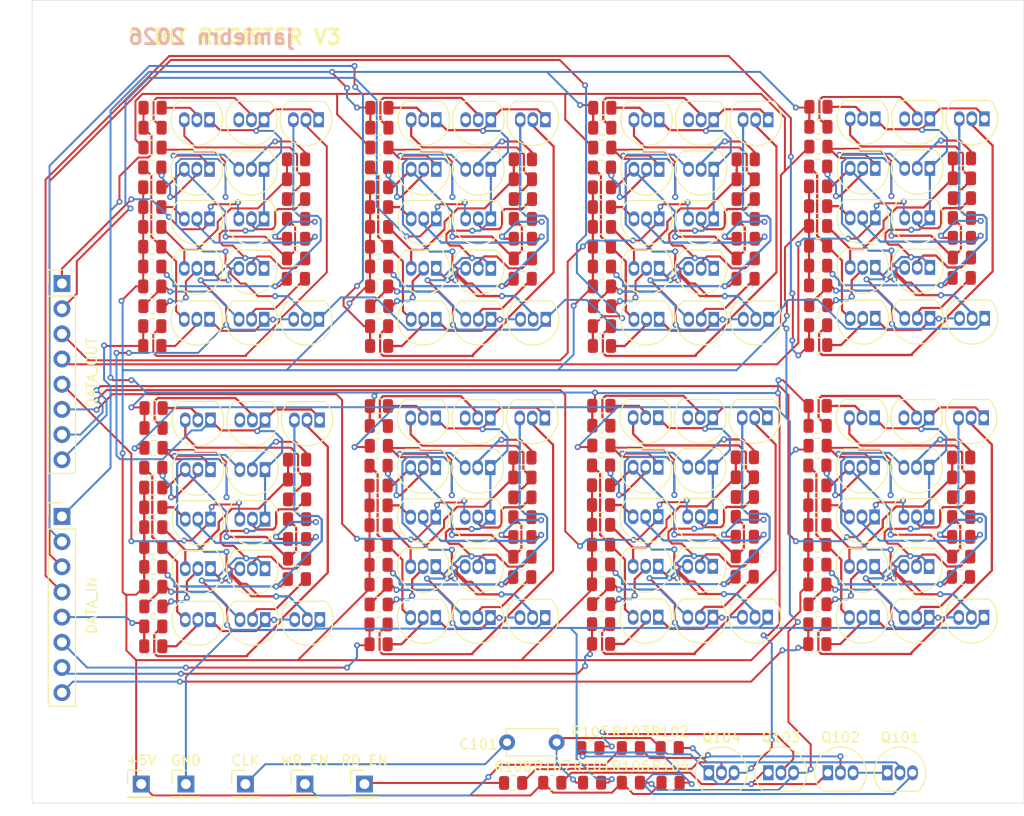
<source format=kicad_pcb>
(kicad_pcb (version 20241229) (generator "pcbnew") (generator_version "9.0")
  (layers (0 "F.Cu" signal) (2 "B.Cu" signal) (13 "F.Paste" user) (15 "B.Paste" user) (5 "F.SilkS" user "F.Silkscreen") (7 "B.SilkS" user "B.Silkscreen") (1 "F.Mask" user) (3 "B.Mask" user) (25 "Edge.Cuts" user))
  (net 0 "")
  (net 1 "Net-(C101-Pad2)")
  (net 2 "Net-(J101-Pin_1)")
  (net 3 "/DFlipFlop3/D")
  (net 4 "/DFlipFlop2/D")
  (net 5 "/DFlipFlop1/D")
  (net 6 "/DFlipFlop/D")
  (net 7 "/DFlipFlop3/Q")
  (net 8 "/DFlipFlop2/Q")
  (net 9 "/DFlipFlop/Q")
  (net 10 "/DFlipFlop1/Q")
  (net 11 "Net-(J102-Pin_1)")
  (net 12 "Net-(Q101-E)")
  (net 13 "Net-(Q101-B)")
  (net 14 "Net-(Q101-C)")
  (net 15 "GND")
  (net 16 "Net-(Q102-B)")
  (net 17 "Net-(Q103-B)")
  (net 18 "Net-(Q201-B)")
  (net 19 "Net-(Q201-C)")
  (net 20 "Net-(Q202-E)")
  (net 21 "Net-(Q202-C)")
  (net 22 "Net-(Q202-B)")
  (net 23 "Net-(Q203-B)")
  (net 24 "Net-(Q204-B)")
  (net 25 "Net-(Q204-C)")
  (net 26 "Net-(Q205-B)")
  (net 27 "Net-(Q205-E)")
  (net 28 "Net-(Q206-B)")
  (net 29 "Net-(Q207-B)")
  (net 30 "Net-(Q207-C)")
  (net 31 "Net-(Q207-E)")
  (net 32 "Net-(Q208-B)")
  (net 33 "Net-(Q301-C)")
  (net 34 "Net-(Q301-B)")
  (net 35 "Net-(Q302-E)")
  (net 36 "Net-(Q302-C)")
  (net 37 "Net-(Q302-B)")
  (net 38 "Net-(Q303-B)")
  (net 39 "Net-(Q304-C)")
  (net 40 "Net-(Q304-B)")
  (net 41 "Net-(Q305-B)")
  (net 42 "Net-(Q305-E)")
  (net 43 "Net-(Q306-B)")
  (net 44 "Net-(Q307-B)")
  (net 45 "Net-(Q307-C)")
  (net 46 "Net-(Q307-E)")
  (net 47 "Net-(Q308-B)")
  (net 48 "Net-(Q401-B)")
  (net 49 "Net-(Q401-C)")
  (net 50 "Net-(Q402-E)")
  (net 51 "Net-(Q402-B)")
  (net 52 "Net-(Q402-C)")
  (net 53 "Net-(Q403-B)")
  (net 54 "Net-(Q404-B)")
  (net 55 "Net-(Q404-C)")
  (net 56 "Net-(Q405-E)")
  (net 57 "Net-(Q405-B)")
  (net 58 "Net-(Q406-B)")
  (net 59 "Net-(Q407-C)")
  (net 60 "Net-(Q407-E)")
  (net 61 "Net-(Q407-B)")
  (net 62 "Net-(Q408-B)")
  (net 63 "Net-(Q501-B)")
  (net 64 "Net-(Q501-C)")
  (net 65 "Net-(Q502-C)")
  (net 66 "Net-(Q502-B)")
  (net 67 "Net-(Q502-E)")
  (net 68 "Net-(Q503-B)")
  (net 69 "Net-(Q504-C)")
  (net 70 "Net-(Q504-B)")
  (net 71 "Net-(Q505-B)")
  (net 72 "Net-(Q505-E)")
  (net 73 "Net-(Q506-B)")
  (net 74 "Net-(Q507-B)")
  (net 75 "Net-(Q507-E)")
  (net 76 "Net-(Q507-C)")
  (net 77 "Net-(Q508-B)")
  (net 78 "WRITE_EN")
  (net 79 "+5V")
  (net 80 "/DFlipFlop4/D")
  (net 81 "/DFlipFlop7/D")
  (net 82 "/DFlipFlop5/D")
  (net 83 "/DFlipFlop6/D")
  (net 84 "/DFlipFlop7/Q")
  (net 85 "/DFlipFlop6/Q")
  (net 86 "/DFlipFlop4/Q")
  (net 87 "/DFlipFlop5/Q")
  (net 88 "Net-(Q601-C)")
  (net 89 "Net-(Q601-B)")
  (net 90 "Net-(Q602-C)")
  (net 91 "Net-(Q602-B)")
  (net 92 "Net-(Q602-E)")
  (net 93 "Net-(Q603-B)")
  (net 94 "Net-(Q604-C)")
  (net 95 "Net-(Q604-B)")
  (net 96 "Net-(Q605-E)")
  (net 97 "Net-(Q605-B)")
  (net 98 "Net-(Q606-B)")
  (net 99 "Net-(Q607-C)")
  (net 100 "Net-(Q607-B)")
  (net 101 "Net-(Q607-E)")
  (net 102 "Net-(Q608-B)")
  (net 103 "Net-(Q701-C)")
  (net 104 "Net-(Q701-B)")
  (net 105 "Net-(Q702-B)")
  (net 106 "Net-(Q702-E)")
  (net 107 "Net-(Q702-C)")
  (net 108 "Net-(Q703-B)")
  (net 109 "Net-(Q704-C)")
  (net 110 "Net-(Q704-B)")
  (net 111 "Net-(Q705-B)")
  (net 112 "Net-(Q705-E)")
  (net 113 "Net-(Q706-B)")
  (net 114 "Net-(Q707-B)")
  (net 115 "Net-(Q707-E)")
  (net 116 "Net-(Q707-C)")
  (net 117 "Net-(Q708-B)")
  (net 118 "Net-(Q801-B)")
  (net 119 "Net-(Q801-C)")
  (net 120 "Net-(Q802-C)")
  (net 121 "Net-(Q802-B)")
  (net 122 "Net-(Q802-E)")
  (net 123 "Net-(Q803-B)")
  (net 124 "Net-(Q804-C)")
  (net 125 "Net-(Q804-B)")
  (net 126 "Net-(Q805-E)")
  (net 127 "Net-(Q805-B)")
  (net 128 "Net-(Q806-B)")
  (net 129 "Net-(Q807-E)")
  (net 130 "Net-(Q807-C)")
  (net 131 "Net-(Q807-B)")
  (net 132 "Net-(Q808-B)")
  (net 133 "Net-(Q901-B)")
  (net 134 "Net-(Q901-C)")
  (net 135 "Net-(Q902-E)")
  (net 136 "Net-(Q902-B)")
  (net 137 "Net-(Q902-C)")
  (net 138 "Net-(Q903-B)")
  (net 139 "Net-(Q904-B)")
  (net 140 "Net-(Q904-C)")
  (net 141 "Net-(Q905-E)")
  (net 142 "Net-(Q905-B)")
  (net 143 "Net-(Q906-B)")
  (net 144 "Net-(Q907-B)")
  (net 145 "Net-(Q907-C)")
  (net 146 "Net-(Q907-E)")
  (net 147 "Net-(Q908-B)")
  (net 148 "Net-(J103-Pin_1)")
  (net 149 "Net-(Q104-B)")
  (net 150 "NREAD_EN")
  (net 151 "Net-(Q205-C)")
  (net 152 "Net-(Q209-B)")
  (net 153 "Net-(Q209-C)")
  (net 154 "Net-(Q210-B)")
  (net 155 "Net-(Q211-B)")
  (net 156 "Net-(Q211-C)")
  (net 157 "Net-(Q212-C)")
  (net 158 "Net-(Q212-B)")
  (net 159 "Net-(Q305-C)")
  (net 160 "Net-(Q309-B)")
  (net 161 "Net-(Q309-C)")
  (net 162 "Net-(Q310-B)")
  (net 163 "Net-(Q311-B)")
  (net 164 "Net-(Q311-C)")
  (net 165 "Net-(Q312-B)")
  (net 166 "Net-(Q312-C)")
  (net 167 "Net-(Q405-C)")
  (net 168 "Net-(Q409-C)")
  (net 169 "Net-(Q409-B)")
  (net 170 "Net-(Q410-B)")
  (net 171 "Net-(Q411-C)")
  (net 172 "Net-(Q411-B)")
  (net 173 "Net-(Q412-B)")
  (net 174 "Net-(Q412-C)")
  (net 175 "Net-(Q505-C)")
  (net 176 "Net-(Q509-B)")
  (net 177 "Net-(Q509-C)")
  (net 178 "Net-(Q510-B)")
  (net 179 "Net-(Q511-C)")
  (net 180 "Net-(Q511-B)")
  (net 181 "Net-(Q512-B)")
  (net 182 "Net-(Q512-C)")
  (net 183 "Net-(Q605-C)")
  (net 184 "Net-(Q609-B)")
  (net 185 "Net-(Q609-C)")
  (net 186 "Net-(Q610-B)")
  (net 187 "Net-(Q611-C)")
  (net 188 "Net-(Q611-B)")
  (net 189 "Net-(Q612-B)")
  (net 190 "Net-(Q612-C)")
  (net 191 "Net-(Q705-C)")
  (net 192 "Net-(Q709-C)")
  (net 193 "Net-(Q709-B)")
  (net 194 "Net-(Q710-B)")
  (net 195 "Net-(Q711-B)")
  (net 196 "Net-(Q711-C)")
  (net 197 "Net-(Q712-B)")
  (net 198 "Net-(Q712-C)")
  (net 199 "Net-(Q805-C)")
  (net 200 "Net-(Q809-B)")
  (net 201 "Net-(Q809-C)")
  (net 202 "Net-(Q810-B)")
  (net 203 "Net-(Q811-B)")
  (net 204 "Net-(Q811-C)")
  (net 205 "Net-(Q812-B)")
  (net 206 "Net-(Q812-C)")
  (net 207 "Net-(Q905-C)")
  (net 208 "Net-(Q909-B)")
  (net 209 "Net-(Q909-C)")
  (net 210 "Net-(Q910-B)")
  (net 211 "Net-(Q911-C)")
  (net 212 "Net-(Q911-B)")
  (net 213 "Net-(Q912-B)")
  (net 214 "Net-(Q912-C)")
  (footprint "Resistor_SMD:R_0805_2012Metric" (layer "F.Cu") (at 72.449551 44.289023)
    (property "Reference" "R407" (hide yes))
    (property "Value" "4700" (hide yes))
  )
  (footprint "Package_TO_SOT_THT:TO-92_Inline" (layer "F.Cu") (at 61.19861 62.567889 180)
    (property "Reference" "Q706" (hide yes))
    (property "Value" "2N3904" (hide yes))
  )
  (footprint "Resistor_SMD:R_0805_2012Metric" (layer "F.Cu") (at 108.651018 73.5998)
    (property "Reference" "R903" (hide yes))
    (property "Value" "10000" (hide yes))
  )
  (footprint "Resistor_SMD:R_0805_2012Metric" (layer "F.Cu") (at 108.747272 31.380819)
    (property "Reference" "R509" (hide yes))
    (property "Value" "10000" (hide yes))
  )
  (footprint "Package_TO_SOT_THT:TO-92_Inline" (layer "F.Cu") (at 83.646786 77.668454 180)
    (property "Reference" "Q804" (hide yes))
    (property "Value" "2N3904" (hide yes))
  )
  (footprint "Package_TO_SOT_THT:TO-92_Inline" (layer "F.Cu") (at 38.481392 72.768489 180)
    (property "Reference" "Q608" (hide yes))
    (property "Value" "2N3904" (hide yes))
  )
  (footprint "Resistor_SMD:R_0805_2012Metric" (layer "F.Cu") (at 72.36294 74.350943)
    (property "Reference" "R807" (hide yes))
    (property "Value" "4700" (hide yes))
  )
  (footprint "Resistor_SMD:R_0805_2012Metric" (layer "F.Cu") (at 94.275118 30.189977)
    (property "Reference" "R505" (hide yes))
    (property "Value" "10000" (hide yes))
  )
  (footprint "Package_TO_SOT_THT:TO-92_Inline" (layer "F.Cu") (at 83.719551 27.473136 180)
    (property "Reference" "Q411" (hide yes))
    (property "Value" "2N3904" (hide yes))
  )
  (footprint "Resistor_SMD:R_0805_2012Metric" (layer "F.Cu") (at 50.013233 26.268489)
    (property "Reference" "R319" (hide yes))
    (property "Value" "10000" (hide yes))
  )
  (footprint "Package_TO_SOT_THT:TO-92_Inline" (layer "F.Cu") (at 55.69861 62.567889 180)
    (property "Reference" "Q705" (hide yes))
    (property "Value" "2N3904" (hide yes))
  )
  (footprint "Package_TO_SOT_THT:TO-92_Inline" (layer "F.Cu") (at 105.517272 37.380819 180)
    (property "Reference" "Q510" (hide yes))
    (property "Value" "2N3904" (hide yes))
  )
  (footprint "Package_TO_SOT_THT:TO-92_Inline" (layer "F.Cu") (at 32.880375 32.473136 180)
    (property "Reference" "Q205" (hide yes))
    (property "Value" "2N3904" (hide yes))
  )
  (footprint "Resistor_SMD:R_0805_2012Metric" (layer "F.Cu") (at 49.92861 68.383776)
    (property "Reference" "R713" (hide yes))
    (property "Value" "4700" (hide yes))
  )
  (footprint "Resistor_SMD:R_0805_2012Metric" (layer "F.Cu") (at 41.711392 65.7756)
    (property "Reference" "R616" (hide yes))
    (property "Value" "4700" (hide yes))
  )
  (footprint "Package_TO_SOT_THT:TO-92_Inline" (layer "F.Cu") (at 32.981392 62.768489 180)
    (property "Reference" "Q605" (hide yes))
    (property "Value" "2N3904" (hide yes))
  )
  (footprint "Package_TO_SOT_THT:TO-92_Inline" (layer "F.Cu") (at 38.380375 37.473136 180)
    (property "Reference" "Q210" (hide yes))
    (property "Value" "2N3904" (hide yes))
  )
  (footprint "Resistor_SMD:R_0805_2012Metric" (layer "F.Cu") (at 49.960451 56.364242)
    (property "Reference" "R719" (hide yes))
    (property "Value" "10000" (hide yes))
  )
  (footprint "Resistor_SMD:R_0805_2012Metric" (layer "F.Cu") (at 64.481392 41.472136)
    (property "Reference" "R312" (hide yes))
    (property "Value" "10000" (hide yes))
  )
  (footprint "Resistor_SMD:R_0805_2012Metric" (layer "F.Cu") (at 64.42861 71.567889)
    (property "Reference" "R712" (hide yes))
    (property "Value" "10000" (hide yes))
  )
  (footprint "Resistor_SMD:R_0805_2012Metric" (layer "F.Cu") (at 41.589814 43.520988)
    (property "Reference" "R203" (hide yes))
    (property "Value" "10000" (hide yes))
  )
  (footprint "Connector_PinHeader_2.54mm:PinHeader_1x01_P2.54mm_Vertical" (layer "F.Cu") (at 30.5 94.5)
    (property "Reference" "GND")
    (property "Value" "WRITE_EN")
  )
  (footprint "Package_TO_SOT_THT:TO-92_Inline" (layer "F.Cu") (at 110.941579 57.551948 180)
    (property "Reference" "Q901" (hide yes))
    (property "Value" "2N3904" (hide yes))
  )
  (footprint "Package_TO_SOT_THT:TO-92_Inline" (layer "F.Cu") (at 61.251392 32.472136 180)
    (property "Reference" "Q306" (hide yes))
    (property "Value" "2N3904" (hide yes))
  )
  (footprint "Package_TO_SOT_THT:TO-92_Inline" (layer "F.Cu") (at 61.19861 67.567889 180)
    (property "Reference" "Q710" (hide yes))
    (property "Value" "2N3904" (hide yes))
  )
  (footprint "Resistor_SMD:R_0805_2012Metric" (layer "F.Cu") (at 49.956456 58.377047)
    (property "Reference" "R720" (hide yes))
    (property "Value" "10000" (hide yes))
  )
  (footprint "Connector_PinHeader_2.54mm:PinHeader_1x08_P2.54mm_Vertical" (layer "F.Cu") (at 18 44)
    (property "Reference" "DATA_OUT")
    (property "Value" "Conn_01x08_Pin")
  )
  (footprint "Resistor_SMD:R_0805_2012Metric" (layer "F.Cu") (at 86.949551 41.473136)
    (property "Reference" "R412" (hide yes))
    (property "Value" "10000" (hide yes))
  )
  (footprint "Resistor_SMD:R_0805_2012Metric" (layer "F.Cu") (at 94.171579 72.367835)
    (property "Reference" "R901" (hide yes))
    (property "Value" "4700" (hide yes))
  )
  (footprint "Resistor_SMD:R_0805_2012Metric" (layer "F.Cu") (at 94.247272 38.196706)
    (property "Reference" "R513" (hide yes))
    (property "Value" "4700" (hide yes))
  )
  (footprint "Package_TO_SOT_THT:TO-92_Inline" (layer "F.Cu") (at 32.880375 47.613136 180)
    (property "Reference" "Q202" (hide yes))
    (property "Value" "2N3904" (hide yes))
  )
  (footprint "Resistor_SMD:R_0805_2012Metric" (layer "F.Cu") (at 49.92861 70.383776)
    (property "Reference" "R706" (hide yes))
    (property "Value" "4700" (hide yes))
  )
  (footprint "Resistor_SMD:R_0805_2012Metric" (layer "F.Cu") (at 94.171579 62.367835)
    (property "Reference" "R908" (hide yes))
    (property "Value" "10000" (hide yes))
  )
  (footprint "Resistor_SMD:R_0805_2012Metric" (layer "F.Cu") (at 94.247272 34.196706)
    (property "Reference" "R510" (hide yes))
    (property "Value" "4700" (hide yes))
  )
  (footprint "Package_TO_SOT_THT:TO-92_Inline" (layer "F.Cu") (at 83.719551 37.473136 180)
    (property "Reference" "Q410" (hide yes))
    (property "Value" "2N3904" (hide yes))
  )
  (footprint "Package_TO_SOT_THT:TO-92_Inline" (layer "F.Cu") (at 43.909856 47.606534 180)
    (property "Reference" "Q203" (hide yes))
    (property "Value" "2N3904" (hide yes))
  )
  (footprint "Resistor_SMD:R_0805_2012Metric" (layer "F.Cu") (at 72.36294 62.350943)
    (property "Reference" "R808" (hide yes))
    (property "Value" "10000" (hide yes))
  )
  (footprint "Resistor_SMD:R_0805_2012Metric" (layer "F.Cu") (at 79.282178 90.860409)
    (property "Reference" "R102")
    (property "Value" "10000")
  )
  (footprint "Package_TO_SOT_THT:TO-92_Inline" (layer "F.Cu") (at 105.441579 62.551948 180)
    (property "Reference" "Q906" (hide yes))
    (property "Value" "2N3904" (hide yes))
  )
  (footprint "Package_TO_SOT_THT:TO-92_Inline" (layer "F.Cu") (at 100.017272 42.380819 180)
    (property "Reference" "Q507" (hide yes))
    (property "Value" "2N3904" (hide yes))
  )
  (footprint "Resistor_SMD:R_0805_2012Metric" (layer "F.Cu") (at 27.211392 64.584376)
    (property "Reference" "R610" (hide yes))
    (property "Value" "4700" (hide yes))
  )
  (footprint "Package_TO_SOT_THT:TO-92_Inline" (layer "F.Cu") (at 100.017272 37.380819 180)
    (property "Reference" "Q509" (hide yes))
    (property "Value" "2N3904" (hide yes))
  )
  (footprint "Resistor_SMD:R_0805_2012Metric" (layer "F.Cu") (at 72.36294 64.350943)
    (property "Reference" "R810" (hide yes))
    (property "Value" "4700" (hide yes))
  )
  (footprint "Resistor_SMD:R_0805_2012Metric" (layer "F.Cu") (at 41.610375 31.473136)
    (property "Reference" "R209" (hide yes))
    (property "Value" "10000" (hide yes))
  )
  (footprint "Package_TO_SOT_THT:TO-92_Inline" (layer "F.Cu") (at 89.13294 57.535056 180)
    (property "Reference" "Q801" (hide yes))
    (property "Value" "2N3904" (hide yes))
  )
  (footprint "Resistor_SMD:R_0805_2012Metric" (layer "F.Cu") (at 27.211392 66.584376)
    (property "Reference" "R614" (hide yes))
    (property "Value" "4700" (hide yes))
  )
  (footprint "Resistor_SMD:R_0805_2012Metric" (layer "F.Cu") (at 86.86294 61.535056)
    (property "Reference" "R809" (hide yes))
    (property "Value" "10000" (hide yes))
  )
  (footprint "Package_TO_SOT_THT:TO-92_Inline" (layer "F.Cu") (at 101.23 93.36)
    (property "Reference" "Q101")
    (property "Value" "2N3904")
  )
  (footprint "Resistor_SMD:R_0805_2012Metric" (layer "F.Cu") (at 49.981392 34.288023)
    (property "Reference" "R310" (hide yes))
    (property "Value" "4700" (hide yes))
  )
  (footprint "Resistor_SMD:R_0805_2012Metric" (layer "F.Cu") (at 72.449953 48.30161)
    (property "Reference" "R402" (hide yes))
    (property "Value" "10000" (hide yes))
  )
  (footprint "Resistor_SMD:R_0805_2012Metric" (layer "F.Cu") (at 27.110375 34.289023)
    (property "Reference" "R210" (hide yes))
    (property "Value" "4700" (hide yes))
  )
  (footprint "Package_TO_SOT_THT:TO-92_Inline" (layer "F.Cu") (at 43.981392 57.768489 180)
    (property "Reference" "Q601" (hide yes))
    (property "Value" "2N3904" (hide yes))
  )
  (footprint "Resistor_SMD:R_0805_2012Metric" (layer "F.Cu") (at 27.222108 76.581328)
    (property "Reference" "R611" (hide yes))
    (property "Value" "10000" (hide yes))
  )
  (footprint "Package_TO_SOT_THT:TO-92_Inline" (layer "F.Cu") (at 32.880375 27.473136 180)
    (property "Reference" "Q212" (hide yes))
    (property "Value" "2N3904" (hide yes))
  )
  (footprint "Resistor_SMD:R_0805_2012Metric" (layer "F.Cu") (at 75.369678 94.360409)
    (property "Reference" "R106")
    (property "Value" "4700")
  )
  (footprint "Resistor_SMD:R_0805_2012Metric" (layer "F.Cu") (at 67.444001 94.366601)
    (property "Reference" "R107")
    (property "Value" "4700")
  )
  (footprint "Resistor_SMD:R_0805_2012Metric" (layer "F.Cu") (at 49.939326 76.380728)
    (property "Reference" "R711" (hide yes))
    (property "Value" "10000" (hide yes))
  )
  (footprint "Resistor_SMD:R_0805_2012Metric" (layer "F.Cu") (at 27.110375 32.289023)
    (property "Reference" "R208" (hide yes))
    (property "Value" "10000" (hide yes))
  )
  (footprint "Resistor_SMD:R_0805_2012Metric" (layer "F.Cu") (at 27.110375 40.289023)
    (property "Reference" "R206" (hide yes))
    (property "Value" "4700" (hide yes))
  )
  (footprint "Resistor_SMD:R_0805_2012Metric" (layer "F.Cu") (at 64.408049 73.615741)
    (property "Reference" "R703" (hide yes))
    (property "Value" "10000" (hide yes))
  )
  (footprint "Resistor_SMD:R_0805_2012Metric" (layer "F.Cu") (at 64.481392 33.479247)
    (property "Reference" "R318" (hide yes))
    (property "Value" "4700" (hide yes))
  )
  (footprint "Resistor_SMD:R_0805_2012Metric" (layer "F.Cu") (at 94.171579 68.367835)
    (property "Reference" "R913" (hide yes))
    (property "Value" "4700" (hide yes))
  )
  (footprint "Resistor_SMD:R_0805_2012Metric" (layer "F.Cu") (at 64.481392 35.479247)
    (property "Reference" "R316" (hide yes))
    (property "Value" "4700" (hide yes))
  )
  (footprint "Resistor_SMD:R_0805_2012Metric" (layer "F.Cu") (at 72.373656 76.347895)
    (property "Reference" "R811" (hide yes))
    (property "Value" "10000" (hide yes))
  )
  (footprint "Package_TO_SOT_THT:TO-92_Inline" (layer "F.Cu") (at 95.23 93.36)
    (property "Reference" "Q102")
    (property "Value" "2N3904")
  )
  (footprint "Resistor_SMD:R_0805_2012Metric" (layer "F.Cu") (at 49.956456 60.377047)
    (property "Reference" "R705" (hide yes))
    (property "Value" "10000" (hide yes))
  )
  (footprint "Resistor_SMD:R_0805_2012Metric" (layer "F.Cu") (at 94.171579 70.367835)
    (property "Reference" "R906" (hide yes))
    (property "Value" "4700" (hide yes))
  )
  (footprint "Resistor_SMD:R_0805_2012Metric" (layer "F.Cu") (at 72.449551 34.289023)
    (property "Reference" "R410" (hide yes))
    (property "Value" "4700" (hide yes))
  )
  (footprint "Resistor_SMD:R_0805_2012Metric" (layer "F.Cu") (at 94.247272 44.196706)
    (property "Reference" "R507" (hide yes))
    (property "Value" "4700" (hide yes))
  )
  (footprint "Package_TO_SOT_THT:TO-92_Inline" (layer "F.Cu") (at 83.63294 67.535056 180)
    (property "Reference" "Q810" (hide yes))
    (property "Value" "2N3904" (hide yes))
  )
  (footprint "MountingHole:MountingHole_3.2mm_M3" (layer "F.Cu") (at 111 92.42)
    (property "Reference" "REF**" (hide yes))
    (property "Value" "MountingHole_3.2mm_M3" (hide yes))
  )
  (footprint "Resistor_SMD:R_0805_2012Metric" (layer "F.Cu") (at 27.211392 74.584376)
    (property "Reference" "R607" (hide yes))
    (property "Value" "4700" (hide yes))
  )
  (footprint "Package_TO_SOT_THT:TO-92_Inline" (layer "F.Cu") (at 78.13294 57.535056 180)
    (property "Reference" "Q812" (hide yes))
    (property "Value" "2N3904" (hide yes))
  )
  (footprint "Resistor_SMD:R_0805_2012Metric" (layer "F.Cu") (at 64.460831 43.519988)
    (property "Reference" "R303" (hide yes))
    (property "Value" "10000" (hide yes))
  )
  (footprint "Capacitor_THT:C_Disc_D5.0mm_W2.5mm_P5.00mm" (layer "F.Cu") (at 62.886223 90.287423)
    (property "Reference" "C101")
    (property "Value" "10nF")
  )
  (footprint "Resistor_SMD:R_0805_2012Metric" (layer "F.Cu") (at 72.460267 46.285975)
    (property "Reference" "R411" (hide yes))
    (property "Value" "10000" (hide yes))
  )
  (footprint "Resistor_SMD:R_0805_2012Metric" (layer "F.Cu") (at 50.009238 30.281294)
    (property "Reference" "R305" (hide yes))
    (property "Value" "10000" (hide yes))
  )
  (footprint "Package_TO_SOT_THT:TO-92_Inline" (layer "F.Cu") (at 78.13294 77.675056 180)
    (property "Reference" "Q802" (hide yes))
    (property "Value" "2N3904" (hide yes))
  )
  (footprint "Package_TO_SOT_THT:TO-92_Inline" (layer "F.Cu") (at 105.441579 72.551948 180)
    (property "Reference" "Q908" (hide yes))
    (property "Value" "2N3904" (hide yes))
  )
  (footprint "MountingHole:MountingHole_3.2mm_M3" (layer "F.Cu") (at 111 19.5)
    (property "Reference" "REF**" (hide yes))
    (property "Value" "MountingHole_3.2mm_M3" (hide yes))
  )
  (footprint "Package_TO_SOT_THT:TO-92_Inline" (layer "F.Cu") (at 55.69861 72.567889 180)
    (property "Reference" "Q707" (hide yes))
    (property "Value" "2N3904" (hide yes))
  )
  (footprint "Resistor_SMD:R_0805_2012Metric" (layer "F.Cu") (at 72.449551 36.289023)
    (property "Reference" "R414" (hide yes))
    (property "Value" "4700" (hide yes))
  )
  (footprint "Package_TO_SOT_THT:TO-92_Inline" (layer "F.Cu") (at 100.017272 27.380819 180)
    (property "Reference" "Q512" (hide yes))
    (property "Value" "2N3904" (hide yes))
  )
  (footprint "Package_TO_SOT_THT:TO-92_Inline" (layer "F.Cu") (at 55.751392 47.612136 180)
    (property "Reference" "Q302" (hide yes))
    (property "Value" "2N3904" (hide yes))
  )
  (footprint "Resistor_SMD:R_0805_2012Metric" (layer "F.Cu") (at 75.369678 90.860409)
    (property "Reference" "R103")
    (property "Value" "10000")
  )
  (footprint "Resistor_SMD:R_0805_2012Metric" (layer "F.Cu") (at 72.36294 68.350943)
    (property "Reference" "R813" (hide yes))
    (property "Value" "4700" (hide yes))
  )
  (footprint "Resistor_SMD:R_0805_2012Metric" (layer "F.Cu") (at 72.36294 70.350943)
    (property "Reference" "R806" (hide yes))
    (property "Value" "4700" (hide yes))
  )
  (footprint "Resistor_SMD:R_0805_2012Metric" (layer "F.Cu") (at 72.390786 60.344214)
    (property "Reference" "R805" (hide yes))
    (property "Value" "10000" (hide yes))
  )
  (footprint "Resistor_SMD:R_0805_2012Metric" (layer "F.Cu") (at 72.363342 78.36353)
    (property "Reference" "R802" (hide yes))
    (property "Value" "10000" (hide yes))
  )
  (footprint "Resistor_SMD:R_0805_2012Metric" (layer "F.Cu") (at 27.110777 48.30161)
    (property "Reference" "R202" (hide yes))
    (property "Value" "10000" (hide yes))
  )
  (footprint "Package_TO_SOT_THT:TO-92_Inline" (layer "F.Cu") (at 32.981392 77.908489 180)
    (property "Reference" "Q602" (hide yes))
    (property "Value" "2N3904" (hide yes))
  )
  (footprint "Resistor_SMD:R_0805_2012Metric" (layer "F.Cu") (at 86.949551 35.480247)
    (property "Reference" "R416" (hide yes))
    (property "Value" "4700" (hide yes))
  )
  (footprint "Package_TO_SOT_THT:TO-92_Inline" (layer "F.Cu") (at 83.63294 62.535056 180)
    (property "Reference" "Q806" (hide yes))
    (property "Value" "2N3904" (hide yes))
  )
  (footprint "Resistor_SMD:R_0805_2012Metric" (layer "F.Cu") (at 27.243233 56.564842)
    (property "Reference" "R619" (hide yes))
    (property "Value" "10000" (hide yes))
  )
  (footprint "Resistor_SMD:R_0805_2012Metric" (layer "F.Cu") (at 72.449551 32.289023)
    (property "Reference" "R408" (hide yes))
    (property "Value" "10000" (hide yes))
  )
  (footprint "Resistor_SMD:R_0805_2012Metric" (layer "F.Cu") (at 27.110375 42.289023)
    (property "Reference" "R201" (hide yes))
    (property "Value" "4700" (hide yes))
  )
  (footprint "Package_TO_SOT_THT:TO-92_Inline" (layer "F.Cu") (at 66.751392 27.472136 180)
    (property "Reference" "Q301" (hide yes))
    (property "Value" "2N3904" (hide yes))
  )
  (footprint "Package_TO_SOT_THT:TO-92_Inline" (layer "F.Cu") (at 55.69861 77.707889 180)
    (property "Reference" "Q702" (hide yes))
    (property "Value" "2N3904" (hide yes))
  )
  (footprint "Package_TO_SOT_THT:TO-92_Inline" (layer "F.Cu") (at 83.733397 47.606534 180)
    (property "Reference" "Q404" (hide yes))
    (property "Value" "2N3904" (hide yes))
  )
  (footprint "Resistor_SMD:R_0805_2012Metric" (layer "F.Cu") (at 27.211392 68.584376)
    (property "Reference" "R613" (hide yes))
    (property "Value" "4700" (hide yes))
  )
  (footprint "Resistor_SMD:R_0805_2012Metric" (layer "F.Cu") (at 86.86294 63.542167)
    (property "Reference" "R818" (hide yes))
    (property "Value" "4700" (hide yes))
  )
  (footprint "Resistor_SMD:R_0805_2012Metric" (layer "F.Cu") (at 64.42861 65.575)
    (property "Reference" "R716" (hide yes))
    (property "Value" "4700" (hide yes))
  )
  (footprint "Package_TO_SOT_THT:TO-92_Inline" (layer "F.Cu") (at 66.728091 77.701287 180)
    (property "Reference" "Q703" (hide yes))
    (property "Value" "2N3904" (hide yes))
  )
  (footprint "Resistor_SMD:R_0805_2012Metric" (layer "F.Cu") (at 27.110777 50.30161)
    (property "Reference" "R204" (hide yes))
    (property "Value" "10000" (hide yes))
  )
  (footprint "Package_TO_SOT_THT:TO-92_Inline" (layer "F.Cu") (at 100.017272 32.380819 180)
    (property "Reference" "Q505" (hide yes))
    (property "Value" "2N3904" (hide yes))
  )
  (footprint "Resistor_SMD:R_0805_2012Metric" (layer "F.Cu") (at 27.239238 60.577647)
    (property "Reference" "R605" (hide yes))
    (property "Value" "10000" (hide yes))
  )
  (footprint "Package_TO_SOT_THT:TO-92_Inline" (layer "F.Cu") (at 105.441579 67.551948 180)
    (property "Reference" "Q910" (hide yes))
    (property "Value" "2N3904" (hide yes))
  )
  (footprint "Package_TO_SOT_THT:TO-92_Inline" (layer "F.Cu") (at 38.481392 62.768489 180)
    (property "Reference" "Q606" (hide yes))
    (property "Value" "2N3904" (hide yes))
  )
  (footprint "Package_TO_SOT_THT:TO-92_Inline" (layer "F.Cu") (at 61.251392 37.472136 180)
    (property "Reference" "Q310" (hide yes))
    (property "Value" "2N3904" (hide yes))
  )
  (footprint "Resistor_SMD:R_0805_2012Metric" (layer "F.Cu") (at 64.481392 31.472136)
    (property "Reference" "R309" (hide yes))
    (property "Value" "10000" (hide yes))
  )
  (footprint "Resistor_SMD:R_0805_2012Metric" (layer "F.Cu") (at 108.747272 39.38793)
    (property "Reference" "R515" (hide yes))
    (property "Value" "4700" (hide yes))
  )
  (footprint "Resistor_SMD:R_0805_2012Metric" (layer "F.Cu") (at 27.211794 78.596963)
    (property "Reference" "R602" (hide yes))
    (property "Value" "10000" (hide yes))
  )
  (footprint "Resistor_SMD:R_0805_2012Metric" (layer "F.Cu") (at 94.257988 46.193658)
    (property "Reference" "R511" (hide yes))
    (property "Value" "10000" (hide yes))
  )
  (footprint "Resistor_SMD:R_0805_2012Metric" (layer "F.Cu") (at 86.86294 67.542167)
    (property "Reference" "R817" (hide yes))
    (property "Value" "4700" (hide yes))
  )
  (footprint "Package_TO_SOT_THT:TO-92_Inline" (layer "F.Cu") (at 38.481392 67.768489 180)
    (property "Reference" "Q610" (hide yes))
    (property "Value" "2N3904" (hide yes))
  )
  (footprint "Resistor_SMD:R_0805_2012Metric" (layer "F.Cu") (at 41.711392 69.7756)
    (property "Reference" "R615" (hide yes))
    (property "Value" "4700" (hide yes))
  )
  (footprint "Resistor_SMD:R_0805_2012Metric" (layer "F.Cu") (at 94.171579 64.367835)
    (property "Reference" "R910" (hide yes))
    (property "Value" "4700" (hide yes))
  )
  (footprint "Package_TO_SOT_THT:TO-92_Inline" (layer "F.Cu") (at 105.517272 27.380819 180)
    (property "Reference" "Q511" (hide yes))
    (property "Value" "2N3904" (hide yes))
  )
  (footprint "Resistor_SMD:R_0805_2012Metric" (layer "F.Cu") (at 94.199425 58.361106)
    (property "Reference" "R920" (hide yes))
    (property "Value" "10000" (hide yes))
  )
  (footprint "Package_TO_SOT_THT:TO-92_Inline" (layer "F.Cu") (at 32.880375 37.473136 180)
    (property "Reference" "Q209" (hide yes))
    (property "Value" "2N3904" (hide yes))
  )
  (footprint "Resistor_SMD:R_0805_2012Metric" (layer "F.Cu") (at 41.610375 41.473136)
    (property "Reference" "R212" (hide yes))
    (property "Value" "10000" (hide yes))
  )
  (footprint "Package_TO_SOT_THT:TO-92_Inline" (layer "F.Cu") (at 55.69861 57.567889 180)
    (property "Reference" "Q712" (hide yes))
    (property "Value" "2N3904" (hide yes))
  )
  (footprint "Resistor_SMD:R_0805_2012Metric" (layer "F.Cu") (at 27.239238 58.577647)
    (property "Reference" "R620" (hide yes))
    (property "Value" "10000" (hide yes))
  )
  (footprint "Resistor_SMD:R_0805_2012Metric" (layer "F.Cu") (at 49.92861 72.383776)
    (property "Reference" "R701" (hide yes))
    (property "Value" "4700" (hide yes))
  )
  (footprint "Resistor_SMD:R_0805_2012Metric" (layer "F.Cu") (at 49.929012 78.396363)
    (property "Reference" "R702" (hide yes))
    (property "Value" "10000" (hide yes))
  )
  (footprint "Resistor_SMD:R_0805_2012Metric" (layer "F.Cu") (at 41.690831 73.816341)
    (property "Reference" "R603" (hide yes))
    (property "Value" "10000" (hide yes))
  )
  (footprint "Resistor_SMD:R_0805_2012Metric" (layer "F.Cu") (at 41.711392 61.768489)
    (property "Reference" "R609" (hide yes))
    (property "Value" "10000" (hide yes))
  )
  (footprint "Resistor_SMD:R_0805_2012Metric" (layer "F.Cu") (at 27.211392 62.584376)
    (property "Reference" "R608" (hide yes))
    (property "Value" "10000" (hide yes))
  )
  (footprint "Resistor_SMD:R_0805_2012Metric" (layer "F.Cu") (at 94.247272 40.196706)
    (property "Reference" "R506" (hide yes))
    (property "Value" "4700" (hide yes))
  )
  (footprint "Package_TO_SOT_THT:TO-92_Inline" (layer "F.Cu") (at 55.751392 42.472136 180)
    (property "Reference" "Q307" (hide yes))
    (property "Value" "2N3904" (hide yes))
  )
  (footprint "Resistor_SMD:R_0805_2012Metric" (layer "F.Cu") (at 72.394781 56.331409)
    (property "Reference" "R819" (hide yes))
    (property "Value" "10000" (hide yes))
  )
  (footprint "Resistor_SMD:R_0805_2012Metric" (layer "F.Cu") (at 49.92861 64.383776)
    (property "Reference" "R710" (hide yes))
    (property "Value" "4700" (hide yes))
  )
  (footprint "Resistor_SMD:R_0805_2012Metric" (layer "F.Cu") (at 108.671579 63.559059)
    (property "Reference" "R918" (hide yes))
    (property "Value" "4700" (hide yes))
  )
  (footprint "Package_TO_SOT_THT:TO-92_Inline" (layer "F.Cu") (at 66.69861 57.567889 180)
    (property "Reference" "Q701" (hide yes))
    (property "Value" "2N3904" (hide yes))
  )
  (footprint "Connector_PinHeader_2.54mm:PinHeader_1x01_P2.54mm_Vertical" (layer "F.Cu") (at 26 94.5)
    (property "Reference" "+5V")
    (property "Value" "CLK")
  )
  (footprint "Resistor_SMD:R_0805_2012Metric" (layer "F.Cu") (at 64.42861 63.575)
    (property "Reference" "R718" (hide yes))
    (property "Value" "4700" (hide yes))
  )
  (footprint "Resistor_SMD:R_0805_2012Metric" (layer "F.Cu") (at 86.949551 39.480247)
    (property "Reference" "R415" (hide yes))
    (property "Value" "4700" (hide yes))
  )
  (footprint "Package_TO_SOT_THT:TO-92_Inline" (layer "F.Cu") (at 78.219551 42.473136 180)
    (property "Reference" "Q407" (hide yes))
    (property "Value" "2N3904" (hide yes))
  )
  (footprint "Resistor_SMD:R_0805_2012Metric" (layer "F.Cu") (at 49.92861 66.383776)
    (property "Reference" "R714" (hide yes))
    (property "Value" "4700" (hide yes))
  )
  (footprint "Package_TO_SOT_THT:TO-92_Inline" (layer "F.Cu") (at 38.380375 42.473136 180)
    (property "Reference" "Q208" (hide yes))
    (property "Value" "2N3904" (hide yes))
  )
  (footprint "Resistor_SMD:R_0805_2012Metric" (layer "F.Cu") (at 72.449551 40.289023)
    (property "Reference" "R406" (hide yes))
    (property "Value" "4700" (hide yes))
  )
  (footprint "Package_TO_SOT_THT:TO-92_Inline" (layer "F.Cu") (at 105.517272 32.380819 180)
    (property "Reference" "Q506" (hide yes))
    (property "Value" "2N3904" (hide yes))
  )
  (footprint "Resistor_SMD:R_0805_2012Metric" (layer "F.Cu") (at 108.671579 69.559059)
    (property "Reference" "R915" (hide yes))
    (property "Value" "4700" (hide yes))
  )
  (footprint "Resistor_SMD:R_0805_2012Metric" (layer "F.Cu") (at 41.711392 67.7756)
    (property "Reference" "R617" (hide yes))
    (property "Value" "4700" (hide yes))
  )
  (footprint "Connector_PinHeader_2.54mm:PinHeader_1x01_P2.54mm_Vertical" (layer "F.Cu") (at 48.5 94.5)
    (property "Reference" "RD_EN")
    (property "Value" "READ_EN")
  )
  (footprint "Resistor_SMD:R_0805_2012Metric" (layer "F.Cu") (at 72.390786 58.344214)
    (property "Reference" "R820" (hide yes))
    (property "Value" "10000" (hide yes))
  )
  (footprint "Resistor_SMD:R_0805_2012Metric" (layer "F.Cu") (at 94.171981 78.380422)
    (property "Reference" "R902" (hide yes))
    (property "Value" "10000" (hide yes))
  )
  (footprint "Package_TO_SOT_THT:TO-92_Inline" (layer "F.Cu") (at 83.719551 42.473136 180)
    (property "Reference" "Q408" (hide yes))
    (property "Value" "2N3904" (hide yes))
  )
  (footprint "Package_TO_SOT_THT:TO-92_Inline" (layer "F.Cu") (at 38.380375 32.473136 180)
    (property "Reference" "Q206" (hide yes))
    (property "Value" "2N3904" (hide yes))
  )
  (footprint "Resistor_SMD:R_0805_2012Metric" (layer "F.Cu") (at 72.363342 80.36353)
    (property "Reference" "R804" (hide yes))
    (property "Value" "10000" (hide yes))
  )
  (footprint "Resistor_SMD:R_0805_2012Metric" (layer "F.Cu") (at 41.711392 63.7756)
    (property "Reference" "R618" (hide yes))
    (property "Value" "4700" (hide yes))
  )
  (footprint "Package_TO_SOT_THT:TO-92_Inline" (layer "F.Cu") (at 110.97106 77.685346 180)
    (property "Reference" "Q903" (hide yes))
    (property "Value" "2N3904" (hide yes))
  )
  (footprint "Resistor_SMD:R_0805_2012Metric" (layer "F.Cu") (at 27.138221 30.282294)
    (property "Reference" "R205" (hide yes))
    (property "Value" "10000" (hide yes))
  )
  (footprint "Resistor_SMD:R_0805_2012Metric" (layer "F.Cu") (at 49.981392 38.288023)
    (property "Reference" "R313" (hide yes))
    (property "Value" "4700" (hide yes))
  )
  (footprint "Package_TO_SOT_THT:TO-92_Inline" (layer "F.Cu") (at 99.941579 62.551948 180)
    (property "Reference" "Q905" (hide yes))
    (property "Value" "2N3904" (hide yes))
  )
  (footprint "Package_TO_SOT_THT:TO-92_Inline" (layer "F.Cu") (at 78.13294 67.535056 180)
    (property "Reference" "Q809" (hide yes))
    (property "Value" "2N3904" (hide yes))
  )
  (footprint "Resistor_SMD:R_0805_2012Metric" (layer "F.Cu") (at 94.182295 76.364787)
    (property "Reference" "R911" (hide yes))
    (property "Value" "10000" (hide yes))
  )
  (footprint "Resistor_SMD:R_0805_2012Metric" (layer "F.Cu") (at 108.747272 33.38793)
    (property "Reference" "R518" (hide yes))
    (property "Value" "4700" (hide yes))
  )
  (footprint "Resistor_SMD:R_0805_2012Metric" (layer "F.Cu") (at 64.481392 37.479247)
    (property "Reference" "R317" (hide yes))
    (property "Value" "4700" (hide yes))
  )
  (footprint "Package_TO_SOT_THT:TO-92_Inline" (layer "F.Cu") (at 89.249032 47.606534 180)
    (property "Reference" "Q403" (hide yes))
    (property "Value" "2N3904" (hide yes))
  )
  (footprint "MountingHole:MountingHole_3.2mm_M3" (layer "F.Cu") (at 19 19.5)
    (property "Reference" "REF**" (hide yes))
    (property "Value" "MountingHole_3.2mm_M3" (hide yes))
  )
  (footprint "Package_TO_SOT_THT:TO-92_Inline" (layer "F.Cu") (at 89.219551 27.473136 180)
    (property "Reference" "Q401" (hide yes))
    (property "Value" "2N3904" (hide yes))
  )
  (footprint "Package_TO_SOT_THT:TO-92_Inline" (layer "F.Cu") (at 61.19861 57.567889 180)
    (property "Reference" "Q711" (hide yes))
    (property "Value" "2N3904" (hide yes))
  )
  (footprint "Resistor_SMD:R_0805_2012Metric" (layer "F.Cu") (at 86.842379 73.582908)
    (property "Reference" "R803" (hide yes))
    (property "Value" "10000" (hide yes))
  )
  (footprint "Resistor_SMD:R_0805_2012Metric" (layer "F.Cu") (at 64.42861 69.575)
    (property "Reference" "R715" (hide yes))
    (property "Value" "4700" (hide yes))
  )
  (footprint "Package_TO_SOT_THT:TO-92_Inline" (layer "F.Cu") (at 99.941579 57.551948 180)
    (property "Reference" "Q912" (hide yes))
    (property "Value" "2N3904" (hide yes))
  )
  (footprint "Resistor_SMD:R_0805_2012Metric" (layer "F.Cu") (at 49.981392 40.288023)
    (property "Reference" "R306" (hide yes))
    (property "Value" "4700" (hide yes))
  )
  (footprint "Resistor_SMD:R_0805_2012Metric" (layer "F.Cu") (at 108.671579 61.551948)
    (property "Reference" "R909" (hide yes))
    (property "Value" "10000" (hide yes))
  )
  (footprint "Resistor_SMD:R_0805_2012Metric" (layer "F.Cu") (at 27.138221 28.282294)
    (property "Reference" "R220" (hide yes))
    (property "Value" "10000" (hide yes))
  )
  (footprint "Package_TO_SOT_THT:TO-92_Inline" (layer "F.Cu") (at 32.981392 67.768489 180)
    (property "Reference" "Q609" (hide yes))
    (property "Value" "2N3904" (hide yes))
  )
  (footprint "Resistor_SMD:R_0805_2012Metric" (layer "F.Cu") (at 27.110375 38.289023)
    (property "Reference" "R213" (hide yes))
    (property "Value" "4700" (hide yes))
  )
  (footprint "Resistor_SMD:R_0805_2012Metric" (layer "F.Cu") (at 108.726711 43.428671)
    (property "Reference" "R503" (hide yes))
    (property "Value" "10000" (hide yes))
  )
  (footprint "Package_TO_SOT_THT:TO-92_Inline" (layer "F.Cu") (at 111.046753 47.514217 180)
    (property "Reference" "Q503" (hide yes))
    (property "Value" "2N3904" (hide yes))
  )
  (footprint "Resistor_SMD:R_0805_2012Metric" (layer "F.Cu") (at 71.282178 90.860409)
    (property "Reference" "R105")
    (property "Value" "10000")
  )
  (footprint "Package_TO_SOT_THT:TO-92_Inline" (layer "F.Cu") (at 89.162421 77.668454 180)
    (property "Reference" "Q803" (hide yes))
    (property "Value" "2N3904" (hide yes))
  )
  (footprint "Resistor_SMD:R_0805_2012Metric" (layer "F.Cu") (at 49.981794 50.30061)
    (property "Reference" "R304" (hide yes))
    (property "Value" "10000" (hide yes))
  )
  (footprint "Package_TO_SOT_THT:TO-92_Inline" (layer "F.Cu") (at 55.751392 27.472136 180)
    (property "Reference" "Q312" (hide yes))
    (property "Value" "2N3904" (hide yes))
  )
  (footprint "Package_TO_SOT_THT:TO-92_Inline" (layer "F.Cu") (at 55.69861 67.567889 180)
    (property "Reference" "Q709" (hide yes))
    (property "Value" "2N3904" (hide yes))
  )
  (footprint "Resistor_SMD:R_0805_2012Metric" (layer "F.Cu") (at 27.211392 72.584376)
    (property "Reference" "R601" (hide yes))
    (property "Value" "4700" (hide yes))
  )
  (footprint "Package_TO_SOT_THT:TO-92_Inline" (layer "F.Cu") (at 44.010873 77.901887 180)
    (property "Reference" "Q603" (hide yes))
    (property "Value" "2N3904" (hide yes))
  )
  (footprint "Resistor_SMD:R_0805_2012Metric" (layer "F.Cu") (at 108.747272 37.38793)
    (property "Reference" "R517" (hide yes))
    (property "Value" "4700" (hide yes))
  )
  (footprint "Resistor_SMD:R_0805_2012Metric" (layer "F.Cu") (at 72.36294 72.350943)
    (property "Reference" "R801" (hide yes))
    (property "Value" "4700" (hide yes))
  )
  (footprint "Package_TO_SOT_THT:TO-92_Inline" (layer "F.Cu") (at 32.880375 42.473136 180)
    (property "Reference" "Q207" (hide yes))
    (property "Value" "2N3904" (hide yes))
  )
  (footprint "Resistor_SMD:R_0805_2012Metric" (layer "F.Cu") (at 41.610375 37.480247)
    (property "Reference" "R217" (hide yes))
    (property "Value" "4700" (hide yes))
  )
  (footprint "Resistor_SMD:R_0805_2012Metric" (layer "F.Cu") (at 27.211392 70.584376)
    (property "Reference" "R606" (hide yes))
    (property "Value" "4700" (hide yes))
  )
  (footprint "Package_TO_SOT_THT:TO-92_Inline" (layer "F.Cu") (at 78.219551 47.613136 180)
    (property "Reference" "Q402" (hide yes))
    (property "Value" "2N3904" (hide yes))
  )
  (footprint "Resistor_SMD:R_0805_2012Metric" (layer "F.Cu") (at 49.992108 46.284975)
    (property "Reference" "R311" (hide yes))
    (property "Value" "10000" (hide yes))
  )
  (footprint "Resistor_SMD:R_0805_2012Metric" (layer "F.Cu") (at 108.747272 35.38793)
    (property "Reference" "R516" (hide yes))
    (property "Value" "4700" (hide yes))
  )
  (footprint "Package_TO_SOT_THT:TO-92_Inline" (layer "F.Cu") (at 55.751392 32.472136 180)
    (property "Reference" "Q305" (hide yes))
    (property "Value" "2N3904" (hide yes))
  )
  (footprint "Resistor_SMD:R_0805_2012Metric" (layer "F.Cu") (at 72.481392 26.269489)
    (property "Reference" "R419" (hide yes))
    (property "Value" "10000" (hide yes))
  )
  (footprint "Package_TO_SOT_THT:TO-92_Inline" (layer "F.Cu") (at 111.017272 27.380819 180)
    (property "Reference" "Q501" (hide yes))
    (property "Value" "2N3904" (hide yes))
  )
  (footprint "Package_TO_SOT_THT:TO-92_Inline" (layer "F.Cu") (at 99.941579 67.551948 180)
    (property "Reference" "Q909" (hide yes))
    (property "Value" "2N3904" (hide yes))
  )
  (footprint "Resistor_SMD:R_0805_2012Metric" (layer "F.Cu") (at 86.949551 33.480247)
    (property "Reference" "R418" (hide yes))
    (property "Value" "4700" (hide yes))
  )
  (footprint "Connector_PinHeader_2.54mm:PinHeader_1x01_P2.54mm_Vertical" (layer "F.Cu") (at 36.5 94.5)
    (property "Reference" "CLK")
    (property "Value" "CLK")
  )
  (footprint "Package_TO_SOT_THT:TO-92_Inline" (layer "F.Cu") (at 99.941579 77.691948 180)
    (property "Reference" "Q902" (hide yes))
    (property "Value" "2N3904" (hide yes))
  )
  (footprint "Resistor_SMD:R_0805_2012Metric" (layer "F.Cu") (at 49.981794 48.30061)
    (property "Reference" "R302" (hide yes))
    (property "Value" "10000" (hide yes))
  )
  (footprint "Resistor_SMD:R_0805_2012Metric" (layer "F.Cu") (at 27.121091 46.285975)
    (property "Reference" "R211" (hide yes))
    (property "Value" "10000" (hide yes))
  )
  (footprint "Package_TO_SOT_THT:TO-92_Inline" (layer "F.Cu") (at 78.13294 62.535056 180)
    (property "Reference" "Q805" (hide yes))
    (property "Value" "2N3904" (hide yes))
  )
  (footprint "Resistor_SMD:R_0805_2012Metric" (layer "F.Cu") (at 27.110375 44.289023)
    (property "Reference" "R207" (hide yes))
    (property "Value" "4700" (hide yes))
  )
  (footprint "Package_TO_SOT_THT:TO-92_Inline" (layer "F.Cu") (at 61.251392 42.472136 180)
    (property "Reference" "Q308" (hide yes))
    (property "Value" "2N3904" (hide yes))
  )
  (footprint "Resistor_SMD:R_0805_2012Metric" (layer "F.Cu") (at 27.110375 36.289023)
    (property "Reference" "R214" (hide yes))
    (property "Value" "4700" (hide yes))
  )
  (footprint "Resistor_SMD:R_0805_2012Metric" (layer "F.Cu") (at 49.981392 32.288023)
    (property "Reference" "R308" (hide yes))
    (property "Value" "10000" (hide yes))
  )
  (footprint "Resistor_SMD:R_0805_2012Metric" (layer "F.Cu") (at 49.981392 36.288023)
    (property "Reference" "R314" (hide yes))
    (property "Value" "4700" (hide yes))
  )
  (footprint "Resistor_SMD:R_0805_2012Metric" (layer "F.Cu") (at 49.981392 44.288023)
    (property "Reference" "R307" (hide yes))
    (property "Value" "4700" (hide yes))
  )
  (footprint "Resistor_SMD:R_0805_2012Metric" (layer "F.Cu") (at 41.610375 35.480247)
    (property "Reference" "R216" (hide yes))
    (property "Value" "4700" (hide yes))
  )
  (footprint "Resistor_SMD:R_0805_2012Metric" (layer "F.Cu") (at 27.142216 26.269489)
    (property "Reference" "R219" (hide yes))
    (property "Value" "10000" (hide yes))
  )
  (footprint "Package_TO_SOT_THT:TO-92_Inline" (layer "F.Cu") (at 38.481392 57.768489 180)
    (property "Reference" "Q611" (hide yes))
    (property "Value" "2N3904" (hide yes))
  )
  (footprint "Package_TO_SOT_THT:TO-92_Inline" (layer "F.Cu") (at 38.495238 77.901887 180)
    (property "Reference" "Q604" (hide yes))
    (property "Value" "2N3904" (hide yes))
  )
  (footprint "Package_TO_SOT_THT:TO-92_Inline" (layer "F.Cu") (at 89.23 93.36)
    (property "Reference" "Q103")
    (property "Value" "2N3904")
  )
  (footprint "Resistor_SMD:R_0805_2012Metric" (layer "F.Cu") (at 86.92899 43.520988)
    (property "Reference" "R403" (hide yes))
    (property "Value" "10000" (hide yes))
  )
  (footprint "Resistor_SMD:R_0805_2012Metric" (layer "F.Cu") (at 41.610375 39.480247)
    (property "Reference" "R215" (hide yes))
    (property "Value" "4700" (hide yes))
  )
  (footprint "Resistor_SMD:R_0805_2012Metric" (layer "F.Cu") (at 86.86294 65.542167)
    (property "Reference" "R816" (hide yes))
    (property "Value" "4700" (hide yes))
  )
  (footprint "Package_TO_SOT_THT:TO-92_Inline" (layer "F.Cu") (at 78.219551 37.473136 180)
    (property "Reference" "Q409" (hide yes))
    (property "Value" "2N3904" (hide yes))
  )
  (footprint "Resistor_SMD:R_0805_2012Metric" (layer "F.Cu") (at 72.449953 50.30161)
    (property "Reference" "R404" (hide yes))
    (property "Value" "10000" (hide yes))
  )
  (footprint "Package_TO_SOT_THT:TO-92_Inline" (layer "F.Cu") (at 83.63294 57.535056 180)
    (property "Reference" "Q811" (hide yes))
    (property "Value" "2N3904" (hide yes))
  )
  (footprint "Connector_PinHeader_2.54mm:PinHeader_1x08_P2.54mm_Vertical" (layer "F.Cu") (at 18 67.5)
    (property "Reference" "DATA_IN")
    (property "Value" "Conn_01x08_Pin")
  )
  (footprint "Package_TO_SOT_THT:TO-92_Inline" (layer "F.Cu") (at 105.531118 47.514217 180)
    (property "Reference" "Q504" (hide yes))
    (property "Value" "2N3904" (hide yes))
  )
  (footprint "Connector_PinHeader_2.54mm:PinHeader_1x01_P2.54mm_Vertical" (layer "F.Cu") (at 42.5 94.5)
    (property "Reference" "WR_EN")
    (property "Value" "WRITE_EN")
  )
  (footprint "Resistor_SMD:R_0805_2012Metric" (layer "F.Cu") (at 94.171981 80.380422)
    (property "Reference" "R904" (hide yes))
    (property "Value" "10000" (hide yes))
  )
  (footprint "Package_TO_SOT_THT:TO-92_Inline" (layer "F.Cu") (at 61.265238 47.605534 180)
    (property "Reference" "Q304" (hide yes))
    (property "Value" "2N3904" (hide yes))
  )
  (footprint "MountingHole:MountingHole_3.2mm_M3" (layer "F.Cu") (at 19 92.42)
    (property "Reference" "REF**" (hide yes))
    (property "Value" "MountingHole_3.2mm_M3" (hide yes))
  )
  (footprint "Resistor_SMD:R_0805_2012Metric" (layer "F.Cu") (at 86.949551 31.473136)
    (property "Reference" "R409" (hide yes))
    (property "Value" "10000" (hide yes))
  )
  (footprint "Resistor_SMD:R_0805_2012Metric" (layer "F.Cu") (at 94.247272 36.196706)
    (property "Reference" "R514" (hide yes))
    (property "Value" "4700" (hide yes))
  )
  (footprint "Package_TO_SOT_THT:TO-92_Inline" (layer "F.Cu") (at 105.455425 77.685346 180)
    (property "Reference" "Q904" (hide yes))
    (property "Value" "2N3904" (hide yes))
  )
  (footprint "Resistor_SMD:R_0805_2012Metric" (layer "F.Cu") (at 72.449551 38.289023)
    (property "Reference" "R413" (hide yes))
    (property "Value" "4700" (hide yes))
  )
  (footprint "Resistor_SMD:R_0805_2012Metric" (layer "F.Cu") (at 94.247674 50.209293)
    (property "Reference" "R504" (hide yes))
    (property "Value" "10000" (hide yes))
  )
  (footprint "Package_TO_SOT_THT:TO-92_Inline" (layer "F.Cu") (at 83.23 93.36)
    (property "Reference" "Q104")
    (property "Value" "2N3904")
  )
  (footprint "Resistor_SMD:R_0805_2012Metric" (layer "F.Cu") (at 108.747272 41.380819)
    (property "Reference" "R512" (hide yes))
    (property "Value" "10000" (hide yes))
  )
  (footprint "Resistor_SMD:R_0805_2012Metric" (layer "F.Cu") (at 72.36294 66.350943)
    (property "Reference" "R814" (hide yes))
    (property "Value" "4700" (hide yes))
  )
  (footprint "Resistor_SMD:R_0805_2012Metric" (layer "F.Cu") (at 49.929012 80.396363)
    (property "Reference" "R704" (hide yes))
    (property "Value" "10000" (hide yes))
  )
  (footprint "Package_TO_SOT_THT:TO-92_Inline" (layer "F.Cu") (at 105.517272 42.380819 180)
    (property "Reference" "Q508" (hide yes))
    (property "Value" "2N3904" (hide yes))
  )
  (footprint "Resistor_SMD:R_0805_2012Metric" (layer "F.Cu") (at 94.247272 32.196706)
    (property "Reference" "R508" (hide yes))
    (property "Value" "10000" (hide yes))
  )
  (footprint "Resistor_SMD:R_0805_2012Metric" (layer "F.Cu") (at 94.247272 42.196706)
    (property "Reference" "R501" (hide yes))
    (property "Value" "4700" (hide yes))
  )
  (footprint "Package_TO_SOT_THT:TO-92_Inline" (layer "F.Cu") (at 43.880375 27.473136 180)
    (property "Reference" "Q201" (hide yes))
    (property "Value" "2N3904" (hide yes))
  )
  (footprint "Resistor_SMD:R_0805_2012Metric" (layer "F.Cu") (at 41.610375 33.480247)
    (property "Reference" "R218" (hide yes))
    (property "Value" "4700" (hide yes))
  )
  (footprint "Resistor_SMD:R_0805_2012Metric" (layer "F.Cu") (at 108.671579 71.551948)
    (property "Reference" "R912" (hide yes))
    (property "Value" "10000" (hide yes))
  )
  (footprint "Resistor_SMD:R_0805_2012Metric" (layer "F.Cu") (at 50.009238 28.281294)
    (property "Reference" "R320" (hide yes))
    (property "Value" "10000" (hide yes))
  )
  (footprint "Package_TO_SOT_THT:TO-92_Inline" (layer "F.Cu") (at 83.719551 32.473136 180)
    (property "Reference" "Q406" (hide yes))
    (property "Value" "2N3904" (hide yes))
  )
  (footprint "Package_TO_SOT_THT:TO-92_Inline" (layer "F.Cu") (at 38.394221 47.606534 180)
    (property "Reference" "Q204" (hide yes))
    (property "Value" "2N3904" (hide yes))
  )
  (footprint "Package_TO_SOT_THT:TO-92_Inline" (layer "F.Cu") (at 38.380375 27.473136 180)
    (property "Reference" "Q211" (hide yes))
    (property "Value" "2N3904" (hide yes))
  )
  (footprint "Resistor_SMD:R_0805_2012Metric" (layer "F.Cu") (at 49.92861 62.383776)
    (property "Reference" "R708" (hide yes))
    (property "Value" "10000" (hide yes))
  )
  (footprint "Resistor_SMD:R_0805_2012Metric" (layer "F.Cu") (at 94.275118 28.189977)
    (property "Reference" "R520" (hide yes))
    (property "Value" "10000" (hide yes))
  )
  (footprint "Resistor_SMD:R_0805_2012Metric" (layer "F.Cu") (at 94.171579 66.367835)
    (property "Reference" "R914" (hide yes))
    (property "Value" "4700" (hide yes))
  )
  (footprint "Resistor_SMD:R_0805_2012Metric" (layer "F.Cu") (at 79.369678 94.360409)
    (property "Reference" "R104")
    (property "Value" "4700")
  )
  (footprint "Resistor_SMD:R_0805_2012Metric" (layer "F.Cu") (at 86.86294 69.542167)
    (property "Reference" "R815" (hide yes))
    (property "Value" "4700" (hide yes))
  )
  (footprint "Resistor_SMD:R_0805_2012Metric" (layer "F.Cu") (at 49.92861 74.383776)
    (property "Reference" "R707" (hide yes))
    (property "Value" "4700" (hide yes))
  )
  (footprint "Package_TO_SOT_THT:TO-92_Inline" (layer "F.Cu") (at 100.017272 47.520819 180)
    (property "Reference" "Q502" (hide yes))
    (property "Value" "2N3904" (hide yes))
  )
  (footprint "Resistor_SMD:R_0805_2012Metric" (layer "F.Cu") (at 72.477397 28.282294)
    (property "Reference" "R420" (hide yes))
    (property "Value" "10000" (hide yes))
  )
  (footprint "Package_TO_SOT_THT:TO-92_Inline" (layer "F.Cu") (at 78.219551 27.473136 180)
    (property "Reference" "Q412" (hide yes))
    (property "Value" "2N3904" (hide yes))
  )
  (footprint "Resistor_SMD:R_0805_2012Metric" (layer "F.Cu") (at 108.671579 67.559059)
    (property "Reference" "R917" (hide yes))
    (property "Value" "4700" (hide yes))
  )
  (footprint "Package_TO_SOT_THT:TO-92_Inline" (layer "F.Cu") (at 32.981392 57.768489 180)
    (property "Reference" "Q612" (hide yes))
    (property "Value" "2N3904" (hide yes))
  )
  (footprint "Resistor_SMD:R_0805_2012Metric" (layer "F.Cu") (at 72.477397 30.282294)
    (property "Reference" "R405" (hide yes))
    (property "Value" "10000" (hide yes))
  )
  (footprint "Package_TO_SOT_THT:TO-92_Inline" (layer "F.Cu") (at 78.13294 72.535056 180)
    (property "Reference" "Q807" (hide yes))
    (property "Value" "2N3904" (hide yes))
  )
  (footprint "Package_TO_SOT_THT:TO-92_Inline" (layer "F.Cu") (at 32.981392 72.768489 180)
    (property "Reference" "Q607" (hide yes))
    (property "Value" "2N3904" (hide yes))
  )
  (footprint "Resistor_SMD:R_0805_2012Metric" (layer "F.Cu") (at 108.671579 65.559059)
    (property "Reference" "R916" (hide yes))
    (property "Value" "4700" (hide yes))
  )
  (footprint "Resistor_SMD:R_0805_2012Metric" (layer "F.Cu") (at 94.247674 48.209293)
    (property "Reference" "R502" (hide yes))
    (property "Value" "10000" (hide yes))
  )
  (footprint "Resistor_SMD:R_0805_2012Metric" (layer "F.Cu") (at 71.457178 94.360409)
    (property "Reference" "R101")
    (property "Value" "10000")
  )
  (footprint "Resistor_SMD:R_0805_2012Metric" (layer "F.Cu") (at 72.449551 42.289023)
    (property "Reference" "R401" (hide yes))
    (property "Value" "4700" (hide yes))
  )
  (footprint "Resistor_SMD:R_0805_2012Metric" (layer "F.Cu") (at 63.497274 94.389804)
    (property "Reference" "R108")
    (property "Value" "10000")
  )
  (footprint "Package_TO_SOT_THT:TO-92_Inline" (layer "F.Cu") (at 55.751392 37.472136 180)
    (property "Reference" "Q309" (hide yes))
    (property "Value" "2N3904" (hide yes))
  )
  (footprint "Resistor_SMD:R_0805_2012Metric" (layer "F.Cu") (at 94.279113 26.177172)
    (property "Reference" "R519" (hide yes))
    (property "Value" "10000" (hide yes))
  )
  (footprint "Package_TO_SOT_THT:TO-92_Inline" (layer "F.Cu") (at 105.441579 57.551948 180)
    (property "Reference" "Q911" (hide yes))
    (property "Value" "2N3904" (hide yes))
  )
  (footprint "Package_TO_SOT_THT:TO-92_Inline" (layer "F.Cu") (at 83.63294 72.535056 180)
    (property "Reference" "Q808" (hide yes))
    (property "Value" "2N3904" (hide yes))
  )
  (footprint "Package_TO_SOT_THT:TO-92_Inline" (layer "F.Cu") (at 78.219551 32.473136 180)
    (property "Reference" "Q405" (hide yes))
    (property "Value" "2N3904" (hide yes))
  )
  (footprint "Package_TO_SOT_THT:TO-92_Inline" (layer "F.Cu") (at 61.212456 77.701287 180)
    (property "Reference" "Q704" (hide yes))
    (property "Value" "2N3904" (hide yes))
  )
  (footprint "Resistor_SMD:R_0805_2012Metric" (layer "F.Cu") (at 49.981392 42.288023)
    (property "Reference" "R301" (hide yes))
    (property "Value" "4700" (hide yes))
  )
  (footprint "Resistor_SMD:R_0805_2012Metric" (layer "F.Cu") (at 64.42861 61.567889)
    (property "Reference" "R709" (hide yes))
    (property "Value" "10000" (hide yes))
  )
  (footprint "Package_TO_SOT_THT:TO-92_Inline" (layer "F.Cu") (at 61.251392 27.472136 180)
    (property "Reference" "Q311" (hide yes))
    (property "Value" "2N3904" (hide yes))
  )
  (footprint "Resistor_SMD:R_0805_2012Metric" (layer "F.Cu") (at 86.86294 71.535056)
    (property "Reference" "R812" (hide yes))
    (property "Value" "10000" (hide yes))
  )
  (footprint "Resistor_SMD:R_0805_2012Metric" (layer "F.Cu") (at 94.20342 56.348301)
    (property "Reference" "R919" (hide yes))
    (property "Value" "10000" (hide yes))
  )
  (footprint "Package_TO_SOT_THT:TO-92_Inline" (layer "F.Cu") (at 61.19861 72.567889 180)
    (property "Reference" "Q708" (hide yes))
    (property "Value" "2N3904" (hide yes))
  )
  (footprint "Package_TO_SOT_THT:TO-92_Inline" (layer "F.Cu") (at 99.941579 72.551948 180)
    (property "Reference" "Q907" (hide yes))
    (property "Value" "2N3904" (hide yes))
  )
  (footprint "Resistor_SMD:R_0805_2012Metric" (layer "F.Cu") (at 27.211794 80.596963)
    (property "Reference" "R604" (hide yes))
    (property "Value" "10000" (hide yes))
  )
  (footprint "Resistor_SMD:R_0805_2012Metric" (layer "F.Cu") (at 94.199425 60.361106)
    (property "Reference" "R905" (hide yes))
    (property "Value" "10000" (hide yes))
  )
  (footprint "Resistor_SMD:R_0805_2012Metric" (layer "F.Cu") (at 64.481392 39.479247)
    (property "Reference" "R315" (hide yes))
    (property "Value" "4700" (hide yes))
  )
  (footprint "Package_TO_SOT_THT:TO-92_Inline" (layer "F.Cu") (at 66.780873 47.605534 180)
    (property "Reference" "Q303" (hide yes))
    (property "Value" "2N3904" (hide yes))
  )
  (footprint "Resistor_SMD:R_0805_2012Metric" (layer "F.Cu") (at 64.42861 67.575)
    (property "Reference" "R717" (hide yes))
    (property "Value" "4700" (hide yes))
  )
  (footprint "Resistor_SMD:R_0805_2012Metric" (layer "F.Cu") (at 94.171579 74.367835)
    (property "Reference" "R907" (hide yes))
    (property "Value" "4700" (hide yes))
  )
  (footprint "Resistor_SMD:R_0805_2012Metric" (layer "F.Cu") (at 41.711392 71.768489)
    (property "Reference" "R612" (hide yes))
    (property "Value" "10000" (hide yes))
  )
  (footprint "Resistor_SMD:R_0805_2012Metric" (layer "F.Cu") (at 86.949551 37.480247)
    (property "Reference" "R417" (hide yes))
    (property "Value" "4700" (hide yes))
  )
  (gr_rect (start 15 15.42) (end 115 96.42) (stroke (width 0.05)) (fill no) (layer "Edge.Cuts"))
  (gr_text "8 BIT REGISTER V3" (at 24.5 20 0) (layer "F.SilkS") (effects (font (size 1.5 1.5) (thickness 0.3) (bold yes)) (justify left bottom)))
  (gr_text "jamiebrn 2026" (at 41.5 20 0) (layer "B.SilkS") (effects (font (size 1.5 1.5) (thickness 0.3) (bold yes)) (justify left bottom mirror)))
  (segment (start 70.544678 94.360409) (end 69.860409 94.360409) (width 0.2) (layer "F.Cu") (net 1))
  (segment (start 78.369678 90.860409) (end 78.254634 90.745366) (width 0.2) (layer "F.Cu") (net 1))
  (segment (start 69.860409 94.360409) (end 69.535816 94.035816) (width 0.2) (layer "F.Cu") (net 1))
  (segment (start 67.886223 90.287423) (end 68.314237 89.859409) (width 0.2) (layer "F.Cu") (net 1))
  (segment (start 77.368678 89.859409) (end 78.254634 90.745366) (width 0.2) (layer "F.Cu") (net 1))
  (segment (start 68.314237 89.859409) (end 77.368678 89.859409) (width 0.2) (layer "F.Cu") (net 1))
  (via (at 69.535816 94.035816) (size 0.6) (drill 0.3) (layers "F.Cu" "B.Cu") (net 1))
  (segment (start 69.535816 94.035816) (end 67.886223 92.386223) (width 0.2) (layer "B.Cu") (net 1))
  (segment (start 67.886223 92.386223) (end 67.886223 90.287423) (width 0.2) (layer "B.Cu") (net 1))
  (segment (start 60.673646 92.5) (end 38.5 92.5) (width 0.2) (layer "B.Cu") (net 2))
  (segment (start 38.5 92.5) (end 36.5 94.5) (width 0.2) (layer "B.Cu") (net 2))
  (segment (start 62.886223 90.287423) (end 60.673646 92.5) (width 0.2) (layer "B.Cu") (net 2))
  (segment (start 91.701 45.051) (end 91.701 49.699) (width 0.2) (layer "F.Cu") (net 3))
  (segment (start 93.335174 48.209293) (end 93.335174 50.209293) (width 0.2) (layer "F.Cu") (net 3))
  (segment (start 18 75.12) (end 16.349 73.469) (width 0.2) (layer "F.Cu") (net 3))
  (segment (start 28.818345 21.048) (end 85.238515 21.048) (width 0.2) (layer "F.Cu") (net 3))
  (segment (start 93.335174 48.209293) (end 93.335174 50.209293) (width 0.2) (layer "F.Cu") (net 3))
  (segment (start 16.349 73.469) (end 16.349 33.517345) (width 0.2) (layer "F.Cu") (net 3))
  (segment (start 93.335174 48.209293) (end 93.335174 50.209293) (width 0.2) (layer "F.Cu") (net 3))
  (segment (start 91.499 27.308485) (end 91.499 31.205068) (width 0.2) (layer "F.Cu") (net 3))
  (segment (start 16.349 33.517345) (end 28.818345 21.048) (width 0.2) (layer "F.Cu") (net 3))
  (segment (start 91.701 49.699) (end 91.65 49.75) (width 0.2) (layer "F.Cu") (net 3))
  (segment (start 91.65 45) (end 91.701 45.051) (width 0.2) (layer "F.Cu") (net 3))
  (segment (start 92.25 51.25) (end 92.294467 51.25) (width 0.2) (layer "F.Cu") (net 3))
  (segment (start 85.238515 21.048) (end 91.499 27.308485) (width 0.2) (layer "F.Cu") (net 3))
  (segment (start 92.294467 51.25) (end 93.335174 50.209293) (width 0.2) (layer "F.Cu") (net 3))
  (via (at 91.65 49.75) (size 0.6) (drill 0.3) (layers "F.Cu" "B.Cu") (net 3))
  (via (at 92.25 51.25) (size 0.6) (drill 0.3) (layers "F.Cu" "B.Cu") (net 3))
  (via (at 91.499 31.205068) (size 0.6) (drill 0.3) (layers "F.Cu" "B.Cu") (net 3))
  (via (at 91.65 45) (size 0.6) (drill 0.3) (layers "F.Cu" "B.Cu") (net 3))
  (segment (start 91.65 50.65) (end 92.25 51.25) (width 0.2) (layer "B.Cu") (net 3))
  (segment (start 91.65 49.75) (end 91.65 50.65) (width 0.2) (layer "B.Cu") (net 3))
  (segment (start 91.499 31.205068) (end 91.499 44.849) (width 0.2) (layer "B.Cu") (net 3))
  (segment (start 91.499 44.849) (end 91.65 45) (width 0.2) (layer "B.Cu") (net 3))
  (segment (start 71.537453 48.30161) (end 71.537453 50.30161) (width 0.2) (layer "F.Cu") (net 4))
  (segment (start 16.75 33.683445) (end 28.984445 21.449) (width 0.2) (layer "F.Cu") (net 4))
  (segment (start 74.5 47.5) (end 74.30061 47.30061) (width 0.2) (layer "F.Cu") (net 4))
  (segment (start 28.984445 21.449) (end 68.199 21.449) (width 0.2) (layer "F.Cu") (net 4))
  (segment (start 18 72.58) (end 16.75 71.33) (width 0.2) (layer "F.Cu") (net 4))
  (segment (start 72.538453 47.30061) (end 71.537453 48.30161) (width 0.2) (layer "F.Cu") (net 4))
  (segment (start 71.537453 48.30161) (end 71.537453 50.30161) (width 0.2) (layer "F.Cu") (net 4))
  (segment (start 68.199 21.449) (end 70.75 24) (width 0.2) (layer "F.Cu") (net 4))
  (segment (start 16.75 71.33) (end 16.75 33.683445) (width 0.2) (layer "F.Cu") (net 4))
  (segment (start 71.537453 48.30161) (end 71.537453 50.30161) (width 0.2) (layer "F.Cu") (net 4))
  (segment (start 74.30061 47.30061) (end 72.538453 47.30061) (width 0.2) (layer "F.Cu") (net 4))
  (via (at 70.75 24) (size 0.6) (drill 0.3) (layers "F.Cu" "B.Cu") (net 4))
  (via (at 74.5 47.5) (size 0.6) (drill 0.3) (layers "F.Cu" "B.Cu") (net 4))
  (segment (start 70.75 24) (end 70.851 24.101) (width 0.2) (layer "B.Cu") (net 4))
  (segment (start 69.923551 40.015678) (end 69.923551 42.923551) (width 0.2) (layer "B.Cu") (net 4))
  (segment (start 70.851 39.088229) (end 69.923551 40.015678) (width 0.2) (layer "B.Cu") (net 4))
  (segment (start 70.851 24.101) (end 70.851 39.088229) (width 0.2) (layer "B.Cu") (net 4))
  (segment (start 69.923551 42.923551) (end 74.5 47.5) (width 0.2) (layer "B.Cu") (net 4))
  (segment (start 46.399 45.601) (end 46.399 46.248943) (width 0.2) (layer "F.Cu") (net 5))
  (segment (start 49.069294 48.30061) (end 49.069294 50.30061) (width 0.2) (layer "F.Cu") (net 5))
  (segment (start 48.450667 48.30061) (end 49.069294 48.30061) (width 0.2) (layer "F.Cu") (net 5))
  (segment (start 47.5 24.09853) (end 47.575735 24.174265) (width 0.2) (layer "F.Cu") (net 5))
  (segment (start 46.399 46.248943) (end 48.450667 48.30061) (width 0.2) (layer "F.Cu") (net 5))
  (segment (start 49.069294 48.30061) (end 49.069294 50.30061) (width 0.2) (layer "F.Cu") (net 5))
  (segment (start 47.75 44.25) (end 46.399 45.601) (width 0.2) (layer "F.Cu") (net 5))
  (segment (start 49.069294 48.30061) (end 49.069294 50.30061) (width 0.2) (layer "F.Cu") (net 5))
  (segment (start 47.5 22.05) (end 47.5 24.09853) (width 0.2) (layer "F.Cu") (net 5))
  (via (at 47.5 22.05) (size 0.6) (drill 0.3) (layers "F.Cu" "B.Cu") (net 5))
  (via (at 47.575735 24.174265) (size 0.6) (drill 0.3) (layers "F.Cu" "B.Cu") (net 5))
  (via (at 47.75 44.25) (size 0.6) (drill 0.3) (layers "F.Cu" "B.Cu") (net 5))
  (segment (start 16.75 32.1158) (end 26.8158 22.05) (width 0.2) (layer "B.Cu") (net 5))
  (segment (start 48.351 43.649) (end 47.75 44.25) (width 0.2) (layer "B.Cu") (net 5))
  (segment (start 16.75 68.79) (end 16.75 32.1158) (width 0.2) (layer "B.Cu") (net 5))
  (segment (start 18 70.04) (end 16.75 68.79) (width 0.2) (layer "B.Cu") (net 5))
  (segment (start 47.575735 24.174265) (end 48.351 24.94953) (width 0.2) (layer "B.Cu") (net 5))
  (segment (start 26.8158 22.05) (end 47.5 22.05) (width 0.2) (layer "B.Cu") (net 5))
  (segment (start 48.351 24.94953) (end 48.351 43.649) (width 0.2) (layer "B.Cu") (net 5))
  (segment (start 22.30161 50.30161) (end 26.198277 50.30161) (width 0.2) (layer "F.Cu") (net 6))
  (segment (start 26.198277 48.30161) (end 26.198277 50.30161) (width 0.2) (layer "F.Cu") (net 6))
  (segment (start 22.25 50.25) (end 22.30161 50.30161) (width 0.2) (layer "F.Cu") (net 6))
  (via (at 22.25 50.25) (size 0.6) (drill 0.3) (layers "F.Cu" "B.Cu") (net 6))
  (segment (start 18 67.5) (end 22.903 62.597) (width 0.2) (layer "B.Cu") (net 6))
  (segment (start 22.25 53.699943) (end 22.25 50.25) (width 0.2) (layer "B.Cu") (net 6))
  (segment (start 22.903 54.352943) (end 22.25 53.699943) (width 0.2) (layer "B.Cu") (net 6))
  (segment (start 22.903 62.597) (end 22.903 54.352943) (width 0.2) (layer "B.Cu") (net 6))
  (segment (start 100.386897 35.907683) (end 102.709033 35.907683) (width 0.2) (layer "F.Cu") (net 7))
  (segment (start 90.099 52.151) (end 90.25 52) (width 0.2) (layer "F.Cu") (net 7))
  (segment (start 92.25 50) (end 92.25 40) (width 0.2) (layer "F.Cu") (net 7))
  (segment (start 100.017272 37.605819) (end 100.017272 37.380819) (width 0.2) (layer "F.Cu") (net 7))
  (segment (start 18.531 52.151) (end 90.099 52.151) (width 0.2) (layer "F.Cu") (net 7))
  (segment (start 100.136897 36.157683) (end 100.386897 35.907683) (width 0.2) (layer "F.Cu") (net 7))
  (segment (start 97.280798 39.469202) (end 98.153889 39.469202) (width 0.2) (layer "F.Cu") (net 7))
  (segment (start 98.153889 39.469202) (end 100.017272 37.605819) (width 0.2) (layer "F.Cu") (net 7))
  (segment (start 18 51.62) (end 18.531 52.151) (width 0.2) (layer "F.Cu") (net 7))
  (segment (start 90.25 52) (end 92.25 50) (width 0.2) (layer "F.Cu") (net 7))
  (segment (start 102.709033 35.907683) (end 102.886897 35.729819) (width 0.2) (layer "F.Cu") (net 7))
  (via (at 92.25 40) (size 0.6) (drill 0.3) (layers "F.Cu" "B.Cu") (net 7))
  (via (at 97.280798 39.469202) (size 0.6) (drill 0.3) (layers "F.Cu" "B.Cu") (net 7))
  (via (at 100.136897 36.157683) (size 0.6) (drill 0.3) (layers "F.Cu" "B.Cu") (net 7))
  (via (at 102.886897 35.729819) (size 0.6) (drill 0.3) (layers "F.Cu" "B.Cu") (net 7))
  (segment (start 102.886897 37.290444) (end 102.977272 37.380819) (width 0.2) (layer "B.Cu") (net 7))
  (segment (start 92.25 40) (end 92.780798 39.469202) (width 0.2) (layer "B.Cu") (net 7))
  (segment (start 100.017272 37.380819) (end 100.017272 36.277308) (width 0.2) (layer "B.Cu") (net 7))
  (segment (start 100.017272 36.277308) (end 100.136897 36.157683) (width 0.2) (layer "B.Cu") (net 7))
  (segment (start 92.780798 39.469202) (end 97.280798 39.469202) (width 0.2) (layer "B.Cu") (net 7))
  (segment (start 102.886897 35.729819) (end 102.886897 37.290444) (width 0.2) (layer "B.Cu") (net 7))
  (segment (start 69 51) (end 69 41.789172) (width 0.2) (layer "F.Cu") (net 8))
  (segment (start 78.219551 37.698136) (end 78.219551 37.473136) (width 0.2) (layer "F.Cu") (net 8))
  (segment (start 80.911312 36) (end 81.089176 35.822136) (width 0.2) (layer "F.Cu") (net 8))
  (segment (start 20.67 51.75) (end 68.25 51.75) (width 0.2) (layer "F.Cu") (net 8))
  (segment (start 78.589176 36) (end 80.911312 36) (width 0.2) (layer "F.Cu") (net 8))
  (segment (start 75.585779 39.664221) (end 76.253466 39.664221) (width 0.2) (layer "F.Cu") (net 8))
  (segment (start 76.253466 39.664221) (end 78.219551 37.698136) (width 0.2) (layer "F.Cu") (net 8))
  (segment (start 18 49.08) (end 20.67 51.75) (width 0.2) (layer "F.Cu") (net 8))
  (segment (start 69 41.789172) (end 70.524551 40.264621) (width 0.2) (layer "F.Cu") (net 8))
  (segment (start 68.25 51.75) (end 69 51) (width 0.2) (layer "F.Cu") (net 8))
  (segment (start 78.339176 36.25) (end 78.589176 36) (width 0.2) (layer "F.Cu") (net 8))
  (via (at 81.089176 35.822136) (size 0.6) (drill 0.3) (layers "F.Cu" "B.Cu") (net 8))
  (via (at 78.339176 36.25) (size 0.6) (drill 0.3) (layers "F.Cu" "B.Cu") (net 8))
  (via (at 70.524551 40.264621) (size 0.6) (drill 0.3) (layers "F.Cu" "B.Cu") (net 8))
  (via (at 75.585779 39.664221) (size 0.6) (drill 0.3) (layers "F.Cu" "B.Cu") (net 8))
  (segment (start 70.524551 40.264621) (end 71.124951 39.664221) (width 0.2) (layer "B.Cu") (net 8))
  (segment (start 71.124951 39.664221) (end 75.585779 39.664221) (width 0.2) (layer "B.Cu") (net 8))
  (segment (start 81.089176 37.382761) (end 81.179551 37.473136) (width 0.2) (layer "B.Cu") (net 8))
  (segment (start 81.089176 35.822136) (end 81.089176 37.382761) (width 0.2) (layer "B.Cu") (net 8))
  (segment (start 78.219551 37.473136) (end 78.219551 36.369625) (width 0.2) (layer "B.Cu") (net 8))
  (segment (start 78.219551 36.369625) (end 78.339176 36.25) (width 0.2) (layer "B.Cu") (net 8))
  (segment (start 33.25 36) (end 35.572136 36) (width 0.2) (layer "F.Cu") (net 9))
  (segment (start 28.802182 37.328083) (end 29.998235 38.524136) (width 0.2) (layer "F.Cu") (net 9))
  (segment (start 33 36.25) (end 33.25 36) (width 0.2) (layer "F.Cu") (net 9))
  (segment (start 28.802182 37.289024) (end 28.802182 37.328083) (width 0.2) (layer "F.Cu") (net 9))
  (segment (start 32.225864 38.524136) (end 32.880375 37.869625) (width 0.2) (layer "F.Cu") (net 9))
  (segment (start 18 44) (end 18 42.5) (width 0.2) (layer "F.Cu") (net 9))
  (segment (start 29.998235 38.524136) (end 32.225864 38.524136) (width 0.2) (layer "F.Cu") (net 9))
  (segment (start 18 42.5) (end 25 35.5) (width 0.2) (layer "F.Cu") (net 9))
  (segment (start 32.880375 37.869625) (end 32.880375 37.473136) (width 0.2) (layer "F.Cu") (net 9))
  (segment (start 35.572136 36) (end 35.75 35.822136) (width 0.2) (layer "F.Cu") (net 9))
  (via (at 33 36.25) (size 0.6) (drill 0.3) (layers "F.Cu" "B.Cu") (net 9))
  (via (at 35.75 35.822136) (size 0.6) (drill 0.3) (layers "F.Cu" "B.Cu") (net 9))
  (via (at 28.802182 37.289024) (size 0.6) (drill 0.3) (layers "F.Cu" "B.Cu") (net 9))
  (via (at 25 35.5) (size 0.6) (drill 0.3) (layers "F.Cu" "B.Cu") (net 9))
  (segment (start 35.75 35.822136) (end 35.75 37.382761) (width 0.2) (layer "B.Cu") (net 9))
  (segment (start 25 35.5) (end 27.013158 35.5) (width 0.2) (layer "B.Cu") (net 9))
  (segment (start 32.880375 37.473136) (end 32.880375 36.369625) (width 0.2) (layer "B.Cu") (net 9))
  (segment (start 27.013158 35.5) (end 28.802182 37.289024) (width 0.2) (layer "B.Cu") (net 9))
  (segment (start 32.880375 36.369625) (end 33 36.25) (width 0.2) (layer "B.Cu") (net 9))
  (segment (start 35.75 37.382761) (end 35.840375 37.473136) (width 0.2) (layer "B.Cu") (net 9))
  (segment (start 58.443153 35.999) (end 58.621017 35.821136) (width 0.2) (layer "F.Cu") (net 10))
  (segment (start 56.121017 35.999) (end 58.443153 35.999) (width 0.2) (layer "F.Cu") (net 10))
  (segment (start 54.095461 39.251207) (end 55.751392 37.595276) (width 0.2) (layer "F.Cu") (net 10))
  (segment (start 55.871017 36.249) (end 56.121017 35.999) (width 0.2) (layer "F.Cu") (net 10))
  (segment (start 24.819769 36.430231) (end 24.918299 36.430231) (width 0.2) (layer "F.Cu") (net 10))
  (segment (start 19.5 41.75) (end 24.819769 36.430231) (width 0.2) (layer "F.Cu") (net 10))
  (segment (start 18 46.54) (end 19.5 45.04) (width 0.2) (layer "F.Cu") (net 10))
  (segment (start 52.748793 39.251207) (end 54.095461 39.251207) (width 0.2) (layer "F.Cu") (net 10))
  (segment (start 19.5 45.04) (end 19.5 41.75) (width 0.2) (layer "F.Cu") (net 10))
  (segment (start 55.751392 37.595276) (end 55.751392 37.472136) (width 0.2) (layer "F.Cu") (net 10))
  (via (at 58.621017 35.821136) (size 0.6) (drill 0.3) (layers "F.Cu" "B.Cu") (net 10))
  (via (at 55.871017 36.249) (size 0.6) (drill 0.3) (layers "F.Cu" "B.Cu") (net 10))
  (via (at 24.918299 36.430231) (size 0.6) (drill 0.3) (layers "F.Cu" "B.Cu") (net 10))
  (via (at 52.748793 39.251207) (size 0.6) (drill 0.3) (layers "F.Cu" "B.Cu") (net 10))
  (segment (start 49.75 25.5) (end 49.75 36.252414) (width 0.2) (layer "B.Cu") (net 10))
  (segment (start 55.751392 37.472136) (end 55.751392 36.368625) (width 0.2) (layer "B.Cu") (net 10))
  (segment (start 47.5 23.25) (end 49.75 25.5) (width 0.2) (layer "B.Cu") (net 10))
  (segment (start 58.621017 35.821136) (end 58.621017 37.381761) (width 0.2) (layer "B.Cu") (net 10))
  (segment (start 26.75 23.25) (end 47.5 23.25) (width 0.2) (layer "B.Cu") (net 10))
  (segment (start 24.399 25.601) (end 26.75 23.25) (width 0.2) (layer "B.Cu") (net 10))
  (segment (start 24.399 35.910932) (end 24.399 25.601) (width 0.2) (layer "B.Cu") (net 10))
  (segment (start 58.621017 37.381761) (end 58.711392 37.472136) (width 0.2) (layer "B.Cu") (net 10))
  (segment (start 24.918299 36.430231) (end 24.399 35.910932) (width 0.2) (layer "B.Cu") (net 10))
  (segment (start 49.75 36.252414) (end 52.748793 39.251207) (width 0.2) (layer "B.Cu") (net 10))
  (segment (start 55.751392 36.368625) (end 55.871017 36.249) (width 0.2) (layer "B.Cu") (net 10))
  (segment (start 74.457178 90.860409) (end 72.760178 92.557409) (width 0.2) (layer "F.Cu") (net 11))
  (segment (start 62.232395 92.557409) (end 61 93.789804) (width 0.2) (layer "F.Cu") (net 11))
  (segment (start 72.760178 92.557409) (end 62.232395 92.557409) (width 0.2) (layer "F.Cu") (net 11))
  (via (at 61 93.789804) (size 0.6) (drill 0.3) (layers "F.Cu" "B.Cu") (net 11))
  (segment (start 59.138804 95.651) (end 43.651 95.651) (width 0.2) (layer "B.Cu") (net 11))
  (segment (start 43.651 95.651) (end 42.5 94.5) (width 0.2) (layer "B.Cu") (net 11))
  (segment (start 61 93.789804) (end 59.138804 95.651) (width 0.2) (layer "B.Cu") (net 11))
  (segment (start 97.77 93.36) (end 101.23 93.36) (width 0.2) (layer "B.Cu") (net 12))
  (segment (start 80.194678 90.860409) (end 81.578939 90.860409) (width 0.2) (layer "F.Cu") (net 13))
  (segment (start 81.578939 90.860409) (end 81.609265 90.890735) (width 0.2) (layer "F.Cu") (net 13))
  (via (at 81.609265 90.890735) (size 0.6) (drill 0.3) (layers "F.Cu" "B.Cu") (net 13))
  (segment (start 102.5 92.753) (end 102.5 93.36) (width 0.2) (layer "B.Cu") (net 13))
  (segment (start 81.609265 90.890735) (end 83.02753 92.309) (width 0.2) (layer "B.Cu") (net 13))
  (segment (start 102.056 92.309) (end 102.5 92.753) (width 0.2) (layer "B.Cu") (net 13))
  (segment (start 83.02753 92.309) (end 102.056 92.309) (width 0.2) (layer "B.Cu") (net 13))
  (segment (start 70.5 91.709) (end 70.5 90.990731) (width 0.2) (layer "F.Cu") (net 14))
  (segment (start 81.360409 94.360409) (end 81.5 94.5) (width 0.2) (layer "F.Cu") (net 14))
  (segment (start 80.282178 94.360409) (end 81.360409 94.360409) (width 0.2) (layer "F.Cu") (net 14))
  (segment (start 70.5 90.990731) (end 70.369678 90.860409) (width 0.2) (layer "F.Cu") (net 14))
  (via (at 70.5 91.709) (size 0.6) (drill 0.3) (layers "F.Cu" "B.Cu") (net 14))
  (via (at 81.5 94.5) (size 0.6) (drill 0.3) (layers "F.Cu" "B.Cu") (net 14))
  (segment (start 103.77 93.36) (end 103.77 93.585) (width 0.2) (layer "B.Cu") (net 14))
  (segment (start 76.843678 94.235586) (end 77.579264 93.5) (width 0.2) (layer "B.Cu") (net 14))
  (segment (start 77.612206 95.502) (end 76.843678 94.733472) (width 0.2) (layer "B.Cu") (net 14))
  (segment (start 101.853 95.502) (end 77.612206 95.502) (width 0.2) (layer "B.Cu") (net 14))
  (segment (start 81.5 94.5) (end 80.5 93.5) (width 0.2) (layer "B.Cu") (net 14))
  (segment (start 78.709 91.709) (end 70.5 91.709) (width 0.2) (layer "B.Cu") (net 14))
  (segment (start 76.843678 94.733472) (end 76.843678 94.235586) (width 0.2) (layer "B.Cu") (net 14))
  (segment (start 103.77 93.585) (end 101.853 95.502) (width 0.2) (layer "B.Cu") (net 14))
  (segment (start 80.5 93.5) (end 78.709 91.709) (width 0.2) (layer "B.Cu") (net 14))
  (segment (start 77.579264 93.5) (end 80.5 93.5) (width 0.2) (layer "B.Cu") (net 14))
  (segment (start 59.371017 38.668489) (end 57.121074 38.668489) (width 0.2) (layer "F.Cu") (net 15))
  (segment (start 104.615579 58.602948) (end 104.615579 58.638481) (width 0.2) (layer "F.Cu") (net 15))
  (segment (start 81.752565 68.731409) (end 79.502622 68.731409) (width 0.2) (layer "F.Cu") (net 15))
  (segment (start 77.339176 43.669489) (end 79.894538 46.224851) (width 0.2) (layer "F.Cu") (net 15))
  (segment (start 100.017272 27.380819) (end 101.068272 28.431819) (width 0.2) (layer "F.Cu") (net 15))
  (segment (start 38.481392 57.993489) (end 38.481392 57.768489) (width 0.2) (layer "F.Cu") (net 15))
  (segment (start 83.719551 27.473136) (end 84.770551 26.422136) (width 0.2) (layer "F.Cu") (net 15))
  (segment (start 62.24961 56.516889) (end 65.87261 56.516889) (width 0.2) (layer "F.Cu") (net 15))
  (segment (start 56.74961 58.618889) (end 60.37261 58.618889) (width 0.2) (layer "F.Cu") (net 15))
  (segment (start 60.425392 28.523136) (end 60.425392 28.558669) (width 0.2) (layer "F.Cu") (net 15))
  (segment (start 39.532392 56.717489) (end 43.155392 56.717489) (width 0.2) (layer "F.Cu") (net 15))
  (segment (start 38.380375 27.473136) (end 39.431375 26.422136) (width 0.2) (layer "F.Cu") (net 15))
  (segment (start 34.000017 69.315899) (end 34.000017 70.111785) (width 0.2) (layer "F.Cu") (net 15))
  (segment (start 79.807927 76.286771) (end 79.807927 78.231409) (width 0.2) (layer "F.Cu") (net 15))
  (segment (start 57.069292 70.263242) (end 58.035616 70.263242) (width 0.2) (layer "F.Cu") (net 15))
  (segment (start 58.035616 70.263242) (end 59.303185 71.530811) (width 0.2) (layer "F.Cu") (net 15))
  (segment (start 54.871017 43.668489) (end 57.426379 46.223851) (width 0.2) (layer "F.Cu") (net 15))
  (segment (start 66.751392 27.247136) (end 66.751392 27.472136) (width 0.2) (layer "F.Cu") (net 15))
  (segment (start 36.5 38.669489) (end 34.250057 38.669489) (width 0.2) (layer "F.Cu") (net 15))
  (segment (start 83.719551 27.473136) (end 84.770551 26.422136) (width 0.2) (layer "F.Cu") (net 15))
  (segment (start 88.30694 56.484056) (end 89.13294 57.310056) (width 0.2) (layer "F.Cu") (net 15))
  (segment (start 80.556557 40.168489) (end 81.824126 41.436058) (width 0.2) (layer "F.Cu") (net 15))
  (segment (start 56.770017 39.019546) (end 56.770017 39.815432) (width 0.2) (layer "F.Cu") (net 15))
  (segment (start 99.136897 43.577172) (end 101.692259 46.132534) (width 0.2) (layer "F.Cu") (net 15))
  (segment (start 57.373597 76.319604) (end 57.373597 78.264242) (width 0.2) (layer "F.Cu") (net 15))
  (segment (start 89.13294 57.310056) (end 89.13294 57.535056) (width 0.2) (layer "F.Cu") (net 15))
  (segment (start 57.121074 38.668489) (end 56.770017 39.019546) (width 0.2) (layer "F.Cu") (net 15))
  (segment (start 100.017272 27.380819) (end 101.068272 28.431819) (width 0.2) (layer "F.Cu") (net 15))
  (segment (start 82.893551 28.559669) (end 82.934852 28.60097) (width 0.2) (layer "F.Cu") (net 15))
  (segment (start 110.191272 26.329819) (end 111.017272 27.155819) (width 0.2) (layer "F.Cu") (net 15))
  (segment (start 59.318235 68.764242) (end 57.068292 68.764242) (width 0.2) (layer "F.Cu") (net 15))
  (segment (start 82.80694 58.586056) (end 83.63294 57.760056) (width 0.2) (layer "F.Cu") (net 15))
  (segment (start 101.616566 76.303663) (end 101.616566 78.248301) (width 0.2) (layer "F.Cu") (net 15))
  (segment (start 101.692259 46.132534) (end 101.692259 48.077172) (width 0.2) (layer "F.Cu") (net 15))
  (segment (start 61.19861 57.567889) (end 62.24961 56.516889) (width 0.2) (layer "F.Cu") (net 15))
  (segment (start 82.80694 58.586056) (end 83.63294 57.760056) (width 0.2) (layer "F.Cu") (net 15))
  (segment (start 104.691272 28.431819) (end 105.517272 27.605819) (width 0.2) (layer "F.Cu") (net 15))
  (segment (start 57.426379 46.223851) (end 57.426379 48.168489) (width 0.2) (layer "F.Cu") (net 15))
  (segment (start 80.469946 70.230409) (end 81.737515 71.497978) (width 0.2) (layer "F.Cu") (net 15))
  (segment (start 104.615579 58.602948) (end 104.615579 58.638481) (width 0.2) (layer "F.Cu") (net 15))
  (segment (start 32 43.669489) (end 34.555362 46.224851) (width 0.2) (layer "F.Cu") (net 15))
  (segment (start 32.981392 57.768489) (end 34.032392 58.819489) (width 0.2) (layer "F.Cu") (net 15))
  (segment (start 88.30694 56.484056) (end 89.13294 57.310056) (width 0.2) (layer "F.Cu") (net 15))
  (segment (start 105.517272 27.605819) (end 105.517272 27.380819) (width 0.2) (layer "F.Cu") (net 15))
  (segment (start 105.441579 57.776948) (end 105.441579 57.551948) (width 0.2) (layer "F.Cu") (net 15))
  (segment (start 104.691272 28.467352) (end 104.732573 28.508653) (width 0.2) (layer "F.Cu") (net 15))
  (segment (start 105.441579 57.551948) (end 106.492579 56.500948) (width 0.2) (layer "F.Cu") (net 15))
  (segment (start 101.692259 46.132534) (end 101.692259 48.077172) (width 0.2) (layer "F.Cu") (net 15))
  (segment (start 82.893551 28.524136) (end 83.719551 27.698136) (width 0.2) (layer "F.Cu") (net 15))
  (segment (start 34.352074 70.463842) (end 35.318398 70.463842) (width 0.2) (layer "F.Cu") (net 15))
  (segment (start 110.941579 57.326948) (end 110.941579 57.551948) (width 0.2) (layer "F.Cu") (net 15))
  (segment (start 32.981392 57.768489) (end 34.032392 58.819489) (width 0.2) (layer "F.Cu") (net 15))
  (segment (start 101.035897 39.724115) (end 101.387954 40.076172) (width 0.2) (layer "F.Cu") (net 15))
  (segment (start 100.960204 69.895244) (end 101.312261 70.247301) (width 0.2) (layer "F.Cu") (net 15))
  (segment (start 83.63294 57.760056) (end 83.63294 57.535056) (width 0.2) (layer "F.Cu") (net 15))
  (segment (start 54.818235 73.764242) (end 57.373597 76.319604) (width 0.2) (layer "F.Cu") (net 15))
  (segment (start 37.655392 58.819489) (end 37.655392 58.855022) (width 0.2) (layer "F.Cu") (net 15))
  (segment (start 101.387954 40.076172) (end 102.354278 40.076172) (width 0.2) (layer "F.Cu") (net 15))
  (segment (start 83.63294 57.535056) (end 84.68394 56.484056) (width 0.2) (layer "F.Cu") (net 15))
  (segment (start 56.770017 39.815432) (end 57.122074 40.167489) (width 0.2) (layer "F.Cu") (net 15))
  (segment (start 60.37261 58.618889) (end 60.37261 58.654422) (width 0.2) (layer "F.Cu") (net 15))
  (segment (start 39.431375 26.422136) (end 43.054375 26.422136) (width 0.2) (layer "F.Cu") (net 15))
  (segment (start 60.37261 58.618889) (end 61.19861 57.792889) (width 0.2) (layer "F.Cu") (net 15))
  (segment (start 110.115579 56.500948) (end 110.941579 57.326948) (width 0.2) (layer "F.Cu") (net 15))
  (segment (start 72.369678 94.360409) (end 73.094441 94.360409) (width 0.2) (layer "F.Cu") (net 15))
  (segment (start 55.751392 27.472136) (end 56.802392 28.523136) (width 0.2) (layer "F.Cu") (net 15))
  (segment (start 82.80694 58.586056) (end 82.80694 58.621589) (width 0.2) (layer "F.Cu") (net 15))
  (segment (start 82.80694 58.621589) (end 82.848241 58.66289) (width 0.2) (layer "F.Cu") (net 15))
  (segment (start 66.751392 27.247136) (end 66.751392 27.472136) (width 0.2) (layer "F.Cu") (net 15))
  (segment (start 79.807927 76.286771) (end 79.807927 78.231409) (width 0.2) (layer "F.Cu") (net 15))
  (segment (start 59.371017 38.668489) (end 57.121074 38.668489) (width 0.2) (layer "F.Cu") (net 15))
  (segment (start 89.219551 27.248136) (end 89.219551 27.473136) (width 0.2) (layer "F.Cu") (net 15))
  (segment (start 65.925392 26.421136) (end 66.751392 27.247136) (width 0.2) (layer "F.Cu") (net 15))
  (segment (start 105.517272 27.380819) (end 106.568272 26.329819) (width 0.2) (layer "F.Cu") (net 15))
  (segment (start 37.554375 28.559669) (end 37.595676 28.60097) (width 0.2) (layer "F.Cu") (net 15))
  (segment (start 101.035897 38.928229) (end 101.035897 39.724115) (width 0.2) (layer "F.Cu") (net 15))
  (segment (start 79.238176 39.020546) (end 79.238176 39.816432) (width 0.2) (layer "F.Cu") (net 15))
  (segment (start 57.068292 68.764242) (end 56.717235 69.115299) (width 0.2) (layer "F.Cu") (net 15))
  (segment (start 101.311261 68.748301) (end 100.960204 69.099358) (width 0.2) (layer "F.Cu") (net 15))
  (segment (start 102.354278 40.076172) (end 103.621847 41.343741) (width 0.2) (layer "F.Cu") (net 15))
  (segment (start 79.894538 46.224851) (end 79.894538 48.169489) (width 0.2) (layer "F.Cu") (net 15))
  (segment (start 78.13294 57.535056) (end 79.18394 58.586056) (width 0.2) (layer "F.Cu") (net 15))
  (segment (start 101.312261 70.247301) (end 102.278585 70.247301) (width 0.2) (layer "F.Cu") (net 15))
  (segment (start 56.802392 28.523136) (end 60.425392 28.523136) (width 0.2) (layer "F.Cu") (net 15))
  (segment (start 79.270551 28.524136) (end 82.893551 28.524136) (width 0.2) (layer "F.Cu") (net 15))
  (segment (start 79.589233 38.669489) (end 79.238176 39.020546) (width 0.2) (layer "F.Cu") (net 15))
  (segment (start 61.251392 27.472136) (end 62.302392 26.421136) (width 0.2) (layer "F.Cu") (net 15))
  (segment (start 99.941579 57.551948) (end 100.992579 58.602948) (width 0.2) (layer "F.Cu") (net 15))
  (segment (start 99.061204 73.748301) (end 101.616566 76.303663) (width 0.2) (layer "F.Cu") (net 15))
  (segment (start 104.615579 58.638481) (end 104.65688 58.679782) (width 0.2) (layer "F.Cu") (net 15))
  (segment (start 73.094441 94.360409) (end 73.444678 94.010172) (width 0.2) (layer "F.Cu") (net 15))
  (segment (start 101.386954 38.577172) (end 101.035897 38.928229) (width 0.2) (layer "F.Cu") (net 15))
  (segment (start 106.492579 56.500948) (end 110.115579 56.500948) (width 0.2) (layer "F.Cu") (net 15))
  (segment (start 65.87261 56.516889) (end 66.69861 57.342889) (width 0.2) (layer "F.Cu") (net 15))
  (segment (start 54.871017 43.668489) (end 57.426379 46.223851) (width 0.2) (layer "F.Cu") (net 15))
  (segment (start 80.556557 40.168489) (end 81.824126 41.436058) (width 0.2) (layer "F.Cu") (net 15))
  (segment (start 60.425392 28.523136) (end 61.251392 27.697136) (width 0.2) (layer "F.Cu") (net 15))
  (segment (start 101.616566 76.303663) (end 101.616566 78.248301) (width 0.2) (layer "F.Cu") (net 15))
  (segment (start 60.425392 28.523136) (end 60.425392 28.558669) (width 0.2) (layer "F.Cu") (net 15))
  (segment (start 66.69861 57.342889) (end 66.69861 57.567889) (width 0.2) (layer "F.Cu") (net 15))
  (segment (start 79.503622 70.230409) (end 80.469946 70.230409) (width 0.2) (layer "F.Cu") (net 15))
  (segment (start 79.151565 69.082466) (end 79.151565 69.878352) (width 0.2) (layer "F.Cu") (net 15))
  (segment (start 101.387954 40.076172) (end 102.354278 40.076172) (width 0.2) (layer "F.Cu") (net 15))
  (segment (start 38.481392 57.993489) (end 38.481392 57.768489) (width 0.2) (layer "F.Cu") (net 15))
  (segment (start 34.000017 69.315899) (end 34.000017 70.111785) (width 0.2) (layer "F.Cu") (net 15))
  (segment (start 88.393551 26.422136) (end 89.219551 27.248136) (width 0.2) (layer "F.Cu") (net 15))
  (segment (start 34.656379 76.520204) (end 34.656379 78.464842) (width 0.2) (layer "F.Cu") (net 15))
  (segment (start 35.318398 70.463842) (end 36.585967 71.731411) (width 0.2) (layer "F.Cu") (net 15))
  (segment (start 104.691272 28.467352) (end 104.732573 28.508653) (width 0.2) (layer "F.Cu") (net 15))
  (segment (start 43.054375 26.422136) (end 43.880375 27.248136) (width 0.2) (layer "F.Cu") (net 15))
  (segment (start 79.502622 68.731409) (end 79.151565 69.082466) (width 0.2) (layer "F.Cu") (net 15))
  (segment (start 56.717235 69.911185) (end 57.069292 70.263242) (width 0.2) (layer "F.Cu") (net 15))
  (segment (start 82.893551 28.524136) (end 82.893551 28.559669) (width 0.2) (layer "F.Cu") (net 15))
  (segment (start 89.13294 57.310056) (end 89.13294 57.535056) (width 0.2) (layer "F.Cu") (net 15))
  (segment (start 79.502622 68.731409) (end 79.151565 69.082466) (width 0.2) (layer "F.Cu") (net 15))
  (segment (start 61.19861 57.792889) (end 61.19861 57.567889) (width 0.2) (layer "F.Cu") (net 15))
  (segment (start 57.373597 76.319604) (end 57.373597 78.264242) (width 0.2) (layer "F.Cu") (net 15))
  (segment (start 79.18394 58.586056) (end 82.80694 58.586056) (width 0.2) (layer "F.Cu") (net 15))
  (segment (start 60.425392 28.523136) (end 61.251392 27.697136) (width 0.2) (layer "F.Cu") (net 15))
  (segment (start 61.19861 57.567889) (end 62.24961 56.516889) (width 0.2) (layer "F.Cu") (net 15))
  (segment (start 65.87261 56.516889) (end 66.69861 57.342889) (width 0.2) (layer "F.Cu") (net 15))
  (segment (start 56.717235 69.911185) (end 57.069292 70.263242) (width 0.2) (layer "F.Cu") (net 15))
  (segment (start 110.191272 26.329819) (end 111.017272 27.155819) (width 0.2) (layer "F.Cu") (net 15))
  (segment (start 43.155392 56.717489) (end 43.981392 57.543489) (width 0.2) (layer "F.Cu") (net 15))
  (segment (start 111.017272 27.155819) (end 111.017272 27.380819) (width 0.2) (layer "F.Cu") (net 15))
  (segment (start 62.302392 26.421136) (end 65.925392 26.421136) (width 0.2) (layer "F.Cu") (net 15))
  (segment (start 33.899 39.816432) (end 34.251057 40.168489) (width 0.2) (layer "F.Cu") (net 15))
  (segment (start 78.219551 27.473136) (end 79.270551 28.524136) (width 0.2) (layer "F.Cu") (net 15))
  (segment (start 101.035897 39.724115) (end 101.387954 40.076172) (width 0.2) (layer "F.Cu") (net 15))
  (segment (start 37.655392 58.819489) (end 38.481392 57.993489) (width 0.2) (layer "F.Cu") (net 15))
  (segment (start 34.352074 70.463842) (end 35.318398 70.463842) (width 0.2) (layer "F.Cu") (net 15))
  (segment (start 99.061204 73.748301) (end 101.616566 76.303663) (width 0.2) (layer "F.Cu") (net 15))
  (segment (start 106.568272 26.329819) (end 110.191272 26.329819) (width 0.2) (layer "F.Cu") (net 15))
  (segment (start 61.19861 57.792889) (end 61.19861 57.567889) (width 0.2) (layer "F.Cu") (net 15))
  (segment (start 79.18394 58.586056) (end 82.80694 58.586056) (width 0.2) (layer "F.Cu") (net 15))
  (segment (start 35.217381 40.168489) (end 36.48495 41.436058) (width 0.2) (layer "F.Cu") (net 15))
  (segment (start 80.469946 70.230409) (end 81.737515 71.497978) (width 0.2) (layer "F.Cu") (net 15))
  (segment (start 34.351074 68.964842) (end 34.000017 69.315899) (width 0.2) (layer "F.Cu") (net 15))
  (segment (start 58.088398 40.167489) (end 59.355967 41.435058) (width 0.2) (layer "F.Cu") (net 15))
  (segment (start 37.554375 28.524136) (end 37.554375 28.559669) (width 0.2) (layer "F.Cu") (net 15))
  (segment (start 79.894538 46.224851) (end 79.894538 48.169489) (width 0.2) (layer "F.Cu") (net 15))
  (segment (start 104.691272 28.431819) (end 105.517272 27.605819) (width 0.2) (layer "F.Cu") (net 15))
  (segment (start 83.63294 57.535056) (end 84.68394 56.484056) (width 0.2) (layer "F.Cu") (net 15))
  (segment (start 62.302392 26.421136) (end 65.925392 26.421136) (width 0.2) (layer "F.Cu") (net 15))
  (segment (start 105.441579 57.551948) (end 106.492579 56.500948) (width 0.2) (layer "F.Cu") (net 15))
  (segment (start 56.717235 69.115299) (end 56.717235 69.911185) (width 0.2) (layer "F.Cu") (net 15))
  (segment (start 104.691272 28.431819) (end 104.691272 28.467352) (width 0.2) (layer "F.Cu") (net 15))
  (segment (start 32.101017 73.964842) (end 34.656379 76.520204) (width 0.2) (layer "F.Cu") (net 15))
  (segment (start 34.555362 46.224851) (end 34.555362 48.169489) (width 0.2) (layer "F.Cu") (net 15))
  (segment (start 56.802392 28.523136) (end 60.425392 28.523136) (width 0.2) (layer "F.Cu") (net 15))
  (segment (start 60.37261 58.618889) (end 60.37261 58.654422) (width 0.2) (layer "F.Cu") (net 15))
  (segment (start 101.312261 70.247301) (end 102.278585 70.247301) (width 0.2) (layer "F.Cu") (net 15))
  (segment (start 110.115579 56.500948) (end 110.941579 57.326948) (width 0.2) (layer "F.Cu") (net 15))
  (segment (start 104.615579 58.638481) (end 104.65688 58.679782) (width 0.2) (layer "F.Cu") (net 15))
  (segment (start 84.770551 26.422136) (end 88.393551 26.422136) (width 0.2) (layer "F.Cu") (net 15))
  (segment (start 34.250057 38.669489) (end 33.899 39.020546) (width 0.2) (layer "F.Cu") (net 15))
  (segment (start 56.74961 58.618889) (end 60.37261 58.618889) (width 0.2) (layer "F.Cu") (net 15))
  (segment (start 77.252565 73.731409) (end 79.807927 76.286771) (width 0.2) (layer "F.Cu") (net 15))
  (segment (start 101.386954 38.577172) (end 101.035897 38.928229) (width 0.2) (layer "F.Cu") (net 15))
  (segment (start 37.655392 58.819489) (end 38.481392 57.993489) (width 0.2) (layer "F.Cu") (net 15))
  (segment (start 43.880375 27.248136) (end 43.880375 27.473136) (width 0.2) (layer "F.Cu") (net 15))
  (segment (start 56.770017 39.019546) (end 56.770017 39.815432) (width 0.2) (layer "F.Cu") (net 15))
  (segment (start 37.554375 28.524136) (end 38.380375 27.698136) (width 0.2) (layer "F.Cu") (net 15))
  (segment (start 82.893551 28.559669) (end 82.934852 28.60097) (width 0.2) (layer "F.Cu") (net 15))
  (segment (start 77.252565 73.731409) (end 79.807927 76.286771) (width 0.2) (layer "F.Cu") (net 15))
  (segment (start 110.941579 57.326948) (end 110.941579 57.551948) (width 0.2) (layer "F.Cu") (net 15))
  (segment (start 57.122074 40.167489) (end 58.088398 40.167489) (width 0.2) (layer "F.Cu") (net 15))
  (segment (start 35.318398 70.463842) (end 36.585967 71.731411) (width 0.2) (layer "F.Cu") (net 15))
  (segment (start 55.69861 57.567889) (end 56.74961 58.618889) (width 0.2) (layer "F.Cu") (net 15))
  (segment (start 34.032392 58.819489) (end 37.655392 58.819489) (width 0.2) (layer "F.Cu") (net 15))
  (segment (start 83.63294 57.760056) (end 83.63294 57.535056) (width 0.2) (layer "F.Cu") (net 15))
  (segment (start 79.589233 38.669489) (end 79.238176 39.020546) (width 0.2) (layer "F.Cu") (net 15))
  (segment (start 57.426379 46.223851) (end 57.426379 48.168489) (width 0.2) (layer "F.Cu") (net 15))
  (segment (start 79.151565 69.082466) (end 79.151565 69.878352) (width 0.2) (layer "F.Cu") (net 15))
  (segment (start 84.68394 56.484056) (end 88.30694 56.484056) (width 0.2) (layer "F.Cu") (net 15))
  (segment (start 106.568272 26.329819) (end 110.191272 26.329819) (width 0.2) (layer "F.Cu") (net 15))
  (segment (start 34.032392 58.819489) (end 37.655392 58.819489) (width 0.2) (layer "F.Cu") (net 15))
  (segment (start 99.136897 43.577172) (end 101.692259 46.132534) (width 0.2) (layer "F.Cu") (net 15))
  (segment (start 38.481392 57.768489) (end 39.532392 56.717489) (width 0.2) (layer "F.Cu") (net 15))
  (segment (start 60.37261 58.618889) (end 61.19861 57.792889) (width 0.2) (layer "F.Cu") (net 15))
  (segment (start 89.23 93.36) (end 88.64 93.36) (width 0.2) (layer "F.Cu") (net 15))
  (segment (start 58.035616 70.263242) (end 59.303185 71.530811) (width 0.2) (layer "F.Cu") (net 15))
  (segment (start 102.278585 70.247301) (end 103.546154 71.51487) (width 0.2) (layer "F.Cu") (net 15))
  (segment (start 61.251392 27.697136) (end 61.251392 27.472136) (width 0.2) (layer "F.Cu") (net 15))
  (segment (start 81.839176 38.669489) (end 79.589233 38.669489) (width 0.2) (layer "F.Cu") (net 15))
  (segment (start 104.615579 58.602948) (end 105.441579 57.776948) (width 0.2) (layer "F.Cu") (net 15))
  (segment (start 105.441579 57.776948) (end 105.441579 57.551948) (width 0.2) (layer "F.Cu") (net 15))
  (segment (start 55.751392 27.472136) (end 56.802392 28.523136) (width 0.2) (layer "F.Cu") (net 15))
  (segment (start 88.393551 26.422136) (end 89.219551 27.248136) (width 0.2) (layer "F.Cu") (net 15))
  (segment (start 43.981392 57.543489) (end 43.981392 57.768489) (width 0.2) (layer "F.Cu") (net 15))
  (segment (start 101.311261 68.748301) (end 100.960204 69.099358) (width 0.2) (layer "F.Cu") (net 15))
  (segment (start 79.238176 39.816432) (end 79.590233 40.168489) (width 0.2) (layer "F.Cu") (net 15))
  (segment (start 106.492579 56.500948) (end 110.115579 56.500948) (width 0.2) (layer "F.Cu") (net 15))
  (segment (start 36.601017 68.964842) (end 34.351074 68.964842) (width 0.2) (layer "F.Cu") (net 15))
  (segment (start 100.960204 69.895244) (end 101.312261 70.247301) (width 0.2) (layer "F.Cu") (net 15))
  (segment (start 104.615579 58.602948) (end 105.441579 57.776948) (width 0.2) (layer "F.Cu") (net 15))
  (segment (start 56.717235 69.115299) (end 56.717235 69.911185) (width 0.2) (layer "F.Cu") (net 15))
  (segment (start 54.818235 73.764242) (end 57.373597 76.319604) (width 0.2) (layer "F.Cu") (net 15))
  (segment (start 103.561204 68.748301) (end 101.311261 68.748301) (width 0.2) (layer "F.Cu") (net 15))
  (segment (start 60.425392 28.558669) (end 60.466693 28.59997) (width 0.2) (layer "F.Cu") (net 15))
  (segment (start 38.380375 27.698136) (end 38.380375 27.473136) (width 0.2) (layer "F.Cu") (net 15))
  (segment (start 89.219551 27.248136) (end 89.219551 27.473136) (width 0.2) (layer "F.Cu") (net 15))
  (segment (start 32.101017 73.964842) (end 34.656379 76.520204) (width 0.2) (layer "F.Cu") (net 15))
  (segment (start 79.590233 40.168489) (end 80.556557 40.168489) (width 0.2) (layer "F.Cu") (net 15))
  (segment (start 105.517272 27.380819) (end 106.568272 26.329819) (width 0.2) (layer "F.Cu") (net 15))
  (segment (start 81.752565 68.731409) (end 79.502622 68.731409) (width 0.2) (layer "F.Cu") (net 15))
  (segment (start 66.69861 57.342889) (end 66.69861 57.567889) (width 0.2) (layer "F.Cu") (net 15))
  (segment (start 102.278585 70.247301) (end 103.546154 71.51487) (width 0.2) (layer "F.Cu") (net 15))
  (segment (start 79.151565 69.878352) (end 79.503622 70.230409) (width 0.2) (layer "F.Cu") (net 15))
  (segment (start 82.893551 28.524136) (end 82.893551 28.559669) (width 0.2) (layer "F.Cu") (net 15))
  (segment (start 103.636897 38.577172) (end 101.386954 38.577172) (width 0.2) (layer "F.Cu") (net 15))
  (segment (start 83.719551 27.698136) (end 83.719551 27.473136) (width 0.2) (layer "F.Cu") (net 15))
  (segment (start 33.931375 28.524136) (end 37.554375 28.524136) (width 0.2) (layer "F.Cu") (net 15))
  (segment (start 58.088398 40.167489) (end 59.355967 41.435058) (width 0.2) (layer "F.Cu") (net 15))
  (segment (start 37.655392 58.855022) (end 37.696693 58.896323) (width 0.2) (layer "F.Cu") (net 15))
  (segment (start 94.09 94.5) (end 95.23 93.36) (width 0.2) (layer "F.Cu") (net 15))
  (segment (start 57.121074 38.668489) (end 56.770017 39.019546) (width 0.2) (layer "F.Cu") (net 15))
  (segment (start 43.155392 56.717489) (end 43.981392 57.543489) (width 0.2) (layer "F.Cu") (net 15))
  (segment (start 32.880375 27.473136) (end 33.931375 28.524136) (width 0.2) (layer "F.Cu") (net 15))
  (segment (start 104.691272 28.431819) (end 104.691272 28.467352) (width 0.2) (layer "F.Cu") (net 15))
  (segment (start 34.000017 70.111785) (end 34.352074 70.463842) (width 0.2) (layer "F.Cu") (net 15))
  (segment (start 62.24961 56.516889) (end 65.87261 56.516889) (width 0.2) (layer "F.Cu") (net 15))
  (segment (start 111.017272 27.155819) (end 111.017272 27.380819) (width 0.2) (layer "F.Cu") (net 15))
  (segment (start 65.925392 26.421136) (end 66.751392 27.247136) (width 0.2) (layer "F.Cu") (net 15))
  (segment (start 61.251392 27.472136) (end 62.302392 26.421136) (width 0.2) (layer "F.Cu") (net 15))
  (segment (start 36.601017 68.964842) (end 34.351074 68.964842) (width 0.2) (layer "F.Cu") (net 15))
  (segment (start 82.80694 58.586056) (end 82.80694 58.621589) (width 0.2) (layer "F.Cu") (net 15))
  (segment (start 57.069292 70.263242) (end 58.035616 70.263242) (width 0.2) (layer "F.Cu") (net 15))
  (segment (start 79.238176 39.816432) (end 79.590233 40.168489) (width 0.2) (layer "F.Cu") (net 15))
  (segment (start 79.270551 28.524136) (end 82.893551 28.524136) (width 0.2) (layer "F.Cu") (net 15))
  (segment (start 105.517272 27.605819) (end 105.517272 27.380819) (width 0.2) (layer "F.Cu") (net 15))
  (segment (start 79.590233 40.168489) (end 80.556557 40.168489) (width 0.2) (layer "F.Cu") (net 15))
  (segment (start 60.37261 58.654422) (end 60.413911 58.695723) (width 0.2) (layer "F.Cu") (net 15))
  (segment (start 84.770551 26.422136) (end 88.393551 26.422136) (width 0.2) (layer "F.Cu") (net 15))
  (segment (start 101.035897 38.928229) (end 101.035897 39.724115) (width 0.2) (layer "F.Cu") (net 15))
  (segment (start 43.981392 57.543489) (end 43.981392 57.768489) (width 0.2) (layer "F.Cu") (net 15))
  (segment (start 57.068292 68.764242) (end 56.717235 69.115299) (width 0.2) (layer "F.Cu") (net 15))
  (segment (start 34.351074 68.964842) (end 34.000017 69.315899) (width 0.2) (layer "F.Cu") (net 15))
  (segment (start 38.481392 57.768489) (end 39.532392 56.717489) (width 0.2) (layer "F.Cu") (net 15))
  (segment (start 37.655392 58.819489) (end 37.655392 58.855022) (width 0.2) (layer "F.Cu") (net 15))
  (segment (start 100.960204 69.099358) (end 100.960204 69.895244) (width 0.2) (layer "F.Cu") (net 15))
  (segment (start 103.561204 68.748301) (end 101.311261 68.748301) (width 0.2) (layer "F.Cu") (net 15))
  (segment (start 79.238176 39.020546) (end 79.238176 39.816432) (width 0.2) (layer "F.Cu") (net 15))
  (segment (start 88.64 93.36) (end 87.5 94.5) (width 0.2) (layer "F.Cu") (net 15))
  (segment (start 87.5 94.5) (end 94.09 94.5) (width 0.2) (layer "F.Cu") (net 15))
  (segment (start 24.75 51) (end 23.5 51) (width 0.2) (layer "F.Cu") (net 15))
  (segment (start 102.354278 40.076172) (end 103.621847 41.343741) (width 0.2) (layer "F.Cu") (net 15))
  (segment (start 56.770017 39.815432) (end 57.122074 40.167489) (width 0.2) (layer "F.Cu") (net 15))
  (segment (start 59.318235 68.764242) (end 57.068292 68.764242) (width 0.2) (layer "F.Cu") (net 15))
  (segment (start 78.13294 57.535056) (end 79.18394 58.586056) (width 0.2) (layer "F.Cu") (net 15))
  (segment (start 82.80694 58.621589) (end 82.848241 58.66289) (width 0.2) (layer "F.Cu") (net 15))
  (segment (start 82.893551 28.524136) (end 83.719551 27.698136) (width 0.2) (layer "F.Cu") (net 15))
  (segment (start 84.68394 56.484056) (end 88.30694 56.484056) (width 0.2) (layer "F.Cu") (net 15))
  (segment (start 39.532392 56.717489) (end 43.155392 56.717489) (width 0.2) (layer "F.Cu") (net 15))
  (segment (start 81.839176 38.669489) (end 79.589233 38.669489) (width 0.2) (layer "F.Cu") (net 15))
  (segment (start 37.655392 58.855022) (end 37.696693 58.896323) (width 0.2) (layer "F.Cu") (net 15))
  (segment (start 34.656379 76.520204) (end 34.656379 78.464842) (width 0.2) (layer "F.Cu") (net 15))
  (segment (start 79.151565 69.878352) (end 79.503622 70.230409) (width 0.2) (layer "F.Cu") (net 15))
  (segment (start 77.339176 43.669489) (end 79.894538 46.224851) (width 0.2) (layer "F.Cu") (net 15))
  (segment (start 100.960204 69.099358) (end 100.960204 69.895244) (width 0.2) (layer "F.Cu") (net 15))
  (segment (start 100.992579 58.602948) (end 104.615579 58.602948) (width 0.2) (layer "F.Cu") (net 15))
  (segment (start 100.992579 58.602948) (end 104.615579 58.602948) (width 0.2) (layer "F.Cu") (net 15))
  (segment (start 83.719551 27.698136) (end 83.719551 27.473136) (width 0.2) (layer "F.Cu") (net 15))
  (segment (start 78.219551 27.473136) (end 79.270551 28.524136) (width 0.2) (layer "F.Cu") (net 15))
  (segment (start 55.69861 57.567889) (end 56.74961 58.618889) (width 0.2) (layer "F.Cu") (net 15))
  (segment (start 101.068272 28.431819) (end 104.691272 28.431819) (width 0.2) (layer "F.Cu") (net 15))
  (segment (start 34.251057 40.168489) (end 35.217381 40.168489) (width 0.2) (layer "F.Cu") (net 15))
  (segment (start 60.425392 28.558669) (end 60.466693 28.59997) (width 0.2) (layer "F.Cu") (net 15))
  (segment (start 101.068272 28.431819) (end 104.691272 28.431819) (width 0.2) (layer "F.Cu") (net 15))
  (segment (start 79.503622 70.230409) (end 80.469946 70.230409) (width 0.2) (layer "F.Cu") (net 15))
  (segment (start 60.37261 58.654422) (end 60.413911 58.695723) (width 0.2) (layer "F.Cu") (net 15))
  (segment (start 99.941579 57.551948) (end 100.992579 58.602948) (width 0.2) (layer "F.Cu") (net 15))
  (segment (start 61.251392 27.697136) (end 61.251392 27.472136) (width 0.2) (layer "F.Cu") (net 15))
  (segment (start 34.000017 70.111785) (end 34.352074 70.463842) (width 0.2) (layer "F.Cu") (net 15))
  (segment (start 33.899 39.020546) (end 33.899 39.816432) (width 0.2) (layer "F.Cu") (net 15))
  (segment (start 57.122074 40.167489) (end 58.088398 40.167489) (width 0.2) (layer "F.Cu") (net 15))
  (segment (start 103.636897 38.577172) (end 101.386954 38.577172) (width 0.2) (layer "F.Cu") (net 15))
  (via (at 32 43.669489) (size 0.6) (drill 0.3) (layers "F.Cu" "B.Cu") (net 15))
  (via (at 103.561204 68.748301) (size 0.6) (drill 0.3) (layers "F.Cu" "B.Cu") (net 15))
  (via (at 37.595676 28.60097) (size 0.6) (drill 0.3) (layers "F.Cu" "B.Cu") (net 15))
  (via (at 60.413911 58.695723) (size 0.6) (drill 0.3) (layers "F.Cu" "B.Cu") (net 15))
  (via (at 59.318235 68.764242) (size 0.6) (drill 0.3) (layers "F.Cu" "B.Cu") (net 15))
  (via (at 81.752565 68.731409) (size 0.6) (drill 0.3) (layers "F.Cu" "B.Cu") (net 15))
  (via (at 60.466693 28.59997) (size 0.6) (drill 0.3) (layers "F.Cu" "B.Cu") (net 15))
  (via (at 59.303185 71.530811) (size 0.6) (drill 0.3) (layers "F.Cu" "B.Cu") (net 15))
  (via (at 82.934852 28.60097) (size 0.6) (drill 0.3) (layers "F.Cu" "B.Cu") (net 15))
  (via (at 103.636897 38.577172) (size 0.6) (drill 0.3) (layers "F.Cu" "B.Cu") (net 15))
  (via (at 36.5 38.669489) (size 0.6) (drill 0.3) (layers "F.Cu" "B.Cu") (net 15))
  (via (at 101.692259 48.077172) (size 0.6) (drill 0.3) (layers "F.Cu" "B.Cu") (net 15))
  (via (at 82.848241 58.66289) (size 0.6) (drill 0.3) (layers "F.Cu" "B.Cu") (net 15))
  (via (at 82.934852 28.60097) (size 0.6) (drill 0.3) (layers "F.Cu" "B.Cu") (net 15))
  (via (at 77.339176 43.669489) (size 0.6) (drill 0.3) (layers "F.Cu" "B.Cu") (net 15))
  (via (at 103.621847 41.343741) (size 0.6) (drill 0.3) (layers "F.Cu" "B.Cu") (net 15))
  (via (at 54.818235 73.764242) (size 0.6) (drill 0.3) (layers "F.Cu" "B.Cu") (net 15))
  (via (at 81.839176 38.669489) (size 0.6) (drill 0.3) (layers "F.Cu" "B.Cu") (net 15))
  (via (at 79.807927 78.231409) (size 0.6) (drill 0.3) (layers "F.Cu" "B.Cu") (net 15))
  (via (at 99.136897 43.577172) (size 0.6) (drill 0.3) (layers "F.Cu" "B.Cu") (net 15))
  (via (at 57.426379 48.168489) (size 0.6) (drill 0.3) (layers "F.Cu" "B.Cu") (net 15))
  (via (at 104.65688 58.679782) (size 0.6) (drill 0.3) (layers "F.Cu" "B.Cu") (net 15))
  (via (at 79.807927 78.231409) (size 0.6) (drill 0.3) (layers "F.Cu" "B.Cu") (net 15))
  (via (at 103.621847 41.343741) (size 0.6) (drill 0.3) (layers "F.Cu" "B.Cu") (net 15))
  (via (at 77.252565 73.731409) (size 0.6) (drill 0.3) (layers "F.Cu" "B.Cu") (net 15))
  (via (at 59.303185 71.530811) (size 0.6) (drill 0.3) (layers "F.Cu" "B.Cu") (net 15))
  (via (at 81.824126 41.436058) (size 0.6) (drill 0.3) (layers "F.Cu" "B.Cu") (net 15))
  (via (at 81.752565 68.731409) (size 0.6) (drill 0.3) (layers "F.Cu" "B.Cu") (net 15))
  (via (at 54.871017 43.668489) (size 0.6) (drill 0.3) (layers "F.Cu" "B.Cu") (net 15))
  (via (at 81.824126 41.436058) (size 0.6) (drill 0.3) (layers "F.Cu" "B.Cu") (net 15))
  (via (at 36.585967 71.731411) (size 0.6) (drill 0.3) (layers "F.Cu" "B.Cu") (net 15))
  (via (at 101.616566 78.248301) (size 0.6) (drill 0.3) (layers "F.Cu" "B.Cu") (net 15))
  (via (at 81.839176 38.669489) (size 0.6) (drill 0.3) (layers "F.Cu" "B.Cu") (net 15))
  (via (at 59.371017 38.668489) (size 0.6) (drill 0.3) (layers "F.Cu" "B.Cu") (net 15))
  (via (at 57.426379 48.168489) (size 0.6) (drill 0.3) (layers "F.Cu" "B.Cu") (net 15))
  (via (at 54.818235 73.764242) (size 0.6) (drill 0.3) (layers "F.Cu" "B.Cu") (net 15))
  (via (at 59.371017 38.668489) (size 0.6) (drill 0.3) (layers "F.Cu" "B.Cu") (net 15))
  (via (at 101.616566 78.248301) (size 0.6) (drill 0.3) (layers "F.Cu" "B.Cu") (net 15))
  (via (at 77.252565 73.731409) (size 0.6) (drill 0.3) (layers "F.Cu" "B.Cu") (net 15))
  (via (at 32.101017 73.964842) (size 0.6) (drill 0.3) (layers "F.Cu" "B.Cu") (net 15))
  (via (at 37.696693 58.896323) (size 0.6) (drill 0.3) (layers "F.Cu" "B.Cu") (net 15))
  (via (at 34.555362 48.169489) (size 0.6) (drill 0.3) (layers "F.Cu" "B.Cu") (net 15))
  (via (at 36.601017 68.964842) (size 0.6) (drill 0.3) (layers "F.Cu" "B.Cu") (net 15))
  (via (at 82.848241 58.66289) (size 0.6) (drill 0.3) (layers "F.Cu" "B.Cu") (net 15))
  (via (at 54.871017 43.668489) (size 0.6) (drill 0.3) (layers "F.Cu" "B.Cu") (net 15))
  (via (at 104.732573 28.508653) (size 0.6) (drill 0.3) (layers "F.Cu" "B.Cu") (net 15))
  (via (at 34.656379 78.464842) (size 0.6) (drill 0.3) (layers "F.Cu" "B.Cu") (net 15))
  (via (at 57.373597 78.264242) (size 0.6) (drill 0.3) (layers "F.Cu" "B.Cu") (net 15))
  (via (at 34.656379 78.464842) (size 0.6) (drill 0.3) (layers "F.Cu" "B.Cu") (net 15))
  (via (at 99.136897 43.577172) (size 0.6) (drill 0.3) (layers "F.Cu" "B.Cu") (net 15))
  (via (at 99.061204 73.748301) (size 0.6) (drill 0.3) (layers "F.Cu" "B.Cu") (net 15))
  (via (at 81.737515 71.497978) (size 0.6) (drill 0.3) (layers "F.Cu" "B.Cu") (net 15))
  (via (at 81.737515 71.497978) (size 0.6) (drill 0.3) (layers "F.Cu" "B.Cu") (net 15))
  (via (at 79.894538 48.169489) (size 0.6) (drill 0.3) (layers "F.Cu" "B.Cu") (net 15))
  (via (at 36.48495 41.436058) (size 0.6) (drill 0.3) (layers "F.Cu" "B.Cu") (net 15))
  (via (at 24.75 51) (size 0.6) (drill 0.3) (layers "F.Cu" "B.Cu") (net 15))
  (via (at 23.5 51) (size 0.6) (drill 0.3) (layers "F.Cu" "B.Cu") (net 15))
  (via (at 99.061204 73.748301) (size 0.6) (drill 0.3) (layers "F.Cu" "B.Cu") (net 15))
  (via (at 59.318235 68.764242) (size 0.6) (drill 0.3) (layers "F.Cu" "B.Cu") (net 15))
  (via (at 103.546154 71.51487) (size 0.6) (drill 0.3) (layers "F.Cu" "B.Cu") (net 15))
  (via (at 103.561204 68.748301) (size 0.6) (drill 0.3) (layers "F.Cu" "B.Cu") (net 15))
  (via (at 59.355967 41.435058) (size 0.6) (drill 0.3) (layers "F.Cu" "B.Cu") (net 15))
  (via (at 32.101017 73.964842) (size 0.6) (drill 0.3) (layers "F.Cu" "B.Cu") (net 15))
  (via (at 77.339176 43.669489) (size 0.6) (drill 0.3) (layers "F.Cu" "B.Cu") (net 15))
  (via (at 36.601017 68.964842) (size 0.6) (drill 0.3) (layers "F.Cu" "B.Cu") (net 15))
  (via (at 101.692259 48.077172) (size 0.6) (drill 0.3) (layers "F.Cu" "B.Cu") (net 15))
  (via (at 36.585967 71.731411) (size 0.6) (drill 0.3) (layers "F.Cu" "B.Cu") (net 15))
  (via (at 104.65688 58.679782) (size 0.6) (drill 0.3) (layers "F.Cu" "B.Cu") (net 15))
  (via (at 104.732573 28.508653) (size 0.6) (drill 0.3) (layers "F.Cu" "B.Cu") (net 15))
  (via (at 73.444678 94.010172) (size 0.6) (drill 0.3) (layers "F.Cu" "B.Cu") (net 15))
  (via (at 103.546154 71.51487) (size 0.6) (drill 0.3) (layers "F.Cu" "B.Cu") (net 15))
  (via (at 60.413911 58.695723) (size 0.6) (drill 0.3) (layers "F.Cu" "B.Cu") (net 15))
  (via (at 103.636897 38.577172) (size 0.6) (drill 0.3) (layers "F.Cu" "B.Cu") (net 15))
  (via (at 59.355967 41.435058) (size 0.6) (drill 0.3) (layers "F.Cu" "B.Cu") (net 15))
  (via (at 57.373597 78.264242) (size 0.6) (drill 0.3) (layers "F.Cu" "B.Cu") (net 15))
  (via (at 37.696693 58.896323) (size 0.6) (drill 0.3) (layers "F.Cu" "B.Cu") (net 15))
  (via (at 87.5 94.5) (size 0.6) (drill 0.3) (layers "F.Cu" "B.Cu") (net 15))
  (via (at 60.466693 28.59997) (size 0.6) (drill 0.3) (layers "F.Cu" "B.Cu") (net 15))
  (via (at 79.894538 48.169489) (size 0.6) (drill 0.3) (layers "F.Cu" "B.Cu") (net 15))
  (segment (start 102.559439 71.500948) (end 100.767579 73.292808) (width 0.2) (layer "B.Cu") (net 15))
  (segment (start 62.099659 58.695723) (end 62.919235 59.515299) (width 0.2) (layer "B.Cu") (net 15))
  (segment (start 102.559439 71.500948) (end 100.767579 73.292808) (width 0.2) (layer "B.Cu") (net 15))
  (segment (start 59.355967 41.435058) (end 59.369889 41.421136) (width 0.2) (layer "B.Cu") (net 15))
  (segment (start 59.369889 41.421136) (end 60.425392 41.421136) (width 0.2) (layer "B.Cu") (net 15))
  (segment (start 61.251392 32.472136) (end 61.251392 37.472136) (width 0.2) (layer "B.Cu") (net 15))
  (segment (start 88.423032 48.657534) (end 88.540283 48.540283) (width 0.2) (layer "B.Cu") (net 15))
  (segment (start 60.178179 38.668489) (end 59.371017 38.668489) (width 0.2) (layer "B.Cu") (net 15))
  (segment (start 79.807927 78.231409) (end 80.295972 78.719454) (width 0.2) (layer "B.Cu") (net 15))
  (segment (start 65.902091 78.752287) (end 66.728091 77.926287) (width 0.2) (layer "B.Cu") (net 15))
  (segment (start 78.95894 73.724034) (end 78.951565 73.731409) (width 0.2) (layer "B.Cu") (net 15))
  (segment (start 56.577392 43.212996) (end 56.577392 43.661114) (width 0.2) (layer "B.Cu") (net 15))
  (segment (start 101.616566 78.248301) (end 102.104611 78.736346) (width 0.2) (layer "B.Cu") (net 15))
  (segment (start 104.691272 41.329819) (end 105.517272 42.155819) (width 0.2) (layer "B.Cu") (net 15))
  (segment (start 80.295972 78.719454) (end 88.336421 78.719454) (width 0.2) (layer "B.Cu") (net 15))
  (segment (start 38.481392 67.891629) (end 37.408179 68.964842) (width 0.2) (layer "B.Cu") (net 15))
  (segment (start 62.919235 59.515299) (end 62.919235 60.847264) (width 0.2) (layer "B.Cu") (net 15))
  (segment (start 37.655392 71.717489) (end 38.481392 72.543489) (width 0.2) (layer "B.Cu") (net 15))
  (segment (start 107.237897 29.328229) (end 107.237897 30.660194) (width 0.2) (layer "B.Cu") (net 15))
  (segment (start 43.909856 47.831534) (end 43.909856 47.606534) (width 0.2) (layer "B.Cu") (net 15))
  (segment (start 84.6206 28.60097) (end 85.440176 29.420546) (width 0.2) (layer "B.Cu") (net 15))
  (segment (start 104.368366 68.748301) (end 103.561204 68.748301) (width 0.2) (layer "B.Cu") (net 15))
  (segment (start 83.719551 42.248136) (end 83.719551 42.473136) (width 0.2) (layer "B.Cu") (net 15))
  (segment (start 62.972017 30.751511) (end 61.251392 32.472136) (width 0.2) (layer "B.Cu") (net 15))
  (segment (start 104.732573 28.508653) (end 106.418321 28.508653) (width 0.2) (layer "B.Cu") (net 15))
  (segment (start 40.202017 61.047864) (end 38.481392 62.768489) (width 0.2) (layer "B.Cu") (net 15))
  (segment (start 83.63294 62.535056) (end 83.63294 67.535056) (width 0.2) (layer "B.Cu") (net 15))
  (segment (start 107.162204 59.499358) (end 107.162204 60.831323) (width 0.2) (layer "B.Cu") (net 15))
  (segment (start 60.413911 58.695723) (end 62.099659 58.695723) (width 0.2) (layer "B.Cu") (net 15))
  (segment (start 57.373597 78.264242) (end 57.861642 78.752287) (width 0.2) (layer "B.Cu") (net 15))
  (segment (start 105.441579 67.675088) (end 104.368366 68.748301) (width 0.2) (layer "B.Cu") (net 15))
  (segment (start 43.184873 78.952887) (end 43.31888 78.81888) (width 0.2) (layer "B.Cu") (net 15))
  (segment (start 82.80694 71.484056) (end 83.63294 72.310056) (width 0.2) (layer "B.Cu") (net 15))
  (segment (start 56.517235 73.764242) (end 54.818235 73.764242) (width 0.2) (layer "B.Cu") (net 15))
  (segment (start 69.25 78.752287) (end 80.247713 78.752287) (width 0.2) (layer "B.Cu") (net 15))
  (segment (start 81.824126 41.436058) (end 81.838048 41.422136) (width 0.2) (layer "B.Cu") (net 15))
  (segment (start 65.954873 48.656534) (end 66.780873 47.830534) (width 0.2) (layer "B.Cu") (net 15))
  (segment (start 83.719551 37.596276) (end 82.646338 38.669489) (width 0.2) (layer "B.Cu") (net 15))
  (segment (start 34.656379 78.464842) (end 35.144424 78.952887) (width 0.2) (layer "B.Cu") (net 15))
  (segment (start 61.251392 42.247136) (end 61.251392 42.472136) (width 0.2) (layer "B.Cu") (net 15))
  (segment (start 105.517272 32.380819) (end 105.517272 37.380819) (width 0.2) (layer "B.Cu") (net 15))
  (segment (start 59.355967 41.435058) (end 59.342045 41.421136) (width 0.2) (layer "B.Cu") (net 15))
  (segment (start 33.807392 73.957467) (end 33.800017 73.964842) (width 0.2) (layer "B.Cu") (net 15))
  (segment (start 82.893551 41.422136) (end 83.719551 42.248136) (width 0.2) (layer "B.Cu") (net 15))
  (segment (start 80.382583 48.657534) (end 88.423032 48.657534) (width 0.2) (layer "B.Cu") (net 15))
  (segment (start 33.800017 73.964842) (end 32.101017 73.964842) (width 0.2) (layer "B.Cu") (net 15))
  (segment (start 37.696693 58.896323) (end 39.382441 58.896323) (width 0.2) (layer "B.Cu") (net 15))
  (segment (start 105.517272 42.155819) (end 105.517272 42.380819) (width 0.2) (layer "B.Cu") (net 15))
  (segment (start 103.607925 41.329819) (end 102.635132 41.329819) (width 0.2) (layer "B.Cu") (net 15))
  (segment (start 83.63294 67.535056) (end 83.63294 67.658196) (width 0.2) (layer "B.Cu") (net 15))
  (segment (start 84.6206 28.60097) (end 85.440176 29.420546) (width 0.2) (layer "B.Cu") (net 15))
  (segment (start 103.607925 41.329819) (end 102.635132 41.329819) (width 0.2) (layer "B.Cu") (net 15))
  (segment (start 61.19861 62.567889) (end 61.19861 67.567889) (width 0.2) (layer "B.Cu") (net 15))
  (segment (start 57.861642 78.752287) (end 65.902091 78.752287) (width 0.2) (layer "B.Cu") (net 15))
  (segment (start 57.861642 78.752287) (end 65.902091 78.752287) (width 0.2) (layer "B.Cu") (net 15))
  (segment (start 57.914424 48.656534) (end 58 48.656534) (width 0.2) (layer "B.Cu") (net 15))
  (segment (start 52.869252 48.663136) (end 57.993398 48.663136) (width 0.2) (layer "B.Cu") (net 15))
  (segment (start 66.728091 77.926287) (end 66.728091 77.701287) (width 0.2) (layer "B.Cu") (net 15))
  (segment (start 60.466693 28.59997) (end 62.152441 28.59997) (width 0.2) (layer "B.Cu") (net 15))
  (segment (start 38.481392 67.891629) (end 37.408179 68.964842) (width 0.2) (layer "B.Cu") (net 15))
  (segment (start 69.899 91.460057) (end 70.251057 91.108) (width 0.2) (layer "B.Cu") (net 15))
  (segment (start 102.236346 78.75) (end 102.25 78.736346) (width 0.2) (layer "B.Cu") (net 15))
  (segment (start 100.835897 43.577172) (end 99.136897 43.577172) (width 0.2) (layer "B.Cu") (net 15))
  (segment (start 105.441579 67.675088) (end 104.368366 68.748301) (width 0.2) (layer "B.Cu") (net 15))
  (segment (start 102.173702 48.571819) (end 102.180304 48.565217) (width 0.2) (layer "B.Cu") (net 15))
  (segment (start 61.19861 72.342889) (end 61.19861 72.567889) (width 0.2) (layer "B.Cu") (net 15))
  (segment (start 71.951229 94.010172) (end 69.899 91.957943) (width 0.2) (layer "B.Cu") (net 15))
  (segment (start 81.723593 71.484056) (end 80.7508 71.484056) (width 0.2) (layer "B.Cu") (net 15))
  (segment (start 88.540283 48.540283) (end 89.249032 47.831534) (width 0.2) (layer "B.Cu") (net 15))
  (segment (start 79.0671 91.5) (end 81.37 91.5) (width 0.2) (layer "B.Cu") (net 15))
  (segment (start 105.517272 37.380819) (end 105.517272 37.503959) (width 0.2) (layer "B.Cu") (net 15))
  (segment (start 85.353565 59.482466) (end 85.353565 60.814431) (width 0.2) (layer "B.Cu") (net 15))
  (segment (start 104.368366 68.748301) (end 103.561204 68.748301) (width 0.2) (layer "B.Cu") (net 15))
  (segment (start 58.369252 41.421136) (end 56.577392 43.212996) (width 0.2) (layer "B.Cu") (net 15))
  (segment (start 81.37 91.5) (end 83.23 93.36) (width 0.2) (layer "B.Cu") (net 15))
  (segment (start 105.441579 67.551948) (end 105.441579 67.675088) (width 0.2) (layer "B.Cu") (net 15))
  (segment (start 83.63294 62.535056) (end 83.63294 67.535056) (width 0.2) (layer "B.Cu") (net 15))
  (segment (start 44.010873 78.126887) (end 44.010873 77.901887) (width 0.2) (layer "B.Cu") (net 15))
  (segment (start 82.893551 41.422136) (end 83.719551 42.248136) (width 0.2) (layer "B.Cu") (net 15))
  (segment (start 40.202017 61.047864) (end 38.481392 62.768489) (width 0.2) (layer "B.Cu") (net 15))
  (segment (start 38.481392 62.768489) (end 38.481392 67.768489) (width 0.2) (layer "B.Cu") (net 15))
  (segment (start 102.25 78.736346) (end 110.14506 78.736346) (width 0.2) (layer "B.Cu") (net 15))
  (segment (start 82.646338 38.669489) (end 81.839176 38.669489) (width 0.2) (layer "B.Cu") (net 15))
  (segment (start 103.635769 41.329819) (end 104.691272 41.329819) (width 0.2) (layer "B.Cu") (net 15))
  (segment (start 80.7508 71.484056) (end 78.95894 73.275916) (width 0.2) (layer "B.Cu") (net 15))
  (segment (start 36.48495 41.436058) (end 36.498872 41.422136) (width 0.2) (layer "B.Cu") (net 15))
  (segment (start 78.95894 73.275916) (end 78.95894 73.724034) (width 0.2) (layer "B.Cu") (net 15))
  (segment (start 43.31888 78.81888) (end 44.010873 78.126887) (width 0.2) (layer "B.Cu") (net 15))
  (segment (start 62.972017 29.419546) (end 62.972017 30.751511) (width 0.2) (layer "B.Cu") (net 15))
  (segment (start 36.585967 71.731411) (end 36.572045 71.717489) (width 0.2) (layer "B.Cu") (net 15))
  (segment (start 73.914136 48.664136) (end 80.375981 48.664136) (width 0.2) (layer "B.Cu") (net 15))
  (segment (start 83.63294 67.658196) (end 82.559727 68.731409) (width 0.2) (layer "B.Cu") (net 15))
  (segment (start 39.382441 58.896323) (end 40.202017 59.715899) (width 0.2) (layer "B.Cu") (net 15))
  (segment (start 56.52461 73.308749) (end 56.52461 73.756867) (width 0.2) (layer "B.Cu") (net 15))
  (segment (start 43.31888 78.81888) (end 57.795049 78.81888) (width 0.2) (layer "B.Cu") (net 15))
  (segment (start 105.441579 67.551948) (end 105.441579 67.675088) (width 0.2) (layer "B.Cu") (net 15))
  (segment (start 61.19861 67.567889) (end 61.19861 67.691029) (width 0.2) (layer "B.Cu") (net 15))
  (segment (start 104.444059 38.577172) (end 103.636897 38.577172) (width 0.2) (layer "B.Cu") (net 15))
  (segment (start 101.692259 48.077172) (end 102.180304 48.565217) (width 0.2) (layer "B.Cu") (net 15))
  (segment (start 66.780873 47.830534) (end 66.780873 47.605534) (width 0.2) (layer "B.Cu") (net 15))
  (segment (start 105.517272 37.380819) (end 105.517272 37.503959) (width 0.2) (layer "B.Cu") (net 15))
  (segment (start 102.104611 78.736346) (end 102.25 78.736346) (width 0.2) (layer "B.Cu") (net 15))
  (segment (start 23.5 61.358473) (end 23.871792 61.730265) (width 0.2) (layer "B.Cu") (net 15))
  (segment (start 81.737515 71.497978) (end 81.751437 71.484056) (width 0.2) (layer "B.Cu") (net 15))
  (segment (start 81.838048 41.422136) (end 82.893551 41.422136) (width 0.2) (layer "B.Cu") (net 15))
  (segment (start 78.951565 73.731409) (end 77.252565 73.731409) (width 0.2) (layer "B.Cu") (net 15))
  (segment (start 57.426379 48.168489) (end 57.914424 48.656534) (width 0.2) (layer "B.Cu") (net 15))
  (segment (start 60.178179 38.668489) (end 59.371017 38.668489) (width 0.2) (layer "B.Cu") (net 15))
  (segment (start 105.517272 37.503959) (end 104.444059 38.577172) (width 0.2) (layer "B.Cu") (net 15))
  (segment (start 38.481392 67.768489) (end 38.481392 67.891629) (width 0.2) (layer "B.Cu") (net 15))
  (segment (start 40.202017 59.715899) (end 40.202017 61.047864) (width 0.2) (layer "B.Cu") (net 15))
  (segment (start 85.440176 29.420546) (end 85.440176 30.752511) (width 0.2) (layer "B.Cu") (net 15))
  (segment (start 36.572045 71.717489) (end 35.599252 71.717489) (width 0.2) (layer "B.Cu") (net 15))
  (segment (start 56.570017 43.668489) (end 54.871017 43.668489) (width 0.2) (layer "B.Cu") (net 15))
  (segment (start 46.11739 45.399) (end 49.605116 45.399) (width 0.2) (layer "B.Cu") (net 15))
  (segment (start 82.848241 58.66289) (end 84.533989 58.66289) (width 0.2) (layer "B.Cu") (net 15))
  (segment (start 70.251057 91.108) (end 70.748943 91.108) (width 0.2) (layer "B.Cu") (net 15))
  (segment (start 23.871792 61.730265) (end 28.166162 61.730265) (width 0.2) (layer "B.Cu") (net 15))
  (segment (start 36.48495 41.436058) (end 36.471028 41.422136) (width 0.2) (layer "B.Cu") (net 15))
  (segment (start 56.52461 73.756867) (end 56.517235 73.764242) (width 0.2) (layer "B.Cu") (net 15))
  (segment (start 107.237897 29.328229) (end 107.237897 30.660194) (width 0.2) (layer "B.Cu") (net 15))
  (segment (start 62.919235 60.847264) (end 61.19861 62.567889) (width 0.2) (layer "B.Cu") (net 15))
  (segment (start 84.145 94.5) (end 83.23 93.585) (width 0.2) (layer "B.Cu") (net 15))
  (segment (start 80.375981 48.664136) (end 80.382583 48.657534) (width 0.2) (layer "B.Cu") (net 15))
  (segment (start 36.585967 71.731411) (end 36.599889 71.717489) (width 0.2) (layer "B.Cu") (net 15))
  (segment (start 70.899 45.649) (end 73.914136 48.664136) (width 0.2) (layer "B.Cu") (net 15))
  (segment (start 37.307162 38.669489) (end 36.5 38.669489) (width 0.2) (layer "B.Cu") (net 15))
  (segment (start 43.909856 47.606534) (end 46.11739 45.399) (width 0.2) (layer "B.Cu") (net 15))
  (segment (start 81.824126 41.436058) (end 81.810204 41.422136) (width 0.2) (layer "B.Cu") (net 15))
  (segment (start 79.038176 43.669489) (end 77.339176 43.669489) (width 0.2) (layer "B.Cu") (net 15))
  (segment (start 66.728091 77.926287) (end 66.728091 77.701287) (width 0.2) (layer "B.Cu") (net 15))
  (segment (start 62.919235 60.847264) (end 61.19861 62.567889) (width 0.2) (layer "B.Cu") (net 15))
  (segment (start 58.31647 71.516889) (end 56.52461 73.308749) (width 0.2) (layer "B.Cu") (net 15))
  (segment (start 81.824126 41.436058) (end 81.838048 41.422136) (width 0.2) (layer "B.Cu") (net 15))
  (segment (start 106.418321 28.508653) (end 107.237897 29.328229) (width 0.2) (layer "B.Cu") (net 15))
  (segment (start 78.95894 73.275916) (end 78.95894 73.724034) (width 0.2) (layer "B.Cu") (net 15))
  (segment (start 103.560076 71.500948) (end 104.615579 71.500948) (width 0.2) (layer "B.Cu") (net 15))
  (segment (start 89.162421 77.893454) (end 89.162421 77.668454) (width 0.2) (layer "B.Cu") (net 15))
  (segment (start 105.517272 37.503959) (end 104.444059 38.577172) (width 0.2) (layer "B.Cu") (net 15))
  (segment (start 84.533989 58.66289) (end 85.353565 59.482466) (width 0.2) (layer "B.Cu") (net 15))
  (segment (start 36.585967 71.731411) (end 36.572045 71.717489) (width 0.2) (layer "B.Cu") (net 15))
  (segment (start 83.719551 42.248136) (end 83.719551 42.473136) (width 0.2) (layer "B.Cu") (net 15))
  (segment (start 38.481392 67.768489) (end 38.481392 67.891629) (width 0.2) (layer "B.Cu") (net 15))
  (segment (start 100.760204 73.748301) (end 99.061204 73.748301) (width 0.2) (layer "B.Cu") (net 15))
  (segment (start 62.972017 29.419546) (end 62.972017 30.751511) (width 0.2) (layer "B.Cu") (net 15))
  (segment (start 82.646338 38.669489) (end 81.839176 38.669489) (width 0.2) (layer "B.Cu") (net 15))
  (segment (start 104.65688 58.679782) (end 106.342628 58.679782) (width 0.2) (layer "B.Cu") (net 15))
  (segment (start 110.14506 78.736346) (end 110.97106 77.910346) (width 0.2) (layer "B.Cu") (net 15))
  (segment (start 80.288259 78.711741) (end 80.295972 78.719454) (width 0.2) (layer "B.Cu") (net 15))
  (segment (start 56.577392 43.661114) (end 56.570017 43.668489) (width 0.2) (layer "B.Cu") (net 15))
  (segment (start 37.408179 68.964842) (end 36.601017 68.964842) (width 0.2) (layer "B.Cu") (net 15))
  (segment (start 44.010873 78.126887) (end 44.010873 77.901887) (width 0.2) (layer "B.Cu") (net 15))
  (segment (start 100.760204 73.748301) (end 99.061204 73.748301) (width 0.2) (layer "B.Cu") (net 15))
  (segment (start 83.719551 32.473136) (end 83.719551 37.473136) (width 0.2) (layer "B.Cu") (net 15))
  (segment (start 80.295972 78.719454) (end 88.336421 78.719454) (width 0.2) (layer "B.Cu") (net 15))
  (segment (start 107.162204 60.831323) (end 105.441579 62.551948) (width 0.2) (layer "B.Cu") (net 15))
  (segment (start 43.184873 78.952887) (end 44.010873 78.126887) (width 0.2) (layer "B.Cu") (net 15))
  (segment (start 106.418321 28.508653) (end 107.237897 29.328229) (width 0.2) (layer "B.Cu") (net 15))
  (segment (start 62.152441 28.59997) (end 62.972017 29.419546) (width 0.2) (layer "B.Cu") (net 15))
  (segment (start 56.52461 73.756867) (end 56.517235 73.764242) (width 0.2) (layer "B.Cu") (net 15))
  (segment (start 57.373597 78.264242) (end 57.861642 78.752287) (width 0.2) (layer "B.Cu") (net 15))
  (segment (start 80.837411 41.422136) (end 79.045551 43.213996) (width 0.2) (layer "B.Cu") (net 15))
  (segment (start 37.554375 41.422136) (end 38.380375 42.248136) (width 0.2) (layer "B.Cu") (net 15))
  (segment (start 38.380375 32.473136) (end 38.380375 37.473136) (width 0.2) (layer "B.Cu") (net 15))
  (segment (start 84.533989 58.66289) (end 85.353565 59.482466) (width 0.2) (layer "B.Cu") (net 15))
  (segment (start 100.843272 43.121679) (end 100.843272 43.569797) (width 0.2) (layer "B.Cu") (net 15))
  (segment (start 66.780873 47.605534) (end 68.737407 45.649) (width 0.2) (layer "B.Cu") (net 15))
  (segment (start 83.719551 32.473136) (end 83.719551 37.473136) (width 0.2) (layer "B.Cu") (net 15))
  (segment (start 69.899 91.957943) (end 69.899 79.401287) (width 0.2) (layer "B.Cu") (net 15))
  (segment (start 85.353565 59.482466) (end 85.353565 60.814431) (width 0.2) (layer "B.Cu") (net 15))
  (segment (start 81.751437 71.484056) (end 82.80694 71.484056) (width 0.2) (layer "B.Cu") (net 15))
  (segment (start 61.251392 42.247136) (end 61.251392 42.472136) (width 0.2) (layer "B.Cu") (net 15))
  (segment (start 82.559727 68.731409) (end 81.752565 68.731409) (width 0.2) (layer "B.Cu") (net 15))
  (segment (start 87.5 94.5) (end 84.145 94.5) (width 0.2) (layer "B.Cu") (net 15))
  (segment (start 59.355967 41.435058) (end 59.342045 41.421136) (width 0.2) (layer "B.Cu") (net 15))
  (segment (start 103.532232 71.500948) (end 102.559439 71.500948) (width 0.2) (layer "B.Cu") (net 15))
  (segment (start 88.336421 78.719454) (end 89.162421 77.893454) (width 0.2) (layer "B.Cu") (net 15))
  (segment (start 83.23 93.585) (end 83.23 93.36) (width 0.2) (layer "B.Cu") (net 15))
  (segment (start 89.249032 47.831534) (end 89.249032 47.606534) (width 0.2) (layer "B.Cu") (net 15))
  (segment (start 102.180304 48.565217) (end 110.220753 48.565217) (width 0.2) (layer "B.Cu") (net 15))
  (segment (start 107.162204 60.831323) (end 105.441579 62.551948) (width 0.2) (layer "B.Cu") (net 15))
  (segment (start 62.972017 30.751511) (end 61.251392 32.472136) (width 0.2) (layer "B.Cu") (net 15))
  (segment (start 37.655392 71.717489) (end 38.481392 72.543489) (width 0.2) (layer "B.Cu") (net 15))
  (segment (start 101.616566 78.248301) (end 102.104611 78.736346) (width 0.2) (layer "B.Cu") (net 15))
  (segment (start 89.162421 77.893454) (end 89.162421 77.668454) (width 0.2) (layer "B.Cu") (net 15))
  (segment (start 56.577392 43.212996) (end 56.577392 43.661114) (width 0.2) (layer "B.Cu") (net 15))
  (segment (start 33.699 43.669489) (end 32 43.669489) (width 0.2) (layer "B.Cu") (net 15))
  (segment (start 83.719551 37.596276) (end 82.646338 38.669489) (width 0.2) (layer "B.Cu") (net 15))
  (segment (start 105.441579 62.551948) (end 105.441579 67.551948) (width 0.2) (layer "B.Cu") (net 15))
  (segment (start 38.481392 62.768489) (end 38.481392 67.768489) (width 0.2) (layer "B.Cu") (net 15))
  (segment (start 23.5 51) (end 23.5 61.358473) (width 0.2) (layer "B.Cu") (net 15))
  (segment (start 81.737515 71.497978) (end 81.723593 71.484056) (width 0.2) (layer "B.Cu") (net 15))
  (segment (start 103.546154 71.51487) (end 103.560076 71.500948) (width 0.2) (layer "B.Cu") (net 15))
  (segment (start 61.251392 37.595276) (end 60.178179 38.668489) (width 0.2) (layer "B.Cu") (net 15))
  (segment (start 105.441579 72.326948) (end 105.441579 72.551948) (width 0.2) (layer "B.Cu") (net 15))
  (segment (start 105.441579 72.326948) (end 105.441579 72.551948) (width 0.2) (layer "B.Cu") (net 15))
  (segment (start 79.045551 43.213996) (end 79.045551 43.662114) (width 0.2) (layer "B.Cu") (net 15))
  (segment (start 110.220753 48.565217) (end 111.046753 47.739217) (width 0.2) (layer "B.Cu") (net 15))
  (segment (start 88.336421 78.719454) (end 89.162421 77.893454) (width 0.2) (layer "B.Cu") (net 15))
  (segment (start 105.441579 62.551948) (end 105.441579 67.551948) (width 0.2) (layer "B.Cu") (net 15))
  (segment (start 57.914424 48.656534) (end 65.954873 48.656534) (width 0.2) (layer "B.Cu") (net 15))
  (segment (start 90.899 46.181566) (end 90.899 46.001057) (width 0.2) (layer "B.Cu") (net 15))
  (segment (start 102.635132 41.329819) (end 100.843272 43.121679) (width 0.2) (layer "B.Cu") (net 15))
  (segment (start 107.237897 30.660194) (end 105.517272 32.380819) (width 0.2) (layer "B.Cu") (net 15))
  (segment (start 60.413911 58.695723) (end 62.099659 58.695723) (width 0.2) (layer "B.Cu") (net 15))
  (segment (start 59.303185 71.530811) (end 59.289263 71.516889) (width 0.2) (layer "B.Cu") (net 15))
  (segment (start 35.498235 41.422136) (end 33.706375 43.213996) (width 0.2) (layer "B.Cu") (net 15))
  (segment (start 40.202017 59.715899) (end 40.202017 61.047864) (width 0.2) (layer "B.Cu") (net 15))
  (segment (start 103.546154 71.51487) (end 103.532232 71.500948) (width 0.2) (layer "B.Cu") (net 15))
  (segment (start 100.767579 73.740926) (end 100.760204 73.748301) (width 0.2) (layer "B.Cu") (net 15))
  (segment (start 100.835897 43.577172) (end 99.136897 43.577172) (width 0.2) (layer "B.Cu") (net 15))
  (segment (start 59.369889 41.421136) (end 60.425392 41.421136) (width 0.2) (layer "B.Cu") (net 15))
  (segment (start 111.046753 47.739217) (end 111.046753 47.514217) (width 0.2) (layer "B.Cu") (net 15))
  (segment (start 81.737515 71.497978) (end 81.723593 71.484056) (width 0.2) (layer "B.Cu") (net 15))
  (segment (start 102.635132 41.329819) (end 100.843272 43.121679) (width 0.2) (layer "B.Cu") (net 15))
  (segment (start 59.303185 71.530811) (end 59.317107 71.516889) (width 0.2) (layer "B.Cu") (net 15))
  (segment (start 30.5 94.5) (end 30.5 83.702887) (width 0.2) (layer "B.Cu") (net 15))
  (segment (start 33.706375 43.662114) (end 33.699 43.669489) (width 0.2) (layer "B.Cu") (net 15))
  (segment (start 79.045551 43.662114) (end 79.038176 43.669489) (width 0.2) (layer "B.Cu") (net 15))
  (segment (start 107.162204 59.499358) (end 107.162204 60.831323) (width 0.2) (layer "B.Cu") (net 15))
  (segment (start 56.570017 43.668489) (end 54.871017 43.668489) (width 0.2) (layer "B.Cu") (net 15))
  (segment (start 100.767579 73.292808) (end 100.767579 73.740926) (width 0.2) (layer "B.Cu") (net 15))
  (segment (start 100.843272 43.569797) (end 100.835897 43.577172) (width 0.2) (layer "B.Cu") (net 15))
  (segment (start 85.353565 60.814431) (end 83.63294 62.535056) (width 0.2) (layer "B.Cu") (net 15))
  (segment (start 66.780873 47.830534) (end 66.780873 47.605534) (width 0.2) (layer "B.Cu") (net 15))
  (segment (start 65.954873 48.656534) (end 66.780873 47.830534) (width 0.2) (layer "B.Cu") (net 15))
  (segment (start 85.440176 29.420546) (end 85.440176 30.752511) (width 0.2) (layer "B.Cu") (net 15))
  (segment (start 88.336421 78.719454) (end 88.366967 78.75) (width 0.2) (layer "B.Cu") (net 15))
  (segment (start 81.751437 71.484056) (end 82.80694 71.484056) (width 0.2) (layer "B.Cu") (net 15))
  (segment (start 78.951565 73.731409) (end 77.252565 73.731409) (width 0.2) (layer "B.Cu") (net 15))
  (segment (start 59.342045 41.421136) (end 58.369252 41.421136) (width 0.2) (layer "B.Cu") (net 15))
  (segment (start 94.212313 45.649) (end 97.135132 48.571819) (width 0.2) (layer "B.Cu") (net 15))
  (segment (start 59.317107 71.516889) (end 60.37261 71.516889) (width 0.2) (layer "B.Cu") (net 15))
  (segment (start 28.166162 61.730265) (end 31.076938 58.819489) (width 0.2) (layer "B.Cu") (net 15))
  (segment (start 35.144424 78.952887) (end 43.184873 78.952887) (width 0.2) (layer "B.Cu") (net 15))
  (segment (start 38.380375 37.473136) (end 38.380375 37.596276) (width 0.2) (layer "B.Cu") (net 15))
  (segment (start 33.706375 43.213996) (end 33.706375 43.662114) (width 0.2) (layer "B.Cu") (net 15))
  (segment (start 38.481392 72.543489) (end 38.481392 72.768489) (width 0.2) (layer "B.Cu") (net 15))
  (segment (start 62.099659 58.695723) (end 62.919235 59.515299) (width 0.2) (layer "B.Cu") (net 15))
  (segment (start 70.948943 91.308) (end 78.8751 91.308) (width 0.2) (layer "B.Cu") (net 15))
  (segment (start 60.425392 41.421136) (end 61.251392 42.247136) (width 0.2) (layer "B.Cu") (net 15))
  (segment (start 105.517272 32.380819) (end 105.517272 37.380819) (width 0.2) (layer "B.Cu") (net 15))
  (segment (start 83.63294 67.658196) (end 82.559727 68.731409) (width 0.2) (layer "B.Cu") (net 15))
  (segment (start 111.046753 47.739217) (end 111.046753 47.514217) (width 0.2) (layer "B.Cu") (net 15))
  (segment (start 90.899 46.001057) (end 91.251057 45.649) (width 0.2) (layer "B.Cu") (net 15))
  (segment (start 79.045551 43.662114) (end 79.038176 43.669489) (width 0.2) (layer "B.Cu") (net 15))
  (segment (start 79.894538 48.169489) (end 80.382583 48.657534) (width 0.2) (layer "B.Cu") (net 15))
  (segment (start 40 48.657534) (end 43.083856 48.657534) (width 0.2) (layer "B.Cu") (net 15))
  (segment (start 56.517235 73.764242) (end 54.818235 73.764242) (width 0.2) (layer "B.Cu") (net 15))
  (segment (start 32.981392 57.891629) (end 32.981392 57.768489) (width 0.2) (layer "B.Cu") (net 15))
  (segment (start 80.837411 41.422136) (end 79.045551 43.213996) (width 0.2) (layer "B.Cu") (net 15))
  (segment (start 60.466693 28.59997) (end 62.152441 28.59997) (width 0.2) (layer "B.Cu") (net 15))
  (segment (start 59.355967 41.435058) (end 59.369889 41.421136) (width 0.2) (layer "B.Cu") (net 15))
  (segment (start 104.444059 38.577172) (end 103.636897 38.577172) (width 0.2) (layer "B.Cu") (net 15))
  (segment (start 59.289263 71.516889) (end 58.31647 71.516889) (width 0.2) (layer "B.Cu") (net 15))
  (segment (start 34.555362 48.169489) (end 31.724851 51) (width 0.2) (layer "B.Cu") (net 15))
  (segment (start 61.19861 67.691029) (end 60.125397 68.764242) (width 0.2) (layer "B.Cu") (net 15))
  (segment (start 35.599252 71.717489) (end 33.807392 73.509349) (width 0.2) (layer "B.Cu") (net 15))
  (segment (start 100.843272 43.121679) (end 100.843272 43.569797) (width 0.2) (layer "B.Cu") (net 15))
  (segment (start 59.303185 71.530811) (end 59.289263 71.516889) (width 0.2) (layer "B.Cu") (net 15))
  (segment (start 60.37261 71.516889) (end 61.19861 72.342889) (width 0.2) (layer "B.Cu") (net 15))
  (segment (start 88.423032 48.657534) (end 89.249032 47.831534) (width 0.2) (layer "B.Cu") (net 15))
  (segment (start 101.692259 48.077172) (end 102.180304 48.565217) (width 0.2) (layer "B.Cu") (net 15))
  (segment (start 79.807927 78.231409) (end 80.288259 78.711741) (width 0.2) (layer "B.Cu") (net 15))
  (segment (start 106.342628 58.679782) (end 107.162204 59.499358) (width 0.2) (layer "B.Cu") (net 15))
  (segment (start 104.615579 71.500948) (end 105.441579 72.326948) (width 0.2) (layer "B.Cu") (net 15))
  (segment (start 100.843272 43.569797) (end 100.835897 43.577172) (width 0.2) (layer "B.Cu") (net 15))
  (segment (start 58 48.656534) (end 65.954873 48.656534) (width 0.2) (layer "B.Cu") (net 15))
  (segment (start 88.540283 48.540283) (end 90.899 46.181566) (width 0.2) (layer "B.Cu") (net 15))
  (segment (start 110.220753 48.565217) (end 111.046753 47.739217) (width 0.2) (layer "B.Cu") (net 15))
  (segment (start 34.656379 78.464842) (end 35.144424 78.952887) (width 0.2) (layer "B.Cu") (net 15))
  (segment (start 61.19861 62.567889) (end 61.19861 67.567889) (width 0.2) (layer "B.Cu") (net 15))
  (segment (start 82.934852 28.60097) (end 84.6206 28.60097) (width 0.2) (layer "B.Cu") (net 15))
  (segment (start 68.737407 45.649) (end 70.899 45.649) (width 0.2) (layer "B.Cu") (net 15))
  (segment (start 33.800017 73.964842) (end 32.101017 73.964842) (width 0.2) (layer "B.Cu") (net 15))
  (segment (start 35.144424 78.952887) (end 35.25 78.952887) (width 0.2) (layer "B.Cu") (net 15))
  (segment (start 103.546154 71.51487) (end 103.532232 71.500948) (width 0.2) (layer "B.Cu") (net 15))
  (segment (start 103.560076 71.500948) (end 104.615579 71.500948) (width 0.2) (layer "B.Cu") (net 15))
  (segment (start 62.919235 59.515299) (end 62.919235 60.847264) (width 0.2) (layer "B.Cu") (net 15))
  (segment (start 38.481392 72.543489) (end 38.481392 72.768489) (width 0.2) (layer "B.Cu") (net 15))
  (segment (start 61.19861 72.342889) (end 61.19861 72.567889) (width 0.2) (layer "B.Cu") (net 15))
  (segment (start 82.559727 68.731409) (end 81.752565 68.731409) (width 0.2) (layer "B.Cu") (net 15))
  (segment (start 79.045551 43.213996) (end 79.045551 43.662114) (width 0.2) (layer "B.Cu") (net 15))
  (segment (start 102.104611 78.736346) (end 110.14506 78.736346) (width 0.2) (layer "B.Cu") (net 15))
  (segment (start 97.135132 48.571819) (end 102.173702 48.571819) (width 0.2) (layer "B.Cu") (net 15))
  (segment (start 37.696693 58.896323) (end 39.382441 58.896323) (width 0.2) (layer "B.Cu") (net 15))
  (segment (start 82.80694 71.484056) (end 83.63294 72.310056) (width 0.2) (layer "B.Cu") (net 15))
  (segment (start 60.37261 71.516889) (end 61.19861 72.342889) (width 0.2) (layer "B.Cu") (net 15))
  (segment (start 60.125397 68.764242) (end 59.318235 68.764242) (width 0.2) (layer "B.Cu") (net 15))
  (segment (start 80.382583 48.657534) (end 88.423032 48.657534) (width 0.2) (layer "B.Cu") (net 15))
  (segment (start 33.807392 73.509349) (end 33.807392 73.957467) (width 0.2) (layer "B.Cu") (net 15))
  (segment (start 59.303185 71.530811) (end 59.317107 71.516889) (width 0.2) (layer "B.Cu") (net 15))
  (segment (start 82.848241 58.66289) (end 84.533989 58.66289) (width 0.2) (layer "B.Cu") (net 15))
  (segment (start 104.615579 71.500948) (end 105.441579 72.326948) (width 0.2) (layer "B.Cu") (net 15))
  (segment (start 105.517272 42.155819) (end 105.517272 42.380819) (width 0.2) (layer "B.Cu") (net 15))
  (segment (start 80.7508 71.484056) (end 78.95894 73.275916) (width 0.2) (layer "B.Cu") (net 15))
  (segment (start 103.621847 41.343741) (end 103.635769 41.329819) (width 0.2) (layer "B.Cu") (net 15))
  (segment (start 61.251392 37.472136) (end 61.251392 37.595276) (width 0.2) (layer "B.Cu") (net 15))
  (segment (start 73.444678 94.010172) (end 71.951229 94.010172) (width 0.2) (layer "B.Cu") (net 15))
  (segment (start 69.899 79.401287) (end 69.25 78.752287) (width 0.2) (layer "B.Cu") (net 15))
  (segment (start 104.732573 28.508653) (end 106.418321 28.508653) (width 0.2) (layer "B.Cu") (net 15))
  (segment (start 81.810204 41.422136) (end 80.837411 41.422136) (width 0.2) (layer "B.Cu") (net 15))
  (segment (start 38.380375 37.596276) (end 37.307162 38.669489) (width 0.2) (layer "B.Cu") (net 15))
  (segment (start 37.408179 68.964842) (end 36.601017 68.964842) (width 0.2) (layer "B.Cu") (net 15))
  (segment (start 31.724851 51) (end 24.75 51) (width 0.2) (layer "B.Cu") (net 15))
  (segment (start 36.599889 71.717489) (end 37.655392 71.717489) (width 0.2) (layer "B.Cu") (net 15))
  (segment (start 35.043407 48.657534) (end 40 48.657534) (width 0.2) (layer "B.Cu") (net 15))
  (segment (start 58.31647 71.516889) (end 56.52461 73.308749) (width 0.2) (layer "B.Cu") (net 15))
  (segment (start 103.621847 41.343741) (end 103.635769 41.329819) (width 0.2) (layer "B.Cu") (net 15))
  (segment (start 59.317107 71.516889) (end 60.37261 71.516889) (width 0.2) (layer "B.Cu") (net 15))
  (segment (start 43.083856 48.657534) (end 43.909856 47.831534) (width 0.2) (layer "B.Cu") (net 15))
  (segment (start 110.97106 77.910346) (end 110.97106 77.685346) (width 0.2) (layer "B.Cu") (net 15))
  (segment (start 57.426379 48.168489) (end 57.914424 48.656534) (width 0.2) (layer "B.Cu") (net 15))
  (segment (start 103.621847 41.343741) (end 103.607925 41.329819) (width 0.2) (layer "B.Cu") (net 15))
  (segment (start 81.737515 71.497978) (end 81.751437 71.484056) (width 0.2) (layer "B.Cu") (net 15))
  (segment (start 36.599889 71.717489) (end 37.655392 71.717489) (width 0.2) (layer "B.Cu") (net 15))
  (segment (start 81.810204 41.422136) (end 80.837411 41.422136) (width 0.2) (layer "B.Cu") (net 15))
  (segment (start 103.546154 71.51487) (end 103.560076 71.500948) (width 0.2) (layer "B.Cu") (net 15))
  (segment (start 91.251057 45.649) (end 94.212313 45.649) (width 0.2) (layer "B.Cu") (net 15))
  (segment (start 103.621847 41.343741) (end 103.607925 41.329819) (width 0.2) (layer "B.Cu") (net 15))
  (segment (start 36.572045 71.717489) (end 35.599252 71.717489) (width 0.2) (layer "B.Cu") (net 15))
  (segment (start 69.899 91.957943) (end 69.899 91.460057) (width 0.2) (layer "B.Cu") (net 15))
  (segment (start 61.251392 32.472136) (end 61.251392 37.472136) (width 0.2) (layer "B.Cu") (net 15))
  (segment (start 38.380375 42.248136) (end 38.380375 42.473136) (width 0.2) (layer "B.Cu") (net 15))
  (segment (start 82.934852 28.60097) (end 84.6206 28.60097) (width 0.2) (layer "B.Cu") (net 15))
  (segment (start 79.894538 48.169489) (end 80.382583 48.657534) (width 0.2) (layer "B.Cu") (net 15))
  (segment (start 33.807392 73.957467) (end 33.800017 73.964842) (width 0.2) (layer "B.Cu") (net 15))
  (segment (start 89.249032 47.831534) (end 89.249032 47.606534) (width 0.2) (layer "B.Cu") (net 15))
  (segment (start 104.65688 58.679782) (end 106.342628 58.679782) (width 0.2) (layer "B.Cu") (net 15))
  (segment (start 61.251392 37.472136) (end 61.251392 37.595276) (width 0.2) (layer "B.Cu") (net 15))
  (segment (start 78.8751 91.308) (end 79.0671 91.5) (width 0.2) (layer "B.Cu") (net 15))
  (segment (start 78.95894 73.724034) (end 78.951565 73.731409) (width 0.2) (layer "B.Cu") (net 15))
  (segment (start 81.824126 41.436058) (end 81.810204 41.422136) (width 0.2) (layer "B.Cu") (net 15))
  (segment (start 35.599252 71.717489) (end 33.807392 73.509349) (width 0.2) (layer "B.Cu") (net 15))
  (segment (start 81.723593 71.484056) (end 80.7508 71.484056) (width 0.2) (layer "B.Cu") (net 15))
  (segment (start 83.719551 37.473136) (end 83.719551 37.596276) (width 0.2) (layer "B.Cu") (net 15))
  (segment (start 65.902091 78.752287) (end 66.728091 77.926287) (width 0.2) (layer "B.Cu") (net 15))
  (segment (start 85.440176 30.752511) (end 83.719551 32.473136) (width 0.2) (layer "B.Cu") (net 15))
  (segment (start 100.767579 73.740926) (end 100.760204 73.748301) (width 0.2) (layer "B.Cu") (net 15))
  (segment (start 110.97106 77.910346) (end 110.97106 77.685346) (width 0.2) (layer "B.Cu") (net 15))
  (segment (start 37.595676 28.60097) (end 39.281424 28.60097) (width 0.2) (layer "B.Cu") (net 15))
  (segment (start 36.471028 41.422136) (end 35.498235 41.422136) (width 0.2) (layer "B.Cu") (net 15))
  (segment (start 83.63294 67.535056) (end 83.63294 67.658196) (width 0.2) (layer "B.Cu") (net 15))
  (segment (start 49.605116 45.399) (end 52.869252 48.663136) (width 0.2) (layer "B.Cu") (net 15))
  (segment (start 36.585967 71.731411) (end 36.599889 71.717489) (width 0.2) (layer "B.Cu") (net 15))
  (segment (start 35.25 78.952887) (end 43.184873 78.952887) (width 0.2) (layer "B.Cu") (net 15))
  (segment (start 58.369252 41.421136) (end 56.577392 43.212996) (width 0.2) (layer "B.Cu") (net 15))
  (segment (start 59.342045 41.421136) (end 58.369252 41.421136) (width 0.2) (layer "B.Cu") (net 15))
  (segment (start 80.247713 78.752287) (end 80.288259 78.711741) (width 0.2) (layer "B.Cu") (net 15))
  (segment (start 83.719551 37.473136) (end 83.719551 37.596276) (width 0.2) (layer "B.Cu") (net 15))
  (segment (start 62.152441 28.59997) (end 62.972017 29.419546) (width 0.2) (layer "B.Cu") (net 15))
  (segment (start 61.19861 67.691029) (end 60.125397 68.764242) (width 0.2) (layer "B.Cu") (net 15))
  (segment (start 103.532232 71.500948) (end 102.559439 71.500948) (width 0.2) (layer "B.Cu") (net 15))
  (segment (start 79.038176 43.669489) (end 77.339176 43.669489) (width 0.2) (layer "B.Cu") (net 15))
  (segment (start 85.440176 30.752511) (end 83.719551 32.473136) (width 0.2) (layer "B.Cu") (net 15))
  (segment (start 88.366967 78.75) (end 102.236346 78.75) (width 0.2) (layer "B.Cu") (net 15))
  (segment (start 57.795049 78.81888) (end 57.861642 78.752287) (width 0.2) (layer "B.Cu") (net 15))
  (segment (start 40.101 30.752511) (end 38.380375 32.473136) (width 0.2) (layer "B.Cu") (net 15))
  (segment (start 110.14506 78.736346) (end 110.97106 77.910346) (width 0.2) (layer "B.Cu") (net 15))
  (segment (start 106.342628 58.679782) (end 107.162204 59.499358) (width 0.2) (layer "B.Cu") (net 15))
  (segment (start 59.289263 71.516889) (end 58.31647 71.516889) (width 0.2) (layer "B.Cu") (net 15))
  (segment (start 100.767579 73.292808) (end 100.767579 73.740926) (width 0.2) (layer "B.Cu") (net 15))
  (segment (start 40.101 29.420546) (end 40.101 30.752511) (width 0.2) (layer "B.Cu") (net 15))
  (segment (start 107.237897 30.660194) (end 105.517272 32.380819) (width 0.2) (layer "B.Cu") (net 15))
  (segment (start 56.577392 43.661114) (end 56.570017 43.668489) (width 0.2) (layer "B.Cu") (net 15))
  (segment (start 65.902091 78.752287) (end 69.25 78.752287) (width 0.2) (layer "B.Cu") (net 15))
  (segment (start 56.52461 73.308749) (end 56.52461 73.756867) (width 0.2) (layer "B.Cu") (net 15))
  (segment (start 103.635769 41.329819) (end 104.691272 41.329819) (width 0.2) (layer "B.Cu") (net 15))
  (segment (start 61.251392 37.595276) (end 60.178179 38.668489) (width 0.2) (layer "B.Cu") (net 15))
  (segment (start 33.807392 73.509349) (end 33.807392 73.957467) (width 0.2) (layer "B.Cu") (net 15))
  (segment (start 83.63294 72.310056) (end 83.63294 72.535056) (width 0.2) (layer "B.Cu") (net 15))
  (segment (start 102.180304 48.565217) (end 110.220753 48.565217) (width 0.2) (layer "B.Cu") (net 15))
  (segment (start 39.382441 58.896323) (end 40.202017 59.715899) (width 0.2) (layer "B.Cu") (net 15))
  (segment (start 104.691272 41.329819) (end 105.517272 42.155819) (width 0.2) (layer "B.Cu") (net 15))
  (segment (start 85.353565 60.814431) (end 83.63294 62.535056) (width 0.2) (layer "B.Cu") (net 15))
  (segment (start 34.555362 48.169489) (end 35.043407 48.657534) (width 0.2) (layer "B.Cu") (net 15))
  (segment (start 31.076938 58.819489) (end 32.053532 58.819489) (width 0.2) (layer "B.Cu") (net 15))
  (segment (start 39.281424 28.60097) (end 40.101 29.420546) (width 0.2) (layer "B.Cu") (net 15))
  (segment (start 81.838048 41.422136) (end 82.893551 41.422136) (width 0.2) (layer "B.Cu") (net 15))
  (segment (start 36.498872 41.422136) (end 37.554375 41.422136) (width 0.2) (layer "B.Cu") (net 15))
  (segment (start 70.748943 91.108) (end 70.948943 91.308) (width 0.2) (layer "B.Cu") (net 15))
  (segment (start 60.125397 68.764242) (end 59.318235 68.764242) (width 0.2) (layer "B.Cu") (net 15))
  (segment (start 83.63294 72.310056) (end 83.63294 72.535056) (width 0.2) (layer "B.Cu") (net 15))
  (segment (start 32.053532 58.819489) (end 32.981392 57.891629) (width 0.2) (layer "B.Cu") (net 15))
  (segment (start 30.5 83.702887) (end 35.25 78.952887) (width 0.2) (layer "B.Cu") (net 15))
  (segment (start 61.19861 67.567889) (end 61.19861 67.691029) (width 0.2) (layer "B.Cu") (net 15))
  (segment (start 60.425392 41.421136) (end 61.251392 42.247136) (width 0.2) (layer "B.Cu") (net 15))
  (segment (start 57.993398 48.663136) (end 58 48.656534) (width 0.2) (layer "B.Cu") (net 15))
  (segment (start 83.13803 91.57097) (end 82.847591 91.861409) (width 0.2) (layer "F.Cu") (net 16))
  (segment (start 82.847591 91.861409) (end 77.283178 91.861409) (width 0.2) (layer "F.Cu") (net 16))
  (segment (start 76.282178 90.860409) (end 77.283178 91.861409) (width 0.2) (layer "F.Cu") (net 16))
  (segment (start 96.5 91.709) (end 96.5 93.36) (width 0.2) (layer "F.Cu") (net 16))
  (via (at 83.13803 91.57097) (size 0.6) (drill 0.3) (layers "F.Cu" "B.Cu") (net 16))
  (via (at 96.5 91.709) (size 0.6) (drill 0.3) (layers "F.Cu" "B.Cu") (net 16))
  (via (at 96.5 91.709) (size 0.6) (drill 0.3) (layers "F.Cu" "B.Cu") (net 16))
  (segment (start 96.5 91.709) (end 83.27606 91.709) (width 0.2) (layer "B.Cu") (net 16))
  (segment (start 83.27606 91.709) (end 83.13803 91.57097) (width 0.2) (layer "B.Cu") (net 16))
  (segment (start 72.347087 90.708) (end 72.194678 90.860409) (width 0.2) (layer "F.Cu") (net 17))
  (segment (start 91.739591 91.997269) (end 91.739591 91.239591) (width 0.2) (layer "F.Cu") (net 17))
  (segment (start 73 89.458409) (end 72.699 89.458409) (width 0.2) (layer "F.Cu") (net 17))
  (segment (start 89.958409 89.458409) (end 73 89.458409) (width 0.2) (layer "F.Cu") (net 17))
  (segment (start 90.5 93.36) (end 90.5 93.23686) (width 0.2) (layer "F.Cu") (net 17))
  (segment (start 90.5 93.23686) (end 91.739591 91.997269) (width 0.2) (layer "F.Cu") (net 17))
  (segment (start 91.739591 91.239591) (end 89.958409 89.458409) (width 0.2) (layer "F.Cu") (net 17))
  (segment (start 73.444678 90.708) (end 72.347087 90.708) (width 0.2) (layer "F.Cu") (net 17))
  (segment (start 72.699 89.458409) (end 72.5 89.259409) (width 0.2) (layer "F.Cu") (net 17))
  (via (at 72.5 89.259409) (size 0.6) (drill 0.3) (layers "F.Cu" "B.Cu") (net 17))
  (via (at 73.444678 90.708) (size 0.6) (drill 0.3) (layers "F.Cu" "B.Cu") (net 17))
  (segment (start 72.5 89.763322) (end 73.444678 90.708) (width 0.2) (layer "B.Cu") (net 17))
  (segment (start 72.5 89.259409) (end 72.5 89.763322) (width 0.2) (layer "B.Cu") (net 17))
  (segment (start 40 47.58325) (end 44.706375 42.876875) (width 0.2) (layer "F.Cu") (net 18))
  (segment (start 36.575145 51.30261) (end 27.525617 51.30261) (width 0.2) (layer "F.Cu") (net 18))
  (segment (start 44.706375 30.176136) (end 42.610375 28.080136) (width 0.2) (layer "F.Cu") (net 18))
  (segment (start 27.209777 49.11511) (end 27.209777 50.98677) (width 0.2) (layer "F.Cu") (net 18))
  (segment (start 36.575145 51.30261) (end 36.575145 51.194344) (width 0.2) (layer "F.Cu") (net 18))
  (segment (start 44.706375 42.876875) (end 44.706375 30.176136) (width 0.2) (layer "F.Cu") (net 18))
  (segment (start 27.525617 51.30261) (end 27.496248 51.273241) (width 0.2) (layer "F.Cu") (net 18))
  (segment (start 28.023277 48.30161) (end 27.209777 49.11511) (width 0.2) (layer "F.Cu") (net 18))
  (segment (start 27.209777 50.98677) (end 27.525617 51.30261) (width 0.2) (layer "F.Cu") (net 18))
  (segment (start 40 47.769489) (end 40 47.58325) (width 0.2) (layer "F.Cu") (net 18))
  (segment (start 42.610375 28.080136) (end 42.610375 27.473136) (width 0.2) (layer "F.Cu") (net 18))
  (segment (start 36.575145 51.194344) (end 40 47.769489) (width 0.2) (layer "F.Cu") (net 18))
  (segment (start 39.5 44.269489) (end 39.928813 44.269489) (width 0.2) (layer "F.Cu") (net 19))
  (segment (start 28.022875 42.59093) (end 28.57302 43.141075) (width 0.2) (layer "F.Cu") (net 19))
  (segment (start 28.022875 42.289023) (end 28.022875 42.59093) (width 0.2) (layer "F.Cu") (net 19))
  (segment (start 39.928813 44.269489) (end 40.677314 43.520988) (width 0.2) (layer "F.Cu") (net 19))
  (via (at 28.57302 43.141075) (size 0.6) (drill 0.3) (layers "F.Cu" "B.Cu") (net 19))
  (via (at 39.5 44.269489) (size 0.6) (drill 0.3) (layers "F.Cu" "B.Cu") (net 19))
  (segment (start 41.340375 27.473136) (end 41.340375 36.609864) (width 0.2) (layer "B.Cu") (net 19))
  (segment (start 41.340375 36.609864) (end 41.899 37.168489) (width 0.2) (layer "B.Cu") (net 19))
  (segment (start 44.101 37.520546) (end 44.101 39.668489) (width 0.2) (layer "B.Cu") (net 19))
  (segment (start 44.101 39.668489) (end 39.5 44.269489) (width 0.2) (layer "B.Cu") (net 19))
  (segment (start 29.237057 44.269489) (end 39.5 44.269489) (width 0.2) (layer "B.Cu") (net 19))
  (segment (start 28.57302 43.141075) (end 29.237057 43.805112) (width 0.2) (layer "B.Cu") (net 19))
  (segment (start 29.237057 43.805112) (end 29.237057 44.269489) (width 0.2) (layer "B.Cu") (net 19))
  (segment (start 43.748943 37.168489) (end 44.101 37.520546) (width 0.2) (layer "B.Cu") (net 19))
  (segment (start 41.899 37.168489) (end 43.748943 37.168489) (width 0.2) (layer "B.Cu") (net 19))
  (segment (start 38.394221 47.606534) (end 38.394221 47.831534) (width 0.2) (layer "F.Cu") (net 20))
  (segment (start 37.456266 48.769489) (end 34.036728 48.769489) (width 0.2) (layer "F.Cu") (net 20))
  (segment (start 38.394221 47.831534) (end 37.456266 48.769489) (width 0.2) (layer "F.Cu") (net 20))
  (segment (start 34.036728 48.769489) (end 32.880375 47.613136) (width 0.2) (layer "F.Cu") (net 20))
  (segment (start 39.25159 47.606534) (end 39.283008 47.637952) (width 0.2) (layer "F.Cu") (net 20))
  (segment (start 38.394221 47.606534) (end 39.25159 47.606534) (width 0.2) (layer "F.Cu") (net 20))
  (via (at 39.283008 47.637952) (size 0.6) (drill 0.3) (layers "F.Cu" "B.Cu") (net 20))
  (segment (start 39.314426 47.606534) (end 41.369856 47.606534) (width 0.2) (layer "B.Cu") (net 20))
  (segment (start 39.283008 47.637952) (end 39.314426 47.606534) (width 0.2) (layer "B.Cu") (net 20))
  (segment (start 27.011375 39.277523) (end 28.022875 40.289023) (width 0.2) (layer "F.Cu") (net 21))
  (segment (start 26.197875 32.289023) (end 27.011375 33.102523) (width 0.2) (layer "F.Cu") (net 21))
  (segment (start 29.514375 41.780523) (end 29.514375 46.787136) (width 0.2) (layer "F.Cu") (net 21))
  (segment (start 27.011375 33.102523) (end 27.011375 39.277523) (width 0.2) (layer "F.Cu") (net 21))
  (segment (start 28.022875 40.289023) (end 29.514375 41.780523) (width 0.2) (layer "F.Cu") (net 21))
  (segment (start 29.514375 46.787136) (end 30.340375 47.613136) (width 0.2) (layer "F.Cu") (net 21))
  (segment (start 28.023277 50.30161) (end 29.421901 50.30161) (width 0.2) (layer "F.Cu") (net 22))
  (segment (start 29.421901 50.30161) (end 31.610375 48.113136) (width 0.2) (layer "F.Cu") (net 22))
  (segment (start 31.610375 48.113136) (end 31.610375 47.613136) (width 0.2) (layer "F.Cu") (net 22))
  (segment (start 37.769489 45.269489) (end 39.5 45.269489) (width 0.2) (layer "F.Cu") (net 23))
  (segment (start 28.050721 30.282294) (end 28.268427 30.5) (width 0.2) (layer "F.Cu") (net 23))
  (segment (start 36.5 44) (end 37.769489 45.269489) (width 0.2) (layer "F.Cu") (net 23))
  (segment (start 31.3339 30.670489) (end 33.420489 30.670489) (width 0.2) (layer "F.Cu") (net 23))
  (segment (start 34.5 42) (end 35.014375 42.514375) (width 0.2) (layer "F.Cu") (net 23))
  (segment (start 35.014375 42.514375) (end 35.014375 43.040276) (width 0.2) (layer "F.Cu") (net 23))
  (segment (start 28.268427 30.5) (end 31.163411 30.5) (width 0.2) (layer "F.Cu") (net 23))
  (segment (start 36 44) (end 36.5 44) (width 0.2) (layer "F.Cu") (net 23))
  (segment (start 35.498235 43.524136) (end 35.524136 43.524136) (width 0.2) (layer "F.Cu") (net 23))
  (segment (start 34.5 40.769489) (end 34.5 42) (width 0.2) (layer "F.Cu") (net 23))
  (segment (start 35.524136 43.524136) (end 36 44) (width 0.2) (layer "F.Cu") (net 23))
  (segment (start 31.163411 30.5) (end 31.3339 30.670489) (width 0.2) (layer "F.Cu") (net 23))
  (segment (start 35.014375 43.040276) (end 35.498235 43.524136) (width 0.2) (layer "F.Cu") (net 23))
  (segment (start 34.5 31.75) (end 34.5 35.269489) (width 0.2) (layer "F.Cu") (net 23))
  (segment (start 33.420489 30.670489) (end 34.5 31.75) (width 0.2) (layer "F.Cu") (net 23))
  (via (at 34.5 35.269489) (size 0.6) (drill 0.3) (layers "F.Cu" "B.Cu") (net 23))
  (via (at 39.5 45.269489) (size 0.6) (drill 0.3) (layers "F.Cu" "B.Cu") (net 23))
  (via (at 34.5 40.769489) (size 0.6) (drill 0.3) (layers "F.Cu" "B.Cu") (net 23))
  (segment (start 40.802811 45.269489) (end 42.639856 47.106534) (width 0.2) (layer "B.Cu") (net 23))
  (segment (start 39.5 45.269489) (end 40.802811 45.269489) (width 0.2) (layer "B.Cu") (net 23))
  (segment (start 32.243588 40.769489) (end 34.5 40.769489) (width 0.2) (layer "B.Cu") (net 23))
  (segment (start 34.5 32.215761) (end 33.706375 31.422136) (width 0.2) (layer "B.Cu") (net 23))
  (segment (start 33.706375 31.422136) (end 29.998235 31.422136) (width 0.2) (layer "B.Cu") (net 23))
  (segment (start 29.514375 31.905996) (end 29.514375 38.040276) (width 0.2) (layer "B.Cu") (net 23))
  (segment (start 29.998235 31.422136) (end 29.514375 31.905996) (width 0.2) (layer "B.Cu") (net 23))
  (segment (start 42.639856 47.106534) (end 42.639856 47.606534) (width 0.2) (layer "B.Cu") (net 23))
  (segment (start 29.514375 38.040276) (end 32.243588 40.769489) (width 0.2) (layer "B.Cu") (net 23))
  (segment (start 34.5 35.269489) (end 34.5 32.215761) (width 0.2) (layer "B.Cu") (net 23))
  (segment (start 42.502314 43.520988) (end 39.467768 46.555534) (width 0.2) (layer "F.Cu") (net 24))
  (segment (start 37.568221 46.555534) (end 37.124221 46.999534) (width 0.2) (layer "F.Cu") (net 24))
  (segment (start 37.124221 46.999534) (end 37.124221 47.606534) (width 0.2) (layer "F.Cu") (net 24))
  (segment (start 39.467768 46.555534) (end 37.568221 46.555534) (width 0.2) (layer "F.Cu") (net 24))
  (segment (start 28.022875 44.471691) (end 26.208591 46.285975) (width 0.2) (layer "F.Cu") (net 25))
  (segment (start 28.391756 44.289023) (end 28.914375 44.811642) (width 0.2) (layer "F.Cu") (net 25))
  (segment (start 28.022875 44.289023) (end 28.391756 44.289023) (width 0.2) (layer "F.Cu") (net 25))
  (segment (start 28.022875 44.289023) (end 28.022875 44.471691) (width 0.2) (layer "F.Cu") (net 25))
  (via (at 28.914375 44.811642) (size 0.6) (drill 0.3) (layers "F.Cu" "B.Cu") (net 25))
  (segment (start 28.914375 44.811642) (end 33.059329 44.811642) (width 0.2) (layer "B.Cu") (net 25))
  (segment (start 33.059329 44.811642) (end 35.854221 47.606534) (width 0.2) (layer "B.Cu") (net 25))
  (segment (start 29.314022 35.269489) (end 28.914375 35.269489) (width 0.2) (layer "F.Cu") (net 26))
  (segment (start 31.610375 32.473136) (end 31.610375 32.973136) (width 0.2) (layer "F.Cu") (net 26))
  (segment (start 31.610375 32.973136) (end 29.314022 35.269489) (width 0.2) (layer "F.Cu") (net 26))
  (via (at 28.056591 33.089023) (size 0.6) (drill 0.3) (layers "F.Cu" "B.Cu") (net 26))
  (via (at 28.914375 35.269489) (size 0.6) (drill 0.3) (layers "F.Cu" "B.Cu") (net 26))
  (segment (start 28.914375 35.269489) (end 28.914375 34.183864) (width 0.2) (layer "B.Cu") (net 26))
  (segment (start 28.914375 34.183864) (end 28 33.269489) (width 0.2) (layer "B.Cu") (net 26))
  (segment (start 28 33.269489) (end 28.056591 33.212898) (width 0.2) (layer "B.Cu") (net 26))
  (segment (start 28.056591 33.212898) (end 28.056591 33.089023) (width 0.2) (layer "B.Cu") (net 26))
  (segment (start 32.880375 32.065908) (end 31.914467 31.1) (width 0.2) (layer "F.Cu") (net 27))
  (segment (start 32.880375 32.473136) (end 32.880375 32.065908) (width 0.2) (layer "F.Cu") (net 27))
  (segment (start 31.914467 31.1) (end 29.25 31.1) (width 0.2) (layer "F.Cu") (net 27))
  (via (at 29.25 31.1) (size 0.6) (drill 0.3) (layers "F.Cu" "B.Cu") (net 27))
  (segment (start 29.35 31) (end 34.367239 31) (width 0.2) (layer "B.Cu") (net 27))
  (segment (start 34.367239 31) (end 35.840375 32.473136) (width 0.2) (layer "B.Cu") (net 27))
  (segment (start 29.25 31.1) (end 29.35 31) (width 0.2) (layer "B.Cu") (net 27))
  (segment (start 42.522875 31.473136) (end 42.522875 30.773136) (width 0.2) (layer "F.Cu") (net 28))
  (segment (start 41.419228 29.669489) (end 39.5 29.669489) (width 0.2) (layer "F.Cu") (net 28))
  (segment (start 42.522875 30.773136) (end 41.419228 29.669489) (width 0.2) (layer "F.Cu") (net 28))
  (via (at 39.5 29.669489) (size 0.6) (drill 0.3) (layers "F.Cu" "B.Cu") (net 28))
  (segment (start 39.5 29.669489) (end 39.307022 29.669489) (width 0.2) (layer "B.Cu") (net 28))
  (segment (start 37.110375 31.866136) (end 37.110375 32.473136) (width 0.2) (layer "B.Cu") (net 28))
  (segment (start 39.307022 29.669489) (end 37.110375 31.866136) (width 0.2) (layer "B.Cu") (net 28))
  (segment (start 28.397889 46.285975) (end 28.914375 45.769489) (width 0.2) (layer "F.Cu") (net 29))
  (segment (start 30.5 43.769489) (end 31.610375 42.659114) (width 0.2) (layer "F.Cu") (net 29))
  (segment (start 28.033591 46.285975) (end 28.397889 46.285975) (width 0.2) (layer "F.Cu") (net 29))
  (segment (start 31.610375 42.659114) (end 31.610375 42.473136) (width 0.2) (layer "F.Cu") (net 29))
  (segment (start 30.5 45.411642) (end 30.5 43.769489) (width 0.2) (layer "F.Cu") (net 29))
  (via (at 30.5 45.411642) (size 0.6) (drill 0.3) (layers "F.Cu" "B.Cu") (net 29))
  (via (at 28.914375 45.769489) (size 0.6) (drill 0.3) (layers "F.Cu" "B.Cu") (net 29))
  (segment (start 28.914375 45.769489) (end 30.142153 45.769489) (width 0.2) (layer "B.Cu") (net 29))
  (segment (start 30.142153 45.769489) (end 30.5 45.411642) (width 0.2) (layer "B.Cu") (net 29))
  (segment (start 33.706375 38.524136) (end 31.623988 40.606523) (width 0.2) (layer "F.Cu") (net 30))
  (segment (start 40.697875 31.473136) (end 40.697875 33.480247) (width 0.2) (layer "F.Cu") (net 30))
  (segment (start 33.706375 37.769489) (end 33.706375 38.524136) (width 0.2) (layer "F.Cu") (net 30))
  (segment (start 30.340375 40.606523) (end 30.340375 42.473136) (width 0.2) (layer "F.Cu") (net 30))
  (segment (start 40.697875 33.480247) (end 37.755986 36.422136) (width 0.2) (layer "F.Cu") (net 30))
  (segment (start 35.053728 36.422136) (end 33.706375 37.769489) (width 0.2) (layer "F.Cu") (net 30))
  (segment (start 28.022875 38.289023) (end 30.340375 40.606523) (width 0.2) (layer "F.Cu") (net 30))
  (segment (start 31.623988 40.606523) (end 30.340375 40.606523) (width 0.2) (layer "F.Cu") (net 30))
  (segment (start 37.755986 36.422136) (end 35.053728 36.422136) (width 0.2) (layer "F.Cu") (net 30))
  (segment (start 34.795061 43.669489) (end 34 43.669489) (width 0.2) (layer "F.Cu") (net 31))
  (segment (start 32.880375 42.549864) (end 32.880375 42.473136) (width 0.2) (layer "F.Cu") (net 31))
  (segment (start 34 43.669489) (end 32.880375 42.549864) (width 0.2) (layer "F.Cu") (net 31))
  (via (at 34.795061 43.669489) (size 0.6) (drill 0.3) (layers "F.Cu" "B.Cu") (net 31))
  (segment (start 34.795061 43.669489) (end 34.795061 42.874428) (width 0.2) (layer "B.Cu") (net 31))
  (segment (start 34.795061 42.874428) (end 35.196353 42.473136) (width 0.2) (layer "B.Cu") (net 31))
  (segment (start 35.196353 42.473136) (end 35.840375 42.473136) (width 0.2) (layer "B.Cu") (net 31))
  (segment (start 42.522875 41.473136) (end 41.522875 42.473136) (width 0.2) (layer "F.Cu") (net 32))
  (segment (start 37.707022 41.269489) (end 37.110375 41.866136) (width 0.2) (layer "F.Cu") (net 32))
  (segment (start 41.522875 42.473136) (end 40.199215 42.473136) (width 0.2) (layer "F.Cu") (net 32))
  (segment (start 37.110375 41.866136) (end 37.110375 42.473136) (width 0.2) (layer "F.Cu") (net 32))
  (segment (start 38.995568 41.269489) (end 37.707022 41.269489) (width 0.2) (layer "F.Cu") (net 32))
  (segment (start 40.199215 42.473136) (end 38.995568 41.269489) (width 0.2) (layer "F.Cu") (net 32))
  (segment (start 50.893892 42.58993) (end 51.444037 43.140075) (width 0.2) (layer "F.Cu") (net 33))
  (segment (start 50.893892 42.288023) (end 50.893892 42.58993) (width 0.2) (layer "F.Cu") (net 33))
  (segment (start 62.79983 44.268489) (end 63.548331 43.519988) (width 0.2) (layer "F.Cu") (net 33))
  (segment (start 62.371017 44.268489) (end 62.79983 44.268489) (width 0.2) (layer "F.Cu") (net 33))
  (segment (start 62.371017 44.268489) (end 62.79983 44.268489) (width 0.2) (layer "F.Cu") (net 33))
  (segment (start 62.79983 44.268489) (end 63.548331 43.519988) (width 0.2) (layer "F.Cu") (net 33))
  (segment (start 50.893892 42.288023) (end 50.893892 42.58993) (width 0.2) (layer "F.Cu") (net 33))
  (segment (start 62.371017 44.268489) (end 62.79983 44.268489) (width 0.2) (layer "F.Cu") (net 33))
  (segment (start 50.893892 42.58993) (end 51.444037 43.140075) (width 0.2) (layer "F.Cu") (net 33))
  (segment (start 62.79983 44.268489) (end 63.548331 43.519988) (width 0.2) (layer "F.Cu") (net 33))
  (segment (start 50.893892 42.288023) (end 50.893892 42.58993) (width 0.2) (layer "F.Cu") (net 33))
  (segment (start 50.893892 42.58993) (end 51.444037 43.140075) (width 0.2) (layer "F.Cu") (net 33))
  (via (at 62.371017 44.268489) (size 0.6) (drill 0.3) (layers "F.Cu" "B.Cu") (net 33))
  (via (at 62.371017 44.268489) (size 0.6) (drill 0.3) (layers "F.Cu" "B.Cu") (net 33))
  (via (at 51.444037 43.140075) (size 0.6) (drill 0.3) (layers "F.Cu" "B.Cu") (net 33))
  (via (at 62.371017 44.268489) (size 0.6) (drill 0.3) (layers "F.Cu" "B.Cu") (net 33))
  (via (at 51.444037 43.140075) (size 0.6) (drill 0.3) (layers "F.Cu" "B.Cu") (net 33))
  (via (at 51.444037 43.140075) (size 0.6) (drill 0.3) (layers "F.Cu" "B.Cu") (net 33))
  (segment (start 64.211392 27.472136) (end 64.211392 36.608864) (width 0.2) (layer "B.Cu") (net 33))
  (segment (start 66.972017 39.667489) (end 62.371017 44.268489) (width 0.2) (layer "B.Cu") (net 33))
  (segment (start 52.108074 43.804112) (end 52.108074 44.268489) (width 0.2) (layer "B.Cu") (net 33))
  (segment (start 64.211392 36.608864) (end 64.770017 37.167489) (width 0.2) (layer "B.Cu") (net 33))
  (segment (start 64.211392 27.472136) (end 64.211392 36.608864) (width 0.2) (layer "B.Cu") (net 33))
  (segment (start 64.211392 36.608864) (end 64.770017 37.167489) (width 0.2) (layer "B.Cu") (net 33))
  (segment (start 52.108074 44.268489) (end 62.371017 44.268489) (width 0.2) (layer "B.Cu") (net 33))
  (segment (start 66.972017 37.519546) (end 66.972017 39.667489) (width 0.2) (layer "B.Cu") (net 33))
  (segment (start 66.972017 37.519546) (end 66.972017 39.667489) (width 0.2) (layer "B.Cu") (net 33))
  (segment (start 64.211392 27.472136) (end 64.211392 36.608864) (width 0.2) (layer "B.Cu") (net 33))
  (segment (start 64.770017 37.167489) (end 66.61996 37.167489) (width 0.2) (layer "B.Cu") (net 33))
  (segment (start 66.972017 39.667489) (end 62.371017 44.268489) (width 0.2) (layer "B.Cu") (net 33))
  (segment (start 64.770017 37.167489) (end 66.61996 37.167489) (width 0.2) (layer "B.Cu") (net 33))
  (segment (start 66.61996 37.167489) (end 66.972017 37.519546) (width 0.2) (layer "B.Cu") (net 33))
  (segment (start 51.444037 43.140075) (end 52.108074 43.804112) (width 0.2) (layer "B.Cu") (net 33))
  (segment (start 66.61996 37.167489) (end 66.972017 37.519546) (width 0.2) (layer "B.Cu") (net 33))
  (segment (start 52.108074 43.804112) (end 52.108074 44.268489) (width 0.2) (layer "B.Cu") (net 33))
  (segment (start 52.108074 44.268489) (end 62.371017 44.268489) (width 0.2) (layer "B.Cu") (net 33))
  (segment (start 66.61996 37.167489) (end 66.972017 37.519546) (width 0.2) (layer "B.Cu") (net 33))
  (segment (start 66.972017 37.519546) (end 66.972017 39.667489) (width 0.2) (layer "B.Cu") (net 33))
  (segment (start 51.444037 43.140075) (end 52.108074 43.804112) (width 0.2) (layer "B.Cu") (net 33))
  (segment (start 52.108074 43.804112) (end 52.108074 44.268489) (width 0.2) (layer "B.Cu") (net 33))
  (segment (start 66.972017 39.667489) (end 62.371017 44.268489) (width 0.2) (layer "B.Cu") (net 33))
  (segment (start 52.108074 44.268489) (end 62.371017 44.268489) (width 0.2) (layer "B.Cu") (net 33))
  (segment (start 64.770017 37.167489) (end 66.61996 37.167489) (width 0.2) (layer "B.Cu") (net 33))
  (segment (start 64.211392 36.608864) (end 64.770017 37.167489) (width 0.2) (layer "B.Cu") (net 33))
  (segment (start 51.444037 43.140075) (end 52.108074 43.804112) (width 0.2) (layer "B.Cu") (net 33))
  (segment (start 59.446162 51.193344) (end 62.871017 47.768489) (width 0.2) (layer "F.Cu") (net 34))
  (segment (start 67.577392 42.875875) (end 67.577392 30.175136) (width 0.2) (layer "F.Cu") (net 34))
  (segment (start 62.871017 47.58225) (end 67.577392 42.875875) (width 0.2) (layer "F.Cu") (net 34))
  (segment (start 67.577392 42.875875) (end 67.577392 30.175136) (width 0.2) (layer "F.Cu") (net 34))
  (segment (start 59.446162 51.30161) (end 59.446162 51.193344) (width 0.2) (layer "F.Cu") (net 34))
  (segment (start 67.577392 30.175136) (end 65.481392 28.079136) (width 0.2) (layer "F.Cu") (net 34))
  (segment (start 65.481392 28.079136) (end 65.481392 27.472136) (width 0.2) (layer "F.Cu") (net 34))
  (segment (start 59.446162 51.30161) (end 50.396634 51.30161) (width 0.2) (layer "F.Cu") (net 34))
  (segment (start 62.871017 47.768489) (end 62.871017 47.58225) (width 0.2) (layer "F.Cu") (net 34))
  (segment (start 67.577392 42.875875) (end 67.577392 30.175136) (width 0.2) (layer "F.Cu") (net 34))
  (segment (start 62.871017 47.768489) (end 62.871017 47.58225) (width 0.2) (layer "F.Cu") (net 34))
  (segment (start 50.894294 48.30061) (end 50.080794 49.11411) (width 0.2) (layer "F.Cu") (net 34))
  (segment (start 65.481392 28.079136) (end 65.481392 27.472136) (width 0.2) (layer "F.Cu") (net 34))
  (segment (start 59.446162 51.30161) (end 50.396634 51.30161) (width 0.2) (layer "F.Cu") (net 34))
  (segment (start 59.446162 51.193344) (end 62.871017 47.768489) (width 0.2) (layer "F.Cu") (net 34))
  (segment (start 59.446162 51.30161) (end 59.446162 51.193344) (width 0.2) (layer "F.Cu") (net 34))
  (segment (start 62.871017 47.58225) (end 67.577392 42.875875) (width 0.2) (layer "F.Cu") (net 34))
  (segment (start 50.080794 49.11411) (end 50.080794 50.98577) (width 0.2) (layer "F.Cu") (net 34))
  (segment (start 50.080794 49.11411) (end 50.080794 50.98577) (width 0.2) (layer "F.Cu") (net 34))
  (segment (start 50.396634 51.30161) (end 50.367265 51.272241) (width 0.2) (layer "F.Cu") (net 34))
  (segment (start 67.577392 30.175136) (end 65.481392 28.079136) (width 0.2) (layer "F.Cu") (net 34))
  (segment (start 67.577392 30.175136) (end 65.481392 28.079136) (width 0.2) (layer "F.Cu") (net 34))
  (segment (start 50.080794 49.11411) (end 50.080794 50.98577) (width 0.2) (layer "F.Cu") (net 34))
  (segment (start 50.080794 50.98577) (end 50.396634 51.30161) (width 0.2) (layer "F.Cu") (net 34))
  (segment (start 50.396634 51.30161) (end 50.367265 51.272241) (width 0.2) (layer "F.Cu") (net 34))
  (segment (start 50.080794 50.98577) (end 50.396634 51.30161) (width 0.2) (layer "F.Cu") (net 34))
  (segment (start 50.894294 48.30061) (end 50.080794 49.11411) (width 0.2) (layer "F.Cu") (net 34))
  (segment (start 65.481392 28.079136) (end 65.481392 27.472136) (width 0.2) (layer "F.Cu") (net 34))
  (segment (start 62.871017 47.768489) (end 62.871017 47.58225) (width 0.2) (layer "F.Cu") (net 34))
  (segment (start 59.446162 51.193344) (end 62.871017 47.768489) (width 0.2) (layer "F.Cu") (net 34))
  (segment (start 50.080794 50.98577) (end 50.396634 51.30161) (width 0.2) (layer "F.Cu") (net 34))
  (segment (start 50.396634 51.30161) (end 50.367265 51.272241) (width 0.2) (layer "F.Cu") (net 34))
  (segment (start 59.446162 51.30161) (end 59.446162 51.193344) (width 0.2) (layer "F.Cu") (net 34))
  (segment (start 50.894294 48.30061) (end 50.080794 49.11411) (width 0.2) (layer "F.Cu") (net 34))
  (segment (start 59.446162 51.30161) (end 50.396634 51.30161) (width 0.2) (layer "F.Cu") (net 34))
  (segment (start 62.871017 47.58225) (end 67.577392 42.875875) (width 0.2) (layer "F.Cu") (net 34))
  (segment (start 61.265238 47.605534) (end 61.265238 47.830534) (width 0.2) (layer "F.Cu") (net 35))
  (segment (start 62.122607 47.605534) (end 62.154025 47.636952) (width 0.2) (layer "F.Cu") (net 35))
  (segment (start 60.327283 48.768489) (end 56.907745 48.768489) (width 0.2) (layer "F.Cu") (net 35))
  (segment (start 61.265238 47.605534) (end 62.122607 47.605534) (width 0.2) (layer "F.Cu") (net 35))
  (segment (start 62.122607 47.605534) (end 62.154025 47.636952) (width 0.2) (layer "F.Cu") (net 35))
  (segment (start 61.265238 47.605534) (end 62.122607 47.605534) (width 0.2) (layer "F.Cu") (net 35))
  (segment (start 60.327283 48.768489) (end 56.907745 48.768489) (width 0.2) (layer "F.Cu") (net 35))
  (segment (start 61.265238 47.830534) (end 60.327283 48.768489) (width 0.2) (layer "F.Cu") (net 35))
  (segment (start 61.265238 47.605534) (end 61.265238 47.830534) (width 0.2) (layer "F.Cu") (net 35))
  (segment (start 61.265238 47.605534) (end 61.265238 47.830534) (width 0.2) (layer "F.Cu") (net 35))
  (segment (start 61.265238 47.830534) (end 60.327283 48.768489) (width 0.2) (layer "F.Cu") (net 35))
  (segment (start 60.327283 48.768489) (end 56.907745 48.768489) (width 0.2) (layer "F.Cu") (net 35))
  (segment (start 56.907745 48.768489) (end 55.751392 47.612136) (width 0.2) (layer "F.Cu") (net 35))
  (segment (start 56.907745 48.768489) (end 55.751392 47.612136) (width 0.2) (layer "F.Cu") (net 35))
  (segment (start 62.122607 47.605534) (end 62.154025 47.636952) (width 0.2) (layer "F.Cu") (net 35))
  (segment (start 61.265238 47.830534) (end 60.327283 48.768489) (width 0.2) (layer "F.Cu") (net 35))
  (segment (start 61.265238 47.605534) (end 62.122607 47.605534) (width 0.2) (layer "F.Cu") (net 35))
  (segment (start 56.907745 48.768489) (end 55.751392 47.612136) (width 0.2) (layer "F.Cu") (net 35))
  (via (at 62.154025 47.636952) (size 0.6) (drill 0.3) (layers "F.Cu" "B.Cu") (net 35))
  (via (at 62.154025 47.636952) (size 0.6) (drill 0.3) (layers "F.Cu" "B.Cu") (net 35))
  (via (at 62.154025 47.636952) (size 0.6) (drill 0.3) (layers "F.Cu" "B.Cu") (net 35))
  (segment (start 62.185443 47.605534) (end 64.240873 47.605534) (width 0.2) (layer "B.Cu") (net 35))
  (segment (start 62.154025 47.636952) (end 62.185443 47.605534) (width 0.2) (layer "B.Cu") (net 35))
  (segment (start 62.185443 47.605534) (end 64.240873 47.605534) (width 0.2) (layer "B.Cu") (net 35))
  (segment (start 62.154025 47.636952) (end 62.185443 47.605534) (width 0.2) (layer "B.Cu") (net 35))
  (segment (start 62.185443 47.605534) (end 64.240873 47.605534) (width 0.2) (layer "B.Cu") (net 35))
  (segment (start 62.154025 47.636952) (end 62.185443 47.605534) (width 0.2) (layer "B.Cu") (net 35))
  (segment (start 52.385392 41.779523) (end 52.385392 46.786136) (width 0.2) (layer "F.Cu") (net 36))
  (segment (start 49.882392 33.101523) (end 49.882392 39.276523) (width 0.2) (layer "F.Cu") (net 36))
  (segment (start 52.385392 46.786136) (end 53.211392 47.612136) (width 0.2) (layer "F.Cu") (net 36))
  (segment (start 49.882392 33.101523) (end 49.882392 39.276523) (width 0.2) (layer "F.Cu") (net 36))
  (segment (start 49.882392 33.101523) (end 49.882392 39.276523) (width 0.2) (layer "F.Cu") (net 36))
  (segment (start 49.068892 32.288023) (end 49.882392 33.101523) (width 0.2) (layer "F.Cu") (net 36))
  (segment (start 49.882392 39.276523) (end 50.893892 40.288023) (width 0.2) (layer "F.Cu") (net 36))
  (segment (start 52.385392 46.786136) (end 53.211392 47.612136) (width 0.2) (layer "F.Cu") (net 36))
  (segment (start 50.893892 40.288023) (end 52.385392 41.779523) (width 0.2) (layer "F.Cu") (net 36))
  (segment (start 50.893892 40.288023) (end 52.385392 41.779523) (width 0.2) (layer "F.Cu") (net 36))
  (segment (start 49.068892 32.288023) (end 49.882392 33.101523) (width 0.2) (layer "F.Cu") (net 36))
  (segment (start 52.385392 41.779523) (end 52.385392 46.786136) (width 0.2) (layer "F.Cu") (net 36))
  (segment (start 52.385392 41.779523) (end 52.385392 46.786136) (width 0.2) (layer "F.Cu") (net 36))
  (segment (start 50.893892 40.288023) (end 52.385392 41.779523) (width 0.2) (layer "F.Cu") (net 36))
  (segment (start 52.385392 46.786136) (end 53.211392 47.612136) (width 0.2) (layer "F.Cu") (net 36))
  (segment (start 49.882392 39.276523) (end 50.893892 40.288023) (width 0.2) (layer "F.Cu") (net 36))
  (segment (start 49.068892 32.288023) (end 49.882392 33.101523) (width 0.2) (layer "F.Cu") (net 36))
  (segment (start 49.882392 39.276523) (end 50.893892 40.288023) (width 0.2) (layer "F.Cu") (net 36))
  (segment (start 52.292918 50.30061) (end 54.481392 48.112136) (width 0.2) (layer "F.Cu") (net 37))
  (segment (start 54.481392 48.112136) (end 54.481392 47.612136) (width 0.2) (layer "F.Cu") (net 37))
  (segment (start 50.894294 50.30061) (end 52.292918 50.30061) (width 0.2) (layer "F.Cu") (net 37))
  (segment (start 54.481392 48.112136) (end 54.481392 47.612136) (width 0.2) (layer "F.Cu") (net 37))
  (segment (start 52.292918 50.30061) (end 54.481392 48.112136) (width 0.2) (layer "F.Cu") (net 37))
  (segment (start 50.894294 50.30061) (end 52.292918 50.30061) (width 0.2) (layer "F.Cu") (net 37))
  (segment (start 54.481392 48.112136) (end 54.481392 47.612136) (width 0.2) (layer "F.Cu") (net 37))
  (segment (start 50.894294 50.30061) (end 52.292918 50.30061) (width 0.2) (layer "F.Cu") (net 37))
  (segment (start 52.292918 50.30061) (end 54.481392 48.112136) (width 0.2) (layer "F.Cu") (net 37))
  (segment (start 52.06158 31.421136) (end 56.577392 31.421136) (width 0.2) (layer "F.Cu") (net 38))
  (segment (start 52.06158 31.421136) (end 56.577392 31.421136) (width 0.2) (layer "F.Cu") (net 38))
  (segment (start 57.371017 40.768489) (end 57.371017 41.999) (width 0.2) (layer "F.Cu") (net 38))
  (segment (start 57.371017 32.214761) (end 57.371017 35.268489) (width 0.2) (layer "F.Cu") (net 38))
  (segment (start 57.371017 41.999) (end 57.885392 42.513375) (width 0.2) (layer "F.Cu") (net 38))
  (segment (start 59.371017 43.999) (end 60.640506 45.268489) (width 0.2) (layer "F.Cu") (net 38))
  (segment (start 57.885392 43.039276) (end 58.369252 43.523136) (width 0.2) (layer "F.Cu") (net 38))
  (segment (start 57.371017 31.749) (end 57.371017 35.268489) (width 0.2) (layer "F.Cu") (net 38))
  (segment (start 56.291506 30.669489) (end 57.371017 31.749) (width 0.2) (layer "F.Cu") (net 38))
  (segment (start 57.885392 43.039276) (end 58.369252 43.523136) (width 0.2) (layer "F.Cu") (net 38))
  (segment (start 57.371017 32.214761) (end 57.371017 35.268489) (width 0.2) (layer "F.Cu") (net 38))
  (segment (start 56.577392 31.421136) (end 57.371017 32.214761) (width 0.2) (layer "F.Cu") (net 38))
  (segment (start 58.369252 43.523136) (end 58.395153 43.523136) (width 0.2) (layer "F.Cu") (net 38))
  (segment (start 58.395153 43.523136) (end 58.871017 43.999) (width 0.2) (layer "F.Cu") (net 38))
  (segment (start 54.204917 30.669489) (end 56.291506 30.669489) (width 0.2) (layer "F.Cu") (net 38))
  (segment (start 50.921738 30.281294) (end 52.06158 31.421136) (width 0.2) (layer "F.Cu") (net 38))
  (segment (start 60.640506 45.268489) (end 62.371017 45.268489) (width 0.2) (layer "F.Cu") (net 38))
  (segment (start 50.921738 30.281294) (end 51.139444 30.499) (width 0.2) (layer "F.Cu") (net 38))
  (segment (start 58.871017 43.999) (end 59.371017 43.999) (width 0.2) (layer "F.Cu") (net 38))
  (segment (start 57.371017 40.768489) (end 57.371017 41.999) (width 0.2) (layer "F.Cu") (net 38))
  (segment (start 57.371017 41.999) (end 57.885392 42.513375) (width 0.2) (layer "F.Cu") (net 38))
  (segment (start 56.577392 31.421136) (end 57.371017 32.214761) (width 0.2) (layer "F.Cu") (net 38))
  (segment (start 58.369252 43.523136) (end 58.395153 43.523136) (width 0.2) (layer "F.Cu") (net 38))
  (segment (start 58.871017 43.999) (end 59.371017 43.999) (width 0.2) (layer "F.Cu") (net 38))
  (segment (start 58.395153 43.523136) (end 58.871017 43.999) (width 0.2) (layer "F.Cu") (net 38))
  (segment (start 59.371017 43.999) (end 60.640506 45.268489) (width 0.2) (layer "F.Cu") (net 38))
  (segment (start 57.371017 42.768489) (end 59.871017 45.268489) (width 0.2) (layer "F.Cu") (net 38))
  (segment (start 57.885392 42.513375) (end 57.885392 43.039276) (width 0.2) (layer "F.Cu") (net 38))
  (segment (start 50.921738 30.281294) (end 52.06158 31.421136) (width 0.2) (layer "F.Cu") (net 38))
  (segment (start 51.139444 30.499) (end 54.034428 30.499) (width 0.2) (layer "F.Cu") (net 38))
  (segment (start 57.885392 42.513375) (end 57.885392 43.039276) (width 0.2) (layer "F.Cu") (net 38))
  (segment (start 60.640506 45.268489) (end 62.371017 45.268489) (width 0.2) (layer "F.Cu") (net 38))
  (segment (start 57.371017 40.768489) (end 57.371017 42.768489) (width 0.2) (layer "F.Cu") (net 38))
  (segment (start 54.034428 30.499) (end 54.204917 30.669489) (width 0.2) (layer "F.Cu") (net 38))
  (segment (start 59.871017 45.268489) (end 62.371017 45.268489) (width 0.2) (layer "F.Cu") (net 38))
  (via (at 57.371017 40.768489) (size 0.6) (drill 0.3) (layers "F.Cu" "B.Cu") (net 38))
  (via (at 62.371017 45.268489) (size 0.6) (drill 0.3) (layers "F.Cu" "B.Cu") (net 38))
  (via (at 62.371017 45.268489) (size 0.6) (drill 0.3) (layers "F.Cu" "B.Cu") (net 38))
  (via (at 57.371017 40.768489) (size 0.6) (drill 0.3) (layers "F.Cu" "B.Cu") (net 38))
  (via (at 62.371017 45.268489) (size 0.6) (drill 0.3) (layers "F.Cu" "B.Cu") (net 38))
  (via (at 57.371017 40.768489) (size 0.6) (drill 0.3) (layers "F.Cu" "B.Cu") (net 38))
  (via (at 57.371017 35.268489) (size 0.6) (drill 0.3) (layers "F.Cu" "B.Cu") (net 38))
  (via (at 57.371017 35.268489) (size 0.6) (drill 0.3) (layers "F.Cu" "B.Cu") (net 38))
  (via (at 57.371017 35.268489) (size 0.6) (drill 0.3) (layers "F.Cu" "B.Cu") (net 38))
  (segment (start 65.510873 47.105534) (end 65.510873 47.605534) (width 0.2) (layer "B.Cu") (net 38))
  (segment (start 57.371017 35.268489) (end 57.371017 32.214761) (width 0.2) (layer "B.Cu") (net 38))
  (segment (start 56.577392 31.421136) (end 52.869252 31.421136) (width 0.2) (layer "B.Cu") (net 38))
  (segment (start 65.510873 47.105534) (end 65.510873 47.605534) (width 0.2) (layer "B.Cu") (net 38))
  (segment (start 57.371017 35.268489) (end 57.371017 32.214761) (width 0.2) (layer "B.Cu") (net 38))
  (segment (start 56.577392 31.421136) (end 52.869252 31.421136) (width 0.2) (layer "B.Cu") (net 38))
  (segment (start 63.673828 45.268489) (end 65.510873 47.105534) (width 0.2) (layer "B.Cu") (net 38))
  (segment (start 57.371017 32.214761) (end 56.577392 31.421136) (width 0.2) (layer "B.Cu") (net 38))
  (segment (start 52.385392 38.039276) (end 55.114605 40.768489) (width 0.2) (layer "B.Cu") (net 38))
  (segment (start 63.673828 45.268489) (end 65.510873 47.105534) (width 0.2) (layer "B.Cu") (net 38))
  (segment (start 56.577392 31.421136) (end 52.869252 31.421136) (width 0.2) (layer "B.Cu") (net 38))
  (segment (start 52.385392 38.039276) (end 55.114605 40.768489) (width 0.2) (layer "B.Cu") (net 38))
  (segment (start 62.371017 45.268489) (end 63.673828 45.268489) (width 0.2) (layer "B.Cu") (net 38))
  (segment (start 57.371017 32.214761) (end 56.577392 31.421136) (width 0.2) (layer "B.Cu") (net 38))
  (segment (start 52.385392 31.904996) (end 52.385392 38.039276) (width 0.2) (layer "B.Cu") (net 38))
  (segment (start 52.385392 31.904996) (end 52.385392 38.039276) (width 0.2) (layer "B.Cu") (net 38))
  (segment (start 65.510873 47.105534) (end 65.510873 47.605534) (width 0.2) (layer "B.Cu") (net 38))
  (segment (start 57.371017 32.214761) (end 56.577392 31.421136) (width 0.2) (layer "B.Cu") (net 38))
  (segment (start 52.385392 31.904996) (end 52.385392 38.039276) (width 0.2) (layer "B.Cu") (net 38))
  (segment (start 55.114605 40.768489) (end 57.371017 40.768489) (width 0.2) (layer "B.Cu") (net 38))
  (segment (start 62.371017 45.268489) (end 63.673828 45.268489) (width 0.2) (layer "B.Cu") (net 38))
  (segment (start 63.673828 45.268489) (end 65.510873 47.105534) (width 0.2) (layer "B.Cu") (net 38))
  (segment (start 52.869252 31.421136) (end 52.385392 31.904996) (width 0.2) (layer "B.Cu") (net 38))
  (segment (start 55.114605 40.768489) (end 57.371017 40.768489) (width 0.2) (layer "B.Cu") (net 38))
  (segment (start 57.371017 35.268489) (end 57.371017 32.214761) (width 0.2) (layer "B.Cu") (net 38))
  (segment (start 52.869252 31.421136) (end 52.385392 31.904996) (width 0.2) (layer "B.Cu") (net 38))
  (segment (start 52.869252 31.421136) (end 52.385392 31.904996) (width 0.2) (layer "B.Cu") (net 38))
  (segment (start 52.385392 38.039276) (end 55.114605 40.768489) (width 0.2) (layer "B.Cu") (net 38))
  (segment (start 55.114605 40.768489) (end 57.371017 40.768489) (width 0.2) (layer "B.Cu") (net 38))
  (segment (start 62.371017 45.268489) (end 63.673828 45.268489) (width 0.2) (layer "B.Cu") (net 38))
  (segment (start 51.262773 44.288023) (end 51.785392 44.810642) (width 0.2) (layer "F.Cu") (net 39))
  (segment (start 50.893892 44.470691) (end 49.079608 46.284975) (width 0.2) (layer "F.Cu") (net 39))
  (segment (start 50.893892 44.288023) (end 50.893892 44.470691) (width 0.2) (layer "F.Cu") (net 39))
  (segment (start 50.893892 44.470691) (end 49.079608 46.284975) (width 0.2) (layer "F.Cu") (net 39))
  (segment (start 51.262773 44.288023) (end 51.785392 44.810642) (width 0.2) (layer "F.Cu") (net 39))
  (segment (start 50.893892 44.470691) (end 49.079608 46.284975) (width 0.2) (layer "F.Cu") (net 39))
  (segment (start 50.893892 44.288023) (end 50.893892 44.470691) (width 0.2) (layer "F.Cu") (net 39))
  (segment (start 50.893892 44.288023) (end 50.893892 44.470691) (width 0.2) (layer "F.Cu") (net 39))
  (segment (start 50.893892 44.288023) (end 51.262773 44.288023) (width 0.2) (layer "F.Cu") (net 39))
  (segment (start 50.893892 44.288023) (end 51.262773 44.288023) (width 0.2) (layer "F.Cu") (net 39))
  (segment (start 51.262773 44.288023) (end 51.785392 44.810642) (width 0.2) (layer "F.Cu") (net 39))
  (segment (start 50.893892 44.288023) (end 51.262773 44.288023) (width 0.2) (layer "F.Cu") (net 39))
  (via (at 51.785392 44.810642) (size 0.6) (drill 0.3) (layers "F.Cu" "B.Cu") (net 39))
  (via (at 51.785392 44.810642) (size 0.6) (drill 0.3) (layers "F.Cu" "B.Cu") (net 39))
  (via (at 51.785392 44.810642) (size 0.6) (drill 0.3) (layers "F.Cu" "B.Cu") (net 39))
  (segment (start 51.785392 44.810642) (end 55.930346 44.810642) (width 0.2) (layer "B.Cu") (net 39))
  (segment (start 51.785392 44.810642) (end 55.930346 44.810642) (width 0.2) (layer "B.Cu") (net 39))
  (segment (start 55.930346 44.810642) (end 58.725238 47.605534) (width 0.2) (layer "B.Cu") (net 39))
  (segment (start 55.930346 44.810642) (end 58.725238 47.605534) (width 0.2) (layer "B.Cu") (net 39))
  (segment (start 55.930346 44.810642) (end 58.725238 47.605534) (width 0.2) (layer "B.Cu") (net 39))
  (segment (start 51.785392 44.810642) (end 55.930346 44.810642) (width 0.2) (layer "B.Cu") (net 39))
  (segment (start 59.995238 46.998534) (end 59.995238 47.605534) (width 0.2) (layer "F.Cu") (net 40))
  (segment (start 60.439238 46.554534) (end 59.995238 46.998534) (width 0.2) (layer "F.Cu") (net 40))
  (segment (start 59.995238 46.998534) (end 59.995238 47.605534) (width 0.2) (layer "F.Cu") (net 40))
  (segment (start 59.995238 46.998534) (end 59.995238 47.605534) (width 0.2) (layer "F.Cu") (net 40))
  (segment (start 60.439238 46.554534) (end 59.995238 46.998534) (width 0.2) (layer "F.Cu") (net 40))
  (segment (start 65.373331 43.519988) (end 62.338785 46.554534) (width 0.2) (layer "F.Cu") (net 40))
  (segment (start 65.373331 43.519988) (end 62.338785 46.554534) (width 0.2) (layer "F.Cu") (net 40))
  (segment (start 62.338785 46.554534) (end 60.439238 46.554534) (width 0.2) (layer "F.Cu") (net 40))
  (segment (start 62.338785 46.554534) (end 60.439238 46.554534) (width 0.2) (layer "F.Cu") (net 40))
  (segment (start 65.373331 43.519988) (end 62.338785 46.554534) (width 0.2) (layer "F.Cu") (net 40))
  (segment (start 62.338785 46.554534) (end 60.439238 46.554534) (width 0.2) (layer "F.Cu") (net 40))
  (segment (start 60.439238 46.554534) (end 59.995238 46.998534) (width 0.2) (layer "F.Cu") (net 40))
  (segment (start 54.481392 32.472136) (end 54.481392 32.972136) (width 0.2) (layer "F.Cu") (net 41))
  (segment (start 52.185039 35.268489) (end 51.785392 35.268489) (width 0.2) (layer "F.Cu") (net 41))
  (segment (start 54.481392 32.972136) (end 52.185039 35.268489) (width 0.2) (layer "F.Cu") (net 41))
  (segment (start 54.481392 32.472136) (end 54.481392 32.972136) (width 0.2) (layer "F.Cu") (net 41))
  (segment (start 54.481392 32.972136) (end 52.185039 35.268489) (width 0.2) (layer "F.Cu") (net 41))
  (segment (start 54.481392 32.472136) (end 54.481392 32.972136) (width 0.2) (layer "F.Cu") (net 41))
  (segment (start 54.481392 32.972136) (end 52.185039 35.268489) (width 0.2) (layer "F.Cu") (net 41))
  (segment (start 52.185039 35.268489) (end 51.785392 35.268489) (width 0.2) (layer "F.Cu") (net 41))
  (segment (start 52.185039 35.268489) (end 51.785392 35.268489) (width 0.2) (layer "F.Cu") (net 41))
  (via (at 50.927608 33.088023) (size 0.6) (drill 0.3) (layers "F.Cu" "B.Cu") (net 41))
  (via (at 51.785392 35.268489) (size 0.6) (drill 0.3) (layers "F.Cu" "B.Cu") (net 41))
  (via (at 50.927608 33.088023) (size 0.6) (drill 0.3) (layers "F.Cu" "B.Cu") (net 41))
  (via (at 51.785392 35.268489) (size 0.6) (drill 0.3) (layers "F.Cu" "B.Cu") (net 41))
  (via (at 51.785392 35.268489) (size 0.6) (drill 0.3) (layers "F.Cu" "B.Cu") (net 41))
  (via (at 50.927608 33.088023) (size 0.6) (drill 0.3) (layers "F.Cu" "B.Cu") (net 41))
  (segment (start 51.785392 35.268489) (end 51.785392 34.182864) (width 0.2) (layer "B.Cu") (net 41))
  (segment (start 50.871017 33.268489) (end 50.927608 33.211898) (width 0.2) (layer "B.Cu") (net 41))
  (segment (start 51.785392 34.182864) (end 50.871017 33.268489) (width 0.2) (layer "B.Cu") (net 41))
  (segment (start 50.927608 33.211898) (end 50.927608 33.088023) (width 0.2) (layer "B.Cu") (net 41))
  (segment (start 51.785392 34.182864) (end 50.871017 33.268489) (width 0.2) (layer "B.Cu") (net 41))
  (segment (start 51.785392 35.268489) (end 51.785392 34.182864) (width 0.2) (layer "B.Cu") (net 41))
  (segment (start 50.871017 33.268489) (end 50.927608 33.211898) (width 0.2) (layer "B.Cu") (net 41))
  (segment (start 50.927608 33.211898) (end 50.927608 33.088023) (width 0.2) (layer "B.Cu") (net 41))
  (segment (start 50.927608 33.211898) (end 50.927608 33.088023) (width 0.2) (layer "B.Cu") (net 41))
  (segment (start 51.785392 34.182864) (end 50.871017 33.268489) (width 0.2) (layer "B.Cu") (net 41))
  (segment (start 51.785392 35.268489) (end 51.785392 34.182864) (width 0.2) (layer "B.Cu") (net 41))
  (segment (start 50.871017 33.268489) (end 50.927608 33.211898) (width 0.2) (layer "B.Cu") (net 41))
  (segment (start 55.751392 32.472136) (end 55.751392 32.064908) (width 0.2) (layer "F.Cu") (net 42))
  (segment (start 55.751392 32.064908) (end 54.785484 31.099) (width 0.2) (layer "F.Cu") (net 42))
  (segment (start 54.785484 31.099) (end 52.121017 31.099) (width 0.2) (layer "F.Cu") (net 42))
  (via (at 52.121017 31.099) (size 0.6) (drill 0.3) (layers "F.Cu" "B.Cu") (net 42))
  (segment (start 52.221017 30.999) (end 57.238256 30.999) (width 0.2) (layer "B.Cu") (net 42))
  (segment (start 57.238256 30.999) (end 58.711392 32.472136) (width 0.2) (layer "B.Cu") (net 42))
  (segment (start 52.121017 31.099) (end 52.221017 30.999) (width 0.2) (layer "B.Cu") (net 42))
  (segment (start 65.393892 31.472136) (end 65.393892 30.772136) (width 0.2) (layer "F.Cu") (net 43))
  (segment (start 64.290245 29.668489) (end 62.371017 29.668489) (width 0.2) (layer "F.Cu") (net 43))
  (segment (start 65.393892 30.772136) (end 64.290245 29.668489) (width 0.2) (layer "F.Cu") (net 43))
  (segment (start 65.393892 31.472136) (end 65.393892 30.772136) (width 0.2) (layer "F.Cu") (net 43))
  (segment (start 65.393892 30.772136) (end 64.290245 29.668489) (width 0.2) (layer "F.Cu") (net 43))
  (segment (start 64.290245 29.668489) (end 62.371017 29.668489) (width 0.2) (layer "F.Cu") (net 43))
  (segment (start 65.393892 31.472136) (end 65.393892 30.772136) (width 0.2) (layer "F.Cu") (net 43))
  (segment (start 64.290245 29.668489) (end 62.371017 29.668489) (width 0.2) (layer "F.Cu") (net 43))
  (segment (start 65.393892 30.772136) (end 64.290245 29.668489) (width 0.2) (layer "F.Cu") (net 43))
  (via (at 62.371017 29.668489) (size 0.6) (drill 0.3) (layers "F.Cu" "B.Cu") (net 43))
  (via (at 62.371017 29.668489) (size 0.6) (drill 0.3) (layers "F.Cu" "B.Cu") (net 43))
  (via (at 62.371017 29.668489) (size 0.6) (drill 0.3) (layers "F.Cu" "B.Cu") (net 43))
  (segment (start 62.178039 29.668489) (end 59.981392 31.865136) (width 0.2) (layer "B.Cu") (net 43))
  (segment (start 59.981392 31.865136) (end 59.981392 32.472136) (width 0.2) (layer "B.Cu") (net 43))
  (segment (start 59.981392 31.865136) (end 59.981392 32.472136) (width 0.2) (layer "B.Cu") (net 43))
  (segment (start 62.371017 29.668489) (end 62.178039 29.668489) (width 0.2) (layer "B.Cu") (net 43))
  (segment (start 59.981392 31.865136) (end 59.981392 32.472136) (width 0.2) (layer "B.Cu") (net 43))
  (segment (start 62.178039 29.668489) (end 59.981392 31.865136) (width 0.2) (layer "B.Cu") (net 43))
  (segment (start 62.178039 29.668489) (end 59.981392 31.865136) (width 0.2) (layer "B.Cu") (net 43))
  (segment (start 62.371017 29.668489) (end 62.178039 29.668489) (width 0.2) (layer "B.Cu") (net 43))
  (segment (start 62.371017 29.668489) (end 62.178039 29.668489) (width 0.2) (layer "B.Cu") (net 43))
  (segment (start 51.268906 46.284975) (end 51.785392 45.768489) (width 0.2) (layer "F.Cu") (net 44))
  (segment (start 50.904608 46.284975) (end 51.268906 46.284975) (width 0.2) (layer "F.Cu") (net 44))
  (segment (start 54.481392 42.658114) (end 54.481392 42.472136) (width 0.2) (layer "F.Cu") (net 44))
  (segment (start 50.904608 46.284975) (end 51.268906 46.284975) (width 0.2) (layer "F.Cu") (net 44))
  (segment (start 53.371017 45.410642) (end 53.371017 43.768489) (width 0.2) (layer "F.Cu") (net 44))
  (segment (start 53.371017 45.410642) (end 53.371017 43.768489) (width 0.2) (layer "F.Cu") (net 44))
  (segment (start 53.371017 43.768489) (end 54.481392 42.658114) (width 0.2) (layer "F.Cu") (net 44))
  (segment (start 53.371017 45.410642) (end 53.371017 43.768489) (width 0.2) (layer "F.Cu") (net 44))
  (segment (start 54.481392 42.658114) (end 54.481392 42.472136) (width 0.2) (layer "F.Cu") (net 44))
  (segment (start 51.268906 46.284975) (end 51.785392 45.768489) (width 0.2) (layer "F.Cu") (net 44))
  (segment (start 50.904608 46.284975) (end 51.268906 46.284975) (width 0.2) (layer "F.Cu") (net 44))
  (segment (start 51.268906 46.284975) (end 51.785392 45.768489) (width 0.2) (layer "F.Cu") (net 44))
  (segment (start 53.371017 43.768489) (end 54.481392 42.658114) (width 0.2) (layer "F.Cu") (net 44))
  (segment (start 53.371017 43.768489) (end 54.481392 42.658114) (width 0.2) (layer "F.Cu") (net 44))
  (segment (start 54.481392 42.658114) (end 54.481392 42.472136) (width 0.2) (layer "F.Cu") (net 44))
  (via (at 51.785392 45.768489) (size 0.6) (drill 0.3) (layers "F.Cu" "B.Cu") (net 44))
  (via (at 53.371017 45.410642) (size 0.6) (drill 0.3) (layers "F.Cu" "B.Cu") (net 44))
  (via (at 53.371017 45.410642) (size 0.6) (drill 0.3) (layers "F.Cu" "B.Cu") (net 44))
  (via (at 53.371017 45.410642) (size 0.6) (drill 0.3) (layers "F.Cu" "B.Cu") (net 44))
  (via (at 51.785392 45.768489) (size 0.6) (drill 0.3) (layers "F.Cu" "B.Cu") (net 44))
  (via (at 51.785392 45.768489) (size 0.6) (drill 0.3) (layers "F.Cu" "B.Cu") (net 44))
  (segment (start 51.785392 45.768489) (end 53.01317 45.768489) (width 0.2) (layer "B.Cu") (net 44))
  (segment (start 53.01317 45.768489) (end 53.371017 45.410642) (width 0.2) (layer "B.Cu") (net 44))
  (segment (start 51.785392 45.768489) (end 53.01317 45.768489) (width 0.2) (layer "B.Cu") (net 44))
  (segment (start 51.785392 45.768489) (end 53.01317 45.768489) (width 0.2) (layer "B.Cu") (net 44))
  (segment (start 53.01317 45.768489) (end 53.371017 45.410642) (width 0.2) (layer "B.Cu") (net 44))
  (segment (start 53.01317 45.768489) (end 53.371017 45.410642) (width 0.2) (layer "B.Cu") (net 44))
  (segment (start 54.495005 40.605523) (end 53.211392 40.605523) (width 0.2) (layer "F.Cu") (net 45))
  (segment (start 56.577392 38.523136) (end 54.495005 40.605523) (width 0.2) (layer "F.Cu") (net 45))
  (segment (start 56.577392 37.768489) (end 56.577392 38.523136) (width 0.2) (layer "F.Cu") (net 45))
  (segment (start 60.627003 36.421136) (end 57.924745 36.421136) (width 0.2) (layer "F.Cu") (net 45))
  (segment (start 56.577392 38.523136) (end 54.495005 40.605523) (width 0.2) (layer "F.Cu") (net 45))
  (segment (start 56.577392 38.523136) (end 54.495005 40.605523) (width 0.2) (layer "F.Cu") (net 45))
  (segment (start 63.568892 33.479247) (end 60.627003 36.421136) (width 0.2) (layer "F.Cu") (net 45))
  (segment (start 50.893892 38.288023) (end 53.211392 40.605523) (width 0.2) (layer "F.Cu") (net 45))
  (segment (start 56.577392 37.768489) (end 56.577392 38.523136) (width 0.2) (layer "F.Cu") (net 45))
  (segment (start 57.924745 36.421136) (end 56.577392 37.768489) (width 0.2) (layer "F.Cu") (net 45))
  (segment (start 60.627003 36.421136) (end 57.924745 36.421136) (width 0.2) (layer "F.Cu") (net 45))
  (segment (start 50.893892 38.288023) (end 53.211392 40.605523) (width 0.2) (layer "F.Cu") (net 45))
  (segment (start 63.568892 31.472136) (end 63.568892 33.479247) (width 0.2) (layer "F.Cu") (net 45))
  (segment (start 54.495005 40.605523) (end 53.211392 40.605523) (width 0.2) (layer "F.Cu") (net 45))
  (segment (start 63.568892 33.479247) (end 60.627003 36.421136) (width 0.2) (layer "F.Cu") (net 45))
  (segment (start 63.568892 33.479247) (end 60.627003 36.421136) (width 0.2) (layer "F.Cu") (net 45))
  (segment (start 56.577392 37.768489) (end 56.577392 38.523136) (width 0.2) (layer "F.Cu") (net 45))
  (segment (start 54.495005 40.605523) (end 53.211392 40.605523) (width 0.2) (layer "F.Cu") (net 45))
  (segment (start 63.568892 31.472136) (end 63.568892 33.479247) (width 0.2) (layer "F.Cu") (net 45))
  (segment (start 50.893892 38.288023) (end 53.211392 40.605523) (width 0.2) (layer "F.Cu") (net 45))
  (segment (start 53.211392 40.605523) (end 53.211392 42.472136) (width 0.2) (layer "F.Cu") (net 45))
  (segment (start 53.211392 40.605523) (end 53.211392 42.472136) (width 0.2) (layer "F.Cu") (net 45))
  (segment (start 53.211392 40.605523) (end 53.211392 42.472136) (width 0.2) (layer "F.Cu") (net 45))
  (segment (start 63.568892 31.472136) (end 63.568892 33.479247) (width 0.2) (layer "F.Cu") (net 45))
  (segment (start 57.924745 36.421136) (end 56.577392 37.768489) (width 0.2) (layer "F.Cu") (net 45))
  (segment (start 57.924745 36.421136) (end 56.577392 37.768489) (width 0.2) (layer "F.Cu") (net 45))
  (segment (start 60.627003 36.421136) (end 57.924745 36.421136) (width 0.2) (layer "F.Cu") (net 45))
  (segment (start 55.751392 42.548864) (end 55.751392 42.472136) (width 0.2) (layer "F.Cu") (net 46))
  (segment (start 55.751392 42.548864) (end 56.871017 43.668489) (width 0.2) (layer "F.Cu") (net 46))
  (segment (start 56.871017 43.668489) (end 55.751392 42.548864) (width 0.2) (layer "F.Cu") (net 46))
  (segment (start 55.751392 42.548864) (end 55.751392 42.472136) (width 0.2) (layer "F.Cu") (net 46))
  (segment (start 56.871017 43.668489) (end 55.751392 42.548864) (width 0.2) (layer "F.Cu") (net 46))
  (segment (start 55.751392 42.472136) (end 55.751392 42.548864) (width 0.2) (layer "F.Cu") (net 46))
  (segment (start 57.666078 43.668489) (end 56.871017 43.668489) (width 0.2) (layer "F.Cu") (net 46))
  (segment (start 57.666078 43.668489) (end 56.871017 43.668489) (width 0.2) (layer "F.Cu") (net 46))
  (via (at 56.871017 43.668489) (size 0.6) (drill 0.3) (layers "F.Cu" "B.Cu") (net 46))
  (via (at 57.666078 43.668489) (size 0.6) (drill 0.3) (layers "F.Cu" "B.Cu") (net 46))
  (via (at 57.666078 43.668489) (size 0.6) (drill 0.3) (layers "F.Cu" "B.Cu") (net 46))
  (segment (start 57.666078 43.668489) (end 57.666078 42.873428) (width 0.2) (layer "B.Cu") (net 46))
  (segment (start 58.06737 42.472136) (end 58.711392 42.472136) (width 0.2) (layer "B.Cu") (net 46))
  (segment (start 57.666078 42.873428) (end 58.06737 42.472136) (width 0.2) (layer "B.Cu") (net 46))
  (segment (start 57.666078 42.873428) (end 58.06737 42.472136) (width 0.2) (layer "B.Cu") (net 46))
  (segment (start 57.666078 43.668489) (end 57.666078 42.873428) (width 0.2) (layer "B.Cu") (net 46))
  (segment (start 58.06737 42.472136) (end 58.711392 42.472136) (width 0.2) (layer "B.Cu") (net 46))
  (segment (start 58.06737 42.472136) (end 58.711392 42.472136) (width 0.2) (layer "B.Cu") (net 46))
  (segment (start 56.871017 43.668489) (end 58.06737 42.472136) (width 0.2) (layer "B.Cu") (net 46))
  (segment (start 61.866585 41.268489) (end 60.578039 41.268489) (width 0.2) (layer "F.Cu") (net 47))
  (segment (start 63.070232 42.472136) (end 61.866585 41.268489) (width 0.2) (layer "F.Cu") (net 47))
  (segment (start 61.866585 41.268489) (end 60.578039 41.268489) (width 0.2) (layer "F.Cu") (net 47))
  (segment (start 64.393892 42.472136) (end 63.070232 42.472136) (width 0.2) (layer "F.Cu") (net 47))
  (segment (start 60.578039 41.268489) (end 59.981392 41.865136) (width 0.2) (layer "F.Cu") (net 47))
  (segment (start 60.578039 41.268489) (end 59.981392 41.865136) (width 0.2) (layer "F.Cu") (net 47))
  (segment (start 65.393892 41.472136) (end 64.393892 42.472136) (width 0.2) (layer "F.Cu") (net 47))
  (segment (start 60.578039 41.268489) (end 59.981392 41.865136) (width 0.2) (layer "F.Cu") (net 47))
  (segment (start 64.393892 42.472136) (end 63.070232 42.472136) (width 0.2) (layer "F.Cu") (net 47))
  (segment (start 63.070232 42.472136) (end 61.866585 41.268489) (width 0.2) (layer "F.Cu") (net 47))
  (segment (start 59.981392 41.865136) (end 59.981392 42.472136) (width 0.2) (layer "F.Cu") (net 47))
  (segment (start 63.070232 42.472136) (end 61.866585 41.268489) (width 0.2) (layer "F.Cu") (net 47))
  (segment (start 59.981392 41.865136) (end 59.981392 42.472136) (width 0.2) (layer "F.Cu") (net 47))
  (segment (start 64.393892 42.472136) (end 63.070232 42.472136) (width 0.2) (layer "F.Cu") (net 47))
  (segment (start 59.981392 41.865136) (end 59.981392 42.472136) (width 0.2) (layer "F.Cu") (net 47))
  (segment (start 65.393892 41.472136) (end 64.393892 42.472136) (width 0.2) (layer "F.Cu") (net 47))
  (segment (start 65.393892 41.472136) (end 64.393892 42.472136) (width 0.2) (layer "F.Cu") (net 47))
  (segment (start 61.866585 41.268489) (end 60.578039 41.268489) (width 0.2) (layer "F.Cu") (net 47))
  (segment (start 87.949551 28.080136) (end 87.949551 27.473136) (width 0.2) (layer "F.Cu") (net 48))
  (segment (start 72.548953 49.11511) (end 72.548953 50.98677) (width 0.2) (layer "F.Cu") (net 48))
  (segment (start 73.362453 48.30161) (end 72.548953 49.11511) (width 0.2) (layer "F.Cu") (net 48))
  (segment (start 85.339176 47.769489) (end 85.339176 47.58325) (width 0.2) (layer "F.Cu") (net 48))
  (segment (start 81.914321 51.194344) (end 85.339176 47.769489) (width 0.2) (layer "F.Cu") (net 48))
  (segment (start 72.548953 50.98677) (end 72.864793 51.30261) (width 0.2) (layer "F.Cu") (net 48))
  (segment (start 72.864793 51.30261) (end 72.835424 51.273241) (width 0.2) (layer "F.Cu") (net 48))
  (segment (start 90.045551 30.176136) (end 87.949551 28.080136) (width 0.2) (layer "F.Cu") (net 48))
  (segment (start 81.914321 51.194344) (end 85.339176 47.769489) (width 0.2) (layer "F.Cu") (net 48))
  (segment (start 81.914321 51.30261) (end 72.864793 51.30261) (width 0.2) (layer "F.Cu") (net 48))
  (segment (start 72.548953 49.11511) (end 72.548953 50.98677) (width 0.2) (layer "F.Cu") (net 48))
  (segment (start 85.339176 47.58325) (end 90.045551 42.876875) (width 0.2) (layer "F.Cu") (net 48))
  (segment (start 81.914321 51.30261) (end 81.914321 51.194344) (width 0.2) (layer "F.Cu") (net 48))
  (segment (start 90.045551 42.876875) (end 90.045551 30.176136) (width 0.2) (layer "F.Cu") (net 48))
  (segment (start 90.045551 42.876875) (end 90.045551 30.176136) (width 0.2) (layer "F.Cu") (net 48))
  (segment (start 85.339176 47.769489) (end 85.339176 47.58325) (width 0.2) (layer "F.Cu") (net 48))
  (segment (start 90.045551 42.876875) (end 90.045551 30.176136) (width 0.2) (layer "F.Cu") (net 48))
  (segment (start 72.548953 50.98677) (end 72.864793 51.30261) (width 0.2) (layer "F.Cu") (net 48))
  (segment (start 81.914321 51.194344) (end 85.339176 47.769489) (width 0.2) (layer "F.Cu") (net 48))
  (segment (start 85.339176 47.58325) (end 90.045551 42.876875) (width 0.2) (layer "F.Cu") (net 48))
  (segment (start 73.362453 48.30161) (end 72.548953 49.11511) (width 0.2) (layer "F.Cu") (net 48))
  (segment (start 73.362453 48.30161) (end 72.548953 49.11511) (width 0.2) (layer "F.Cu") (net 48))
  (segment (start 81.914321 51.30261) (end 81.914321 51.194344) (width 0.2) (layer "F.Cu") (net 48))
  (segment (start 72.548953 49.11511) (end 72.548953 50.98677) (width 0.2) (layer "F.Cu") (net 48))
  (segment (start 72.548953 50.98677) (end 72.864793 51.30261) (width 0.2) (layer "F.Cu") (net 48))
  (segment (start 87.949551 28.080136) (end 87.949551 27.473136) (width 0.2) (layer "F.Cu") (net 48))
  (segment (start 85.339176 47.58325) (end 90.045551 42.876875) (width 0.2) (layer "F.Cu") (net 48))
  (segment (start 81.914321 51.30261) (end 81.914321 51.194344) (width 0.2) (layer "F.Cu") (net 48))
  (segment (start 85.339176 47.769489) (end 85.339176 47.58325) (width 0.2) (layer "F.Cu") (net 48))
  (segment (start 72.864793 51.30261) (end 72.835424 51.273241) (width 0.2) (layer "F.Cu") (net 48))
  (segment (start 90.045551 30.176136) (end 87.949551 28.080136) (width 0.2) (layer "F.Cu") (net 48))
  (segment (start 87.949551 28.080136) (end 87.949551 27.473136) (width 0.2) (layer "F.Cu") (net 48))
  (segment (start 72.864793 51.30261) (end 72.835424 51.273241) (width 0.2) (layer "F.Cu") (net 48))
  (segment (start 90.045551 30.176136) (end 87.949551 28.080136) (width 0.2) (layer "F.Cu") (net 48))
  (segment (start 81.914321 51.30261) (end 72.864793 51.30261) (width 0.2) (layer "F.Cu") (net 48))
  (segment (start 81.914321 51.30261) (end 72.864793 51.30261) (width 0.2) (layer "F.Cu") (net 48))
  (segment (start 85.267989 44.269489) (end 86.01649 43.520988) (width 0.2) (layer "F.Cu") (net 49))
  (segment (start 73.362051 42.289023) (end 73.362051 42.59093) (width 0.2) (layer "F.Cu") (net 49))
  (segment (start 85.267989 44.269489) (end 86.01649 43.520988) (width 0.2) (layer "F.Cu") (net 49))
  (segment (start 85.267989 44.269489) (end 86.01649 43.520988) (width 0.2) (layer "F.Cu") (net 49))
  (segment (start 84.839176 44.269489) (end 85.267989 44.269489) (width 0.2) (layer "F.Cu") (net 49))
  (segment (start 73.362051 42.59093) (end 73.912196 43.141075) (width 0.2) (layer "F.Cu") (net 49))
  (segment (start 73.362051 42.59093) (end 73.912196 43.141075) (width 0.2) (layer "F.Cu") (net 49))
  (segment (start 84.839176 44.269489) (end 85.267989 44.269489) (width 0.2) (layer "F.Cu") (net 49))
  (segment (start 73.362051 42.289023) (end 73.362051 42.59093) (width 0.2) (layer "F.Cu") (net 49))
  (segment (start 84.839176 44.269489) (end 85.267989 44.269489) (width 0.2) (layer "F.Cu") (net 49))
  (segment (start 73.362051 42.289023) (end 73.362051 42.59093) (width 0.2) (layer "F.Cu") (net 49))
  (segment (start 73.362051 42.59093) (end 73.912196 43.141075) (width 0.2) (layer "F.Cu") (net 49))
  (via (at 73.912196 43.141075) (size 0.6) (drill 0.3) (layers "F.Cu" "B.Cu") (net 49))
  (via (at 84.839176 44.269489) (size 0.6) (drill 0.3) (layers "F.Cu" "B.Cu") (net 49))
  (via (at 73.912196 43.141075) (size 0.6) (drill 0.3) (layers "F.Cu" "B.Cu") (net 49))
  (via (at 84.839176 44.269489) (size 0.6) (drill 0.3) (layers "F.Cu" "B.Cu") (net 49))
  (via (at 73.912196 43.141075) (size 0.6) (drill 0.3) (layers "F.Cu" "B.Cu") (net 49))
  (via (at 84.839176 44.269489) (size 0.6) (drill 0.3) (layers "F.Cu" "B.Cu") (net 49))
  (segment (start 89.440176 37.520546) (end 89.440176 39.668489) (width 0.2) (layer "B.Cu") (net 49))
  (segment (start 89.440176 39.668489) (end 84.839176 44.269489) (width 0.2) (layer "B.Cu") (net 49))
  (segment (start 73.912196 43.141075) (end 74.576233 43.805112) (width 0.2) (layer "B.Cu") (net 49))
  (segment (start 74.576233 43.805112) (end 74.576233 44.269489) (width 0.2) (layer "B.Cu") (net 49))
  (segment (start 74.576233 43.805112) (end 74.576233 44.269489) (width 0.2) (layer "B.Cu") (net 49))
  (segment (start 74.576233 44.269489) (end 84.839176 44.269489) (width 0.2) (layer "B.Cu") (net 49))
  (segment (start 89.440176 39.668489) (end 84.839176 44.269489) (width 0.2) (layer "B.Cu") (net 49))
  (segment (start 74.576233 44.269489) (end 84.839176 44.269489) (width 0.2) (layer "B.Cu") (net 49))
  (segment (start 89.088119 37.168489) (end 89.440176 37.520546) (width 0.2) (layer "B.Cu") (net 49))
  (segment (start 74.576233 43.805112) (end 74.576233 44.269489) (width 0.2) (layer "B.Cu") (net 49))
  (segment (start 87.238176 37.168489) (end 89.088119 37.168489) (width 0.2) (layer "B.Cu") (net 49))
  (segment (start 86.679551 27.473136) (end 86.679551 36.609864) (width 0.2) (layer "B.Cu") (net 49))
  (segment (start 73.912196 43.141075) (end 74.576233 43.805112) (width 0.2) (layer "B.Cu") (net 49))
  (segment (start 89.088119 37.168489) (end 89.440176 37.520546) (width 0.2) (layer "B.Cu") (net 49))
  (segment (start 87.238176 37.168489) (end 89.088119 37.168489) (width 0.2) (layer "B.Cu") (net 49))
  (segment (start 89.440176 39.668489) (end 84.839176 44.269489) (width 0.2) (layer "B.Cu") (net 49))
  (segment (start 89.440176 37.520546) (end 89.440176 39.668489) (width 0.2) (layer "B.Cu") (net 49))
  (segment (start 86.679551 36.609864) (end 87.238176 37.168489) (width 0.2) (layer "B.Cu") (net 49))
  (segment (start 86.679551 36.609864) (end 87.238176 37.168489) (width 0.2) (layer "B.Cu") (net 49))
  (segment (start 87.238176 37.168489) (end 89.088119 37.168489) (width 0.2) (layer "B.Cu") (net 49))
  (segment (start 73.912196 43.141075) (end 74.576233 43.805112) (width 0.2) (layer "B.Cu") (net 49))
  (segment (start 86.679551 27.473136) (end 86.679551 36.609864) (width 0.2) (layer "B.Cu") (net 49))
  (segment (start 89.088119 37.168489) (end 89.440176 37.520546) (width 0.2) (layer "B.Cu") (net 49))
  (segment (start 86.679551 27.473136) (end 86.679551 36.609864) (width 0.2) (layer "B.Cu") (net 49))
  (segment (start 86.679551 36.609864) (end 87.238176 37.168489) (width 0.2) (layer "B.Cu") (net 49))
  (segment (start 74.576233 44.269489) (end 84.839176 44.269489) (width 0.2) (layer "B.Cu") (net 49))
  (segment (start 89.440176 37.520546) (end 89.440176 39.668489) (width 0.2) (layer "B.Cu") (net 49))
  (segment (start 83.733397 47.606534) (end 83.733397 47.831534) (width 0.2) (layer "F.Cu") (net 50))
  (segment (start 84.590766 47.606534) (end 84.622184 47.637952) (width 0.2) (layer "F.Cu") (net 50))
  (segment (start 83.733397 47.831534) (end 82.795442 48.769489) (width 0.2) (layer "F.Cu") (net 50))
  (segment (start 83.733397 47.606534) (end 83.733397 47.831534) (width 0.2) (layer "F.Cu") (net 50))
  (segment (start 79.375904 48.769489) (end 78.219551 47.613136) (width 0.2) (layer "F.Cu") (net 50))
  (segment (start 84.590766 47.606534) (end 84.622184 47.637952) (width 0.2) (layer "F.Cu") (net 50))
  (segment (start 83.733397 47.606534) (end 83.733397 47.831534) (width 0.2) (layer "F.Cu") (net 50))
  (segment (start 83.733397 47.606534) (end 84.590766 47.606534) (width 0.2) (layer "F.Cu") (net 50))
  (segment (start 83.733397 47.831534) (end 82.795442 48.769489) (width 0.2) (layer "F.Cu") (net 50))
  (segment (start 83.733397 47.606534) (end 84.590766 47.606534) (width 0.2) (layer "F.Cu") (net 50))
  (segment (start 83.733397 47.606534) (end 84.590766 47.606534) (width 0.2) (layer "F.Cu") (net 50))
  (segment (start 79.375904 48.769489) (end 78.219551 47.613136) (width 0.2) (layer "F.Cu") (net 50))
  (segment (start 83.733397 47.831534) (end 82.795442 48.769489) (width 0.2) (layer "F.Cu") (net 50))
  (segment (start 82.795442 48.769489) (end 79.375904 48.769489) (width 0.2) (layer "F.Cu") (net 50))
  (segment (start 82.795442 48.769489) (end 79.375904 48.769489) (width 0.2) (layer "F.Cu") (net 50))
  (segment (start 79.375904 48.769489) (end 78.219551 47.613136) (width 0.2) (layer "F.Cu") (net 50))
  (segment (start 84.590766 47.606534) (end 84.622184 47.637952) (width 0.2) (layer "F.Cu") (net 50))
  (segment (start 82.795442 48.769489) (end 79.375904 48.769489) (width 0.2) (layer "F.Cu") (net 50))
  (via (at 84.622184 47.637952) (size 0.6) (drill 0.3) (layers "F.Cu" "B.Cu") (net 50))
  (via (at 84.622184 47.637952) (size 0.6) (drill 0.3) (layers "F.Cu" "B.Cu") (net 50))
  (via (at 84.622184 47.637952) (size 0.6) (drill 0.3) (layers "F.Cu" "B.Cu") (net 50))
  (segment (start 84.653602 47.606534) (end 86.709032 47.606534) (width 0.2) (layer "B.Cu") (net 50))
  (segment (start 84.653602 47.606534) (end 86.709032 47.606534) (width 0.2) (layer "B.Cu") (net 50))
  (segment (start 84.622184 47.637952) (end 84.653602 47.606534) (width 0.2) (layer "B.Cu") (net 50))
  (segment (start 84.622184 47.637952) (end 84.653602 47.606534) (width 0.2) (layer "B.Cu") (net 50))
  (segment (start 84.622184 47.637952) (end 84.653602 47.606534) (width 0.2) (layer "B.Cu") (net 50))
  (segment (start 84.653602 47.606534) (end 86.709032 47.606534) (width 0.2) (layer "B.Cu") (net 50))
  (segment (start 73.362453 50.30161) (end 74.761077 50.30161) (width 0.2) (layer "F.Cu") (net 51))
  (segment (start 74.761077 50.30161) (end 76.949551 48.113136) (width 0.2) (layer "F.Cu") (net 51))
  (segment (start 76.949551 48.113136) (end 76.949551 47.613136) (width 0.2) (layer "F.Cu") (net 51))
  (segment (start 74.761077 50.30161) (end 76.949551 48.113136) (width 0.2) (layer "F.Cu") (net 51))
  (segment (start 76.949551 48.113136) (end 76.949551 47.613136) (width 0.2) (layer "F.Cu") (net 51))
  (segment (start 73.362453 50.30161) (end 74.761077 50.30161) (width 0.2) (layer "F.Cu") (net 51))
  (segment (start 74.761077 50.30161) (end 76.949551 48.113136) (width 0.2) (layer "F.Cu") (net 51))
  (segment (start 76.949551 48.113136) (end 76.949551 47.613136) (width 0.2) (layer "F.Cu") (net 51))
  (segment (start 73.362453 50.30161) (end 74.761077 50.30161) (width 0.2) (layer "F.Cu") (net 51))
  (segment (start 74.853551 46.787136) (end 75.679551 47.613136) (width 0.2) (layer "F.Cu") (net 52))
  (segment (start 74.853551 41.780523) (end 74.853551 46.787136) (width 0.2) (layer "F.Cu") (net 52))
  (segment (start 71.537051 32.289023) (end 72.350551 33.102523) (width 0.2) (layer "F.Cu") (net 52))
  (segment (start 71.537051 32.289023) (end 72.350551 33.102523) (width 0.2) (layer "F.Cu") (net 52))
  (segment (start 74.853551 41.780523) (end 74.853551 46.787136) (width 0.2) (layer "F.Cu") (net 52))
  (segment (start 72.350551 33.102523) (end 72.350551 39.277523) (width 0.2) (layer "F.Cu") (net 52))
  (segment (start 74.853551 46.787136) (end 75.679551 47.613136) (width 0.2) (layer "F.Cu") (net 52))
  (segment (start 73.362051 40.289023) (end 74.853551 41.780523) (width 0.2) (layer "F.Cu") (net 52))
  (segment (start 73.362051 40.289023) (end 74.853551 41.780523) (width 0.2) (layer "F.Cu") (net 52))
  (segment (start 72.350551 39.277523) (end 73.362051 40.289023) (width 0.2) (layer "F.Cu") (net 52))
  (segment (start 73.362051 40.289023) (end 74.853551 41.780523) (width 0.2) (layer "F.Cu") (net 52))
  (segment (start 74.853551 41.780523) (end 74.853551 46.787136) (width 0.2) (layer "F.Cu") (net 52))
  (segment (start 72.350551 33.102523) (end 72.350551 39.277523) (width 0.2) (layer "F.Cu") (net 52))
  (segment (start 72.350551 39.277523) (end 73.362051 40.289023) (width 0.2) (layer "F.Cu") (net 52))
  (segment (start 72.350551 33.102523) (end 72.350551 39.277523) (width 0.2) (layer "F.Cu") (net 52))
  (segment (start 71.537051 32.289023) (end 72.350551 33.102523) (width 0.2) (layer "F.Cu") (net 52))
  (segment (start 74.853551 46.787136) (end 75.679551 47.613136) (width 0.2) (layer "F.Cu") (net 52))
  (segment (start 72.350551 39.277523) (end 73.362051 40.289023) (width 0.2) (layer "F.Cu") (net 52))
  (segment (start 73.389897 30.282294) (end 74.529739 31.422136) (width 0.2) (layer "F.Cu") (net 53))
  (segment (start 80.353551 42.514375) (end 80.353551 43.040276) (width 0.2) (layer "F.Cu") (net 53))
  (segment (start 79.839176 31.75) (end 79.839176 35.269489) (width 0.2) (layer "F.Cu") (net 53))
  (segment (start 80.353551 43.040276) (end 80.837411 43.524136) (width 0.2) (layer "F.Cu") (net 53))
  (segment (start 79.045551 31.422136) (end 79.839176 32.215761) (width 0.2) (layer "F.Cu") (net 53))
  (segment (start 79.839176 40.769489) (end 79.839176 42) (width 0.2) (layer "F.Cu") (net 53))
  (segment (start 79.839176 42) (end 80.353551 42.514375) (width 0.2) (layer "F.Cu") (net 53))
  (segment (start 81.839176 44) (end 83.108665 45.269489) (width 0.2) (layer "F.Cu") (net 53))
  (segment (start 79.839176 40.769489) (end 79.839176 42) (width 0.2) (layer "F.Cu") (net 53))
  (segment (start 83.108665 45.269489) (end 84.839176 45.269489) (width 0.2) (layer "F.Cu") (net 53))
  (segment (start 74.529739 31.422136) (end 79.045551 31.422136) (width 0.2) (layer "F.Cu") (net 53))
  (segment (start 79.045551 31.422136) (end 79.839176 32.215761) (width 0.2) (layer "F.Cu") (net 53))
  (segment (start 73.389897 30.282294) (end 73.607603 30.5) (width 0.2) (layer "F.Cu") (net 53))
  (segment (start 81.839176 44) (end 83.108665 45.269489) (width 0.2) (layer "F.Cu") (net 53))
  (segment (start 76.502587 30.5) (end 76.673076 30.670489) (width 0.2) (layer "F.Cu") (net 53))
  (segment (start 81.339176 44) (end 81.839176 44) (width 0.2) (layer "F.Cu") (net 53))
  (segment (start 79.839176 42.769489) (end 82.339176 45.269489) (width 0.2) (layer "F.Cu") (net 53))
  (segment (start 80.353551 42.514375) (end 80.353551 43.040276) (width 0.2) (layer "F.Cu") (net 53))
  (segment (start 83.108665 45.269489) (end 84.839176 45.269489) (width 0.2) (layer "F.Cu") (net 53))
  (segment (start 78.759665 30.670489) (end 79.839176 31.75) (width 0.2) (layer "F.Cu") (net 53))
  (segment (start 73.607603 30.5) (end 76.502587 30.5) (width 0.2) (layer "F.Cu") (net 53))
  (segment (start 79.839176 32.215761) (end 79.839176 35.269489) (width 0.2) (layer "F.Cu") (net 53))
  (segment (start 80.863312 43.524136) (end 81.339176 44) (width 0.2) (layer "F.Cu") (net 53))
  (segment (start 80.837411 43.524136) (end 80.863312 43.524136) (width 0.2) (layer "F.Cu") (net 53))
  (segment (start 79.839176 32.215761) (end 79.839176 35.269489) (width 0.2) (layer "F.Cu") (net 53))
  (segment (start 76.673076 30.670489) (end 78.759665 30.670489) (width 0.2) (layer "F.Cu") (net 53))
  (segment (start 73.389897 30.282294) (end 74.529739 31.422136) (width 0.2) (layer "F.Cu") (net 53))
  (segment (start 74.529739 31.422136) (end 79.045551 31.422136) (width 0.2) (layer "F.Cu") (net 53))
  (segment (start 79.839176 40.769489) (end 79.839176 42.769489) (width 0.2) (layer "F.Cu") (net 53))
  (segment (start 79.839176 42) (end 80.353551 42.514375) (width 0.2) (layer "F.Cu") (net 53))
  (segment (start 82.339176 45.269489) (end 84.839176 45.269489) (width 0.2) (layer "F.Cu") (net 53))
  (segment (start 80.353551 43.040276) (end 80.837411 43.524136) (width 0.2) (layer "F.Cu") (net 53))
  (segment (start 81.339176 44) (end 81.839176 44) (width 0.2) (layer "F.Cu") (net 53))
  (segment (start 80.863312 43.524136) (end 81.339176 44) (width 0.2) (layer "F.Cu") (net 53))
  (segment (start 80.837411 43.524136) (end 80.863312 43.524136) (width 0.2) (layer "F.Cu") (net 53))
  (via (at 79.839176 35.269489) (size 0.6) (drill 0.3) (layers "F.Cu" "B.Cu") (net 53))
  (via (at 79.839176 40.769489) (size 0.6) (drill 0.3) (layers "F.Cu" "B.Cu") (net 53))
  (via (at 79.839176 40.769489) (size 0.6) (drill 0.3) (layers "F.Cu" "B.Cu") (net 53))
  (via (at 79.839176 40.769489) (size 0.6) (drill 0.3) (layers "F.Cu" "B.Cu") (net 53))
  (via (at 84.839176 45.269489) (size 0.6) (drill 0.3) (layers "F.Cu" "B.Cu") (net 53))
  (via (at 79.839176 35.269489) (size 0.6) (drill 0.3) (layers "F.Cu" "B.Cu") (net 53))
  (via (at 84.839176 45.269489) (size 0.6) (drill 0.3) (layers "F.Cu" "B.Cu") (net 53))
  (via (at 84.839176 45.269489) (size 0.6) (drill 0.3) (layers "F.Cu" "B.Cu") (net 53))
  (via (at 79.839176 35.269489) (size 0.6) (drill 0.3) (layers "F.Cu" "B.Cu") (net 53))
  (segment (start 77.582764 40.769489) (end 79.839176 40.769489) (width 0.2) (layer "B.Cu") (net 53))
  (segment (start 74.853551 38.040276) (end 77.582764 40.769489) (width 0.2) (layer "B.Cu") (net 53))
  (segment (start 79.839176 32.215761) (end 79.045551 31.422136) (width 0.2) (layer "B.Cu") (net 53))
  (segment (start 79.839176 35.269489) (end 79.839176 32.215761) (width 0.2) (layer "B.Cu") (net 53))
  (segment (start 77.582764 40.769489) (end 79.839176 40.769489) (width 0.2) (layer "B.Cu") (net 53))
  (segment (start 84.839176 45.269489) (end 86.141987 45.269489) (width 0.2) (layer "B.Cu") (net 53))
  (segment (start 86.141987 45.269489) (end 87.979032 47.106534) (width 0.2) (layer "B.Cu") (net 53))
  (segment (start 79.839176 35.269489) (end 79.839176 32.215761) (width 0.2) (layer "B.Cu") (net 53))
  (segment (start 74.853551 31.905996) (end 74.853551 38.040276) (width 0.2) (layer "B.Cu") (net 53))
  (segment (start 84.839176 45.269489) (end 86.141987 45.269489) (width 0.2) (layer "B.Cu") (net 53))
  (segment (start 79.839176 35.269489) (end 79.839176 32.215761) (width 0.2) (layer "B.Cu") (net 53))
  (segment (start 75.337411 31.422136) (end 74.853551 31.905996) (width 0.2) (layer "B.Cu") (net 53))
  (segment (start 74.853551 31.905996) (end 74.853551 38.040276) (width 0.2) (layer "B.Cu") (net 53))
  (segment (start 79.839176 32.215761) (end 79.045551 31.422136) (width 0.2) (layer "B.Cu") (net 53))
  (segment (start 79.045551 31.422136) (end 75.337411 31.422136) (width 0.2) (layer "B.Cu") (net 53))
  (segment (start 75.337411 31.422136) (end 74.853551 31.905996) (width 0.2) (layer "B.Cu") (net 53))
  (segment (start 87.979032 47.106534) (end 87.979032 47.606534) (width 0.2) (layer "B.Cu") (net 53))
  (segment (start 74.853551 38.040276) (end 77.582764 40.769489) (width 0.2) (layer "B.Cu") (net 53))
  (segment (start 74.853551 38.040276) (end 77.582764 40.769489) (width 0.2) (layer "B.Cu") (net 53))
  (segment (start 77.582764 40.769489) (end 79.839176 40.769489) (width 0.2) (layer "B.Cu") (net 53))
  (segment (start 86.141987 45.269489) (end 87.979032 47.106534) (width 0.2) (layer "B.Cu") (net 53))
  (segment (start 87.979032 47.106534) (end 87.979032 47.606534) (width 0.2) (layer "B.Cu") (net 53))
  (segment (start 79.839176 32.215761) (end 79.045551 31.422136) (width 0.2) (layer "B.Cu") (net 53))
  (segment (start 74.853551 31.905996) (end 74.853551 38.040276) (width 0.2) (layer "B.Cu") (net 53))
  (segment (start 79.045551 31.422136) (end 75.337411 31.422136) (width 0.2) (layer "B.Cu") (net 53))
  (segment (start 84.839176 45.269489) (end 86.141987 45.269489) (width 0.2) (layer "B.Cu") (net 53))
  (segment (start 75.337411 31.422136) (end 74.853551 31.905996) (width 0.2) (layer "B.Cu") (net 53))
  (segment (start 86.141987 45.269489) (end 87.979032 47.106534) (width 0.2) (layer "B.Cu") (net 53))
  (segment (start 87.979032 47.106534) (end 87.979032 47.606534) (width 0.2) (layer "B.Cu") (net 53))
  (segment (start 79.045551 31.422136) (end 75.337411 31.422136) (width 0.2) (layer "B.Cu") (net 53))
  (segment (start 87.84149 43.520988) (end 84.806944 46.555534) (width 0.2) (layer "F.Cu") (net 54))
  (segment (start 82.907397 46.555534) (end 82.463397 46.999534) (width 0.2) (layer "F.Cu") (net 54))
  (segment (start 82.907397 46.555534) (end 82.463397 46.999534) (width 0.2) (layer "F.Cu") (net 54))
  (segment (start 82.463397 46.999534) (end 82.463397 47.606534) (width 0.2) (layer "F.Cu") (net 54))
  (segment (start 82.907397 46.555534) (end 82.463397 46.999534) (width 0.2) (layer "F.Cu") (net 54))
  (segment (start 84.806944 46.555534) (end 82.907397 46.555534) (width 0.2) (layer "F.Cu") (net 54))
  (segment (start 84.806944 46.555534) (end 82.907397 46.555534) (width 0.2) (layer "F.Cu") (net 54))
  (segment (start 87.84149 43.520988) (end 84.806944 46.555534) (width 0.2) (layer "F.Cu") (net 54))
  (segment (start 84.806944 46.555534) (end 82.907397 46.555534) (width 0.2) (layer "F.Cu") (net 54))
  (segment (start 82.463397 46.999534) (end 82.463397 47.606534) (width 0.2) (layer "F.Cu") (net 54))
  (segment (start 82.463397 46.999534) (end 82.463397 47.606534) (width 0.2) (layer "F.Cu") (net 54))
  (segment (start 87.84149 43.520988) (end 84.806944 46.555534) (width 0.2) (layer "F.Cu") (net 54))
  (segment (start 73.362051 44.289023) (end 73.362051 44.471691) (width 0.2) (layer "F.Cu") (net 55))
  (segment (start 73.362051 44.471691) (end 71.547767 46.285975) (width 0.2) (layer "F.Cu") (net 55))
  (segment (start 73.362051 44.471691) (end 71.547767 46.285975) (width 0.2) (layer "F.Cu") (net 55))
  (segment (start 73.730932 44.289023) (end 74.253551 44.811642) (width 0.2) (layer "F.Cu") (net 55))
  (segment (start 73.362051 44.289023) (end 73.730932 44.289023) (width 0.2) (layer "F.Cu") (net 55))
  (segment (start 73.362051 44.289023) (end 73.362051 44.471691) (width 0.2) (layer "F.Cu") (net 55))
  (segment (start 73.362051 44.471691) (end 71.547767 46.285975) (width 0.2) (layer "F.Cu") (net 55))
  (segment (start 73.730932 44.289023) (end 74.253551 44.811642) (width 0.2) (layer "F.Cu") (net 55))
  (segment (start 73.730932 44.289023) (end 74.253551 44.811642) (width 0.2) (layer "F.Cu") (net 55))
  (segment (start 73.362051 44.289023) (end 73.730932 44.289023) (width 0.2) (layer "F.Cu") (net 55))
  (segment (start 73.362051 44.289023) (end 73.730932 44.289023) (width 0.2) (layer "F.Cu") (net 55))
  (segment (start 73.362051 44.289023) (end 73.362051 44.471691) (width 0.2) (layer "F.Cu") (net 55))
  (via (at 74.253551 44.811642) (size 0.6) (drill 0.3) (layers "F.Cu" "B.Cu") (net 55))
  (via (at 74.253551 44.811642) (size 0.6) (drill 0.3) (layers "F.Cu" "B.Cu") (net 55))
  (via (at 74.253551 44.811642) (size 0.6) (drill 0.3) (layers "F.Cu" "B.Cu") (net 55))
  (segment (start 74.253551 44.811642) (end 78.398505 44.811642) (width 0.2) (layer "B.Cu") (net 55))
  (segment (start 78.398505 44.811642) (end 81.193397 47.606534) (width 0.2) (layer "B.Cu") (net 55))
  (segment (start 78.398505 44.811642) (end 81.193397 47.606534) (width 0.2) (layer "B.Cu") (net 55))
  (segment (start 78.398505 44.811642) (end 81.193397 47.606534) (width 0.2) (layer "B.Cu") (net 55))
  (segment (start 74.253551 44.811642) (end 78.398505 44.811642) (width 0.2) (layer "B.Cu") (net 55))
  (segment (start 74.253551 44.811642) (end 78.398505 44.811642) (width 0.2) (layer "B.Cu") (net 55))
  (segment (start 78.219551 32.473136) (end 78.219551 32.065908) (width 0.2) (layer "F.Cu") (net 56))
  (segment (start 77.253643 31.1) (end 74.589176 31.1) (width 0.2) (layer "F.Cu") (net 56))
  (segment (start 78.219551 32.065908) (end 77.253643 31.1) (width 0.2) (layer "F.Cu") (net 56))
  (via (at 74.589176 31.1) (size 0.6) (drill 0.3) (layers "F.Cu" "B.Cu") (net 56))
  (segment (start 79.706415 31) (end 81.179551 32.473136) (width 0.2) (layer "B.Cu") (net 56))
  (segment (start 74.689176 31) (end 79.706415 31) (width 0.2) (layer "B.Cu") (net 56))
  (segment (start 74.589176 31.1) (end 74.689176 31) (width 0.2) (layer "B.Cu") (net 56))
  (segment (start 74.653198 35.269489) (end 74.253551 35.269489) (width 0.2) (layer "F.Cu") (net 57))
  (segment (start 76.949551 32.973136) (end 74.653198 35.269489) (width 0.2) (layer "F.Cu") (net 57))
  (segment (start 76.949551 32.973136) (end 74.653198 35.269489) (width 0.2) (layer "F.Cu") (net 57))
  (segment (start 76.949551 32.473136) (end 76.949551 32.973136) (width 0.2) (layer "F.Cu") (net 57))
  (segment (start 74.653198 35.269489) (end 74.253551 35.269489) (width 0.2) (layer "F.Cu") (net 57))
  (segment (start 76.949551 32.973136) (end 74.653198 35.269489) (width 0.2) (layer "F.Cu") (net 57))
  (segment (start 76.949551 32.473136) (end 76.949551 32.973136) (width 0.2) (layer "F.Cu") (net 57))
  (segment (start 76.949551 32.473136) (end 76.949551 32.973136) (width 0.2) (layer "F.Cu") (net 57))
  (segment (start 74.653198 35.269489) (end 74.253551 35.269489) (width 0.2) (layer "F.Cu") (net 57))
  (via (at 74.253551 35.269489) (size 0.6) (drill 0.3) (layers "F.Cu" "B.Cu") (net 57))
  (via (at 73.395767 33.089023) (size 0.6) (drill 0.3) (layers "F.Cu" "B.Cu") (net 57))
  (via (at 74.253551 35.269489) (size 0.6) (drill 0.3) (layers "F.Cu" "B.Cu") (net 57))
  (via (at 73.395767 33.089023) (size 0.6) (drill 0.3) (layers "F.Cu" "B.Cu") (net 57))
  (via (at 73.395767 33.089023) (size 0.6) (drill 0.3) (layers "F.Cu" "B.Cu") (net 57))
  (via (at 74.253551 35.269489) (size 0.6) (drill 0.3) (layers "F.Cu" "B.Cu") (net 57))
  (segment (start 74.253551 34.183864) (end 73.339176 33.269489) (width 0.2) (layer "B.Cu") (net 57))
  (segment (start 74.253551 34.183864) (end 73.339176 33.269489) (width 0.2) (layer "B.Cu") (net 57))
  (segment (start 73.395767 33.212898) (end 73.395767 33.089023) (width 0.2) (layer "B.Cu") (net 57))
  (segment (start 73.339176 33.269489) (end 73.395767 33.212898) (width 0.2) (layer "B.Cu") (net 57))
  (segment (start 74.253551 35.269489) (end 74.253551 34.183864) (width 0.2) (layer "B.Cu") (net 57))
  (segment (start 73.395767 33.212898) (end 73.395767 33.089023) (width 0.2) (layer "B.Cu") (net 57))
  (segment (start 74.253551 34.183864) (end 73.339176 33.269489) (width 0.2) (layer "B.Cu") (net 57))
  (segment (start 74.253551 35.269489) (end 74.253551 34.183864) (width 0.2) (layer "B.Cu") (net 57))
  (segment (start 74.253551 35.269489) (end 74.253551 34.183864) (width 0.2) (layer "B.Cu") (net 57))
  (segment (start 73.339176 33.269489) (end 73.395767 33.212898) (width 0.2) (layer "B.Cu") (net 57))
  (segment (start 73.395767 33.212898) (end 73.395767 33.089023) (width 0.2) (layer "B.Cu") (net 57))
  (segment (start 73.339176 33.269489) (end 73.395767 33.212898) (width 0.2) (layer "B.Cu") (net 57))
  (segment (start 87.862051 31.473136) (end 87.862051 30.773136) (width 0.2) (layer "F.Cu") (net 58))
  (segment (start 86.758404 29.669489) (end 84.839176 29.669489) (width 0.2) (layer "F.Cu") (net 58))
  (segment (start 87.862051 30.773136) (end 86.758404 29.669489) (width 0.2) (layer "F.Cu") (net 58))
  (segment (start 87.862051 30.773136) (end 86.758404 29.669489) (width 0.2) (layer "F.Cu") (net 58))
  (segment (start 86.758404 29.669489) (end 84.839176 29.669489) (width 0.2) (layer "F.Cu") (net 58))
  (segment (start 86.758404 29.669489) (end 84.839176 29.669489) (width 0.2) (layer "F.Cu") (net 58))
  (segment (start 87.862051 31.473136) (end 87.862051 30.773136) (width 0.2) (layer "F.Cu") (net 58))
  (segment (start 87.862051 31.473136) (end 87.862051 30.773136) (width 0.2) (layer "F.Cu") (net 58))
  (segment (start 87.862051 30.773136) (end 86.758404 29.669489) (width 0.2) (layer "F.Cu") (net 58))
  (via (at 84.839176 29.669489) (size 0.6) (drill 0.3) (layers "F.Cu" "B.Cu") (net 58))
  (via (at 84.839176 29.669489) (size 0.6) (drill 0.3) (layers "F.Cu" "B.Cu") (net 58))
  (via (at 84.839176 29.669489) (size 0.6) (drill 0.3) (layers "F.Cu" "B.Cu") (net 58))
  (segment (start 82.449551 31.866136) (end 82.449551 32.473136) (width 0.2) (layer "B.Cu") (net 58))
  (segment (start 84.646198 29.669489) (end 82.449551 31.866136) (width 0.2) (layer "B.Cu") (net 58))
  (segment (start 84.646198 29.669489) (end 82.449551 31.866136) (width 0.2) (layer "B.Cu") (net 58))
  (segment (start 84.839176 29.669489) (end 84.646198 29.669489) (width 0.2) (layer "B.Cu") (net 58))
  (segment (start 84.839176 29.669489) (end 84.646198 29.669489) (width 0.2) (layer "B.Cu") (net 58))
  (segment (start 82.449551 31.866136) (end 82.449551 32.473136) (width 0.2) (layer "B.Cu") (net 58))
  (segment (start 84.839176 29.669489) (end 84.646198 29.669489) (width 0.2) (layer "B.Cu") (net 58))
  (segment (start 82.449551 31.866136) (end 82.449551 32.473136) (width 0.2) (layer "B.Cu") (net 58))
  (segment (start 84.646198 29.669489) (end 82.449551 31.866136) (width 0.2) (layer "B.Cu") (net 58))
  (segment (start 86.037051 33.480247) (end 83.095162 36.422136) (width 0.2) (layer "F.Cu") (net 59))
  (segment (start 76.963164 40.606523) (end 75.679551 40.606523) (width 0.2) (layer "F.Cu") (net 59))
  (segment (start 83.095162 36.422136) (end 80.392904 36.422136) (width 0.2) (layer "F.Cu") (net 59))
  (segment (start 75.679551 40.606523) (end 75.679551 42.473136) (width 0.2) (layer "F.Cu") (net 59))
  (segment (start 79.045551 38.524136) (end 76.963164 40.606523) (width 0.2) (layer "F.Cu") (net 59))
  (segment (start 83.095162 36.422136) (end 80.392904 36.422136) (width 0.2) (layer "F.Cu") (net 59))
  (segment (start 73.362051 38.289023) (end 75.679551 40.606523) (width 0.2) (layer "F.Cu") (net 59))
  (segment (start 83.095162 36.422136) (end 80.392904 36.422136) (width 0.2) (layer "F.Cu") (net 59))
  (segment (start 86.037051 33.480247) (end 83.095162 36.422136) (width 0.2) (layer "F.Cu") (net 59))
  (segment (start 79.045551 37.769489) (end 79.045551 38.524136) (width 0.2) (layer "F.Cu") (net 59))
  (segment (start 79.045551 37.769489) (end 79.045551 38.524136) (width 0.2) (layer "F.Cu") (net 59))
  (segment (start 80.392904 36.422136) (end 79.045551 37.769489) (width 0.2) (layer "F.Cu") (net 59))
  (segment (start 80.392904 36.422136) (end 79.045551 37.769489) (width 0.2) (layer "F.Cu") (net 59))
  (segment (start 86.037051 31.473136) (end 86.037051 33.480247) (width 0.2) (layer "F.Cu") (net 59))
  (segment (start 79.045551 38.524136) (end 76.963164 40.606523) (width 0.2) (layer "F.Cu") (net 59))
  (segment (start 75.679551 40.606523) (end 75.679551 42.473136) (width 0.2) (layer "F.Cu") (net 59))
  (segment (start 80.392904 36.422136) (end 79.045551 37.769489) (width 0.2) (layer "F.Cu") (net 59))
  (segment (start 73.362051 38.289023) (end 75.679551 40.606523) (width 0.2) (layer "F.Cu") (net 59))
  (segment (start 86.037051 33.480247) (end 83.095162 36.422136) (width 0.2) (layer "F.Cu") (net 59))
  (segment (start 73.362051 38.289023) (end 75.679551 40.606523) (width 0.2) (layer "F.Cu") (net 59))
  (segment (start 86.037051 31.473136) (end 86.037051 33.480247) (width 0.2) (layer "F.Cu") (net 59))
  (segment (start 86.037051 31.473136) (end 86.037051 33.480247) (width 0.2) (layer "F.Cu") (net 59))
  (segment (start 76.963164 40.606523) (end 75.679551 40.606523) (width 0.2) (layer "F.Cu") (net 59))
  (segment (start 75.679551 40.606523) (end 75.679551 42.473136) (width 0.2) (layer "F.Cu") (net 59))
  (segment (start 79.045551 37.769489) (end 79.045551 38.524136) (width 0.2) (layer "F.Cu") (net 59))
  (segment (start 76.963164 40.606523) (end 75.679551 40.606523) (width 0.2) (layer "F.Cu") (net 59))
  (segment (start 79.045551 38.524136) (end 76.963164 40.606523) (width 0.2) (layer "F.Cu") (net 59))
  (segment (start 79.339176 43.669489) (end 78.219551 42.549864) (width 0.2) (layer "F.Cu") (net 60))
  (segment (start 79.339176 43.669489) (end 78.219551 42.549864) (width 0.2) (layer "F.Cu") (net 60))
  (segment (start 78.219551 42.549864) (end 78.219551 42.473136) (width 0.2) (layer "F.Cu") (net 60))
  (segment (start 80.134237 43.669489) (end 79.339176 43.669489) (width 0.2) (layer "F.Cu") (net 60))
  (segment (start 80.134237 43.669489) (end 79.339176 43.669489) (width 0.2) (layer "F.Cu") (net 60))
  (segment (start 78.219551 42.473136) (end 78.219551 42.549864) (width 0.2) (layer "F.Cu") (net 60))
  (segment (start 78.219551 42.549864) (end 79.339176 43.669489) (width 0.2) (layer "F.Cu") (net 60))
  (segment (start 78.219551 42.549864) (end 78.219551 42.473136) (width 0.2) (layer "F.Cu") (net 60))
  (via (at 80.134237 43.669489) (size 0.6) (drill 0.3) (layers "F.Cu" "B.Cu") (net 60))
  (via (at 79.339176 43.669489) (size 0.6) (drill 0.3) (layers "F.Cu" "B.Cu") (net 60))
  (via (at 80.134237 43.669489) (size 0.6) (drill 0.3) (layers "F.Cu" "B.Cu") (net 60))
  (segment (start 80.134237 42.874428) (end 80.535529 42.473136) (width 0.2) (layer "B.Cu") (net 60))
  (segment (start 80.535529 42.473136) (end 81.179551 42.473136) (width 0.2) (layer "B.Cu") (net 60))
  (segment (start 80.134237 42.874428) (end 80.535529 42.473136) (width 0.2) (layer "B.Cu") (net 60))
  (segment (start 80.535529 42.473136) (end 81.179551 42.473136) (width 0.2) (layer "B.Cu") (net 60))
  (segment (start 80.134237 43.669489) (end 80.134237 42.874428) (width 0.2) (layer "B.Cu") (net 60))
  (segment (start 80.535529 42.473136) (end 81.179551 42.473136) (width 0.2) (layer "B.Cu") (net 60))
  (segment (start 80.134237 43.669489) (end 80.134237 42.874428) (width 0.2) (layer "B.Cu") (net 60))
  (segment (start 79.339176 43.669489) (end 80.535529 42.473136) (width 0.2) (layer "B.Cu") (net 60))
  (segment (start 76.949551 42.659114) (end 76.949551 42.473136) (width 0.2) (layer "F.Cu") (net 61))
  (segment (start 73.372767 46.285975) (end 73.737065 46.285975) (width 0.2) (layer "F.Cu") (net 61))
  (segment (start 75.839176 43.769489) (end 76.949551 42.659114) (width 0.2) (layer "F.Cu") (net 61))
  (segment (start 73.372767 46.285975) (end 73.737065 46.285975) (width 0.2) (layer "F.Cu") (net 61))
  (segment (start 73.737065 46.285975) (end 74.253551 45.769489) (width 0.2) (layer "F.Cu") (net 61))
  (segment (start 76.949551 42.659114) (end 76.949551 42.473136) (width 0.2) (layer "F.Cu") (net 61))
  (segment (start 75.839176 43.769489) (end 76.949551 42.659114) (width 0.2) (layer "F.Cu") (net 61))
  (segment (start 75.839176 45.411642) (end 75.839176 43.769489) (width 0.2) (layer "F.Cu") (net 61))
  (segment (start 75.839176 43.769489) (end 76.949551 42.659114) (width 0.2) (layer "F.Cu") (net 61))
  (segment (start 75.839176 45.411642) (end 75.839176 43.769489) (width 0.2) (layer "F.Cu") (net 61))
  (segment (start 73.737065 46.285975) (end 74.253551 45.769489) (width 0.2) (layer "F.Cu") (net 61))
  (segment (start 76.949551 42.659114) (end 76.949551 42.473136) (width 0.2) (layer "F.Cu") (net 61))
  (segment (start 73.372767 46.285975) (end 73.737065 46.285975) (width 0.2) (layer "F.Cu") (net 61))
  (segment (start 73.737065 46.285975) (end 74.253551 45.769489) (width 0.2) (layer "F.Cu") (net 61))
  (segment (start 75.839176 45.411642) (end 75.839176 43.769489) (width 0.2) (layer "F.Cu") (net 61))
  (via (at 75.839176 45.411642) (size 0.6) (drill 0.3) (layers "F.Cu" "B.Cu") (net 61))
  (via (at 74.253551 45.769489) (size 0.6) (drill 0.3) (layers "F.Cu" "B.Cu") (net 61))
  (via (at 74.253551 45.769489) (size 0.6) (drill 0.3) (layers "F.Cu" "B.Cu") (net 61))
  (via (at 75.839176 45.411642) (size 0.6) (drill 0.3) (layers "F.Cu" "B.Cu") (net 61))
  (via (at 74.253551 45.769489) (size 0.6) (drill 0.3) (layers "F.Cu" "B.Cu") (net 61))
  (via (at 75.839176 45.411642) (size 0.6) (drill 0.3) (layers "F.Cu" "B.Cu") (net 61))
  (segment (start 75.481329 45.769489) (end 75.839176 45.411642) (width 0.2) (layer "B.Cu") (net 61))
  (segment (start 74.253551 45.769489) (end 75.481329 45.769489) (width 0.2) (layer "B.Cu") (net 61))
  (segment (start 75.481329 45.769489) (end 75.839176 45.411642) (width 0.2) (layer "B.Cu") (net 61))
  (segment (start 75.481329 45.769489) (end 75.839176 45.411642) (width 0.2) (layer "B.Cu") (net 61))
  (segment (start 74.253551 45.769489) (end 75.481329 45.769489) (width 0.2) (layer "B.Cu") (net 61))
  (segment (start 74.253551 45.769489) (end 75.481329 45.769489) (width 0.2) (layer "B.Cu") (net 61))
  (segment (start 82.449551 41.866136) (end 82.449551 42.473136) (width 0.2) (layer "F.Cu") (net 62))
  (segment (start 86.862051 42.473136) (end 85.538391 42.473136) (width 0.2) (layer "F.Cu") (net 62))
  (segment (start 86.862051 42.473136) (end 85.538391 42.473136) (width 0.2) (layer "F.Cu") (net 62))
  (segment (start 86.862051 42.473136) (end 85.538391 42.473136) (width 0.2) (layer "F.Cu") (net 62))
  (segment (start 83.046198 41.269489) (end 82.449551 41.866136) (width 0.2) (layer "F.Cu") (net 62))
  (segment (start 85.538391 42.473136) (end 84.334744 41.269489) (width 0.2) (layer "F.Cu") (net 62))
  (segment (start 83.046198 41.269489) (end 82.449551 41.866136) (width 0.2) (layer "F.Cu") (net 62))
  (segment (start 85.538391 42.473136) (end 84.334744 41.269489) (width 0.2) (layer "F.Cu") (net 62))
  (segment (start 87.862051 41.473136) (end 86.862051 42.473136) (width 0.2) (layer "F.Cu") (net 62))
  (segment (start 83.046198 41.269489) (end 82.449551 41.866136) (width 0.2) (layer "F.Cu") (net 62))
  (segment (start 85.538391 42.473136) (end 84.334744 41.269489) (width 0.2) (layer "F.Cu") (net 62))
  (segment (start 84.334744 41.269489) (end 83.046198 41.269489) (width 0.2) (layer "F.Cu") (net 62))
  (segment (start 87.862051 41.473136) (end 86.862051 42.473136) (width 0.2) (layer "F.Cu") (net 62))
  (segment (start 82.449551 41.866136) (end 82.449551 42.473136) (width 0.2) (layer "F.Cu") (net 62))
  (segment (start 87.862051 41.473136) (end 86.862051 42.473136) (width 0.2) (layer "F.Cu") (net 62))
  (segment (start 84.334744 41.269489) (end 83.046198 41.269489) (width 0.2) (layer "F.Cu") (net 62))
  (segment (start 82.449551 41.866136) (end 82.449551 42.473136) (width 0.2) (layer "F.Cu") (net 62))
  (segment (start 84.334744 41.269489) (end 83.046198 41.269489) (width 0.2) (layer "F.Cu") (net 62))
  (segment (start 94.346674 50.894453) (end 94.662514 51.210293) (width 0.2) (layer "F.Cu") (net 63))
  (segment (start 109.747272 27.987819) (end 109.747272 27.380819) (width 0.2) (layer "F.Cu") (net 63))
  (segment (start 94.662514 51.210293) (end 94.633145 51.180924) (width 0.2) (layer "F.Cu") (net 63))
  (segment (start 111.843272 42.784558) (end 111.843272 30.083819) (width 0.2) (layer "F.Cu") (net 63))
  (segment (start 94.346674 49.022793) (end 94.346674 50.894453) (width 0.2) (layer "F.Cu") (net 63))
  (segment (start 94.662514 51.210293) (end 94.633145 51.180924) (width 0.2) (layer "F.Cu") (net 63))
  (segment (start 107.136897 47.677172) (end 107.136897 47.490933) (width 0.2) (layer "F.Cu") (net 63))
  (segment (start 107.136897 47.490933) (end 111.843272 42.784558) (width 0.2) (layer "F.Cu") (net 63))
  (segment (start 107.136897 47.490933) (end 111.843272 42.784558) (width 0.2) (layer "F.Cu") (net 63))
  (segment (start 94.346674 50.894453) (end 94.662514 51.210293) (width 0.2) (layer "F.Cu") (net 63))
  (segment (start 103.712042 51.210293) (end 94.662514 51.210293) (width 0.2) (layer "F.Cu") (net 63))
  (segment (start 111.843272 42.784558) (end 111.843272 30.083819) (width 0.2) (layer "F.Cu") (net 63))
  (segment (start 103.712042 51.102027) (end 107.136897 47.677172) (width 0.2) (layer "F.Cu") (net 63))
  (segment (start 95.160174 48.209293) (end 94.346674 49.022793) (width 0.2) (layer "F.Cu") (net 63))
  (segment (start 107.136897 47.677172) (end 107.136897 47.490933) (width 0.2) (layer "F.Cu") (net 63))
  (segment (start 109.747272 27.987819) (end 109.747272 27.380819) (width 0.2) (layer "F.Cu") (net 63))
  (segment (start 103.712042 51.210293) (end 103.712042 51.102027) (width 0.2) (layer "F.Cu") (net 63))
  (segment (start 94.662514 51.210293) (end 94.633145 51.180924) (width 0.2) (layer "F.Cu") (net 63))
  (segment (start 94.346674 49.022793) (end 94.346674 50.894453) (width 0.2) (layer "F.Cu") (net 63))
  (segment (start 94.346674 50.894453) (end 94.662514 51.210293) (width 0.2) (layer "F.Cu") (net 63))
  (segment (start 111.843272 30.083819) (end 109.747272 27.987819) (width 0.2) (layer "F.Cu") (net 63))
  (segment (start 107.136897 47.677172) (end 107.136897 47.490933) (width 0.2) (layer "F.Cu") (net 63))
  (segment (start 111.843272 30.083819) (end 109.747272 27.987819) (width 0.2) (layer "F.Cu") (net 63))
  (segment (start 103.712042 51.210293) (end 94.662514 51.210293) (width 0.2) (layer "F.Cu") (net 63))
  (segment (start 111.843272 42.784558) (end 111.843272 30.083819) (width 0.2) (layer "F.Cu") (net 63))
  (segment (start 103.712042 51.210293) (end 103.712042 51.102027) (width 0.2) (layer "F.Cu") (net 63))
  (segment (start 95.160174 48.209293) (end 94.346674 49.022793) (width 0.2) (layer "F.Cu") (net 63))
  (segment (start 103.712042 51.102027) (end 107.136897 47.677172) (width 0.2) (layer "F.Cu") (net 63))
  (segment (start 111.843272 30.083819) (end 109.747272 27.987819) (width 0.2) (layer "F.Cu") (net 63))
  (segment (start 107.136897 47.490933) (end 111.843272 42.784558) (width 0.2) (layer "F.Cu") (net 63))
  (segment (start 103.712042 51.210293) (end 94.662514 51.210293) (width 0.2) (layer "F.Cu") (net 63))
  (segment (start 95.160174 48.209293) (end 94.346674 49.022793) (width 0.2) (layer "F.Cu") (net 63))
  (segment (start 109.747272 27.987819) (end 109.747272 27.380819) (width 0.2) (layer "F.Cu") (net 63))
  (segment (start 103.712042 51.210293) (end 103.712042 51.102027) (width 0.2) (layer "F.Cu") (net 63))
  (segment (start 103.712042 51.102027) (end 107.136897 47.677172) (width 0.2) (layer "F.Cu") (net 63))
  (segment (start 94.346674 49.022793) (end 94.346674 50.894453) (width 0.2) (layer "F.Cu") (net 63))
  (segment (start 95.159772 42.196706) (end 95.159772 42.498613) (width 0.2) (layer "F.Cu") (net 64))
  (segment (start 95.159772 42.498613) (end 95.709917 43.048758) (width 0.2) (layer "F.Cu") (net 64))
  (segment (start 106.636897 44.177172) (end 107.06571 44.177172) (width 0.2) (layer "F.Cu") (net 64))
  (segment (start 95.159772 42.498613) (end 95.709917 43.048758) (width 0.2) (layer "F.Cu") (net 64))
  (segment (start 106.636897 44.177172) (end 107.06571 44.177172) (width 0.2) (layer "F.Cu") (net 64))
  (segment (start 107.06571 44.177172) (end 107.814211 43.428671) (width 0.2) (layer "F.Cu") (net 64))
  (segment (start 95.159772 42.196706) (end 95.159772 42.498613) (width 0.2) (layer "F.Cu") (net 64))
  (segment (start 106.636897 44.177172) (end 107.06571 44.177172) (width 0.2) (layer "F.Cu") (net 64))
  (segment (start 107.06571 44.177172) (end 107.814211 43.428671) (width 0.2) (layer "F.Cu") (net 64))
  (segment (start 95.159772 42.196706) (end 95.159772 42.498613) (width 0.2) (layer "F.Cu") (net 64))
  (segment (start 95.159772 42.498613) (end 95.709917 43.048758) (width 0.2) (layer "F.Cu") (net 64))
  (segment (start 107.06571 44.177172) (end 107.814211 43.428671) (width 0.2) (layer "F.Cu") (net 64))
  (via (at 95.709917 43.048758) (size 0.6) (drill 0.3) (layers "F.Cu" "B.Cu") (net 64))
  (via (at 106.636897 44.177172) (size 0.6) (drill 0.3) (layers "F.Cu" "B.Cu") (net 64))
  (via (at 106.636897 44.177172) (size 0.6) (drill 0.3) (layers "F.Cu" "B.Cu") (net 64))
  (via (at 95.709917 43.048758) (size 0.6) (drill 0.3) (layers "F.Cu" "B.Cu") (net 64))
  (via (at 106.636897 44.177172) (size 0.6) (drill 0.3) (layers "F.Cu" "B.Cu") (net 64))
  (via (at 95.709917 43.048758) (size 0.6) (drill 0.3) (layers "F.Cu" "B.Cu") (net 64))
  (segment (start 108.477272 36.517547) (end 109.035897 37.076172) (width 0.2) (layer "B.Cu") (net 64))
  (segment (start 111.237897 39.576172) (end 106.636897 44.177172) (width 0.2) (layer "B.Cu") (net 64))
  (segment (start 96.373954 44.177172) (end 106.636897 44.177172) (width 0.2) (layer "B.Cu") (net 64))
  (segment (start 110.88584 37.076172) (end 111.237897 37.428229) (width 0.2) (layer "B.Cu") (net 64))
  (segment (start 95.709917 43.048758) (end 96.373954 43.712795) (width 0.2) (layer "B.Cu") (net 64))
  (segment (start 109.035897 37.076172) (end 110.88584 37.076172) (width 0.2) (layer "B.Cu") (net 64))
  (segment (start 96.373954 43.712795) (end 96.373954 44.177172) (width 0.2) (layer "B.Cu") (net 64))
  (segment (start 110.88584 37.076172) (end 111.237897 37.428229) (width 0.2) (layer "B.Cu") (net 64))
  (segment (start 111.237897 37.428229) (end 111.237897 39.576172) (width 0.2) (layer "B.Cu") (net 64))
  (segment (start 111.237897 39.576172) (end 106.636897 44.177172) (width 0.2) (layer "B.Cu") (net 64))
  (segment (start 108.477272 27.380819) (end 108.477272 36.517547) (width 0.2) (layer "B.Cu") (net 64))
  (segment (start 96.373954 43.712795) (end 96.373954 44.177172) (width 0.2) (layer "B.Cu") (net 64))
  (segment (start 108.477272 27.380819) (end 108.477272 36.517547) (width 0.2) (layer "B.Cu") (net 64))
  (segment (start 109.035897 37.076172) (end 110.88584 37.076172) (width 0.2) (layer "B.Cu") (net 64))
  (segment (start 108.477272 27.380819) (end 108.477272 36.517547) (width 0.2) (layer "B.Cu") (net 64))
  (segment (start 111.237897 37.428229) (end 111.237897 39.576172) (width 0.2) (layer "B.Cu") (net 64))
  (segment (start 111.237897 39.576172) (end 106.636897 44.177172) (width 0.2) (layer "B.Cu") (net 64))
  (segment (start 110.88584 37.076172) (end 111.237897 37.428229) (width 0.2) (layer "B.Cu") (net 64))
  (segment (start 96.373954 44.177172) (end 106.636897 44.177172) (width 0.2) (layer "B.Cu") (net 64))
  (segment (start 96.373954 43.712795) (end 96.373954 44.177172) (width 0.2) (layer "B.Cu") (net 64))
  (segment (start 95.709917 43.048758) (end 96.373954 43.712795) (width 0.2) (layer "B.Cu") (net 64))
  (segment (start 95.709917 43.048758) (end 96.373954 43.712795) (width 0.2) (layer "B.Cu") (net 64))
  (segment (start 108.477272 36.517547) (end 109.035897 37.076172) (width 0.2) (layer "B.Cu") (net 64))
  (segment (start 108.477272 36.517547) (end 109.035897 37.076172) (width 0.2) (layer "B.Cu") (net 64))
  (segment (start 109.035897 37.076172) (end 110.88584 37.076172) (width 0.2) (layer "B.Cu") (net 64))
  (segment (start 111.237897 37.428229) (end 111.237897 39.576172) (width 0.2) (layer "B.Cu") (net 64))
  (segment (start 96.373954 44.177172) (end 106.636897 44.177172) (width 0.2) (layer "B.Cu") (net 64))
  (segment (start 96.651272 46.694819) (end 97.477272 47.520819) (width 0.2) (layer "F.Cu") (net 65))
  (segment (start 93.334772 32.196706) (end 94.148272 33.010206) (width 0.2) (layer "F.Cu") (net 65))
  (segment (start 96.651272 46.694819) (end 97.477272 47.520819) (width 0.2) (layer "F.Cu") (net 65))
  (segment (start 96.651272 41.688206) (end 96.651272 46.694819) (width 0.2) (layer "F.Cu") (net 65))
  (segment (start 94.148272 39.185206) (end 95.159772 40.196706) (width 0.2) (layer "F.Cu") (net 65))
  (segment (start 94.148272 33.010206) (end 94.148272 39.185206) (width 0.2) (layer "F.Cu") (net 65))
  (segment (start 94.148272 39.185206) (end 95.159772 40.196706) (width 0.2) (layer "F.Cu") (net 65))
  (segment (start 96.651272 46.694819) (end 97.477272 47.520819) (width 0.2) (layer "F.Cu") (net 65))
  (segment (start 93.334772 32.196706) (end 94.148272 33.010206) (width 0.2) (layer "F.Cu") (net 65))
  (segment (start 96.651272 41.688206) (end 96.651272 46.694819) (width 0.2) (layer "F.Cu") (net 65))
  (segment (start 93.334772 32.196706) (end 94.148272 33.010206) (width 0.2) (layer "F.Cu") (net 65))
  (segment (start 96.651272 41.688206) (end 96.651272 46.694819) (width 0.2) (layer "F.Cu") (net 65))
  (segment (start 94.148272 39.185206) (end 95.159772 40.196706) (width 0.2) (layer "F.Cu") (net 65))
  (segment (start 95.159772 40.196706) (end 96.651272 41.688206) (width 0.2) (layer "F.Cu") (net 65))
  (segment (start 94.148272 33.010206) (end 94.148272 39.185206) (width 0.2) (layer "F.Cu") (net 65))
  (segment (start 94.148272 33.010206) (end 94.148272 39.185206) (width 0.2) (layer "F.Cu") (net 65))
  (segment (start 95.159772 40.196706) (end 96.651272 41.688206) (width 0.2) (layer "F.Cu") (net 65))
  (segment (start 95.159772 40.196706) (end 96.651272 41.688206) (width 0.2) (layer "F.Cu") (net 65))
  (segment (start 95.160174 50.209293) (end 96.558798 50.209293) (width 0.2) (layer "F.Cu") (net 66))
  (segment (start 98.747272 48.020819) (end 98.747272 47.520819) (width 0.2) (layer "F.Cu") (net 66))
  (segment (start 96.558798 50.209293) (end 98.747272 48.020819) (width 0.2) (layer "F.Cu") (net 66))
  (segment (start 98.747272 48.020819) (end 98.747272 47.520819) (width 0.2) (layer "F.Cu") (net 66))
  (segment (start 96.558798 50.209293) (end 98.747272 48.020819) (width 0.2) (layer "F.Cu") (net 66))
  (segment (start 95.160174 50.209293) (end 96.558798 50.209293) (width 0.2) (layer "F.Cu") (net 66))
  (segment (start 98.747272 48.020819) (end 98.747272 47.520819) (width 0.2) (layer "F.Cu") (net 66))
  (segment (start 95.160174 50.209293) (end 96.558798 50.209293) (width 0.2) (layer "F.Cu") (net 66))
  (segment (start 96.558798 50.209293) (end 98.747272 48.020819) (width 0.2) (layer "F.Cu") (net 66))
  (segment (start 104.593163 48.677172) (end 101.173625 48.677172) (width 0.2) (layer "F.Cu") (net 67))
  (segment (start 105.531118 47.739217) (end 104.593163 48.677172) (width 0.2) (layer "F.Cu") (net 67))
  (segment (start 101.173625 48.677172) (end 100.017272 47.520819) (width 0.2) (layer "F.Cu") (net 67))
  (segment (start 106.388487 47.514217) (end 106.419905 47.545635) (width 0.2) (layer "F.Cu") (net 67))
  (segment (start 105.531118 47.514217) (end 106.388487 47.514217) (width 0.2) (layer "F.Cu") (net 67))
  (segment (start 106.388487 47.514217) (end 106.419905 47.545635) (width 0.2) (layer "F.Cu") (net 67))
  (segment (start 105.531118 47.514217) (end 105.531118 47.739217) (width 0.2) (layer "F.Cu") (net 67))
  (segment (start 105.531118 47.514217) (end 106.388487 47.514217) (width 0.2) (layer "F.Cu") (net 67))
  (segment (start 101.173625 48.677172) (end 100.017272 47.520819) (width 0.2) (layer "F.Cu") (net 67))
  (segment (start 105.531118 47.514217) (end 105.531118 47.739217) (width 0.2) (layer "F.Cu") (net 67))
  (segment (start 105.531118 47.514217) (end 106.388487 47.514217) (width 0.2) (layer "F.Cu") (net 67))
  (segment (start 104.593163 48.677172) (end 101.173625 48.677172) (width 0.2) (layer "F.Cu") (net 67))
  (segment (start 104.593163 48.677172) (end 101.173625 48.677172) (width 0.2) (layer "F.Cu") (net 67))
  (segment (start 101.173625 48.677172) (end 100.017272 47.520819) (width 0.2) (layer "F.Cu") (net 67))
  (segment (start 105.531118 47.739217) (end 104.593163 48.677172) (width 0.2) (layer "F.Cu") (net 67))
  (segment (start 106.388487 47.514217) (end 106.419905 47.545635) (width 0.2) (layer "F.Cu") (net 67))
  (segment (start 105.531118 47.514217) (end 105.531118 47.739217) (width 0.2) (layer "F.Cu") (net 67))
  (segment (start 105.531118 47.739217) (end 104.593163 48.677172) (width 0.2) (layer "F.Cu") (net 67))
  (via (at 106.419905 47.545635) (size 0.6) (drill 0.3) (layers "F.Cu" "B.Cu") (net 67))
  (via (at 106.419905 47.545635) (size 0.6) (drill 0.3) (layers "F.Cu" "B.Cu") (net 67))
  (via (at 106.419905 47.545635) (size 0.6) (drill 0.3) (layers "F.Cu" "B.Cu") (net 67))
  (segment (start 106.419905 47.545635) (end 106.451323 47.514217) (width 0.2) (layer "B.Cu") (net 67))
  (segment (start 106.451323 47.514217) (end 108.506753 47.514217) (width 0.2) (layer "B.Cu") (net 67))
  (segment (start 106.419905 47.545635) (end 106.451323 47.514217) (width 0.2) (layer "B.Cu") (net 67))
  (segment (start 106.419905 47.545635) (end 106.451323 47.514217) (width 0.2) (layer "B.Cu") (net 67))
  (segment (start 106.451323 47.514217) (end 108.506753 47.514217) (width 0.2) (layer "B.Cu") (net 67))
  (segment (start 106.451323 47.514217) (end 108.506753 47.514217) (width 0.2) (layer "B.Cu") (net 67))
  (segment (start 96.32746 31.329819) (end 100.843272 31.329819) (width 0.2) (layer "F.Cu") (net 68))
  (segment (start 102.661033 43.431819) (end 103.136897 43.907683) (width 0.2) (layer "F.Cu") (net 68))
  (segment (start 95.187618 30.189977) (end 96.32746 31.329819) (width 0.2) (layer "F.Cu") (net 68))
  (segment (start 104.906386 45.177172) (end 106.636897 45.177172) (width 0.2) (layer "F.Cu") (net 68))
  (segment (start 100.843272 31.329819) (end 101.636897 32.123444) (width 0.2) (layer "F.Cu") (net 68))
  (segment (start 104.906386 45.177172) (end 106.636897 45.177172) (width 0.2) (layer "F.Cu") (net 68))
  (segment (start 103.636897 43.907683) (end 104.906386 45.177172) (width 0.2) (layer "F.Cu") (net 68))
  (segment (start 101.636897 41.907683) (end 102.151272 42.422058) (width 0.2) (layer "F.Cu") (net 68))
  (segment (start 95.187618 30.189977) (end 95.405324 30.407683) (width 0.2) (layer "F.Cu") (net 68))
  (segment (start 101.636897 42.677172) (end 104.136897 45.177172) (width 0.2) (layer "F.Cu") (net 68))
  (segment (start 101.636897 40.677172) (end 101.636897 41.907683) (width 0.2) (layer "F.Cu") (net 68))
  (segment (start 102.151272 42.422058) (end 102.151272 42.947959) (width 0.2) (layer "F.Cu") (net 68))
  (segment (start 103.136897 43.907683) (end 103.636897 43.907683) (width 0.2) (layer "F.Cu") (net 68))
  (segment (start 102.151272 42.947959) (end 102.635132 43.431819) (width 0.2) (layer "F.Cu") (net 68))
  (segment (start 98.300308 30.407683) (end 98.470797 30.578172) (width 0.2) (layer "F.Cu") (net 68))
  (segment (start 102.635132 43.431819) (end 102.661033 43.431819) (width 0.2) (layer "F.Cu") (net 68))
  (segment (start 102.151272 42.947959) (end 102.635132 43.431819) (width 0.2) (layer "F.Cu") (net 68))
  (segment (start 95.405324 30.407683) (end 98.300308 30.407683) (width 0.2) (layer "F.Cu") (net 68))
  (segment (start 102.151272 42.422058) (end 102.151272 42.947959) (width 0.2) (layer "F.Cu") (net 68))
  (segment (start 101.636897 32.123444) (end 101.636897 35.177172) (width 0.2) (layer "F.Cu") (net 68))
  (segment (start 100.843272 31.329819) (end 101.636897 32.123444) (width 0.2) (layer "F.Cu") (net 68))
  (segment (start 100.557386 30.578172) (end 101.636897 31.657683) (width 0.2) (layer "F.Cu") (net 68))
  (segment (start 103.636897 43.907683) (end 104.906386 45.177172) (width 0.2) (layer "F.Cu") (net 68))
  (segment (start 101.636897 32.123444) (end 101.636897 35.177172) (width 0.2) (layer "F.Cu") (net 68))
  (segment (start 96.32746 31.329819) (end 100.843272 31.329819) (width 0.2) (layer "F.Cu") (net 68))
  (segment (start 102.661033 43.431819) (end 103.136897 43.907683) (width 0.2) (layer "F.Cu") (net 68))
  (segment (start 101.636897 31.657683) (end 101.636897 35.177172) (width 0.2) (layer "F.Cu") (net 68))
  (segment (start 95.187618 30.189977) (end 96.32746 31.329819) (width 0.2) (layer "F.Cu") (net 68))
  (segment (start 101.636897 41.907683) (end 102.151272 42.422058) (width 0.2) (layer "F.Cu") (net 68))
  (segment (start 103.136897 43.907683) (end 103.636897 43.907683) (width 0.2) (layer "F.Cu") (net 68))
  (segment (start 101.636897 40.677172) (end 101.636897 42.677172) (width 0.2) (layer "F.Cu") (net 68))
  (segment (start 102.635132 43.431819) (end 102.661033 43.431819) (width 0.2) (layer "F.Cu") (net 68))
  (segment (start 104.136897 45.177172) (end 106.636897 45.177172) (width 0.2) (layer "F.Cu") (net 68))
  (segment (start 101.636897 40.677172) (end 101.636897 41.907683) (width 0.2) (layer "F.Cu") (net 68))
  (segment (start 98.470797 30.578172) (end 100.557386 30.578172) (width 0.2) (layer "F.Cu") (net 68))
  (via (at 101.636897 35.177172) (size 0.6) (drill 0.3) (layers "F.Cu" "B.Cu") (net 68))
  (via (at 106.636897 45.177172) (size 0.6) (drill 0.3) (layers "F.Cu" "B.Cu") (net 68))
  (via (at 101.636897 35.177172) (size 0.6) (drill 0.3) (layers "F.Cu" "B.Cu") (net 68))
  (via (at 106.636897 45.177172) (size 0.6) (drill 0.3) (layers "F.Cu" "B.Cu") (net 68))
  (via (at 101.636897 40.677172) (size 0.6) (drill 0.3) (layers "F.Cu" "B.Cu") (net 68))
  (via (at 101.636897 40.677172) (size 0.6) (drill 0.3) (layers "F.Cu" "B.Cu") (net 68))
  (via (at 106.636897 45.177172) (size 0.6) (drill 0.3) (layers "F.Cu" "B.Cu") (net 68))
  (via (at 101.636897 40.677172) (size 0.6) (drill 0.3) (layers "F.Cu" "B.Cu") (net 68))
  (via (at 101.636897 35.177172) (size 0.6) (drill 0.3) (layers "F.Cu" "B.Cu") (net 68))
  (segment (start 96.651272 37.947959) (end 99.380485 40.677172) (width 0.2) (layer "B.Cu") (net 68))
  (segment (start 96.651272 37.947959) (end 99.380485 40.677172) (width 0.2) (layer "B.Cu") (net 68))
  (segment (start 107.939708 45.177172) (end 109.776753 47.014217) (width 0.2) (layer "B.Cu") (net 68))
  (segment (start 106.636897 45.177172) (end 107.939708 45.177172) (width 0.2) (layer "B.Cu") (net 68))
  (segment (start 106.636897 45.177172) (end 107.939708 45.177172) (width 0.2) (layer "B.Cu") (net 68))
  (segment (start 100.843272 31.329819) (end 97.135132 31.329819) (width 0.2) (layer "B.Cu") (net 68))
  (segment (start 100.843272 31.329819) (end 97.135132 31.329819) (width 0.2) (layer "B.Cu") (net 68))
  (segment (start 99.380485 40.677172) (end 101.636897 40.677172) (width 0.2) (layer "B.Cu") (net 68))
  (segment (start 101.636897 35.177172) (end 101.636897 32.123444) (width 0.2) (layer "B.Cu") (net 68))
  (segment (start 96.651272 31.813679) (end 96.651272 37.947959) (width 0.2) (layer "B.Cu") (net 68))
  (segment (start 101.636897 32.123444) (end 100.843272 31.329819) (width 0.2) (layer "B.Cu") (net 68))
  (segment (start 101.636897 32.123444) (end 100.843272 31.329819) (width 0.2) (layer "B.Cu") (net 68))
  (segment (start 99.380485 40.677172) (end 101.636897 40.677172) (width 0.2) (layer "B.Cu") (net 68))
  (segment (start 99.380485 40.677172) (end 101.636897 40.677172) (width 0.2) (layer "B.Cu") (net 68))
  (segment (start 107.939708 45.177172) (end 109.776753 47.014217) (width 0.2) (layer "B.Cu") (net 68))
  (segment (start 101.636897 35.177172) (end 101.636897 32.123444) (width 0.2) (layer "B.Cu") (net 68))
  (segment (start 101.636897 32.123444) (end 100.843272 31.329819) (width 0.2) (layer "B.Cu") (net 68))
  (segment (start 100.843272 31.329819) (end 97.135132 31.329819) (width 0.2) (layer "B.Cu") (net 68))
  (segment (start 107.939708 45.177172) (end 109.776753 47.014217) (width 0.2) (layer "B.Cu") (net 68))
  (segment (start 97.135132 31.329819) (end 96.651272 31.813679) (width 0.2) (layer "B.Cu") (net 68))
  (segment (start 96.651272 31.813679) (end 96.651272 37.947959) (width 0.2) (layer "B.Cu") (net 68))
  (segment (start 101.636897 35.177172) (end 101.636897 32.123444) (width 0.2) (layer "B.Cu") (net 68))
  (segment (start 96.651272 37.947959) (end 99.380485 40.677172) (width 0.2) (layer "B.Cu") (net 68))
  (segment (start 97.135132 31.329819) (end 96.651272 31.813679) (width 0.2) (layer "B.Cu") (net 68))
  (segment (start 96.651272 31.813679) (end 96.651272 37.947959) (width 0.2) (layer "B.Cu") (net 68))
  (segment (start 97.135132 31.329819) (end 96.651272 31.813679) (width 0.2) (layer "B.Cu") (net 68))
  (segment (start 106.636897 45.177172) (end 107.939708 45.177172) (width 0.2) (layer "B.Cu") (net 68))
  (segment (start 109.776753 47.014217) (end 109.776753 47.514217) (width 0.2) (layer "B.Cu") (net 68))
  (segment (start 109.776753 47.014217) (end 109.776753 47.514217) (width 0.2) (layer "B.Cu") (net 68))
  (segment (start 109.776753 47.014217) (end 109.776753 47.514217) (width 0.2) (layer "B.Cu") (net 68))
  (segment (start 95.528653 44.196706) (end 96.051272 44.719325) (width 0.2) (layer "F.Cu") (net 69))
  (segment (start 95.159772 44.196706) (end 95.159772 44.379374) (width 0.2) (layer "F.Cu") (net 69))
  (segment (start 95.159772 44.196706) (end 95.159772 44.379374) (width 0.2) (layer "F.Cu") (net 69))
  (segment (start 95.159772 44.379374) (end 93.345488 46.193658) (width 0.2) (layer "F.Cu") (net 69))
  (segment (start 95.528653 44.196706) (end 96.051272 44.719325) (width 0.2) (layer "F.Cu") (net 69))
  (segment (start 95.159772 44.196706) (end 95.528653 44.196706) (width 0.2) (layer "F.Cu") (net 69))
  (segment (start 95.159772 44.379374) (end 93.345488 46.193658) (width 0.2) (layer "F.Cu") (net 69))
  (segment (start 95.159772 44.379374) (end 93.345488 46.193658) (width 0.2) (layer "F.Cu") (net 69))
  (segment (start 95.159772 44.196706) (end 95.528653 44.196706) (width 0.2) (layer "F.Cu") (net 69))
  (segment (start 95.159772 44.196706) (end 95.528653 44.196706) (width 0.2) (layer "F.Cu") (net 69))
  (segment (start 95.528653 44.196706) (end 96.051272 44.719325) (width 0.2) (layer "F.Cu") (net 69))
  (segment (start 95.159772 44.196706) (end 95.159772 44.379374) (width 0.2) (layer "F.Cu") (net 69))
  (via (at 96.051272 44.719325) (size 0.6) (drill 0.3) (layers "F.Cu" "B.Cu") (net 69))
  (via (at 96.051272 44.719325) (size 0.6) (drill 0.3) (layers "F.Cu" "B.Cu") (net 69))
  (via (at 96.051272 44.719325) (size 0.6) (drill 0.3) (layers "F.Cu" "B.Cu") (net 69))
  (segment (start 96.051272 44.719325) (end 100.196226 44.719325) (width 0.2) (layer "B.Cu") (net 69))
  (segment (start 100.196226 44.719325) (end 102.991118 47.514217) (width 0.2) (layer "B.Cu") (net 69))
  (segment (start 100.196226 44.719325) (end 102.991118 47.514217) (width 0.2) (layer "B.Cu") (net 69))
  (segment (start 100.196226 44.719325) (end 102.991118 47.514217) (width 0.2) (layer "B.Cu") (net 69))
  (segment (start 96.051272 44.719325) (end 100.196226 44.719325) (width 0.2) (layer "B.Cu") (net 69))
  (segment (start 96.051272 44.719325) (end 100.196226 44.719325) (width 0.2) (layer "B.Cu") (net 69))
  (segment (start 104.261118 46.907217) (end 104.261118 47.514217) (width 0.2) (layer "F.Cu") (net 70))
  (segment (start 106.604665 46.463217) (end 104.705118 46.463217) (width 0.2) (layer "F.Cu") (net 70))
  (segment (start 109.639211 43.428671) (end 106.604665 46.463217) (width 0.2) (layer "F.Cu") (net 70))
  (segment (start 106.604665 46.463217) (end 104.705118 46.463217) (width 0.2) (layer "F.Cu") (net 70))
  (segment (start 104.705118 46.463217) (end 104.261118 46.907217) (width 0.2) (layer "F.Cu") (net 70))
  (segment (start 109.639211 43.428671) (end 106.604665 46.463217) (width 0.2) (layer "F.Cu") (net 70))
  (segment (start 104.705118 46.463217) (end 104.261118 46.907217) (width 0.2) (layer "F.Cu") (net 70))
  (segment (start 104.261118 46.907217) (end 104.261118 47.514217) (width 0.2) (layer "F.Cu") (net 70))
  (segment (start 104.261118 46.907217) (end 104.261118 47.514217) (width 0.2) (layer "F.Cu") (net 70))
  (segment (start 109.639211 43.428671) (end 106.604665 46.463217) (width 0.2) (layer "F.Cu") (net 70))
  (segment (start 106.604665 46.463217) (end 104.705118 46.463217) (width 0.2) (layer "F.Cu") (net 70))
  (segment (start 104.705118 46.463217) (end 104.261118 46.907217) (width 0.2) (layer "F.Cu") (net 70))
  (segment (start 96.450919 35.177172) (end 96.051272 35.177172) (width 0.2) (layer "F.Cu") (net 71))
  (segment (start 98.747272 32.880819) (end 96.450919 35.177172) (width 0.2) (layer "F.Cu") (net 71))
  (segment (start 98.747272 32.880819) (end 96.450919 35.177172) (width 0.2) (layer "F.Cu") (net 71))
  (segment (start 96.450919 35.177172) (end 96.051272 35.177172) (width 0.2) (layer "F.Cu") (net 71))
  (segment (start 98.747272 32.380819) (end 98.747272 32.880819) (width 0.2) (layer "F.Cu") (net 71))
  (segment (start 98.747272 32.380819) (end 98.747272 32.880819) (width 0.2) (layer "F.Cu") (net 71))
  (segment (start 98.747272 32.380819) (end 98.747272 32.880819) (width 0.2) (layer "F.Cu") (net 71))
  (segment (start 96.450919 35.177172) (end 96.051272 35.177172) (width 0.2) (layer "F.Cu") (net 71))
  (segment (start 98.747272 32.880819) (end 96.450919 35.177172) (width 0.2) (layer "F.Cu") (net 71))
  (via (at 96.051272 35.177172) (size 0.6) (drill 0.3) (layers "F.Cu" "B.Cu") (net 71))
  (via (at 95.193488 32.996706) (size 0.6) (drill 0.3) (layers "F.Cu" "B.Cu") (net 71))
  (via (at 96.051272 35.177172) (size 0.6) (drill 0.3) (layers "F.Cu" "B.Cu") (net 71))
  (via (at 96.051272 35.177172) (size 0.6) (drill 0.3) (layers "F.Cu" "B.Cu") (net 71))
  (via (at 95.193488 32.996706) (size 0.6) (drill 0.3) (layers "F.Cu" "B.Cu") (net 71))
  (via (at 95.193488 32.996706) (size 0.6) (drill 0.3) (layers "F.Cu" "B.Cu") (net 71))
  (segment (start 95.136897 33.177172) (end 95.193488 33.120581) (width 0.2) (layer "B.Cu") (net 71))
  (segment (start 96.051272 35.177172) (end 96.051272 34.091547) (width 0.2) (layer "B.Cu") (net 71))
  (segment (start 96.051272 34.091547) (end 95.136897 33.177172) (width 0.2) (layer "B.Cu") (net 71))
  (segment (start 96.051272 34.091547) (end 95.136897 33.177172) (width 0.2) (layer "B.Cu") (net 71))
  (segment (start 95.193488 33.120581) (end 95.193488 32.996706) (width 0.2) (layer "B.Cu") (net 71))
  (segment (start 95.136897 33.177172) (end 95.193488 33.120581) (width 0.2) (layer "B.Cu") (net 71))
  (segment (start 96.051272 35.177172) (end 96.051272 34.091547) (width 0.2) (layer "B.Cu") (net 71))
  (segment (start 96.051272 34.091547) (end 95.136897 33.177172) (width 0.2) (layer "B.Cu") (net 71))
  (segment (start 95.193488 33.120581) (end 95.193488 32.996706) (width 0.2) (layer "B.Cu") (net 71))
  (segment (start 95.193488 33.120581) (end 95.193488 32.996706) (width 0.2) (layer "B.Cu") (net 71))
  (segment (start 96.051272 35.177172) (end 96.051272 34.091547) (width 0.2) (layer "B.Cu") (net 71))
  (segment (start 95.136897 33.177172) (end 95.193488 33.120581) (width 0.2) (layer "B.Cu") (net 71))
  (segment (start 99.051364 31.007683) (end 96.386897 31.007683) (width 0.2) (layer "F.Cu") (net 72))
  (segment (start 100.017272 31.973591) (end 99.051364 31.007683) (width 0.2) (layer "F.Cu") (net 72))
  (segment (start 100.017272 32.380819) (end 100.017272 31.973591) (width 0.2) (layer "F.Cu") (net 72))
  (via (at 96.386897 31.007683) (size 0.6) (drill 0.3) (layers "F.Cu" "B.Cu") (net 72))
  (segment (start 96.386897 31.007683) (end 96.486897 30.907683) (width 0.2) (layer "B.Cu") (net 72))
  (segment (start 101.504136 30.907683) (end 102.977272 32.380819) (width 0.2) (layer "B.Cu") (net 72))
  (segment (start 96.486897 30.907683) (end 101.504136 30.907683) (width 0.2) (layer "B.Cu") (net 72))
  (segment (start 109.659772 31.380819) (end 109.659772 30.680819) (width 0.2) (layer "F.Cu") (net 73))
  (segment (start 109.659772 30.680819) (end 108.556125 29.577172) (width 0.2) (layer "F.Cu") (net 73))
  (segment (start 108.556125 29.577172) (end 106.636897 29.577172) (width 0.2) (layer "F.Cu") (net 73))
  (segment (start 109.659772 30.680819) (end 108.556125 29.577172) (width 0.2) (layer "F.Cu") (net 73))
  (segment (start 108.556125 29.577172) (end 106.636897 29.577172) (width 0.2) (layer "F.Cu") (net 73))
  (segment (start 108.556125 29.577172) (end 106.636897 29.577172) (width 0.2) (layer "F.Cu") (net 73))
  (segment (start 109.659772 31.380819) (end 109.659772 30.680819) (width 0.2) (layer "F.Cu") (net 73))
  (segment (start 109.659772 30.680819) (end 108.556125 29.577172) (width 0.2) (layer "F.Cu") (net 73))
  (segment (start 109.659772 31.380819) (end 109.659772 30.680819) (width 0.2) (layer "F.Cu") (net 73))
  (via (at 106.636897 29.577172) (size 0.6) (drill 0.3) (layers "F.Cu" "B.Cu") (net 73))
  (via (at 106.636897 29.577172) (size 0.6) (drill 0.3) (layers "F.Cu" "B.Cu") (net 73))
  (via (at 106.636897 29.577172) (size 0.6) (drill 0.3) (layers "F.Cu" "B.Cu") (net 73))
  (segment (start 106.636897 29.577172) (end 106.443919 29.577172) (width 0.2) (layer "B.Cu") (net 73))
  (segment (start 106.443919 29.577172) (end 104.247272 31.773819) (width 0.2) (layer "B.Cu") (net 73))
  (segment (start 106.443919 29.577172) (end 104.247272 31.773819) (width 0.2) (layer "B.Cu") (net 73))
  (segment (start 106.443919 29.577172) (end 104.247272 31.773819) (width 0.2) (layer "B.Cu") (net 73))
  (segment (start 104.247272 31.773819) (end 104.247272 32.380819) (width 0.2) (layer "B.Cu") (net 73))
  (segment (start 106.636897 29.577172) (end 106.443919 29.577172) (width 0.2) (layer "B.Cu") (net 73))
  (segment (start 104.247272 31.773819) (end 104.247272 32.380819) (width 0.2) (layer "B.Cu") (net 73))
  (segment (start 106.636897 29.577172) (end 106.443919 29.577172) (width 0.2) (layer "B.Cu") (net 73))
  (segment (start 104.247272 31.773819) (end 104.247272 32.380819) (width 0.2) (layer "B.Cu") (net 73))
  (segment (start 98.747272 42.566797) (end 98.747272 42.380819) (width 0.2) (layer "F.Cu") (net 74))
  (segment (start 97.636897 43.677172) (end 98.747272 42.566797) (width 0.2) (layer "F.Cu") (net 74))
  (segment (start 95.534786 46.193658) (end 96.051272 45.677172) (width 0.2) (layer "F.Cu") (net 74))
  (segment (start 97.636897 45.319325) (end 97.636897 43.677172) (width 0.2) (layer "F.Cu") (net 74))
  (segment (start 97.636897 45.319325) (end 97.636897 43.677172) (width 0.2) (layer "F.Cu") (net 74))
  (segment (start 95.534786 46.193658) (end 96.051272 45.677172) (width 0.2) (layer "F.Cu") (net 74))
  (segment (start 95.534786 46.193658) (end 96.051272 45.677172) (width 0.2) (layer "F.Cu") (net 74))
  (segment (start 95.170488 46.193658) (end 95.534786 46.193658) (width 0.2) (layer "F.Cu") (net 74))
  (segment (start 97.636897 43.677172) (end 98.747272 42.566797) (width 0.2) (layer "F.Cu") (net 74))
  (segment (start 95.170488 46.193658) (end 95.534786 46.193658) (width 0.2) (layer "F.Cu") (net 74))
  (segment (start 98.747272 42.566797) (end 98.747272 42.380819) (width 0.2) (layer "F.Cu") (net 74))
  (segment (start 97.636897 43.677172) (end 98.747272 42.566797) (width 0.2) (layer "F.Cu") (net 74))
  (segment (start 97.636897 45.319325) (end 97.636897 43.677172) (width 0.2) (layer "F.Cu") (net 74))
  (segment (start 98.747272 42.566797) (end 98.747272 42.380819) (width 0.2) (layer "F.Cu") (net 74))
  (segment (start 95.170488 46.193658) (end 95.534786 46.193658) (width 0.2) (layer "F.Cu") (net 74))
  (via (at 97.636897 45.319325) (size 0.6) (drill 0.3) (layers "F.Cu" "B.Cu") (net 74))
  (via (at 97.636897 45.319325) (size 0.6) (drill 0.3) (layers "F.Cu" "B.Cu") (net 74))
  (via (at 96.051272 45.677172) (size 0.6) (drill 0.3) (layers "F.Cu" "B.Cu") (net 74))
  (via (at 97.636897 45.319325) (size 0.6) (drill 0.3) (layers "F.Cu" "B.Cu") (net 74))
  (via (at 96.051272 45.677172) (size 0.6) (drill 0.3) (layers "F.Cu" "B.Cu") (net 74))
  (via (at 96.051272 45.677172) (size 0.6) (drill 0.3) (layers "F.Cu" "B.Cu") (net 74))
  (segment (start 97.27905 45.677172) (end 97.636897 45.319325) (width 0.2) (layer "B.Cu") (net 74))
  (segment (start 96.051272 45.677172) (end 97.27905 45.677172) (width 0.2) (layer "B.Cu") (net 74))
  (segment (start 97.27905 45.677172) (end 97.636897 45.319325) (width 0.2) (layer "B.Cu") (net 74))
  (segment (start 96.051272 45.677172) (end 97.27905 45.677172) (width 0.2) (layer "B.Cu") (net 74))
  (segment (start 96.051272 45.677172) (end 97.27905 45.677172) (width 0.2) (layer "B.Cu") (net 74))
  (segment (start 97.27905 45.677172) (end 97.636897 45.319325) (width 0.2) (layer "B.Cu") (net 74))
  (segment (start 101.931958 43.577172) (end 101.136897 43.577172) (width 0.2) (layer "F.Cu") (net 75))
  (segment (start 100.017272 42.457547) (end 100.017272 42.380819) (width 0.2) (layer "F.Cu") (net 75))
  (segment (start 100.017272 42.380819) (end 100.017272 42.457547) (width 0.2) (layer "F.Cu") (net 75))
  (segment (start 101.931958 43.577172) (end 101.136897 43.577172) (width 0.2) (layer "F.Cu") (net 75))
  (segment (start 101.136897 43.577172) (end 100.017272 42.457547) (width 0.2) (layer "F.Cu") (net 75))
  (segment (start 100.017272 42.457547) (end 100.017272 42.380819) (width 0.2) (layer "F.Cu") (net 75))
  (segment (start 101.136897 43.577172) (end 100.017272 42.457547) (width 0.2) (layer "F.Cu") (net 75))
  (segment (start 100.017272 42.457547) (end 101.136897 43.577172) (width 0.2) (layer "F.Cu") (net 75))
  (via (at 101.136897 43.577172) (size 0.6) (drill 0.3) (layers "F.Cu" "B.Cu") (net 75))
  (via (at 101.931958 43.577172) (size 0.6) (drill 0.3) (layers "F.Cu" "B.Cu") (net 75))
  (via (at 101.931958 43.577172) (size 0.6) (drill 0.3) (layers "F.Cu" "B.Cu") (net 75))
  (segment (start 102.33325 42.380819) (end 102.977272 42.380819) (width 0.2) (layer "B.Cu") (net 75))
  (segment (start 101.931958 43.577172) (end 101.931958 42.782111) (width 0.2) (layer "B.Cu") (net 75))
  (segment (start 102.33325 42.380819) (end 102.977272 42.380819) (width 0.2) (layer "B.Cu") (net 75))
  (segment (start 101.931958 43.577172) (end 101.931958 42.782111) (width 0.2) (layer "B.Cu") (net 75))
  (segment (start 101.931958 42.782111) (end 102.33325 42.380819) (width 0.2) (layer "B.Cu") (net 75))
  (segment (start 101.931958 42.782111) (end 102.33325 42.380819) (width 0.2) (layer "B.Cu") (net 75))
  (segment (start 101.136897 43.577172) (end 102.33325 42.380819) (width 0.2) (layer "B.Cu") (net 75))
  (segment (start 102.33325 42.380819) (end 102.977272 42.380819) (width 0.2) (layer "B.Cu") (net 75))
  (segment (start 107.834772 33.38793) (end 104.892883 36.329819) (width 0.2) (layer "F.Cu") (net 76))
  (segment (start 97.477272 40.514206) (end 97.477272 42.380819) (width 0.2) (layer "F.Cu") (net 76))
  (segment (start 97.477272 40.514206) (end 97.477272 42.380819) (width 0.2) (layer "F.Cu") (net 76))
  (segment (start 100.843272 37.677172) (end 100.843272 38.431819) (width 0.2) (layer "F.Cu") (net 76))
  (segment (start 95.159772 38.196706) (end 97.477272 40.514206) (width 0.2) (layer "F.Cu") (net 76))
  (segment (start 98.760885 40.514206) (end 97.477272 40.514206) (width 0.2) (layer "F.Cu") (net 76))
  (segment (start 100.843272 37.677172) (end 100.843272 38.431819) (width 0.2) (layer "F.Cu") (net 76))
  (segment (start 107.834772 31.380819) (end 107.834772 33.38793) (width 0.2) (layer "F.Cu") (net 76))
  (segment (start 95.159772 38.196706) (end 97.477272 40.514206) (width 0.2) (layer "F.Cu") (net 76))
  (segment (start 104.892883 36.329819) (end 102.190625 36.329819) (width 0.2) (layer "F.Cu") (net 76))
  (segment (start 98.760885 40.514206) (end 97.477272 40.514206) (width 0.2) (layer "F.Cu") (net 76))
  (segment (start 107.834772 33.38793) (end 104.892883 36.329819) (width 0.2) (layer "F.Cu") (net 76))
  (segment (start 102.190625 36.329819) (end 100.843272 37.677172) (width 0.2) (layer "F.Cu") (net 76))
  (segment (start 95.159772 38.196706) (end 97.477272 40.514206) (width 0.2) (layer "F.Cu") (net 76))
  (segment (start 100.843272 38.431819) (end 98.760885 40.514206) (width 0.2) (layer "F.Cu") (net 76))
  (segment (start 98.760885 40.514206) (end 97.477272 40.514206) (width 0.2) (layer "F.Cu") (net 76))
  (segment (start 104.892883 36.329819) (end 102.190625 36.329819) (width 0.2) (layer "F.Cu") (net 76))
  (segment (start 104.892883 36.329819) (end 102.190625 36.329819) (width 0.2) (layer "F.Cu") (net 76))
  (segment (start 102.190625 36.329819) (end 100.843272 37.677172) (width 0.2) (layer "F.Cu") (net 76))
  (segment (start 100.843272 37.677172) (end 100.843272 38.431819) (width 0.2) (layer "F.Cu") (net 76))
  (segment (start 107.834772 33.38793) (end 104.892883 36.329819) (width 0.2) (layer "F.Cu") (net 76))
  (segment (start 107.834772 31.380819) (end 107.834772 33.38793) (width 0.2) (layer "F.Cu") (net 76))
  (segment (start 100.843272 38.431819) (end 98.760885 40.514206) (width 0.2) (layer "F.Cu") (net 76))
  (segment (start 97.477272 40.514206) (end 97.477272 42.380819) (width 0.2) (layer "F.Cu") (net 76))
  (segment (start 100.843272 38.431819) (end 98.760885 40.514206) (width 0.2) (layer "F.Cu") (net 76))
  (segment (start 107.834772 31.380819) (end 107.834772 33.38793) (width 0.2) (layer "F.Cu") (net 76))
  (segment (start 102.190625 36.329819) (end 100.843272 37.677172) (width 0.2) (layer "F.Cu") (net 76))
  (segment (start 104.247272 41.773819) (end 104.247272 42.380819) (width 0.2) (layer "F.Cu") (net 77))
  (segment (start 108.659772 42.380819) (end 107.336112 42.380819) (width 0.2) (layer "F.Cu") (net 77))
  (segment (start 109.659772 41.380819) (end 108.659772 42.380819) (width 0.2) (layer "F.Cu") (net 77))
  (segment (start 106.132465 41.177172) (end 104.843919 41.177172) (width 0.2) (layer "F.Cu") (net 77))
  (segment (start 106.132465 41.177172) (end 104.843919 41.177172) (width 0.2) (layer "F.Cu") (net 77))
  (segment (start 104.247272 41.773819) (end 104.247272 42.380819) (width 0.2) (layer "F.Cu") (net 77))
  (segment (start 107.336112 42.380819) (end 106.132465 41.177172) (width 0.2) (layer "F.Cu") (net 77))
  (segment (start 104.843919 41.177172) (end 104.247272 41.773819) (width 0.2) (layer "F.Cu") (net 77))
  (segment (start 104.843919 41.177172) (end 104.247272 41.773819) (width 0.2) (layer "F.Cu") (net 77))
  (segment (start 108.659772 42.380819) (end 107.336112 42.380819) (width 0.2) (layer "F.Cu") (net 77))
  (segment (start 109.659772 41.380819) (end 108.659772 42.380819) (width 0.2) (layer "F.Cu") (net 77))
  (segment (start 108.659772 42.380819) (end 107.336112 42.380819) (width 0.2) (layer "F.Cu") (net 77))
  (segment (start 104.843919 41.177172) (end 104.247272 41.773819) (width 0.2) (layer "F.Cu") (net 77))
  (segment (start 109.659772 41.380819) (end 108.659772 42.380819) (width 0.2) (layer "F.Cu") (net 77))
  (segment (start 107.336112 42.380819) (end 106.132465 41.177172) (width 0.2) (layer "F.Cu") (net 77))
  (segment (start 104.247272 41.773819) (end 104.247272 42.380819) (width 0.2) (layer "F.Cu") (net 77))
  (segment (start 107.336112 42.380819) (end 106.132465 41.177172) (width 0.2) (layer "F.Cu") (net 77))
  (segment (start 106.132465 41.177172) (end 104.843919 41.177172) (width 0.2) (layer "F.Cu") (net 77))
  (segment (start 91.049265 48.549265) (end 90.5 48) (width 0.2) (layer "F.Cu") (net 78))
  (segment (start 70 60.5) (end 71.3225 60.5) (width 0.2) (layer "F.Cu") (net 78))
  (segment (start 49.75 24.867489) (end 45.75 24.867489) (width 0.2) (layer "F.Cu") (net 78))
  (segment (start 25.324308 60.635779) (end 26.268606 60.635779) (width 0.2) (layer "F.Cu") (net 78))
  (segment (start 26.133056 24.867489) (end 25.412221 25.588324) (width 0.2) (layer "F.Cu") (net 78))
  (segment (start 92.898031 60.75) (end 93.286925 60.361106) (width 0.2) (layer "F.Cu") (net 78))
  (segment (start 77.320558 94.360409) (end 77.444678 94.484529) (width 0.2) (layer "F.Cu") (net 78))
  (segment (start 76.282178 94.360409) (end 77.320558 94.360409) (width 0.2) (layer "F.Cu") (net 78))
  (segment (start 71.472232 24.867489) (end 68.75 24.867489) (width 0.2) (layer "F.Cu") (net 78))
  (segment (start 47.5 60.5) (end 48.921003 60.5) (width 0.2) (layer "F.Cu") (net 78))
  (segment (start 71.3225 60.5) (end 71.478286 60.344214) (width 0.2) (layer "F.Cu") (net 78))
  (segment (start 49.096738 30.281294) (end 45.75 26.934556) (width 0.2) (layer "F.Cu") (net 78))
  (segment (start 68.75 24.867489) (end 49.75 24.867489) (width 0.2) (layer "F.Cu") (net 78))
  (segment (start 26.268606 60.635779) (end 26.326738 60.577647) (width 0.2) (layer "F.Cu") (net 78))
  (segment (start 93.5 93) (end 93.5 90.5) (width 0.2) (layer "F.Cu") (net 78))
  (segment (start 48.921003 60.5) (end 49.043956 60.377047) (width 0.2) (layer "F.Cu") (net 78))
  (segment (start 91.25 88.25) (end 91.25 79.10477) (width 0.2) (layer "F.Cu") (net 78))
  (segment (start 71.564897 30.282294) (end 68.75 27.467397) (width 0.2) (layer "F.Cu") (net 78))
  (segment (start 68.75 27.467397) (end 68.75 24.867489) (width 0.2) (layer "F.Cu") (net 78))
  (segment (start 92 60.75) (end 92.898031 60.75) (width 0.2) (layer "F.Cu") (net 78))
  (segment (start 91.25 79.10477) (end 92.20477 78.15) (width 0.2) (layer "F.Cu") (net 78))
  (segment (start 88.490904 24.867489) (end 71.472232 24.867489) (width 0.2) (layer "F.Cu") (net 78))
  (segment (start 45.75 24.867489) (end 26.133056 24.867489) (width 0.2) (layer "F.Cu") (net 78))
  (segment (start 45.75 26.934556) (end 45.75 24.867489) (width 0.2) (layer "F.Cu") (net 78))
  (segment (start 25.412221 25.588324) (end 25.412221 29.468794) (width 0.2) (layer "F.Cu") (net 78))
  (segment (start 90.899 32.653595) (end 93.362618 30.189977) (width 0.2) (layer "F.Cu") (net 78))
  (segment (start 90.899 32.653595) (end 90.899 27.275585) (width 0.2) (layer "F.Cu") (net 78))
  (segment (start 90.899 27.275585) (end 88.490904 24.867489) (width 0.2) (layer "F.Cu") (net 78))
  (segment (start 25.412221 29.468794) (end 26.225721 30.282294) (width 0.2) (layer "F.Cu") (net 78))
  (segment (start 90.5 33.052595) (end 90.899 32.653595) (width 0.2) (layer "F.Cu") (net 78))
  (segment (start 90.5 48) (end 90.5 33.052595) (width 0.2) (layer "F.Cu") (net 78))
  (segment (start 93.5 90.5) (end 91.25 88.25) (width 0.2) (layer "F.Cu") (net 78))
  (via (at 77.444678 94.484529) (size 0.6) (drill 0.3) (layers "F.Cu" "B.Cu") (net 78))
  (via (at 70 60.5) (size 0.6) (drill 0.3) (layers "F.Cu" "B.Cu") (net 78))
  (via (at 92 60.75) (size 0.6) (drill 0.3) (layers "F.Cu" "B.Cu") (net 78))
  (via (at 93.5 93) (size 0.6) (drill 0.3) (layers "F.Cu" "B.Cu") (net 78))
  (via (at 92.20477 78.15) (size 0.6) (drill 0.3) (layers "F.Cu" "B.Cu") (net 78))
  (via (at 47.5 60.5) (size 0.6) (drill 0.3) (layers "F.Cu" "B.Cu") (net 78))
  (via (at 91.049265 48.549265) (size 0.6) (drill 0.3) (layers "F.Cu" "B.Cu") (net 78))
  (via (at 25.324308 60.635779) (size 0.6) (drill 0.3) (layers "F.Cu" "B.Cu") (net 78))
  (segment (start 91.77 93.36) (end 93.14 93.36) (width 0.2) (layer "B.Cu") (net 78))
  (segment (start 29.476031 56.484056) (end 25.324308 60.635779) (width 0.2) (layer "B.Cu") (net 78))
  (segment (start 90.254 95.101) (end 91.77 93.585) (width 0.2) (layer "B.Cu") (net 78))
  (segment (start 92.20477 78.15) (end 91.399 77.34423) (width 0.2) (layer "B.Cu") (net 78))
  (segment (start 91.399 57.924116) (end 91.049265 57.574381) (width 0.2) (layer "B.Cu") (net 78))
  (segment (start 51.515944 56.484056) (end 47.5 60.5) (width 0.2) (layer "B.Cu") (net 78))
  (segment (start 91.399 77.34423) (end 91.399 61.351) (width 0.2) (layer "B.Cu") (net 78))
  (segment (start 91.77 93.585) (end 91.77 93.36) (width 0.2) (layer "B.Cu") (net 78))
  (segment (start 77.444678 94.484529) (end 78.061149 95.101) (width 0.2) (layer "B.Cu") (net 78))
  (segment (start 51.75 56.484056) (end 29.476031 56.484056) (width 0.2) (layer "B.Cu") (net 78))
  (segment (start 74.015944 56.484056) (end 51.75 56.484056) (width 0.2) (layer "B.Cu") (net 78))
  (segment (start 91.399 61.351) (end 92 60.75) (width 0.2) (layer "B.Cu") (net 78))
  (segment (start 74.015944 56.484056) (end 70 60.5) (width 0.2) (layer "B.Cu") (net 78))
  (segment (start 89.95894 56.484056) (end 74.015944 56.484056) (width 0.2) (layer "B.Cu") (net 78))
  (segment (start 93.14 93.36) (end 93.5 93) (width 0.2) (layer "B.Cu") (net 78))
  (segment (start 78.061149 95.101) (end 90.254 95.101) (width 0.2) (layer "B.Cu") (net 78))
  (segment (start 91.399 57.924116) (end 89.95894 56.484056) (width 0.2) (layer "B.Cu") (net 78))
  (segment (start 91.049265 57.574381) (end 91.049265 48.549265) (width 0.2) (layer "B.Cu") (net 78))
  (segment (start 51.75 56.484056) (end 51.515944 56.484056) (width 0.2) (layer "B.Cu") (net 78))
  (segment (start 91.399 61.351) (end 91.399 57.924116) (width 0.2) (layer "B.Cu") (net 78))
  (segment (start 93.334772 34.196706) (end 93.334772 44.196706) (width 0.2) (layer "F.Cu") (net 79))
  (segment (start 49.068892 34.288023) (end 49.068892 44.288023) (width 0.2) (layer "F.Cu") (net 79))
  (segment (start 49.01611 64.383776) (end 49.01611 74.383776) (width 0.2) (layer "F.Cu") (net 79))
  (segment (start 26.197875 34.289023) (end 26.197875 44.289023) (width 0.2) (layer "F.Cu") (net 79))
  (segment (start 49.068892 34.288023) (end 49.068892 44.288023) (width 0.2) (layer "F.Cu") (net 79))
  (segment (start 74.457178 94.360409) (end 75.596769 95.5) (width 0.2) (layer "F.Cu") (net 79))
  (segment (start 26 94.5) (end 27.151 95.651) (width 0.2) (layer "F.Cu") (net 79))
  (segment (start 64.306378 82) (end 71.45044 74.855938) (width 0.2) (layer "F.Cu") (net 79))
  (segment (start 93.259079 64.367835) (end 93.259079 74.367835) (width 0.2) (layer "F.Cu") (net 79))
  (segment (start 24.120735 75.120735) (end 24.120735 61.129265) (width 0.2) (layer "F.Cu") (net 79))
  (segment (start 24.5 81.014206) (end 24.5 75.397474) (width 0.2) (layer "F.Cu") (net 79))
  (segment (start 24.397474 75.397474) (end 24.120735 75.120735) (width 0.2) (layer "F.Cu") (net 79))
  (segment (start 92.456295 77.049947) (end 92.456295 75.170619) (width 0.2) (layer "F.Cu") (net 79))
  (segment (start 25.485794 82) (end 24.5 81.014206) (width 0.2) (layer "F.Cu") (net 79))
  (segment (start 92.456295 75.170619) (end 93.259079 74.367835) (width 0.2) (layer "F.Cu") (net 79))
  (segment (start 71.45044 74.855938) (end 71.45044 74.350943) (width 0.2) (layer "F.Cu") (net 79))
  (segment (start 26.298892 64.584376) (end 26.298892 74.584376) (width 0.2) (layer "F.Cu") (net 79))
  (segment (start 49.01611 64.383776) (end 49.01611 74.383776) (width 0.2) (layer "F.Cu") (net 79))
  (segment (start 25.485794 93.985794) (end 25.485794 82) (width 0.2) (layer "F.Cu") (net 79))
  (segment (start 41.78976 82) (end 64.306378 82) (width 0.2) (layer "F.Cu") (net 79))
  (segment (start 26 94.5) (end 25.485794 93.985794) (width 0.2) (layer "F.Cu") (net 79))
  (segment (start 75.596769 95.5) (end 77.317587 95.5) (width 0.2) (layer "F.Cu") (net 79))
  (segment (start 25.485794 82) (end 41.78976 82) (width 0.2) (layer "F.Cu") (net 79))
  (segment (start 49.01611 64.383776) (end 49.01611 74.383776) (width 0.2) (layer "F.Cu") (net 79))
  (segment (start 71.537051 34.289023) (end 71.537051 44.289023) (width 0.2) (layer "F.Cu") (net 79))
  (segment (start 93.053294 38.196706) (end 93.334772 38.196706) (width 0.2) (layer "F.Cu") (net 79))
  (segment (start 91.1 47.25) (end 91.1 45.85) (width 0.2) (layer "F.Cu") (net 79))
  (segment (start 41.78976 82) (end 49.01611 74.77365) (width 0.2) (layer "F.Cu") (net 79))
  (segment (start 26.298892 64.584376) (end 26.298892 74.584376) (width 0.2) (layer "F.Cu") (net 79))
  (segment (start 71.45044 64.350943) (end 71.45044 74.350943) (width 0.2) (layer "F.Cu") (net 79))
  (segment (start 27.151 95.651) (end 65.247102 95.651) (width 0.2) (layer "F.Cu") (net 79))
  (segment (start 87.506242 82) (end 92.456295 77.049947) (width 0.2) (layer "F.Cu") (net 79))
  (segment (start 73.449986 95.367601) (end 74.457178 94.360409) (width 0.2) (layer "F.Cu") (net 79))
  (segment (start 71.537051 34.289023) (end 71.537051 44.289023) (width 0.2) (layer "F.Cu") (net 79))
  (segment (start 26.298892 64.584376) (end 26.298892 74.584376) (width 0.2) (layer "F.Cu") (net 79))
  (segment (start 91.1 45.85) (end 90.901 45.651) (width 0.2) (layer "F.Cu") (net 79))
  (segment (start 67.532501 95.367601) (end 73.449986 95.367601) (width 0.2) (layer "F.Cu") (net 79))
  (segment (start 25.485794 75.397474) (end 24.397474 75.397474) (width 0.2) (layer "F.Cu") (net 79))
  (segment (start 93.259079 64.367835) (end 93.259079 74.367835) (width 0.2) (layer "F.Cu") (net 79))
  (segment (start 69.6 46.226074) (end 71.537051 44.289023) (width 0.2) (layer "F.Cu") (net 79))
  (segment (start 25.460977 44.289023) (end 26.197875 44.289023) (width 0.2) (layer "F.Cu") (net 79))
  (segment (start 77.317587 95.5) (end 78.457178 94.360409) (width 0.2) (layer "F.Cu") (net 79))
  (segment (start 71.45044 64.350943) (end 71.45044 74.350943) (width 0.2) (layer "F.Cu") (net 79))
  (segment (start 93.334772 34.196706) (end 93.334772 44.196706) (width 0.2) (layer "F.Cu") (net 79))
  (segment (start 66.531501 94.366601) (end 67.532501 95.367601) (width 0.2) (layer "F.Cu") (net 79))
  (segment (start 24 45.75) (end 25.460977 44.289023) (width 0.2) (layer "F.Cu") (net 79))
  (segment (start 93.259079 64.367835) (end 93.259079 74.367835) (width 0.2) (layer "F.Cu") (net 79))
  (segment (start 69.6 46.25) (end 69.6 46.226074) (width 0.2) (layer "F.Cu") (net 79))
  (segment (start 71.537051 34.289023) (end 71.537051 44.289023) (width 0.2) (layer "F.Cu") (net 79))
  (segment (start 93.334772 34.196706) (end 93.334772 44.196706) (width 0.2) (layer "F.Cu") (net 79))
  (segment (start 49.01611 74.77365) (end 49.01611 74.383776) (width 0.2) (layer "F.Cu") (net 79))
  (segment (start 71.45044 64.350943) (end 71.45044 74.350943) (width 0.2) (layer "F.Cu") (net 79))
  (segment (start 49.068892 34.288023) (end 49.068892 44.288023) (width 0.2) (layer "F.Cu") (net 79))
  (segment (start 25.485794 75.397474) (end 26.298892 74.584376) (width 0.2) (layer "F.Cu") (net 79))
  (segment (start 48.711977 44.288023) (end 49.068892 44.288023) (width 0.2) (layer "F.Cu") (net 79))
  (segment (start 64.306378 82) (end 87.506242 82) (width 0.2) (layer "F.Cu") (net 79))
  (segment (start 90.901 40.349) (end 93.053294 38.196706) (width 0.2) (layer "F.Cu") (net 79))
  (segment (start 90.901 45.651) (end 90.901 40.349) (width 0.2) (layer "F.Cu") (net 79))
  (segment (start 65.247102 95.651) (end 66.531501 94.366601) (width 0.2) (layer "F.Cu") (net 79))
  (segment (start 47 46) (end 48.711977 44.288023) (width 0.2) (layer "F.Cu") (net 79))
  (via (at 24 45.75) (size 0.6) (drill 0.3) (layers "F.Cu" "B.Cu") (net 79))
  (via (at 47 46) (size 0.6) (drill 0.3) (layers "F.Cu" "B.Cu") (net 79))
  (via (at 91.1 47.25) (size 0.6) (drill 0.3) (layers "F.Cu" "B.Cu") (net 79))
  (via (at 24.120735 61.129265) (size 0.6) (drill 0.3) (layers "F.Cu" "B.Cu") (net 79))
  (via (at 69.6 46.25) (size 0.6) (drill 0.3) (layers "F.Cu" "B.Cu") (net 79))
  (segment (start 24.120735 45.870735) (end 24 45.75) (width 0.2) (layer "B.Cu") (net 79))
  (segment (start 40.64339 52.75) (end 47 46.39339) (width 0.2) (layer "B.Cu") (net 79))
  (segment (start 69.6 51.15) (end 69.6 46.25) (width 0.2) (layer "B.Cu") (net 79))
  (segment (start 91 47.35) (end 91 47.75) (width 0.2) (layer "B.Cu") (net 79))
  (segment (start 40.64339 52.75) (end 68 52.75) (width 0.2) (layer "B.Cu") (net 79))
  (segment (start 86 52.75) (end 68 52.75) (width 0.2) (layer "B.Cu") (net 79))
  (segment (start 91 47.75) (end 86 52.75) (width 0.2) (layer "B.Cu") (net 79))
  (segment (start 68 52.75) (end 69.6 51.15) (width 0.2) (layer "B.Cu") (net 79))
  (segment (start 24.120735 52.75) (end 24.120735 45.870735) (width 0.2) (layer "B.Cu") (net 79))
  (segment (start 91.1 47.25) (end 91 47.35) (width 0.2) (layer "B.Cu") (net 79))
  (segment (start 24.120735 61.129265) (end 24.120735 52.75) (width 0.2) (layer "B.Cu") (net 79))
  (segment (start 24.120735 52.75) (end 40.64339 52.75) (width 0.2) (layer "B.Cu") (net 79))
  (segment (start 47 46.39339) (end 47 46) (width 0.2) (layer "B.Cu") (net 79))
  (segment (start 26.299294 78.596963) (end 26.299294 80.596963) (width 0.2) (layer "F.Cu") (net 80))
  (segment (start 26.299294 78.596963) (end 26.299294 80.596963) (width 0.2) (layer "F.Cu") (net 80))
  (segment (start 25.1 78.25) (end 25.952331 78.25) (width 0.2) (layer "F.Cu") (net 80))
  (segment (start 25.952331 78.25) (end 26.299294 78.596963) (width 0.2) (layer "F.Cu") (net 80))
  (segment (start 26.299294 78.596963) (end 26.299294 80.596963) (width 0.2) (layer "F.Cu") (net 80))
  (via (at 25.1 78.25) (size 0.6) (drill 0.3) (layers "F.Cu" "B.Cu") (net 80))
  (segment (start 18 77.66) (end 24.51 77.66) (width 0.2) (layer "B.Cu") (net 80))
  (segment (start 24.51 77.66) (end 25.1 78.25) (width 0.2) (layer "B.Cu") (net 80))
  (segment (start 93.259481 78.380422) (end 93.259481 80.380422) (width 0.2) (layer "F.Cu") (net 81))
  (segment (start 93.259481 78.380422) (end 93.259481 80.380422) (width 0.2) (layer "F.Cu") (net 81))
  (segment (start 92.889903 80.75) (end 93.259481 80.380422) (width 0.2) (layer "F.Cu") (net 81))
  (segment (start 92.25 80.75) (end 92.889903 80.75) (width 0.2) (layer "F.Cu") (net 81))
  (segment (start 93.259481 78.380422) (end 93.259481 80.380422) (width 0.2) (layer "F.Cu") (net 81))
  (segment (start 87.484572 84.165428) (end 90.65 81) (width 0.2) (layer "F.Cu") (net 81))
  (segment (start 29.887038 84.165428) (end 87.484572 84.165428) (width 0.2) (layer "F.Cu") (net 81))
  (via (at 90.65 81) (size 0.6) (drill 0.3) (layers "F.Cu" "B.Cu") (net 81))
  (via (at 92.25 80.75) (size 0.6) (drill 0.3) (layers "F.Cu" "B.Cu") (net 81))
  (via (at 29.887038 84.165428) (size 0.6) (drill 0.3) (layers "F.Cu" "B.Cu") (net 81))
  (segment (start 92 81) (end 92.25 80.75) (width 0.2) (layer "B.Cu") (net 81))
  (segment (start 90.65 81) (end 92 81) (width 0.2) (layer "B.Cu") (net 81))
  (segment (start 18 85.28) (end 19.114572 84.165428) (width 0.2) (layer "B.Cu") (net 81))
  (segment (start 19.114572 84.165428) (end 29.887038 84.165428) (width 0.2) (layer "B.Cu") (net 81))
  (segment (start 47.75 80.5) (end 48.912875 80.5) (width 0.2) (layer "F.Cu") (net 82))
  (segment (start 49.016512 78.396363) (end 49.016512 80.396363) (width 0.2) (layer "F.Cu") (net 82))
  (segment (start 30.5 82.75) (end 46.75 82.75) (width 0.2) (layer "F.Cu") (net 82))
  (segment (start 49.016512 78.396363) (end 49.016512 80.396363) (width 0.2) (layer "F.Cu") (net 82))
  (segment (start 48.912875 80.5) (end 49.016512 80.396363) (width 0.2) (layer "F.Cu") (net 82))
  (segment (start 49.016512 78.396363) (end 49.016512 80.396363) (width 0.2) (layer "F.Cu") (net 82))
  (via (at 47.75 80.5) (size 0.6) (drill 0.3) (layers "F.Cu" "B.Cu") (net 82))
  (via (at 30.5 82.75) (size 0.6) (drill 0.3) (layers "F.Cu" "B.Cu") (net 82))
  (via (at 46.75 82.75) (size 0.6) (drill 0.3) (layers "F.Cu" "B.Cu") (net 82))
  (segment (start 20.55 82.75) (end 30.5 82.75) (width 0.2) (layer "B.Cu") (net 82))
  (segment (start 18 80.2) (end 20.55 82.75) (width 0.2) (layer "B.Cu") (net 82))
  (segment (start 46.75 82.75) (end 47.75 81.75) (width 0.2) (layer "B.Cu") (net 82))
  (segment (start 47.75 81.75) (end 47.75 80.5) (width 0.2) (layer "B.Cu") (net 82))
  (segment (start 71.25 81.4) (end 71.25 80.564372) (width 0.2) (layer "F.Cu") (net 83))
  (segment (start 71.450842 78.36353) (end 71.450842 80.36353) (width 0.2) (layer "F.Cu") (net 83))
  (segment (start 29.998395 83.373214) (end 69.976786 83.373214) (width 0.2) (layer "F.Cu") (net 83))
  (segment (start 71.450842 78.36353) (end 71.450842 80.36353) (width 0.2) (layer "F.Cu") (net 83))
  (segment (start 69.976786 83.373214) (end 70.75 82.6) (width 0.2) (layer "F.Cu") (net 83))
  (segment (start 71.450842 78.36353) (end 71.450842 80.36353) (width 0.2) (layer "F.Cu") (net 83))
  (segment (start 71.25 80.564372) (end 71.450842 80.36353) (width 0.2) (layer "F.Cu") (net 83))
  (via (at 71.25 81.4) (size 0.6) (drill 0.3) (layers "F.Cu" "B.Cu") (net 83))
  (via (at 29.998395 83.373214) (size 0.6) (drill 0.3) (layers "F.Cu" "B.Cu") (net 83))
  (via (at 70.75 82.6) (size 0.6) (drill 0.3) (layers "F.Cu" "B.Cu") (net 83))
  (segment (start 71 81.4) (end 70.75 81.65) (width 0.2) (layer "B.Cu") (net 83))
  (segment (start 70.75 81.65) (end 70.75 82.6) (width 0.2) (layer "B.Cu") (net 83))
  (segment (start 18 82.74) (end 18.633214 83.373214) (width 0.2) (layer "B.Cu") (net 83))
  (segment (start 71.25 81.4) (end 71 81.4) (width 0.2) (layer "B.Cu") (net 83))
  (segment (start 18.633214 83.373214) (end 29.998395 83.373214) (width 0.2) (layer "B.Cu") (net 83))
  (segment (start 98.125914 69.592613) (end 99.941579 67.776948) (width 0.2) (layer "F.Cu") (net 84))
  (segment (start 21.901 54.349) (end 90.349 54.349) (width 0.2) (layer "F.Cu") (net 84))
  (segment (start 97.157387 69.592613) (end 98.125914 69.592613) (width 0.2) (layer "F.Cu") (net 84))
  (segment (start 100.311204 66.078812) (end 102.63334 66.078812) (width 0.2) (layer "F.Cu") (net 84))
  (segment (start 91.25 69.25) (end 92 70) (width 0.2) (layer "F.Cu") (net 84))
  (segment (start 21.5 54.75) (end 21.901 54.349) (width 0.2) (layer "F.Cu") (net 84))
  (segment (start 102.63334 66.078812) (end 102.811204 65.900948) (width 0.2) (layer "F.Cu") (net 84))
  (segment (start 90.349 54.349) (end 91.25 55.25) (width 0.2) (layer "F.Cu") (net 84))
  (segment (start 91.25 55.25) (end 91.25 69.25) (width 0.2) (layer "F.Cu") (net 84))
  (segment (start 100.061204 66.328812) (end 100.311204 66.078812) (width 0.2) (layer "F.Cu") (net 84))
  (segment (start 99.941579 67.776948) (end 99.941579 67.551948) (width 0.2) (layer "F.Cu") (net 84))
  (via (at 92 70) (size 0.6) (drill 0.3) (layers "F.Cu" "B.Cu") (net 84))
  (via (at 21.5 54.75) (size 0.6) (drill 0.3) (layers "F.Cu" "B.Cu") (net 84))
  (via (at 97.157387 69.592613) (size 0.6) (drill 0.3) (layers "F.Cu" "B.Cu") (net 84))
  (via (at 100.061204 66.328812) (size 0.6) (drill 0.3) (layers "F.Cu" "B.Cu") (net 84))
  (via (at 102.811204 65.900948) (size 0.6) (drill 0.3) (layers "F.Cu" "B.Cu") (net 84))
  (segment (start 22.502 55.752) (end 21.5 54.75) (width 0.2) (layer "B.Cu") (net 84))
  (segment (start 92 70) (end 96.75 70) (width 0.2) (layer "B.Cu") (net 84))
  (segment (start 96.75 70) (end 97.157387 69.592613) (width 0.2) (layer "B.Cu") (net 84))
  (segment (start 18 61.78) (end 22.502 57.278) (width 0.2) (layer "B.Cu") (net 84))
  (segment (start 102.811204 67.461573) (end 102.901579 67.551948) (width 0.2) (layer "B.Cu") (net 84))
  (segment (start 99.941579 66.448437) (end 100.061204 66.328812) (width 0.2) (layer "B.Cu") (net 84))
  (segment (start 102.811204 65.900948) (end 102.811204 67.461573) (width 0.2) (layer "B.Cu") (net 84))
  (segment (start 99.941579 67.551948) (end 99.941579 66.448437) (width 0.2) (layer "B.Cu") (net 84))
  (segment (start 22.502 57.278) (end 22.502 55.752) (width 0.2) (layer "B.Cu") (net 84))
  (segment (start 75.636513 69.863486) (end 76.02951 69.863486) (width 0.2) (layer "F.Cu") (net 85))
  (segment (start 78.502565 66.06192) (end 80.824701 66.06192) (width 0.2) (layer "F.Cu") (net 85))
  (segment (start 80.824701 66.06192) (end 81.002565 65.884056) (width 0.2) (layer "F.Cu") (net 85))
  (segment (start 78.252565 66.31192) (end 78.502565 66.06192) (width 0.2) (layer "F.Cu") (net 85))
  (segment (start 22.5 54.75) (end 68.25 54.75) (width 0.2) (layer "F.Cu") (net 85))
  (segment (start 68.75 55.25) (end 68.75 69) (width 0.2) (layer "F.Cu") (net 85))
  (segment (start 21.5 55.75) (end 22.5 54.75) (width 0.2) (layer "F.Cu") (net 85))
  (segment (start 68.25 54.75) (end 68.75 55.25) (width 0.2) (layer "F.Cu") (net 85))
  (segment (start 78.13294 67.760056) (end 78.13294 67.535056) (width 0.2) (layer "F.Cu") (net 85))
  (segment (start 76.02951 69.863486) (end 78.13294 67.760056) (width 0.2) (layer "F.Cu") (net 85))
  (segment (start 68.75 69) (end 70.25 70.5) (width 0.2) (layer "F.Cu") (net 85))
  (via (at 21.5 55.75) (size 0.6) (drill 0.3) (layers "F.Cu" "B.Cu") (net 85))
  (via (at 81.002565 65.884056) (size 0.6) (drill 0.3) (layers "F.Cu" "B.Cu") (net 85))
  (via (at 75.636513 69.863486) (size 0.6) (drill 0.3) (layers "F.Cu" "B.Cu") (net 85))
  (via (at 78.252565 66.31192) (size 0.6) (drill 0.3) (layers "F.Cu" "B.Cu") (net 85))
  (via (at 70.25 70.5) (size 0.6) (drill 0.3) (layers "F.Cu" "B.Cu") (net 85))
  (segment (start 81.002565 65.884056) (end 81.002565 67.444681) (width 0.2) (layer "B.Cu") (net 85))
  (segment (start 22.101 56.998943) (end 22.101 56.351) (width 0.2) (layer "B.Cu") (net 85))
  (segment (start 22.101 56.351) (end 21.5 55.75) (width 0.2) (layer "B.Cu") (net 85))
  (segment (start 70.886514 69.863486) (end 75.636513 69.863486) (width 0.2) (layer "B.Cu") (net 85))
  (segment (start 70.25 70.5) (end 70.886514 69.863486) (width 0.2) (layer "B.Cu") (net 85))
  (segment (start 19.859943 59.24) (end 22.101 56.998943) (width 0.2) (layer "B.Cu") (net 85))
  (segment (start 18 59.24) (end 19.859943 59.24) (width 0.2) (layer "B.Cu") (net 85))
  (segment (start 81.002565 67.444681) (end 81.09294 67.535056) (width 0.2) (layer "B.Cu") (net 85))
  (segment (start 78.13294 67.535056) (end 78.13294 66.431545) (width 0.2) (layer "B.Cu") (net 85))
  (segment (start 78.13294 66.431545) (end 78.252565 66.31192) (width 0.2) (layer "B.Cu") (net 85))
  (segment (start 33.351017 66.295353) (end 35.673153 66.295353) (width 0.2) (layer "F.Cu") (net 86))
  (segment (start 18 54.16) (end 25 61.16) (width 0.2) (layer "F.Cu") (net 86))
  (segment (start 31.043904 69.930977) (end 32.981392 67.993489) (width 0.2) (layer "F.Cu") (net 86))
  (segment (start 32.981392 67.993489) (end 32.981392 67.768489) (width 0.2) (layer "F.Cu") (net 86))
  (segment (start 30.319023 69.930977) (end 31.043904 69.930977) (width 0.2) (layer "F.Cu") (net 86))
  (segment (start 25 61.16) (end 25 70) (width 0.2) (layer "F.Cu") (net 86))
  (segment (start 35.673153 66.295353) (end 35.851017 66.117489) (width 0.2) (layer "F.Cu") (net 86))
  (segment (start 33.101017 66.545353) (end 33.351017 66.295353) (width 0.2) (layer "F.Cu") (net 86))
  (via (at 25 70) (size 0.6) (drill 0.3) (layers "F.Cu" "B.Cu") (net 86))
  (via (at 35.851017 66.117489) (size 0.6) (drill 0.3) (layers "F.Cu" "B.Cu") (net 86))
  (via (at 33.101017 66.545353) (size 0.6) (drill 0.3) (layers "F.Cu" "B.Cu") (net 86))
  (via (at 30.319023 69.930977) (size 0.6) (drill 0.3) (layers "F.Cu" "B.Cu") (net 86))
  (segment (start 35.851017 66.117489) (end 35.851017 67.678114) (width 0.2) (layer "B.Cu") (net 86))
  (segment (start 25 70) (end 30.25 70) (width 0.2) (layer "B.Cu") (net 86))
  (segment (start 32.981392 67.768489) (end 32.981392 66.664978) (width 0.2) (layer "B.Cu") (net 86))
  (segment (start 32.981392 66.664978) (end 33.101017 66.545353) (width 0.2) (layer "B.Cu") (net 86))
  (segment (start 30.25 70) (end 30.319023 69.930977) (width 0.2) (layer "B.Cu") (net 86))
  (segment (start 35.851017 67.678114) (end 35.941392 67.768489) (width 0.2) (layer "B.Cu") (net 86))
  (segment (start 56.068235 66.094753) (end 58.390371 66.094753) (width 0.2) (layer "F.Cu") (net 87))
  (segment (start 46.25 68.25) (end 47.75 69.75) (width 0.2) (layer "F.Cu") (net 87))
  (segment (start 55.818235 66.344753) (end 56.068235 66.094753) (width 0.2) (layer "F.Cu") (net 87))
  (segment (start 23.087158 55.162842) (end 45.662842 55.162842) (width 0.2) (layer "F.Cu") (net 87))
  (segment (start 53.174526 69.825474) (end 53.674526 69.825474) (width 0.2) (layer "F.Cu") (net 87))
  (segment (start 53.674526 69.825474) (end 55.69861 67.80139) (width 0.2) (layer "F.Cu") (net 87))
  (segment (start 21.5 56.75) (end 23.087158 55.162842) (width 0.2) (layer "F.Cu") (net 87))
  (segment (start 58.390371 66.094753) (end 58.568235 65.916889) (width 0.2) (layer "F.Cu") (net 87))
  (segment (start 46.25 55.75) (end 46.25 68.25) (width 0.2) (layer "F.Cu") (net 87))
  (segment (start 55.69861 67.80139) (end 55.69861 67.567889) (width 0.2) (layer "F.Cu") (net 87))
  (segment (start 45.662842 55.162842) (end 46.25 55.75) (width 0.2) (layer "F.Cu") (net 87))
  (via (at 47.75 69.75) (size 0.6) (drill 0.3) (layers "F.Cu" "B.Cu") (net 87))
  (via (at 21.5 56.75) (size 0.6) (drill 0.3) (layers "F.Cu" "B.Cu") (net 87))
  (via (at 58.568235 65.916889) (size 0.6) (drill 0.3) (layers "F.Cu" "B.Cu") (net 87))
  (via (at 53.174526 69.825474) (size 0.6) (drill 0.3) (layers "F.Cu" "B.Cu") (net 87))
  (via (at 55.818235 66.344753) (size 0.6) (drill 0.3) (layers "F.Cu" "B.Cu") (net 87))
  (segment (start 21.45 56.7) (end 21.5 56.75) (width 0.2) (layer "B.Cu") (net 87))
  (segment (start 53.099052 69.75) (end 53.174526 69.825474) (width 0.2) (layer "B.Cu") (net 87))
  (segment (start 55.69861 66.464378) (end 55.818235 66.344753) (width 0.2) (layer "B.Cu") (net 87))
  (segment (start 55.69861 67.567889) (end 55.69861 66.464378) (width 0.2) (layer "B.Cu") (net 87))
  (segment (start 58.568235 67.477514) (end 58.65861 67.567889) (width 0.2) (layer "B.Cu") (net 87))
  (segment (start 47.75 69.75) (end 53.099052 69.75) (width 0.2) (layer "B.Cu") (net 87))
  (segment (start 58.568235 65.916889) (end 58.568235 67.477514) (width 0.2) (layer "B.Cu") (net 87))
  (segment (start 18 56.7) (end 21.45 56.7) (width 0.2) (layer "B.Cu") (net 87))
  (segment (start 28.123892 72.584376) (end 28.123892 72.886283) (width 0.2) (layer "F.Cu") (net 88))
  (segment (start 28.123892 72.886283) (end 28.674037 73.436428) (width 0.2) (layer "F.Cu") (net 88))
  (segment (start 40.02983 74.564842) (end 40.778331 73.816341) (width 0.2) (layer "F.Cu") (net 88))
  (segment (start 28.123892 72.886283) (end 28.674037 73.436428) (width 0.2) (layer "F.Cu") (net 88))
  (segment (start 39.601017 74.564842) (end 40.02983 74.564842) (width 0.2) (layer "F.Cu") (net 88))
  (segment (start 28.123892 72.584376) (end 28.123892 72.886283) (width 0.2) (layer "F.Cu") (net 88))
  (segment (start 39.601017 74.564842) (end 40.02983 74.564842) (width 0.2) (layer "F.Cu") (net 88))
  (segment (start 40.02983 74.564842) (end 40.778331 73.816341) (width 0.2) (layer "F.Cu") (net 88))
  (segment (start 28.123892 72.584376) (end 28.123892 72.886283) (width 0.2) (layer "F.Cu") (net 88))
  (segment (start 28.123892 72.886283) (end 28.674037 73.436428) (width 0.2) (layer "F.Cu") (net 88))
  (segment (start 40.02983 74.564842) (end 40.778331 73.816341) (width 0.2) (layer "F.Cu") (net 88))
  (segment (start 39.601017 74.564842) (end 40.02983 74.564842) (width 0.2) (layer "F.Cu") (net 88))
  (via (at 28.674037 73.436428) (size 0.6) (drill 0.3) (layers "F.Cu" "B.Cu") (net 88))
  (via (at 28.674037 73.436428) (size 0.6) (drill 0.3) (layers "F.Cu" "B.Cu") (net 88))
  (via (at 39.601017 74.564842) (size 0.6) (drill 0.3) (layers "F.Cu" "B.Cu") (net 88))
  (via (at 28.674037 73.436428) (size 0.6) (drill 0.3) (layers "F.Cu" "B.Cu") (net 88))
  (via (at 39.601017 74.564842) (size 0.6) (drill 0.3) (layers "F.Cu" "B.Cu") (net 88))
  (via (at 39.601017 74.564842) (size 0.6) (drill 0.3) (layers "F.Cu" "B.Cu") (net 88))
  (segment (start 28.674037 73.436428) (end 29.338074 74.100465) (width 0.2) (layer "B.Cu") (net 88))
  (segment (start 43.84996 67.463842) (end 44.202017 67.815899) (width 0.2) (layer "B.Cu") (net 88))
  (segment (start 43.84996 67.463842) (end 44.202017 67.815899) (width 0.2) (layer "B.Cu") (net 88))
  (segment (start 41.441392 66.905217) (end 42.000017 67.463842) (width 0.2) (layer "B.Cu") (net 88))
  (segment (start 44.202017 69.963842) (end 39.601017 74.564842) (width 0.2) (layer "B.Cu") (net 88))
  (segment (start 28.674037 73.436428) (end 29.338074 74.100465) (width 0.2) (layer "B.Cu") (net 88))
  (segment (start 29.338074 74.564842) (end 39.601017 74.564842) (width 0.2) (layer "B.Cu") (net 88))
  (segment (start 44.202017 69.963842) (end 39.601017 74.564842) (width 0.2) (layer "B.Cu") (net 88))
  (segment (start 29.338074 74.100465) (end 29.338074 74.564842) (width 0.2) (layer "B.Cu") (net 88))
  (segment (start 41.441392 57.768489) (end 41.441392 66.905217) (width 0.2) (layer "B.Cu") (net 88))
  (segment (start 42.000017 67.463842) (end 43.84996 67.463842) (width 0.2) (layer "B.Cu") (net 88))
  (segment (start 41.441392 57.768489) (end 41.441392 66.905217) (width 0.2) (layer "B.Cu") (net 88))
  (segment (start 29.338074 74.564842) (end 39.601017 74.564842) (width 0.2) (layer "B.Cu") (net 88))
  (segment (start 29.338074 74.564842) (end 39.601017 74.564842) (width 0.2) (layer "B.Cu") (net 88))
  (segment (start 42.000017 67.463842) (end 43.84996 67.463842) (width 0.2) (layer "B.Cu") (net 88))
  (segment (start 44.202017 67.815899) (end 44.202017 69.963842) (width 0.2) (layer "B.Cu") (net 88))
  (segment (start 29.338074 74.100465) (end 29.338074 74.564842) (width 0.2) (layer "B.Cu") (net 88))
  (segment (start 41.441392 66.905217) (end 42.000017 67.463842) (width 0.2) (layer "B.Cu") (net 88))
  (segment (start 44.202017 67.815899) (end 44.202017 69.963842) (width 0.2) (layer "B.Cu") (net 88))
  (segment (start 41.441392 57.768489) (end 41.441392 66.905217) (width 0.2) (layer "B.Cu") (net 88))
  (segment (start 29.338074 74.100465) (end 29.338074 74.564842) (width 0.2) (layer "B.Cu") (net 88))
  (segment (start 28.674037 73.436428) (end 29.338074 74.100465) (width 0.2) (layer "B.Cu") (net 88))
  (segment (start 44.202017 67.815899) (end 44.202017 69.963842) (width 0.2) (layer "B.Cu") (net 88))
  (segment (start 43.84996 67.463842) (end 44.202017 67.815899) (width 0.2) (layer "B.Cu") (net 88))
  (segment (start 42.000017 67.463842) (end 43.84996 67.463842) (width 0.2) (layer "B.Cu") (net 88))
  (segment (start 41.441392 66.905217) (end 42.000017 67.463842) (width 0.2) (layer "B.Cu") (net 88))
  (segment (start 44.202017 69.963842) (end 39.601017 74.564842) (width 0.2) (layer "B.Cu") (net 88))
  (segment (start 27.626634 81.597963) (end 27.597265 81.568594) (width 0.2) (layer "F.Cu") (net 89))
  (segment (start 40.101017 77.878603) (end 44.807392 73.172228) (width 0.2) (layer "F.Cu") (net 89))
  (segment (start 40.101017 77.878603) (end 44.807392 73.172228) (width 0.2) (layer "F.Cu") (net 89))
  (segment (start 28.124294 78.596963) (end 27.310794 79.410463) (width 0.2) (layer "F.Cu") (net 89))
  (segment (start 40.101017 78.064842) (end 40.101017 77.878603) (width 0.2) (layer "F.Cu") (net 89))
  (segment (start 44.807392 73.172228) (end 44.807392 60.471489) (width 0.2) (layer "F.Cu") (net 89))
  (segment (start 36.676162 81.597963) (end 36.676162 81.489697) (width 0.2) (layer "F.Cu") (net 89))
  (segment (start 42.711392 58.375489) (end 42.711392 57.768489) (width 0.2) (layer "F.Cu") (net 89))
  (segment (start 27.310794 79.410463) (end 27.310794 81.282123) (width 0.2) (layer "F.Cu") (net 89))
  (segment (start 36.676162 81.489697) (end 40.101017 78.064842) (width 0.2) (layer "F.Cu") (net 89))
  (segment (start 40.101017 77.878603) (end 44.807392 73.172228) (width 0.2) (layer "F.Cu") (net 89))
  (segment (start 42.711392 58.375489) (end 42.711392 57.768489) (width 0.2) (layer "F.Cu") (net 89))
  (segment (start 36.676162 81.597963) (end 27.626634 81.597963) (width 0.2) (layer "F.Cu") (net 89))
  (segment (start 36.676162 81.597963) (end 27.626634 81.597963) (width 0.2) (layer "F.Cu") (net 89))
  (segment (start 27.310794 81.282123) (end 27.626634 81.597963) (width 0.2) (layer "F.Cu") (net 89))
  (segment (start 27.310794 81.282123) (end 27.626634 81.597963) (width 0.2) (layer "F.Cu") (net 89))
  (segment (start 36.676162 81.597963) (end 27.626634 81.597963) (width 0.2) (layer "F.Cu") (net 89))
  (segment (start 36.676162 81.489697) (end 40.101017 78.064842) (width 0.2) (layer "F.Cu") (net 89))
  (segment (start 44.807392 73.172228) (end 44.807392 60.471489) (width 0.2) (layer "F.Cu") (net 89))
  (segment (start 40.101017 78.064842) (end 40.101017 77.878603) (width 0.2) (layer "F.Cu") (net 89))
  (segment (start 27.310794 79.410463) (end 27.310794 81.282123) (width 0.2) (layer "F.Cu") (net 89))
  (segment (start 27.310794 81.282123) (end 27.626634 81.597963) (width 0.2) (layer "F.Cu") (net 89))
  (segment (start 28.124294 78.596963) (end 27.310794 79.410463) (width 0.2) (layer "F.Cu") (net 89))
  (segment (start 44.807392 60.471489) (end 42.711392 58.375489) (width 0.2) (layer "F.Cu") (net 89))
  (segment (start 44.807392 73.172228) (end 44.807392 60.471489) (width 0.2) (layer "F.Cu") (net 89))
  (segment (start 42.711392 58.375489) (end 42.711392 57.768489) (width 0.2) (layer "F.Cu") (net 89))
  (segment (start 27.310794 79.410463) (end 27.310794 81.282123) (width 0.2) (layer "F.Cu") (net 89))
  (segment (start 40.101017 78.064842) (end 40.101017 77.878603) (width 0.2) (layer "F.Cu") (net 89))
  (segment (start 27.626634 81.597963) (end 27.597265 81.568594) (width 0.2) (layer "F.Cu") (net 89))
  (segment (start 36.676162 81.597963) (end 36.676162 81.489697) (width 0.2) (layer "F.Cu") (net 89))
  (segment (start 28.124294 78.596963) (end 27.310794 79.410463) (width 0.2) (layer "F.Cu") (net 89))
  (segment (start 44.807392 60.471489) (end 42.711392 58.375489) (width 0.2) (layer "F.Cu") (net 89))
  (segment (start 36.676162 81.489697) (end 40.101017 78.064842) (width 0.2) (layer "F.Cu") (net 89))
  (segment (start 36.676162 81.597963) (end 36.676162 81.489697) (width 0.2) (layer "F.Cu") (net 89))
  (segment (start 44.807392 60.471489) (end 42.711392 58.375489) (width 0.2) (layer "F.Cu") (net 89))
  (segment (start 27.626634 81.597963) (end 27.597265 81.568594) (width 0.2) (layer "F.Cu") (net 89))
  (segment (start 27.112392 63.397876) (end 27.112392 69.572876) (width 0.2) (layer "F.Cu") (net 90))
  (segment (start 26.298892 62.584376) (end 27.112392 63.397876) (width 0.2) (layer "F.Cu") (net 90))
  (segment (start 29.615392 72.075876) (end 29.615392 77.082489) (width 0.2) (layer "F.Cu") (net 90))
  (segment (start 26.298892 62.584376) (end 27.112392 63.397876) (width 0.2) (layer "F.Cu") (net 90))
  (segment (start 27.112392 69.572876) (end 28.123892 70.584376) (width 0.2) (layer "F.Cu") (net 90))
  (segment (start 27.112392 63.397876) (end 27.112392 69.572876) (width 0.2) (layer "F.Cu") (net 90))
  (segment (start 28.123892 70.584376) (end 29.615392 72.075876) (width 0.2) (layer "F.Cu") (net 90))
  (segment (start 29.615392 77.082489) (end 30.441392 77.908489) (width 0.2) (layer "F.Cu") (net 90))
  (segment (start 28.123892 70.584376) (end 29.615392 72.075876) (width 0.2) (layer "F.Cu") (net 90))
  (segment (start 29.615392 77.082489) (end 30.441392 77.908489) (width 0.2) (layer "F.Cu") (net 90))
  (segment (start 27.112392 69.572876) (end 28.123892 70.584376) (width 0.2) (layer "F.Cu") (net 90))
  (segment (start 29.615392 72.075876) (end 29.615392 77.082489) (width 0.2) (layer "F.Cu") (net 90))
  (segment (start 29.615392 77.082489) (end 30.441392 77.908489) (width 0.2) (layer "F.Cu") (net 90))
  (segment (start 28.123892 70.584376) (end 29.615392 72.075876) (width 0.2) (layer "F.Cu") (net 90))
  (segment (start 29.615392 72.075876) (end 29.615392 77.082489) (width 0.2) (layer "F.Cu") (net 90))
  (segment (start 27.112392 69.572876) (end 28.123892 70.584376) (width 0.2) (layer "F.Cu") (net 90))
  (segment (start 27.112392 63.397876) (end 27.112392 69.572876) (width 0.2) (layer "F.Cu") (net 90))
  (segment (start 26.298892 62.584376) (end 27.112392 63.397876) (width 0.2) (layer "F.Cu") (net 90))
  (segment (start 29.522918 80.596963) (end 31.711392 78.408489) (width 0.2) (layer "F.Cu") (net 91))
  (segment (start 29.522918 80.596963) (end 31.711392 78.408489) (width 0.2) (layer "F.Cu") (net 91))
  (segment (start 28.124294 80.596963) (end 29.522918 80.596963) (width 0.2) (layer "F.Cu") (net 91))
  (segment (start 31.711392 78.408489) (end 31.711392 77.908489) (width 0.2) (layer "F.Cu") (net 91))
  (segment (start 28.124294 80.596963) (end 29.522918 80.596963) (width 0.2) (layer "F.Cu") (net 91))
  (segment (start 31.711392 78.408489) (end 31.711392 77.908489) (width 0.2) (layer "F.Cu") (net 91))
  (segment (start 29.522918 80.596963) (end 31.711392 78.408489) (width 0.2) (layer "F.Cu") (net 91))
  (segment (start 31.711392 78.408489) (end 31.711392 77.908489) (width 0.2) (layer "F.Cu") (net 91))
  (segment (start 28.124294 80.596963) (end 29.522918 80.596963) (width 0.2) (layer "F.Cu") (net 91))
  (segment (start 38.495238 78.126887) (end 37.557283 79.064842) (width 0.2) (layer "F.Cu") (net 92))
  (segment (start 34.137745 79.064842) (end 32.981392 77.908489) (width 0.2) (layer "F.Cu") (net 92))
  (segment (start 38.495238 78.126887) (end 37.557283 79.064842) (width 0.2) (layer "F.Cu") (net 92))
  (segment (start 38.495238 77.901887) (end 39.352607 77.901887) (width 0.2) (layer "F.Cu") (net 92))
  (segment (start 39.352607 77.901887) (end 39.384025 77.933305) (width 0.2) (layer "F.Cu") (net 92))
  (segment (start 37.557283 79.064842) (end 34.137745 79.064842) (width 0.2) (layer "F.Cu") (net 92))
  (segment (start 38.495238 77.901887) (end 38.495238 78.126887) (width 0.2) (layer "F.Cu") (net 92))
  (segment (start 39.352607 77.901887) (end 39.384025 77.933305) (width 0.2) (layer "F.Cu") (net 92))
  (segment (start 38.495238 77.901887) (end 39.352607 77.901887) (width 0.2) (layer "F.Cu") (net 92))
  (segment (start 37.557283 79.064842) (end 34.137745 79.064842) (width 0.2) (layer "F.Cu") (net 92))
  (segment (start 38.495238 77.901887) (end 38.495238 78.126887) (width 0.2) (layer "F.Cu") (net 92))
  (segment (start 37.557283 79.064842) (end 34.137745 79.064842) (width 0.2) (layer "F.Cu") (net 92))
  (segment (start 34.137745 79.064842) (end 32.981392 77.908489) (width 0.2) (layer "F.Cu") (net 92))
  (segment (start 38.495238 77.901887) (end 38.495238 78.126887) (width 0.2) (layer "F.Cu") (net 92))
  (segment (start 34.137745 79.064842) (end 32.981392 77.908489) (width 0.2) (layer "F.Cu") (net 92))
  (segment (start 38.495238 77.901887) (end 39.352607 77.901887) (width 0.2) (layer "F.Cu") (net 92))
  (segment (start 38.495238 78.126887) (end 37.557283 79.064842) (width 0.2) (layer "F.Cu") (net 92))
  (segment (start 39.352607 77.901887) (end 39.384025 77.933305) (width 0.2) (layer "F.Cu") (net 92))
  (via (at 39.384025 77.933305) (size 0.6) (drill 0.3) (layers "F.Cu" "B.Cu") (net 92))
  (via (at 39.384025 77.933305) (size 0.6) (drill 0.3) (layers "F.Cu" "B.Cu") (net 92))
  (via (at 39.384025 77.933305) (size 0.6) (drill 0.3) (layers "F.Cu" "B.Cu") (net 92))
  (segment (start 39.415443 77.901887) (end 41.470873 77.901887) (width 0.2) (layer "B.Cu") (net 92))
  (segment (start 39.384025 77.933305) (end 39.415443 77.901887) (width 0.2) (layer "B.Cu") (net 92))
  (segment (start 39.384025 77.933305) (end 39.415443 77.901887) (width 0.2) (layer "B.Cu") (net 92))
  (segment (start 39.415443 77.901887) (end 41.470873 77.901887) (width 0.2) (layer "B.Cu") (net 92))
  (segment (start 39.384025 77.933305) (end 39.415443 77.901887) (width 0.2) (layer "B.Cu") (net 92))
  (segment (start 39.415443 77.901887) (end 41.470873 77.901887) (width 0.2) (layer "B.Cu") (net 92))
  (segment (start 35.625153 73.819489) (end 36.101017 74.295353) (width 0.2) (layer "F.Cu") (net 93))
  (segment (start 36.101017 74.295353) (end 36.601017 74.295353) (width 0.2) (layer "F.Cu") (net 93))
  (segment (start 34.601017 71.064842) (end 34.601017 72.295353) (width 0.2) (layer "F.Cu") (net 93))
  (segment (start 35.115392 72.809728) (end 35.115392 73.335629) (width 0.2) (layer "F.Cu") (net 93))
  (segment (start 34.601017 71.064842) (end 34.601017 73.064842) (width 0.2) (layer "F.Cu") (net 93))
  (segment (start 34.601017 71.064842) (end 34.601017 72.295353) (width 0.2) (layer "F.Cu") (net 93))
  (segment (start 34.601017 72.295353) (end 35.115392 72.809728) (width 0.2) (layer "F.Cu") (net 93))
  (segment (start 31.434917 60.965842) (end 33.521506 60.965842) (width 0.2) (layer "F.Cu") (net 93))
  (segment (start 28.151738 60.577647) (end 29.29158 61.717489) (width 0.2) (layer "F.Cu") (net 93))
  (segment (start 33.807392 61.717489) (end 34.601017 62.511114) (width 0.2) (layer "F.Cu") (net 93))
  (segment (start 28.151738 60.577647) (end 28.369444 60.795353) (width 0.2) (layer "F.Cu") (net 93))
  (segment (start 34.601017 72.295353) (end 35.115392 72.809728) (width 0.2) (layer "F.Cu") (net 93))
  (segment (start 28.369444 60.795353) (end 31.264428 60.795353) (width 0.2) (layer "F.Cu") (net 93))
  (segment (start 35.115392 72.809728) (end 35.115392 73.335629) (width 0.2) (layer "F.Cu") (net 93))
  (segment (start 34.601017 73.064842) (end 37.101017 75.564842) (width 0.2) (layer "F.Cu") (net 93))
  (segment (start 29.29158 61.717489) (end 33.807392 61.717489) (width 0.2) (layer "F.Cu") (net 93))
  (segment (start 35.599252 73.819489) (end 35.625153 73.819489) (width 0.2) (layer "F.Cu") (net 93))
  (segment (start 37.870506 75.564842) (end 39.601017 75.564842) (width 0.2) (layer "F.Cu") (net 93))
  (segment (start 35.115392 73.335629) (end 35.599252 73.819489) (width 0.2) (layer "F.Cu") (net 93))
  (segment (start 36.601017 74.295353) (end 37.870506 75.564842) (width 0.2) (layer "F.Cu") (net 93))
  (segment (start 35.625153 73.819489) (end 36.101017 74.295353) (width 0.2) (layer "F.Cu") (net 93))
  (segment (start 33.807392 61.717489) (end 34.601017 62.511114) (width 0.2) (layer "F.Cu") (net 93))
  (segment (start 34.601017 62.511114) (end 34.601017 65.564842) (width 0.2) (layer "F.Cu") (net 93))
  (segment (start 35.115392 73.335629) (end 35.599252 73.819489) (width 0.2) (layer "F.Cu") (net 93))
  (segment (start 35.599252 73.819489) (end 35.625153 73.819489) (width 0.2) (layer "F.Cu") (net 93))
  (segment (start 33.521506 60.965842) (end 34.601017 62.045353) (width 0.2) (layer "F.Cu") (net 93))
  (segment (start 29.29158 61.717489) (end 33.807392 61.717489) (width 0.2) (layer "F.Cu") (net 93))
  (segment (start 37.870506 75.564842) (end 39.601017 75.564842) (width 0.2) (layer "F.Cu") (net 93))
  (segment (start 28.151738 60.577647) (end 29.29158 61.717489) (width 0.2) (layer "F.Cu") (net 93))
  (segment (start 31.264428 60.795353) (end 31.434917 60.965842) (width 0.2) (layer "F.Cu") (net 93))
  (segment (start 34.601017 62.511114) (end 34.601017 65.564842) (width 0.2) (layer "F.Cu") (net 93))
  (segment (start 36.601017 74.295353) (end 37.870506 75.564842) (width 0.2) (layer "F.Cu") (net 93))
  (segment (start 37.101017 75.564842) (end 39.601017 75.564842) (width 0.2) (layer "F.Cu") (net 93))
  (segment (start 34.601017 62.045353) (end 34.601017 65.564842) (width 0.2) (layer "F.Cu") (net 93))
  (segment (start 36.101017 74.295353) (end 36.601017 74.295353) (width 0.2) (layer "F.Cu") (net 93))
  (via (at 34.601017 65.564842) (size 0.6) (drill 0.3) (layers "F.Cu" "B.Cu") (net 93))
  (via (at 34.601017 71.064842) (size 0.6) (drill 0.3) (layers "F.Cu" "B.Cu") (net 93))
  (via (at 34.601017 71.064842) (size 0.6) (drill 0.3) (layers "F.Cu" "B.Cu") (net 93))
  (via (at 39.601017 75.564842) (size 0.6) (drill 0.3) (layers "F.Cu" "B.Cu") (net 93))
  (via (at 39.601017 75.564842) (size 0.6) (drill 0.3) (layers "F.Cu" "B.Cu") (net 93))
  (via (at 34.601017 65.564842) (size 0.6) (drill 0.3) (layers "F.Cu" "B.Cu") (net 93))
  (via (at 34.601017 65.564842) (size 0.6) (drill 0.3) (layers "F.Cu" "B.Cu") (net 93))
  (via (at 39.601017 75.564842) (size 0.6) (drill 0.3) (layers "F.Cu" "B.Cu") (net 93))
  (via (at 34.601017 71.064842) (size 0.6) (drill 0.3) (layers "F.Cu" "B.Cu") (net 93))
  (segment (start 29.615392 62.201349) (end 29.615392 68.335629) (width 0.2) (layer "B.Cu") (net 93))
  (segment (start 39.601017 75.564842) (end 40.903828 75.564842) (width 0.2) (layer "B.Cu") (net 93))
  (segment (start 42.740873 77.401887) (end 42.740873 77.901887) (width 0.2) (layer "B.Cu") (net 93))
  (segment (start 32.344605 71.064842) (end 34.601017 71.064842) (width 0.2) (layer "B.Cu") (net 93))
  (segment (start 34.601017 65.564842) (end 34.601017 62.511114) (width 0.2) (layer "B.Cu") (net 93))
  (segment (start 34.601017 65.564842) (end 34.601017 62.511114) (width 0.2) (layer "B.Cu") (net 93))
  (segment (start 32.344605 71.064842) (end 34.601017 71.064842) (width 0.2) (layer "B.Cu") (net 93))
  (segment (start 30.099252 61.717489) (end 29.615392 62.201349) (width 0.2) (layer "B.Cu") (net 93))
  (segment (start 29.615392 68.335629) (end 32.344605 71.064842) (width 0.2) (layer "B.Cu") (net 93))
  (segment (start 34.601017 62.511114) (end 33.807392 61.717489) (width 0.2) (layer "B.Cu") (net 93))
  (segment (start 40.903828 75.564842) (end 42.740873 77.401887) (width 0.2) (layer "B.Cu") (net 93))
  (segment (start 29.615392 62.201349) (end 29.615392 68.335629) (width 0.2) (layer "B.Cu") (net 93))
  (segment (start 29.615392 68.335629) (end 32.344605 71.064842) (width 0.2) (layer "B.Cu") (net 93))
  (segment (start 40.903828 75.564842) (end 42.740873 77.401887) (width 0.2) (layer "B.Cu") (net 93))
  (segment (start 34.601017 62.511114) (end 33.807392 61.717489) (width 0.2) (layer "B.Cu") (net 93))
  (segment (start 30.099252 61.717489) (end 29.615392 62.201349) (width 0.2) (layer "B.Cu") (net 93))
  (segment (start 29.615392 62.201349) (end 29.615392 68.335629) (width 0.2) (layer "B.Cu") (net 93))
  (segment (start 33.807392 61.717489) (end 30.099252 61.717489) (width 0.2) (layer "B.Cu") (net 93))
  (segment (start 40.903828 75.564842) (end 42.740873 77.401887) (width 0.2) (layer "B.Cu") (net 93))
  (segment (start 34.601017 62.511114) (end 33.807392 61.717489) (width 0.2) (layer "B.Cu") (net 93))
  (segment (start 39.601017 75.564842) (end 40.903828 75.564842) (width 0.2) (layer "B.Cu") (net 93))
  (segment (start 33.807392 61.717489) (end 30.099252 61.717489) (width 0.2) (layer "B.Cu") (net 93))
  (segment (start 42.740873 77.401887) (end 42.740873 77.901887) (width 0.2) (layer "B.Cu") (net 93))
  (segment (start 29.615392 68.335629) (end 32.344605 71.064842) (width 0.2) (layer "B.Cu") (net 93))
  (segment (start 39.601017 75.564842) (end 40.903828 75.564842) (width 0.2) (layer "B.Cu") (net 93))
  (segment (start 42.740873 77.401887) (end 42.740873 77.901887) (width 0.2) (layer "B.Cu") (net 93))
  (segment (start 32.344605 71.064842) (end 34.601017 71.064842) (width 0.2) (layer "B.Cu") (net 93))
  (segment (start 33.807392 61.717489) (end 30.099252 61.717489) (width 0.2) (layer "B.Cu") (net 93))
  (segment (start 30.099252 61.717489) (end 29.615392 62.201349) (width 0.2) (layer "B.Cu") (net 93))
  (segment (start 34.601017 65.564842) (end 34.601017 62.511114) (width 0.2) (layer "B.Cu") (net 93))
  (segment (start 28.123892 74.584376) (end 28.492773 74.584376) (width 0.2) (layer "F.Cu") (net 94))
  (segment (start 28.123892 74.584376) (end 28.123892 74.767044) (width 0.2) (layer "F.Cu") (net 94))
  (segment (start 28.123892 74.584376) (end 28.123892 74.767044) (width 0.2) (layer "F.Cu") (net 94))
  (segment (start 28.123892 74.584376) (end 28.492773 74.584376) (width 0.2) (layer "F.Cu") (net 94))
  (segment (start 28.123892 74.767044) (end 26.309608 76.581328) (width 0.2) (layer "F.Cu") (net 94))
  (segment (start 28.123892 74.584376) (end 28.492773 74.584376) (width 0.2) (layer "F.Cu") (net 94))
  (segment (start 28.123892 74.584376) (end 28.123892 74.767044) (width 0.2) (layer "F.Cu") (net 94))
  (segment (start 28.123892 74.767044) (end 26.309608 76.581328) (width 0.2) (layer "F.Cu") (net 94))
  (segment (start 28.492773 74.584376) (end 29.015392 75.106995) (width 0.2) (layer "F.Cu") (net 94))
  (segment (start 28.492773 74.584376) (end 29.015392 75.106995) (width 0.2) (layer "F.Cu") (net 94))
  (segment (start 28.492773 74.584376) (end 29.015392 75.106995) (width 0.2) (layer "F.Cu") (net 94))
  (segment (start 28.123892 74.767044) (end 26.309608 76.581328) (width 0.2) (layer "F.Cu") (net 94))
  (via (at 29.015392 75.106995) (size 0.6) (drill 0.3) (layers "F.Cu" "B.Cu") (net 94))
  (via (at 29.015392 75.106995) (size 0.6) (drill 0.3) (layers "F.Cu" "B.Cu") (net 94))
  (via (at 29.015392 75.106995) (size 0.6) (drill 0.3) (layers "F.Cu" "B.Cu") (net 94))
  (segment (start 29.015392 75.106995) (end 33.160346 75.106995) (width 0.2) (layer "B.Cu") (net 94))
  (segment (start 33.160346 75.106995) (end 35.955238 77.901887) (width 0.2) (layer "B.Cu") (net 94))
  (segment (start 33.160346 75.106995) (end 35.955238 77.901887) (width 0.2) (layer "B.Cu") (net 94))
  (segment (start 33.160346 75.106995) (end 35.955238 77.901887) (width 0.2) (layer "B.Cu") (net 94))
  (segment (start 29.015392 75.106995) (end 33.160346 75.106995) (width 0.2) (layer "B.Cu") (net 94))
  (segment (start 29.015392 75.106995) (end 33.160346 75.106995) (width 0.2) (layer "B.Cu") (net 94))
  (segment (start 37.669238 76.850887) (end 37.225238 77.294887) (width 0.2) (layer "F.Cu") (net 95))
  (segment (start 37.225238 77.294887) (end 37.225238 77.901887) (width 0.2) (layer "F.Cu") (net 95))
  (segment (start 37.225238 77.294887) (end 37.225238 77.901887) (width 0.2) (layer "F.Cu") (net 95))
  (segment (start 37.225238 77.294887) (end 37.225238 77.901887) (width 0.2) (layer "F.Cu") (net 95))
  (segment (start 39.568785 76.850887) (end 37.669238 76.850887) (width 0.2) (layer "F.Cu") (net 95))
  (segment (start 39.568785 76.850887) (end 37.669238 76.850887) (width 0.2) (layer "F.Cu") (net 95))
  (segment (start 42.603331 73.816341) (end 39.568785 76.850887) (width 0.2) (layer "F.Cu") (net 95))
  (segment (start 37.669238 76.850887) (end 37.225238 77.294887) (width 0.2) (layer "F.Cu") (net 95))
  (segment (start 39.568785 76.850887) (end 37.669238 76.850887) (width 0.2) (layer "F.Cu") (net 95))
  (segment (start 37.669238 76.850887) (end 37.225238 77.294887) (width 0.2) (layer "F.Cu") (net 95))
  (segment (start 42.603331 73.816341) (end 39.568785 76.850887) (width 0.2) (layer "F.Cu") (net 95))
  (segment (start 42.603331 73.816341) (end 39.568785 76.850887) (width 0.2) (layer "F.Cu") (net 95))
  (segment (start 32.015484 61.395353) (end 29.351017 61.395353) (width 0.2) (layer "F.Cu") (net 96))
  (segment (start 32.981392 62.361261) (end 32.015484 61.395353) (width 0.2) (layer "F.Cu") (net 96))
  (segment (start 32.981392 62.768489) (end 32.981392 62.361261) (width 0.2) (layer "F.Cu") (net 96))
  (via (at 29.351017 61.395353) (size 0.6) (drill 0.3) (layers "F.Cu" "B.Cu") (net 96))
  (segment (start 34.468256 61.295353) (end 35.941392 62.768489) (width 0.2) (layer "B.Cu") (net 96))
  (segment (start 29.351017 61.395353) (end 29.451017 61.295353) (width 0.2) (layer "B.Cu") (net 96))
  (segment (start 29.451017 61.295353) (end 34.468256 61.295353) (width 0.2) (layer "B.Cu") (net 96))
  (segment (start 29.415039 65.564842) (end 29.015392 65.564842) (width 0.2) (layer "F.Cu") (net 97))
  (segment (start 31.711392 63.268489) (end 29.415039 65.564842) (width 0.2) (layer "F.Cu") (net 97))
  (segment (start 31.711392 62.768489) (end 31.711392 63.268489) (width 0.2) (layer "F.Cu") (net 97))
  (segment (start 29.415039 65.564842) (end 29.015392 65.564842) (width 0.2) (layer "F.Cu") (net 97))
  (segment (start 31.711392 62.768489) (end 31.711392 63.268489) (width 0.2) (layer "F.Cu") (net 97))
  (segment (start 29.415039 65.564842) (end 29.015392 65.564842) (width 0.2) (layer "F.Cu") (net 97))
  (segment (start 31.711392 63.268489) (end 29.415039 65.564842) (width 0.2) (layer "F.Cu") (net 97))
  (segment (start 31.711392 63.268489) (end 29.415039 65.564842) (width 0.2) (layer "F.Cu") (net 97))
  (segment (start 31.711392 62.768489) (end 31.711392 63.268489) (width 0.2) (layer "F.Cu") (net 97))
  (via (at 28.157608 63.384376) (size 0.6) (drill 0.3) (layers "F.Cu" "B.Cu") (net 97))
  (via (at 28.157608 63.384376) (size 0.6) (drill 0.3) (layers "F.Cu" "B.Cu") (net 97))
  (via (at 29.015392 65.564842) (size 0.6) (drill 0.3) (layers "F.Cu" "B.Cu") (net 97))
  (via (at 29.015392 65.564842) (size 0.6) (drill 0.3) (layers "F.Cu" "B.Cu") (net 97))
  (via (at 28.157608 63.384376) (size 0.6) (drill 0.3) (layers "F.Cu" "B.Cu") (net 97))
  (via (at 29.015392 65.564842) (size 0.6) (drill 0.3) (layers "F.Cu" "B.Cu") (net 97))
  (segment (start 28.101017 63.564842) (end 28.157608 63.508251) (width 0.2) (layer "B.Cu") (net 97))
  (segment (start 28.157608 63.508251) (end 28.157608 63.384376) (width 0.2) (layer "B.Cu") (net 97))
  (segment (start 28.101017 63.564842) (end 28.157608 63.508251) (width 0.2) (layer "B.Cu") (net 97))
  (segment (start 29.015392 64.479217) (end 28.101017 63.564842) (width 0.2) (layer "B.Cu") (net 97))
  (segment (start 29.015392 65.564842) (end 29.015392 64.479217) (width 0.2) (layer "B.Cu") (net 97))
  (segment (start 29.015392 65.564842) (end 29.015392 64.479217) (width 0.2) (layer "B.Cu") (net 97))
  (segment (start 28.101017 63.564842) (end 28.157608 63.508251) (width 0.2) (layer "B.Cu") (net 97))
  (segment (start 28.157608 63.508251) (end 28.157608 63.384376) (width 0.2) (layer "B.Cu") (net 97))
  (segment (start 29.015392 64.479217) (end 28.101017 63.564842) (width 0.2) (layer "B.Cu") (net 97))
  (segment (start 29.015392 65.564842) (end 29.015392 64.479217) (width 0.2) (layer "B.Cu") (net 97))
  (segment (start 28.157608 63.508251) (end 28.157608 63.384376) (width 0.2) (layer "B.Cu") (net 97))
  (segment (start 29.015392 64.479217) (end 28.101017 63.564842) (width 0.2) (layer "B.Cu") (net 97))
  (segment (start 42.623892 61.068489) (end 41.520245 59.964842) (width 0.2) (layer "F.Cu") (net 98))
  (segment (start 41.520245 59.964842) (end 39.601017 59.964842) (width 0.2) (layer "F.Cu") (net 98))
  (segment (start 42.623892 61.068489) (end 41.520245 59.964842) (width 0.2) (layer "F.Cu") (net 98))
  (segment (start 41.520245 59.964842) (end 39.601017 59.964842) (width 0.2) (layer "F.Cu") (net 98))
  (segment (start 42.623892 61.768489) (end 42.623892 61.068489) (width 0.2) (layer "F.Cu") (net 98))
  (segment (start 42.623892 61.768489) (end 42.623892 61.068489) (width 0.2) (layer "F.Cu") (net 98))
  (segment (start 42.623892 61.068489) (end 41.520245 59.964842) (width 0.2) (layer "F.Cu") (net 98))
  (segment (start 41.520245 59.964842) (end 39.601017 59.964842) (width 0.2) (layer "F.Cu") (net 98))
  (segment (start 42.623892 61.768489) (end 42.623892 61.068489) (width 0.2) (layer "F.Cu") (net 98))
  (via (at 39.601017 59.964842) (size 0.6) (drill 0.3) (layers "F.Cu" "B.Cu") (net 98))
  (via (at 39.601017 59.964842) (size 0.6) (drill 0.3) (layers "F.Cu" "B.Cu") (net 98))
  (via (at 39.601017 59.964842) (size 0.6) (drill 0.3) (layers "F.Cu" "B.Cu") (net 98))
  (segment (start 39.408039 59.964842) (end 37.211392 62.161489) (width 0.2) (layer "B.Cu") (net 98))
  (segment (start 39.601017 59.964842) (end 39.408039 59.964842) (width 0.2) (layer "B.Cu") (net 98))
  (segment (start 37.211392 62.161489) (end 37.211392 62.768489) (width 0.2) (layer "B.Cu") (net 98))
  (segment (start 37.211392 62.161489) (end 37.211392 62.768489) (width 0.2) (layer "B.Cu") (net 98))
  (segment (start 37.211392 62.161489) (end 37.211392 62.768489) (width 0.2) (layer "B.Cu") (net 98))
  (segment (start 39.601017 59.964842) (end 39.408039 59.964842) (width 0.2) (layer "B.Cu") (net 98))
  (segment (start 39.408039 59.964842) (end 37.211392 62.161489) (width 0.2) (layer "B.Cu") (net 98))
  (segment (start 39.408039 59.964842) (end 37.211392 62.161489) (width 0.2) (layer "B.Cu") (net 98))
  (segment (start 39.601017 59.964842) (end 39.408039 59.964842) (width 0.2) (layer "B.Cu") (net 98))
  (segment (start 40.798892 61.768489) (end 40.798892 63.7756) (width 0.2) (layer "F.Cu") (net 99))
  (segment (start 31.725005 70.901876) (end 30.441392 70.901876) (width 0.2) (layer "F.Cu") (net 99))
  (segment (start 33.807392 68.064842) (end 33.807392 68.819489) (width 0.2) (layer "F.Cu") (net 99))
  (segment (start 28.123892 68.584376) (end 30.441392 70.901876) (width 0.2) (layer "F.Cu") (net 99))
  (segment (start 31.725005 70.901876) (end 30.441392 70.901876) (width 0.2) (layer "F.Cu") (net 99))
  (segment (start 30.441392 70.901876) (end 30.441392 72.768489) (width 0.2) (layer "F.Cu") (net 99))
  (segment (start 30.441392 70.901876) (end 30.441392 72.768489) (width 0.2) (layer "F.Cu") (net 99))
  (segment (start 33.807392 68.819489) (end 31.725005 70.901876) (width 0.2) (layer "F.Cu") (net 99))
  (segment (start 40.798892 63.7756) (end 37.857003 66.717489) (width 0.2) (layer "F.Cu") (net 99))
  (segment (start 40.798892 61.768489) (end 40.798892 63.7756) (width 0.2) (layer "F.Cu") (net 99))
  (segment (start 30.441392 70.901876) (end 30.441392 72.768489) (width 0.2) (layer "F.Cu") (net 99))
  (segment (start 33.807392 68.064842) (end 33.807392 68.819489) (width 0.2) (layer "F.Cu") (net 99))
  (segment (start 40.798892 61.768489) (end 40.798892 63.7756) (width 0.2) (layer "F.Cu") (net 99))
  (segment (start 40.798892 63.7756) (end 37.857003 66.717489) (width 0.2) (layer "F.Cu") (net 99))
  (segment (start 35.154745 66.717489) (end 33.807392 68.064842) (width 0.2) (layer "F.Cu") (net 99))
  (segment (start 40.798892 63.7756) (end 37.857003 66.717489) (width 0.2) (layer "F.Cu") (net 99))
  (segment (start 28.123892 68.584376) (end 30.441392 70.901876) (width 0.2) (layer "F.Cu") (net 99))
  (segment (start 33.807392 68.819489) (end 31.725005 70.901876) (width 0.2) (layer "F.Cu") (net 99))
  (segment (start 37.857003 66.717489) (end 35.154745 66.717489) (width 0.2) (layer "F.Cu") (net 99))
  (segment (start 35.154745 66.717489) (end 33.807392 68.064842) (width 0.2) (layer "F.Cu") (net 99))
  (segment (start 33.807392 68.819489) (end 31.725005 70.901876) (width 0.2) (layer "F.Cu") (net 99))
  (segment (start 31.725005 70.901876) (end 30.441392 70.901876) (width 0.2) (layer "F.Cu") (net 99))
  (segment (start 37.857003 66.717489) (end 35.154745 66.717489) (width 0.2) (layer "F.Cu") (net 99))
  (segment (start 35.154745 66.717489) (end 33.807392 68.064842) (width 0.2) (layer "F.Cu") (net 99))
  (segment (start 37.857003 66.717489) (end 35.154745 66.717489) (width 0.2) (layer "F.Cu") (net 99))
  (segment (start 33.807392 68.064842) (end 33.807392 68.819489) (width 0.2) (layer "F.Cu") (net 99))
  (segment (start 28.123892 68.584376) (end 30.441392 70.901876) (width 0.2) (layer "F.Cu") (net 99))
  (segment (start 30.601017 75.706995) (end 30.601017 74.064842) (width 0.2) (layer "F.Cu") (net 100))
  (segment (start 28.134608 76.581328) (end 28.498906 76.581328) (width 0.2) (layer "F.Cu") (net 100))
  (segment (start 30.601017 75.706995) (end 30.601017 74.064842) (width 0.2) (layer "F.Cu") (net 100))
  (segment (start 28.134608 76.581328) (end 28.498906 76.581328) (width 0.2) (layer "F.Cu") (net 100))
  (segment (start 28.498906 76.581328) (end 29.015392 76.064842) (width 0.2) (layer "F.Cu") (net 100))
  (segment (start 28.498906 76.581328) (end 29.015392 76.064842) (width 0.2) (layer "F.Cu") (net 100))
  (segment (start 30.601017 74.064842) (end 31.711392 72.954467) (width 0.2) (layer "F.Cu") (net 100))
  (segment (start 30.601017 74.064842) (end 31.711392 72.954467) (width 0.2) (layer "F.Cu") (net 100))
  (segment (start 31.711392 72.954467) (end 31.711392 72.768489) (width 0.2) (layer "F.Cu") (net 100))
  (segment (start 30.601017 75.706995) (end 30.601017 74.064842) (width 0.2) (layer "F.Cu") (net 100))
  (segment (start 31.711392 72.954467) (end 31.711392 72.768489) (width 0.2) (layer "F.Cu") (net 100))
  (segment (start 30.601017 74.064842) (end 31.711392 72.954467) (width 0.2) (layer "F.Cu") (net 100))
  (segment (start 31.711392 72.954467) (end 31.711392 72.768489) (width 0.2) (layer "F.Cu") (net 100))
  (segment (start 28.498906 76.581328) (end 29.015392 76.064842) (width 0.2) (layer "F.Cu") (net 100))
  (segment (start 28.134608 76.581328) (end 28.498906 76.581328) (width 0.2) (layer "F.Cu") (net 100))
  (via (at 30.601017 75.706995) (size 0.6) (drill 0.3) (layers "F.Cu" "B.Cu") (net 100))
  (via (at 30.601017 75.706995) (size 0.6) (drill 0.3) (layers "F.Cu" "B.Cu") (net 100))
  (via (at 29.015392 76.064842) (size 0.6) (drill 0.3) (layers "F.Cu" "B.Cu") (net 100))
  (via (at 29.015392 76.064842) (size 0.6) (drill 0.3) (layers "F.Cu" "B.Cu") (net 100))
  (via (at 30.601017 75.706995) (size 0.6) (drill 0.3) (layers "F.Cu" "B.Cu") (net 100))
  (via (at 29.015392 76.064842) (size 0.6) (drill 0.3) (layers "F.Cu" "B.Cu") (net 100))
  (segment (start 30.24317 76.064842) (end 30.601017 75.706995) (width 0.2) (layer "B.Cu") (net 100))
  (segment (start 30.24317 76.064842) (end 30.601017 75.706995) (width 0.2) (layer "B.Cu") (net 100))
  (segment (start 29.015392 76.064842) (end 30.24317 76.064842) (width 0.2) (layer "B.Cu") (net 100))
  (segment (start 29.015392 76.064842) (end 30.24317 76.064842) (width 0.2) (layer "B.Cu") (net 100))
  (segment (start 29.015392 76.064842) (end 30.24317 76.064842) (width 0.2) (layer "B.Cu") (net 100))
  (segment (start 30.24317 76.064842) (end 30.601017 75.706995) (width 0.2) (layer "B.Cu") (net 100))
  (segment (start 34.896078 73.964842) (end 34.101017 73.964842) (width 0.2) (layer "F.Cu") (net 101))
  (segment (start 32.981392 72.768489) (end 32.981392 72.845217) (width 0.2) (layer "F.Cu") (net 101))
  (segment (start 32.981392 72.845217) (end 32.981392 72.768489) (width 0.2) (layer "F.Cu") (net 101))
  (segment (start 32.981392 72.845217) (end 32.981392 72.768489) (width 0.2) (layer "F.Cu") (net 101))
  (segment (start 32.981392 72.845217) (end 34.101017 73.964842) (width 0.2) (layer "F.Cu") (net 101))
  (segment (start 34.101017 73.964842) (end 32.981392 72.845217) (width 0.2) (layer "F.Cu") (net 101))
  (segment (start 34.896078 73.964842) (end 34.101017 73.964842) (width 0.2) (layer "F.Cu") (net 101))
  (segment (start 34.101017 73.964842) (end 32.981392 72.845217) (width 0.2) (layer "F.Cu") (net 101))
  (via (at 34.896078 73.964842) (size 0.6) (drill 0.3) (layers "F.Cu" "B.Cu") (net 101))
  (via (at 34.896078 73.964842) (size 0.6) (drill 0.3) (layers "F.Cu" "B.Cu") (net 101))
  (via (at 34.101017 73.964842) (size 0.6) (drill 0.3) (layers "F.Cu" "B.Cu") (net 101))
  (segment (start 34.896078 73.964842) (end 34.896078 73.169781) (width 0.2) (layer "B.Cu") (net 101))
  (segment (start 35.29737 72.768489) (end 35.941392 72.768489) (width 0.2) (layer "B.Cu") (net 101))
  (segment (start 34.896078 73.169781) (end 35.29737 72.768489) (width 0.2) (layer "B.Cu") (net 101))
  (segment (start 34.896078 73.169781) (end 35.29737 72.768489) (width 0.2) (layer "B.Cu") (net 101))
  (segment (start 35.29737 72.768489) (end 35.941392 72.768489) (width 0.2) (layer "B.Cu") (net 101))
  (segment (start 34.896078 73.964842) (end 34.896078 73.169781) (width 0.2) (layer "B.Cu") (net 101))
  (segment (start 35.29737 72.768489) (end 35.941392 72.768489) (width 0.2) (layer "B.Cu") (net 101))
  (segment (start 34.101017 73.964842) (end 35.29737 72.768489) (width 0.2) (layer "B.Cu") (net 101))
  (segment (start 37.211392 72.161489) (end 37.211392 72.768489) (width 0.2) (layer "F.Cu") (net 102))
  (segment (start 42.623892 71.768489) (end 41.623892 72.768489) (width 0.2) (layer "F.Cu") (net 102))
  (segment (start 40.300232 72.768489) (end 39.096585 71.564842) (width 0.2) (layer "F.Cu") (net 102))
  (segment (start 40.300232 72.768489) (end 39.096585 71.564842) (width 0.2) (layer "F.Cu") (net 102))
  (segment (start 42.623892 71.768489) (end 41.623892 72.768489) (width 0.2) (layer "F.Cu") (net 102))
  (segment (start 39.096585 71.564842) (end 37.808039 71.564842) (width 0.2) (layer "F.Cu") (net 102))
  (segment (start 41.623892 72.768489) (end 40.300232 72.768489) (width 0.2) (layer "F.Cu") (net 102))
  (segment (start 37.211392 72.161489) (end 37.211392 72.768489) (width 0.2) (layer "F.Cu") (net 102))
  (segment (start 40.300232 72.768489) (end 39.096585 71.564842) (width 0.2) (layer "F.Cu") (net 102))
  (segment (start 39.096585 71.564842) (end 37.808039 71.564842) (width 0.2) (layer "F.Cu") (net 102))
  (segment (start 37.211392 72.161489) (end 37.211392 72.768489) (width 0.2) (layer "F.Cu") (net 102))
  (segment (start 41.623892 72.768489) (end 40.300232 72.768489) (width 0.2) (layer "F.Cu") (net 102))
  (segment (start 37.808039 71.564842) (end 37.211392 72.161489) (width 0.2) (layer "F.Cu") (net 102))
  (segment (start 39.096585 71.564842) (end 37.808039 71.564842) (width 0.2) (layer "F.Cu") (net 102))
  (segment (start 37.808039 71.564842) (end 37.211392 72.161489) (width 0.2) (layer "F.Cu") (net 102))
  (segment (start 37.808039 71.564842) (end 37.211392 72.161489) (width 0.2) (layer "F.Cu") (net 102))
  (segment (start 41.623892 72.768489) (end 40.300232 72.768489) (width 0.2) (layer "F.Cu") (net 102))
  (segment (start 42.623892 71.768489) (end 41.623892 72.768489) (width 0.2) (layer "F.Cu") (net 102))
  (segment (start 50.84111 72.685683) (end 51.391255 73.235828) (width 0.2) (layer "F.Cu") (net 103))
  (segment (start 50.84111 72.383776) (end 50.84111 72.685683) (width 0.2) (layer "F.Cu") (net 103))
  (segment (start 62.747048 74.364242) (end 63.495549 73.615741) (width 0.2) (layer "F.Cu") (net 103))
  (segment (start 62.318235 74.364242) (end 62.747048 74.364242) (width 0.2) (layer "F.Cu") (net 103))
  (segment (start 62.318235 74.364242) (end 62.747048 74.364242) (width 0.2) (layer "F.Cu") (net 103))
  (segment (start 50.84111 72.383776) (end 50.84111 72.685683) (width 0.2) (layer "F.Cu") (net 103))
  (segment (start 62.318235 74.364242) (end 62.747048 74.364242) (width 0.2) (layer "F.Cu") (net 103))
  (segment (start 62.747048 74.364242) (end 63.495549 73.615741) (width 0.2) (layer "F.Cu") (net 103))
  (segment (start 62.747048 74.364242) (end 63.495549 73.615741) (width 0.2) (layer "F.Cu") (net 103))
  (segment (start 50.84111 72.685683) (end 51.391255 73.235828) (width 0.2) (layer "F.Cu") (net 103))
  (segment (start 50.84111 72.383776) (end 50.84111 72.685683) (width 0.2) (layer "F.Cu") (net 103))
  (segment (start 50.84111 72.685683) (end 51.391255 73.235828) (width 0.2) (layer "F.Cu") (net 103))
  (via (at 62.318235 74.364242) (size 0.6) (drill 0.3) (layers "F.Cu" "B.Cu") (net 103))
  (via (at 62.318235 74.364242) (size 0.6) (drill 0.3) (layers "F.Cu" "B.Cu") (net 103))
  (via (at 51.391255 73.235828) (size 0.6) (drill 0.3) (layers "F.Cu" "B.Cu") (net 103))
  (via (at 51.391255 73.235828) (size 0.6) (drill 0.3) (layers "F.Cu" "B.Cu") (net 103))
  (via (at 62.318235 74.364242) (size 0.6) (drill 0.3) (layers "F.Cu" "B.Cu") (net 103))
  (via (at 51.391255 73.235828) (size 0.6) (drill 0.3) (layers "F.Cu" "B.Cu") (net 103))
  (segment (start 64.717235 67.263242) (end 66.567178 67.263242) (width 0.2) (layer "B.Cu") (net 103))
  (segment (start 64.15861 57.567889) (end 64.15861 66.704617) (width 0.2) (layer "B.Cu") (net 103))
  (segment (start 66.567178 67.263242) (end 66.919235 67.615299) (width 0.2) (layer "B.Cu") (net 103))
  (segment (start 52.055292 74.364242) (end 62.318235 74.364242) (width 0.2) (layer "B.Cu") (net 103))
  (segment (start 66.919235 69.763242) (end 62.318235 74.364242) (width 0.2) (layer "B.Cu") (net 103))
  (segment (start 51.391255 73.235828) (end 52.055292 73.899865) (width 0.2) (layer "B.Cu") (net 103))
  (segment (start 66.919235 67.615299) (end 66.919235 69.763242) (width 0.2) (layer "B.Cu") (net 103))
  (segment (start 64.15861 57.567889) (end 64.15861 66.704617) (width 0.2) (layer "B.Cu") (net 103))
  (segment (start 52.055292 73.899865) (end 52.055292 74.364242) (width 0.2) (layer "B.Cu") (net 103))
  (segment (start 64.717235 67.263242) (end 66.567178 67.263242) (width 0.2) (layer "B.Cu") (net 103))
  (segment (start 66.919235 67.615299) (end 66.919235 69.763242) (width 0.2) (layer "B.Cu") (net 103))
  (segment (start 52.055292 73.899865) (end 52.055292 74.364242) (width 0.2) (layer "B.Cu") (net 103))
  (segment (start 64.717235 67.263242) (end 66.567178 67.263242) (width 0.2) (layer "B.Cu") (net 103))
  (segment (start 64.15861 57.567889) (end 64.15861 66.704617) (width 0.2) (layer "B.Cu") (net 103))
  (segment (start 66.919235 69.763242) (end 62.318235 74.364242) (width 0.2) (layer "B.Cu") (net 103))
  (segment (start 52.055292 74.364242) (end 62.318235 74.364242) (width 0.2) (layer "B.Cu") (net 103))
  (segment (start 52.055292 73.899865) (end 52.055292 74.364242) (width 0.2) (layer "B.Cu") (net 103))
  (segment (start 64.15861 66.704617) (end 64.717235 67.263242) (width 0.2) (layer "B.Cu") (net 103))
  (segment (start 66.919235 67.615299) (end 66.919235 69.763242) (width 0.2) (layer "B.Cu") (net 103))
  (segment (start 66.919235 69.763242) (end 62.318235 74.364242) (width 0.2) (layer "B.Cu") (net 103))
  (segment (start 51.391255 73.235828) (end 52.055292 73.899865) (width 0.2) (layer "B.Cu") (net 103))
  (segment (start 66.567178 67.263242) (end 66.919235 67.615299) (width 0.2) (layer "B.Cu") (net 103))
  (segment (start 51.391255 73.235828) (end 52.055292 73.899865) (width 0.2) (layer "B.Cu") (net 103))
  (segment (start 64.15861 66.704617) (end 64.717235 67.263242) (width 0.2) (layer "B.Cu") (net 103))
  (segment (start 52.055292 74.364242) (end 62.318235 74.364242) (width 0.2) (layer "B.Cu") (net 103))
  (segment (start 64.15861 66.704617) (end 64.717235 67.263242) (width 0.2) (layer "B.Cu") (net 103))
  (segment (start 66.567178 67.263242) (end 66.919235 67.615299) (width 0.2) (layer "B.Cu") (net 103))
  (segment (start 62.818235 77.864242) (end 62.818235 77.678003) (width 0.2) (layer "F.Cu") (net 104))
  (segment (start 50.343852 81.397363) (end 50.314483 81.367994) (width 0.2) (layer "F.Cu") (net 104))
  (segment (start 62.818235 77.864242) (end 62.818235 77.678003) (width 0.2) (layer "F.Cu") (net 104))
  (segment (start 67.52461 60.270889) (end 65.42861 58.174889) (width 0.2) (layer "F.Cu") (net 104))
  (segment (start 62.818235 77.864242) (end 62.818235 77.678003) (width 0.2) (layer "F.Cu") (net 104))
  (segment (start 65.42861 58.174889) (end 65.42861 57.567889) (width 0.2) (layer "F.Cu") (net 104))
  (segment (start 50.343852 81.397363) (end 50.314483 81.367994) (width 0.2) (layer "F.Cu") (net 104))
  (segment (start 59.39338 81.289097) (end 62.818235 77.864242) (width 0.2) (layer "F.Cu") (net 104))
  (segment (start 62.818235 77.678003) (end 67.52461 72.971628) (width 0.2) (layer "F.Cu") (net 104))
  (segment (start 67.52461 60.270889) (end 65.42861 58.174889) (width 0.2) (layer "F.Cu") (net 104))
  (segment (start 50.028012 79.209863) (end 50.028012 81.081523) (width 0.2) (layer "F.Cu") (net 104))
  (segment (start 50.343852 81.397363) (end 50.314483 81.367994) (width 0.2) (layer "F.Cu") (net 104))
  (segment (start 59.39338 81.397363) (end 50.343852 81.397363) (width 0.2) (layer "F.Cu") (net 104))
  (segment (start 67.52461 60.270889) (end 65.42861 58.174889) (width 0.2) (layer "F.Cu") (net 104))
  (segment (start 62.818235 77.678003) (end 67.52461 72.971628) (width 0.2) (layer "F.Cu") (net 104))
  (segment (start 59.39338 81.397363) (end 59.39338 81.289097) (width 0.2) (layer "F.Cu") (net 104))
  (segment (start 59.39338 81.289097) (end 62.818235 77.864242) (width 0.2) (layer "F.Cu") (net 104))
  (segment (start 59.39338 81.397363) (end 50.343852 81.397363) (width 0.2) (layer "F.Cu") (net 104))
  (segment (start 50.028012 81.081523) (end 50.343852 81.397363) (width 0.2) (layer "F.Cu") (net 104))
  (segment (start 59.39338 81.397363) (end 59.39338 81.289097) (width 0.2) (layer "F.Cu") (net 104))
  (segment (start 50.028012 79.209863) (end 50.028012 81.081523) (width 0.2) (layer "F.Cu") (net 104))
  (segment (start 50.028012 81.081523) (end 50.343852 81.397363) (width 0.2) (layer "F.Cu") (net 104))
  (segment (start 67.52461 72.971628) (end 67.52461 60.270889) (width 0.2) (layer "F.Cu") (net 104))
  (segment (start 59.39338 81.289097) (end 62.818235 77.864242) (width 0.2) (layer "F.Cu") (net 104))
  (segment (start 50.841512 78.396363) (end 50.028012 79.209863) (width 0.2) (layer "F.Cu") (net 104))
  (segment (start 67.52461 72.971628) (end 67.52461 60.270889) (width 0.2) (layer "F.Cu") (net 104))
  (segment (start 59.39338 81.397363) (end 59.39338 81.289097) (width 0.2) (layer "F.Cu") (net 104))
  (segment (start 50.028012 79.209863) (end 50.028012 81.081523) (width 0.2) (layer "F.Cu") (net 104))
  (segment (start 67.52461 72.971628) (end 67.52461 60.270889) (width 0.2) (layer "F.Cu") (net 104))
  (segment (start 50.028012 81.081523) (end 50.343852 81.397363) (width 0.2) (layer "F.Cu") (net 104))
  (segment (start 59.39338 81.397363) (end 50.343852 81.397363) (width 0.2) (layer "F.Cu") (net 104))
  (segment (start 65.42861 58.174889) (end 65.42861 57.567889) (width 0.2) (layer "F.Cu") (net 104))
  (segment (start 50.841512 78.396363) (end 50.028012 79.209863) (width 0.2) (layer "F.Cu") (net 104))
  (segment (start 65.42861 58.174889) (end 65.42861 57.567889) (width 0.2) (layer "F.Cu") (net 104))
  (segment (start 50.841512 78.396363) (end 50.028012 79.209863) (width 0.2) (layer "F.Cu") (net 104))
  (segment (start 62.818235 77.678003) (end 67.52461 72.971628) (width 0.2) (layer "F.Cu") (net 104))
  (segment (start 54.42861 78.207889) (end 54.42861 77.707889) (width 0.2) (layer "F.Cu") (net 105))
  (segment (start 50.841512 80.396363) (end 52.240136 80.396363) (width 0.2) (layer "F.Cu") (net 105))
  (segment (start 54.42861 78.207889) (end 54.42861 77.707889) (width 0.2) (layer "F.Cu") (net 105))
  (segment (start 52.240136 80.396363) (end 54.42861 78.207889) (width 0.2) (layer "F.Cu") (net 105))
  (segment (start 52.240136 80.396363) (end 54.42861 78.207889) (width 0.2) (layer "F.Cu") (net 105))
  (segment (start 52.240136 80.396363) (end 54.42861 78.207889) (width 0.2) (layer "F.Cu") (net 105))
  (segment (start 50.841512 80.396363) (end 52.240136 80.396363) (width 0.2) (layer "F.Cu") (net 105))
  (segment (start 50.841512 80.396363) (end 52.240136 80.396363) (width 0.2) (layer "F.Cu") (net 105))
  (segment (start 54.42861 78.207889) (end 54.42861 77.707889) (width 0.2) (layer "F.Cu") (net 105))
  (segment (start 61.212456 77.926287) (end 60.274501 78.864242) (width 0.2) (layer "F.Cu") (net 106))
  (segment (start 61.212456 77.701287) (end 61.212456 77.926287) (width 0.2) (layer "F.Cu") (net 106))
  (segment (start 62.069825 77.701287) (end 62.101243 77.732705) (width 0.2) (layer "F.Cu") (net 106))
  (segment (start 56.854963 78.864242) (end 55.69861 77.707889) (width 0.2) (layer "F.Cu") (net 106))
  (segment (start 61.212456 77.701287) (end 61.212456 77.926287) (width 0.2) (layer "F.Cu") (net 106))
  (segment (start 56.854963 78.864242) (end 55.69861 77.707889) (width 0.2) (layer "F.Cu") (net 106))
  (segment (start 61.212456 77.701287) (end 62.069825 77.701287) (width 0.2) (layer "F.Cu") (net 106))
  (segment (start 61.212456 77.926287) (end 60.274501 78.864242) (width 0.2) (layer "F.Cu") (net 106))
  (segment (start 60.274501 78.864242) (end 56.854963 78.864242) (width 0.2) (layer "F.Cu") (net 106))
  (segment (start 62.069825 77.701287) (end 62.101243 77.732705) (width 0.2) (layer "F.Cu") (net 106))
  (segment (start 61.212456 77.701287) (end 61.212456 77.926287) (width 0.2) (layer "F.Cu") (net 106))
  (segment (start 60.274501 78.864242) (end 56.854963 78.864242) (width 0.2) (layer "F.Cu") (net 106))
  (segment (start 61.212456 77.701287) (end 62.069825 77.701287) (width 0.2) (layer "F.Cu") (net 106))
  (segment (start 56.854963 78.864242) (end 55.69861 77.707889) (width 0.2) (layer "F.Cu") (net 106))
  (segment (start 60.274501 78.864242) (end 56.854963 78.864242) (width 0.2) (layer "F.Cu") (net 106))
  (segment (start 61.212456 77.926287) (end 60.274501 78.864242) (width 0.2) (layer "F.Cu") (net 106))
  (segment (start 61.212456 77.701287) (end 62.069825 77.701287) (width 0.2) (layer "F.Cu") (net 106))
  (segment (start 62.069825 77.701287) (end 62.101243 77.732705) (width 0.2) (layer "F.Cu") (net 106))
  (via (at 62.101243 77.732705) (size 0.6) (drill 0.3) (layers "F.Cu" "B.Cu") (net 106))
  (via (at 62.101243 77.732705) (size 0.6) (drill 0.3) (layers "F.Cu" "B.Cu") (net 106))
  (via (at 62.101243 77.732705) (size 0.6) (drill 0.3) (layers "F.Cu" "B.Cu") (net 106))
  (segment (start 62.101243 77.732705) (end 62.132661 77.701287) (width 0.2) (layer "B.Cu") (net 106))
  (segment (start 62.132661 77.701287) (end 64.188091 77.701287) (width 0.2) (layer "B.Cu") (net 106))
  (segment (start 62.101243 77.732705) (end 62.132661 77.701287) (width 0.2) (layer "B.Cu") (net 106))
  (segment (start 62.132661 77.701287) (end 64.188091 77.701287) (width 0.2) (layer "B.Cu") (net 106))
  (segment (start 62.132661 77.701287) (end 64.188091 77.701287) (width 0.2) (layer "B.Cu") (net 106))
  (segment (start 62.101243 77.732705) (end 62.132661 77.701287) (width 0.2) (layer "B.Cu") (net 106))
  (segment (start 52.33261 76.881889) (end 53.15861 77.707889) (width 0.2) (layer "F.Cu") (net 107))
  (segment (start 49.82961 69.372276) (end 50.84111 70.383776) (width 0.2) (layer "F.Cu") (net 107))
  (segment (start 49.82961 69.372276) (end 50.84111 70.383776) (width 0.2) (layer "F.Cu") (net 107))
  (segment (start 50.84111 70.383776) (end 52.33261 71.875276) (width 0.2) (layer "F.Cu") (net 107))
  (segment (start 50.84111 70.383776) (end 52.33261 71.875276) (width 0.2) (layer "F.Cu") (net 107))
  (segment (start 49.82961 63.197276) (end 49.82961 69.372276) (width 0.2) (layer "F.Cu") (net 107))
  (segment (start 52.33261 76.881889) (end 53.15861 77.707889) (width 0.2) (layer "F.Cu") (net 107))
  (segment (start 49.01611 62.383776) (end 49.82961 63.197276) (width 0.2) (layer "F.Cu") (net 107))
  (segment (start 49.82961 63.197276) (end 49.82961 69.372276) (width 0.2) (layer "F.Cu") (net 107))
  (segment (start 52.33261 71.875276) (end 52.33261 76.881889) (width 0.2) (layer "F.Cu") (net 107))
  (segment (start 49.82961 69.372276) (end 50.84111 70.383776) (width 0.2) (layer "F.Cu") (net 107))
  (segment (start 49.01611 62.383776) (end 49.82961 63.197276) (width 0.2) (layer "F.Cu") (net 107))
  (segment (start 50.84111 70.383776) (end 52.33261 71.875276) (width 0.2) (layer "F.Cu") (net 107))
  (segment (start 52.33261 76.881889) (end 53.15861 77.707889) (width 0.2) (layer "F.Cu") (net 107))
  (segment (start 49.01611 62.383776) (end 49.82961 63.197276) (width 0.2) (layer "F.Cu") (net 107))
  (segment (start 49.82961 63.197276) (end 49.82961 69.372276) (width 0.2) (layer "F.Cu") (net 107))
  (segment (start 52.33261 71.875276) (end 52.33261 76.881889) (width 0.2) (layer "F.Cu") (net 107))
  (segment (start 52.33261 71.875276) (end 52.33261 76.881889) (width 0.2) (layer "F.Cu") (net 107))
  (segment (start 57.318235 70.864242) (end 57.318235 72.094753) (width 0.2) (layer "F.Cu") (net 108))
  (segment (start 57.318235 72.864242) (end 59.818235 75.364242) (width 0.2) (layer "F.Cu") (net 108))
  (segment (start 57.318235 70.864242) (end 57.318235 72.864242) (width 0.2) (layer "F.Cu") (net 108))
  (segment (start 57.318235 72.094753) (end 57.83261 72.609128) (width 0.2) (layer "F.Cu") (net 108))
  (segment (start 56.52461 61.516889) (end 57.318235 62.310514) (width 0.2) (layer "F.Cu") (net 108))
  (segment (start 57.83261 73.135029) (end 58.31647 73.618889) (width 0.2) (layer "F.Cu") (net 108))
  (segment (start 60.587724 75.364242) (end 62.318235 75.364242) (width 0.2) (layer "F.Cu") (net 108))
  (segment (start 58.342371 73.618889) (end 58.818235 74.094753) (width 0.2) (layer "F.Cu") (net 108))
  (segment (start 57.318235 70.864242) (end 57.318235 72.094753) (width 0.2) (layer "F.Cu") (net 108))
  (segment (start 59.318235 74.094753) (end 60.587724 75.364242) (width 0.2) (layer "F.Cu") (net 108))
  (segment (start 54.152135 60.765242) (end 56.238724 60.765242) (width 0.2) (layer "F.Cu") (net 108))
  (segment (start 53.981646 60.594753) (end 54.152135 60.765242) (width 0.2) (layer "F.Cu") (net 108))
  (segment (start 56.52461 61.516889) (end 57.318235 62.310514) (width 0.2) (layer "F.Cu") (net 108))
  (segment (start 57.318235 62.310514) (end 57.318235 65.364242) (width 0.2) (layer "F.Cu") (net 108))
  (segment (start 52.008798 61.516889) (end 56.52461 61.516889) (width 0.2) (layer "F.Cu") (net 108))
  (segment (start 60.587724 75.364242) (end 62.318235 75.364242) (width 0.2) (layer "F.Cu") (net 108))
  (segment (start 58.31647 73.618889) (end 58.342371 73.618889) (width 0.2) (layer "F.Cu") (net 108))
  (segment (start 58.818235 74.094753) (end 59.318235 74.094753) (width 0.2) (layer "F.Cu") (net 108))
  (segment (start 57.318235 61.844753) (end 57.318235 65.364242) (width 0.2) (layer "F.Cu") (net 108))
  (segment (start 57.318235 62.310514) (end 57.318235 65.364242) (width 0.2) (layer "F.Cu") (net 108))
  (segment (start 50.868956 60.377047) (end 52.008798 61.516889) (width 0.2) (layer "F.Cu") (net 108))
  (segment (start 50.868956 60.377047) (end 51.086662 60.594753) (width 0.2) (layer "F.Cu") (net 108))
  (segment (start 51.086662 60.594753) (end 53.981646 60.594753) (width 0.2) (layer "F.Cu") (net 108))
  (segment (start 52.008798 61.516889) (end 56.52461 61.516889) (width 0.2) (layer "F.Cu") (net 108))
  (segment (start 50.868956 60.377047) (end 52.008798 61.516889) (width 0.2) (layer "F.Cu") (net 108))
  (segment (start 56.238724 60.765242) (end 57.318235 61.844753) (width 0.2) (layer "F.Cu") (net 108))
  (segment (start 59.818235 75.364242) (end 62.318235 75.364242) (width 0.2) (layer "F.Cu") (net 108))
  (segment (start 58.818235 74.094753) (end 59.318235 74.094753) (width 0.2) (layer "F.Cu") (net 108))
  (segment (start 59.318235 74.094753) (end 60.587724 75.364242) (width 0.2) (layer "F.Cu") (net 108))
  (segment (start 58.342371 73.618889) (end 58.818235 74.094753) (width 0.2) (layer "F.Cu") (net 108))
  (segment (start 57.83261 72.609128) (end 57.83261 73.135029) (width 0.2) (layer "F.Cu") (net 108))
  (segment (start 57.318235 72.094753) (end 57.83261 72.609128) (width 0.2) (layer "F.Cu") (net 108))
  (segment (start 57.83261 73.135029) (end 58.31647 73.618889) (width 0.2) (layer "F.Cu") (net 108))
  (segment (start 57.83261 72.609128) (end 57.83261 73.135029) (width 0.2) (layer "F.Cu") (net 108))
  (segment (start 58.31647 73.618889) (end 58.342371 73.618889) (width 0.2) (layer "F.Cu") (net 108))
  (via (at 57.318235 65.364242) (size 0.6) (drill 0.3) (layers "F.Cu" "B.Cu") (net 108))
  (via (at 57.318235 65.364242) (size 0.6) (drill 0.3) (layers "F.Cu" "B.Cu") (net 108))
  (via (at 62.318235 75.364242) (size 0.6) (drill 0.3) (layers "F.Cu" "B.Cu") (net 108))
  (via (at 57.318235 70.864242) (size 0.6) (drill 0.3) (layers "F.Cu" "B.Cu") (net 108))
  (via (at 57.318235 70.864242) (size 0.6) (drill 0.3) (layers "F.Cu" "B.Cu") (net 108))
  (via (at 62.318235 75.364242) (size 0.6) (drill 0.3) (layers "F.Cu" "B.Cu") (net 108))
  (via (at 62.318235 75.364242) (size 0.6) (drill 0.3) (layers "F.Cu" "B.Cu") (net 108))
  (via (at 57.318235 65.364242) (size 0.6) (drill 0.3) (layers "F.Cu" "B.Cu") (net 108))
  (via (at 57.318235 70.864242) (size 0.6) (drill 0.3) (layers "F.Cu" "B.Cu") (net 108))
  (segment (start 52.33261 68.135029) (end 55.061823 70.864242) (width 0.2) (layer "B.Cu") (net 108))
  (segment (start 57.318235 62.310514) (end 56.52461 61.516889) (width 0.2) (layer "B.Cu") (net 108))
  (segment (start 52.81647 61.516889) (end 52.33261 62.000749) (width 0.2) (layer "B.Cu") (net 108))
  (segment (start 56.52461 61.516889) (end 52.81647 61.516889) (width 0.2) (layer "B.Cu") (net 108))
  (segment (start 52.33261 62.000749) (end 52.33261 68.135029) (width 0.2) (layer "B.Cu") (net 108))
  (segment (start 57.318235 62.310514) (end 56.52461 61.516889) (width 0.2) (layer "B.Cu") (net 108))
  (segment (start 62.318235 75.364242) (end 63.621046 75.364242) (width 0.2) (layer "B.Cu") (net 108))
  (segment (start 63.621046 75.364242) (end 65.458091 77.201287) (width 0.2) (layer "B.Cu") (net 108))
  (segment (start 65.458091 77.201287) (end 65.458091 77.701287) (width 0.2) (layer "B.Cu") (net 108))
  (segment (start 52.33261 62.000749) (end 52.33261 68.135029) (width 0.2) (layer "B.Cu") (net 108))
  (segment (start 56.52461 61.516889) (end 52.81647 61.516889) (width 0.2) (layer "B.Cu") (net 108))
  (segment (start 62.318235 75.364242) (end 63.621046 75.364242) (width 0.2) (layer "B.Cu") (net 108))
  (segment (start 57.318235 62.310514) (end 56.52461 61.516889) (width 0.2) (layer "B.Cu") (net 108))
  (segment (start 52.33261 68.135029) (end 55.061823 70.864242) (width 0.2) (layer "B.Cu") (net 108))
  (segment (start 52.33261 68.135029) (end 55.061823 70.864242) (width 0.2) (layer "B.Cu") (net 108))
  (segment (start 63.621046 75.364242) (end 65.458091 77.201287) (width 0.2) (layer "B.Cu") (net 108))
  (segment (start 65.458091 77.201287) (end 65.458091 77.701287) (width 0.2) (layer "B.Cu") (net 108))
  (segment (start 65.458091 77.201287) (end 65.458091 77.701287) (width 0.2) (layer "B.Cu") (net 108))
  (segment (start 63.621046 75.364242) (end 65.458091 77.201287) (width 0.2) (layer "B.Cu") (net 108))
  (segment (start 57.318235 65.364242) (end 57.318235 62.310514) (width 0.2) (layer "B.Cu") (net 108))
  (segment (start 55.061823 70.864242) (end 57.318235 70.864242) (width 0.2) (layer "B.Cu") (net 108))
  (segment (start 55.061823 70.864242) (end 57.318235 70.864242) (width 0.2) (layer "B.Cu") (net 108))
  (segment (start 52.81647 61.516889) (end 52.33261 62.000749) (width 0.2) (layer "B.Cu") (net 108))
  (segment (start 52.81647 61.516889) (end 52.33261 62.000749) (width 0.2) (layer "B.Cu") (net 108))
  (segment (start 55.061823 70.864242) (end 57.318235 70.864242) (width 0.2) (layer "B.Cu") (net 108))
  (segment (start 57.318235 65.364242) (end 57.318235 62.310514) (width 0.2) (layer "B.Cu") (net 108))
  (segment (start 52.33261 62.000749) (end 52.33261 68.135029) (width 0.2) (layer "B.Cu") (net 108))
  (segment (start 56.52461 61.516889) (end 52.81647 61.516889) (width 0.2) (layer "B.Cu") (net 108))
  (segment (start 57.318235 65.364242) (end 57.318235 62.310514) (width 0.2) (layer "B.Cu") (net 108))
  (segment (start 62.318235 75.364242) (end 63.621046 75.364242) (width 0.2) (layer "B.Cu") (net 108))
  (segment (start 50.84111 74.383776) (end 51.209991 74.383776) (width 0.2) (layer "F.Cu") (net 109))
  (segment (start 50.84111 74.383776) (end 50.84111 74.566444) (width 0.2) (layer "F.Cu") (net 109))
  (segment (start 50.84111 74.383776) (end 50.84111 74.566444) (width 0.2) (layer "F.Cu") (net 109))
  (segment (start 51.209991 74.383776) (end 51.73261 74.906395) (width 0.2) (layer "F.Cu") (net 109))
  (segment (start 51.209991 74.383776) (end 51.73261 74.906395) (width 0.2) (layer "F.Cu") (net 109))
  (segment (start 50.84111 74.383776) (end 51.209991 74.383776) (width 0.2) (layer "F.Cu") (net 109))
  (segment (start 50.84111 74.566444) (end 49.026826 76.380728) (width 0.2) (layer "F.Cu") (net 109))
  (segment (start 51.209991 74.383776) (end 51.73261 74.906395) (width 0.2) (layer "F.Cu") (net 109))
  (segment (start 50.84111 74.383776) (end 51.209991 74.383776) (width 0.2) (layer "F.Cu") (net 109))
  (segment (start 50.84111 74.383776) (end 50.84111 74.566444) (width 0.2) (layer "F.Cu") (net 109))
  (segment (start 50.84111 74.566444) (end 49.026826 76.380728) (width 0.2) (layer "F.Cu") (net 109))
  (segment (start 50.84111 74.566444) (end 49.026826 76.380728) (width 0.2) (layer "F.Cu") (net 109))
  (via (at 51.73261 74.906395) (size 0.6) (drill 0.3) (layers "F.Cu" "B.Cu") (net 109))
  (via (at 51.73261 74.906395) (size 0.6) (drill 0.3) (layers "F.Cu" "B.Cu") (net 109))
  (via (at 51.73261 74.906395) (size 0.6) (drill 0.3) (layers "F.Cu" "B.Cu") (net 109))
  (segment (start 51.73261 74.906395) (end 55.877564 74.906395) (width 0.2) (layer "B.Cu") (net 109))
  (segment (start 55.877564 74.906395) (end 58.672456 77.701287) (width 0.2) (layer "B.Cu") (net 109))
  (segment (start 55.877564 74.906395) (end 58.672456 77.701287) (width 0.2) (layer "B.Cu") (net 109))
  (segment (start 55.877564 74.906395) (end 58.672456 77.701287) (width 0.2) (layer "B.Cu") (net 109))
  (segment (start 51.73261 74.906395) (end 55.877564 74.906395) (width 0.2) (layer "B.Cu") (net 109))
  (segment (start 51.73261 74.906395) (end 55.877564 74.906395) (width 0.2) (layer "B.Cu") (net 109))
  (segment (start 59.942456 77.094287) (end 59.942456 77.701287) (width 0.2) (layer "F.Cu") (net 110))
  (segment (start 60.386456 76.650287) (end 59.942456 77.094287) (width 0.2) (layer "F.Cu") (net 110))
  (segment (start 65.320549 73.615741) (end 62.286003 76.650287) (width 0.2) (layer "F.Cu") (net 110))
  (segment (start 62.286003 76.650287) (end 60.386456 76.650287) (width 0.2) (layer "F.Cu") (net 110))
  (segment (start 59.942456 77.094287) (end 59.942456 77.701287) (width 0.2) (layer "F.Cu") (net 110))
  (segment (start 65.320549 73.615741) (end 62.286003 76.650287) (width 0.2) (layer "F.Cu") (net 110))
  (segment (start 65.320549 73.615741) (end 62.286003 76.650287) (width 0.2) (layer "F.Cu") (net 110))
  (segment (start 60.386456 76.650287) (end 59.942456 77.094287) (width 0.2) (layer "F.Cu") (net 110))
  (segment (start 60.386456 76.650287) (end 59.942456 77.094287) (width 0.2) (layer "F.Cu") (net 110))
  (segment (start 59.942456 77.094287) (end 59.942456 77.701287) (width 0.2) (layer "F.Cu") (net 110))
  (segment (start 62.286003 76.650287) (end 60.386456 76.650287) (width 0.2) (layer "F.Cu") (net 110))
  (segment (start 62.286003 76.650287) (end 60.386456 76.650287) (width 0.2) (layer "F.Cu") (net 110))
  (segment (start 54.42861 63.067889) (end 52.132257 65.364242) (width 0.2) (layer "F.Cu") (net 111))
  (segment (start 54.42861 62.567889) (end 54.42861 63.067889) (width 0.2) (layer "F.Cu") (net 111))
  (segment (start 54.42861 63.067889) (end 52.132257 65.364242) (width 0.2) (layer "F.Cu") (net 111))
  (segment (start 52.132257 65.364242) (end 51.73261 65.364242) (width 0.2) (layer "F.Cu") (net 111))
  (segment (start 52.132257 65.364242) (end 51.73261 65.364242) (width 0.2) (layer "F.Cu") (net 111))
  (segment (start 54.42861 62.567889) (end 54.42861 63.067889) (width 0.2) (layer "F.Cu") (net 111))
  (segment (start 54.42861 63.067889) (end 52.132257 65.364242) (width 0.2) (layer "F.Cu") (net 111))
  (segment (start 54.42861 62.567889) (end 54.42861 63.067889) (width 0.2) (layer "F.Cu") (net 111))
  (segment (start 52.132257 65.364242) (end 51.73261 65.364242) (width 0.2) (layer "F.Cu") (net 111))
  (via (at 51.73261 65.364242) (size 0.6) (drill 0.3) (layers "F.Cu" "B.Cu") (net 111))
  (via (at 50.874826 63.183776) (size 0.6) (drill 0.3) (layers "F.Cu" "B.Cu") (net 111))
  (via (at 50.874826 63.183776) (size 0.6) (drill 0.3) (layers "F.Cu" "B.Cu") (net 111))
  (via (at 50.874826 63.183776) (size 0.6) (drill 0.3) (layers "F.Cu" "B.Cu") (net 111))
  (via (at 51.73261 65.364242) (size 0.6) (drill 0.3) (layers "F.Cu" "B.Cu") (net 111))
  (via (at 51.73261 65.364242) (size 0.6) (drill 0.3) (layers "F.Cu" "B.Cu") (net 111))
  (segment (start 50.874826 63.307651) (end 50.874826 63.183776) (width 0.2) (layer "B.Cu") (net 111))
  (segment (start 50.874826 63.307651) (end 50.874826 63.183776) (width 0.2) (layer "B.Cu") (net 111))
  (segment (start 50.874826 63.307651) (end 50.874826 63.183776) (width 0.2) (layer "B.Cu") (net 111))
  (segment (start 51.73261 64.278617) (end 50.818235 63.364242) (width 0.2) (layer "B.Cu") (net 111))
  (segment (start 51.73261 65.364242) (end 51.73261 64.278617) (width 0.2) (layer "B.Cu") (net 111))
  (segment (start 51.73261 65.364242) (end 51.73261 64.278617) (width 0.2) (layer "B.Cu") (net 111))
  (segment (start 50.818235 63.364242) (end 50.874826 63.307651) (width 0.2) (layer "B.Cu") (net 111))
  (segment (start 51.73261 64.278617) (end 50.818235 63.364242) (width 0.2) (layer "B.Cu") (net 111))
  (segment (start 51.73261 64.278617) (end 50.818235 63.364242) (width 0.2) (layer "B.Cu") (net 111))
  (segment (start 50.818235 63.364242) (end 50.874826 63.307651) (width 0.2) (layer "B.Cu") (net 111))
  (segment (start 50.818235 63.364242) (end 50.874826 63.307651) (width 0.2) (layer "B.Cu") (net 111))
  (segment (start 51.73261 65.364242) (end 51.73261 64.278617) (width 0.2) (layer "B.Cu") (net 111))
  (segment (start 55.69861 62.567889) (end 55.69861 62.160661) (width 0.2) (layer "F.Cu") (net 112))
  (segment (start 54.732702 61.194753) (end 52.068235 61.194753) (width 0.2) (layer "F.Cu") (net 112))
  (segment (start 55.69861 62.160661) (end 54.732702 61.194753) (width 0.2) (layer "F.Cu") (net 112))
  (via (at 52.068235 61.194753) (size 0.6) (drill 0.3) (layers "F.Cu" "B.Cu") (net 112))
  (segment (start 52.168235 61.094753) (end 57.185474 61.094753) (width 0.2) (layer "B.Cu") (net 112))
  (segment (start 57.185474 61.094753) (end 58.65861 62.567889) (width 0.2) (layer "B.Cu") (net 112))
  (segment (start 52.068235 61.194753) (end 52.168235 61.094753) (width 0.2) (layer "B.Cu") (net 112))
  (segment (start 65.34111 60.867889) (end 64.237463 59.764242) (width 0.2) (layer "F.Cu") (net 113))
  (segment (start 65.34111 60.867889) (end 64.237463 59.764242) (width 0.2) (layer "F.Cu") (net 113))
  (segment (start 65.34111 61.567889) (end 65.34111 60.867889) (width 0.2) (layer "F.Cu") (net 113))
  (segment (start 65.34111 61.567889) (end 65.34111 60.867889) (width 0.2) (layer "F.Cu") (net 113))
  (segment (start 65.34111 60.867889) (end 64.237463 59.764242) (width 0.2) (layer "F.Cu") (net 113))
  (segment (start 65.34111 61.567889) (end 65.34111 60.867889) (width 0.2) (layer "F.Cu") (net 113))
  (segment (start 64.237463 59.764242) (end 62.318235 59.764242) (width 0.2) (layer "F.Cu") (net 113))
  (segment (start 64.237463 59.764242) (end 62.318235 59.764242) (width 0.2) (layer "F.Cu") (net 113))
  (segment (start 64.237463 59.764242) (end 62.318235 59.764242) (width 0.2) (layer "F.Cu") (net 113))
  (via (at 62.318235 59.764242) (size 0.6) (drill 0.3) (layers "F.Cu" "B.Cu") (net 113))
  (via (at 62.318235 59.764242) (size 0.6) (drill 0.3) (layers "F.Cu" "B.Cu") (net 113))
  (via (at 62.318235 59.764242) (size 0.6) (drill 0.3) (layers "F.Cu" "B.Cu") (net 113))
  (segment (start 62.318235 59.764242) (end 62.125257 59.764242) (width 0.2) (layer "B.Cu") (net 113))
  (segment (start 59.92861 61.960889) (end 59.92861 62.567889) (width 0.2) (layer "B.Cu") (net 113))
  (segment (start 59.92861 61.960889) (end 59.92861 62.567889) (width 0.2) (layer "B.Cu") (net 113))
  (segment (start 62.125257 59.764242) (end 59.92861 61.960889) (width 0.2) (layer "B.Cu") (net 113))
  (segment (start 62.318235 59.764242) (end 62.125257 59.764242) (width 0.2) (layer "B.Cu") (net 113))
  (segment (start 62.318235 59.764242) (end 62.125257 59.764242) (width 0.2) (layer "B.Cu") (net 113))
  (segment (start 62.125257 59.764242) (end 59.92861 61.960889) (width 0.2) (layer "B.Cu") (net 113))
  (segment (start 62.125257 59.764242) (end 59.92861 61.960889) (width 0.2) (layer "B.Cu") (net 113))
  (segment (start 59.92861 61.960889) (end 59.92861 62.567889) (width 0.2) (layer "B.Cu") (net 113))
  (segment (start 50.851826 76.380728) (end 51.216124 76.380728) (width 0.2) (layer "F.Cu") (net 114))
  (segment (start 53.318235 75.506395) (end 53.318235 73.864242) (width 0.2) (layer "F.Cu") (net 114))
  (segment (start 51.216124 76.380728) (end 51.73261 75.864242) (width 0.2) (layer "F.Cu") (net 114))
  (segment (start 53.318235 73.864242) (end 54.42861 72.753867) (width 0.2) (layer "F.Cu") (net 114))
  (segment (start 51.216124 76.380728) (end 51.73261 75.864242) (width 0.2) (layer "F.Cu") (net 114))
  (segment (start 54.42861 72.753867) (end 54.42861 72.567889) (width 0.2) (layer "F.Cu") (net 114))
  (segment (start 53.318235 73.864242) (end 54.42861 72.753867) (width 0.2) (layer "F.Cu") (net 114))
  (segment (start 54.42861 72.753867) (end 54.42861 72.567889) (width 0.2) (layer "F.Cu") (net 114))
  (segment (start 51.216124 76.380728) (end 51.73261 75.864242) (width 0.2) (layer "F.Cu") (net 114))
  (segment (start 53.318235 75.506395) (end 53.318235 73.864242) (width 0.2) (layer "F.Cu") (net 114))
  (segment (start 50.851826 76.380728) (end 51.216124 76.380728) (width 0.2) (layer "F.Cu") (net 114))
  (segment (start 50.851826 76.380728) (end 51.216124 76.380728) (width 0.2) (layer "F.Cu") (net 114))
  (segment (start 53.318235 75.506395) (end 53.318235 73.864242) (width 0.2) (layer "F.Cu") (net 114))
  (segment (start 54.42861 72.753867) (end 54.42861 72.567889) (width 0.2) (layer "F.Cu") (net 114))
  (segment (start 53.318235 73.864242) (end 54.42861 72.753867) (width 0.2) (layer "F.Cu") (net 114))
  (via (at 53.318235 75.506395) (size 0.6) (drill 0.3) (layers "F.Cu" "B.Cu") (net 114))
  (via (at 51.73261 75.864242) (size 0.6) (drill 0.3) (layers "F.Cu" "B.Cu") (net 114))
  (via (at 51.73261 75.864242) (size 0.6) (drill 0.3) (layers "F.Cu" "B.Cu") (net 114))
  (via (at 51.73261 75.864242) (size 0.6) (drill 0.3) (layers "F.Cu" "B.Cu") (net 114))
  (via (at 53.318235 75.506395) (size 0.6) (drill 0.3) (layers "F.Cu" "B.Cu") (net 114))
  (via (at 53.318235 75.506395) (size 0.6) (drill 0.3) (layers "F.Cu" "B.Cu") (net 114))
  (segment (start 52.960388 75.864242) (end 53.318235 75.506395) (width 0.2) (layer "B.Cu") (net 114))
  (segment (start 51.73261 75.864242) (end 52.960388 75.864242) (width 0.2) (layer "B.Cu") (net 114))
  (segment (start 52.960388 75.864242) (end 53.318235 75.506395) (width 0.2) (layer "B.Cu") (net 114))
  (segment (start 51.73261 75.864242) (end 52.960388 75.864242) (width 0.2) (layer "B.Cu") (net 114))
  (segment (start 51.73261 75.864242) (end 52.960388 75.864242) (width 0.2) (layer "B.Cu") (net 114))
  (segment (start 52.960388 75.864242) (end 53.318235 75.506395) (width 0.2) (layer "B.Cu") (net 114))
  (segment (start 55.69861 72.644617) (end 56.818235 73.764242) (width 0.2) (layer "F.Cu") (net 115))
  (segment (start 57.613296 73.764242) (end 56.818235 73.764242) (width 0.2) (layer "F.Cu") (net 115))
  (segment (start 56.818235 73.764242) (end 55.69861 72.644617) (width 0.2) (layer "F.Cu") (net 115))
  (segment (start 55.69861 72.644617) (end 55.69861 72.567889) (width 0.2) (layer "F.Cu") (net 115))
  (segment (start 55.69861 72.644617) (end 55.69861 72.567889) (width 0.2) (layer "F.Cu") (net 115))
  (segment (start 55.69861 72.567889) (end 55.69861 72.644617) (width 0.2) (layer "F.Cu") (net 115))
  (segment (start 57.613296 73.764242) (end 56.818235 73.764242) (width 0.2) (layer "F.Cu") (net 115))
  (segment (start 56.818235 73.764242) (end 55.69861 72.644617) (width 0.2) (layer "F.Cu") (net 115))
  (via (at 57.613296 73.764242) (size 0.6) (drill 0.3) (layers "F.Cu" "B.Cu") (net 115))
  (via (at 57.613296 73.764242) (size 0.6) (drill 0.3) (layers "F.Cu" "B.Cu") (net 115))
  (via (at 56.818235 73.764242) (size 0.6) (drill 0.3) (layers "F.Cu" "B.Cu") (net 115))
  (segment (start 58.014588 72.567889) (end 58.65861 72.567889) (width 0.2) (layer "B.Cu") (net 115))
  (segment (start 57.613296 73.764242) (end 57.613296 72.969181) (width 0.2) (layer "B.Cu") (net 115))
  (segment (start 56.818235 73.764242) (end 58.014588 72.567889) (width 0.2) (layer "B.Cu") (net 115))
  (segment (start 57.613296 72.969181) (end 58.014588 72.567889) (width 0.2) (layer "B.Cu") (net 115))
  (segment (start 58.014588 72.567889) (end 58.65861 72.567889) (width 0.2) (layer "B.Cu") (net 115))
  (segment (start 57.613296 73.764242) (end 57.613296 72.969181) (width 0.2) (layer "B.Cu") (net 115))
  (segment (start 57.613296 72.969181) (end 58.014588 72.567889) (width 0.2) (layer "B.Cu") (net 115))
  (segment (start 58.014588 72.567889) (end 58.65861 72.567889) (width 0.2) (layer "B.Cu") (net 115))
  (segment (start 56.52461 68.618889) (end 54.442223 70.701276) (width 0.2) (layer "F.Cu") (net 116))
  (segment (start 54.442223 70.701276) (end 53.15861 70.701276) (width 0.2) (layer "F.Cu") (net 116))
  (segment (start 56.52461 68.618889) (end 54.442223 70.701276) (width 0.2) (layer "F.Cu") (net 116))
  (segment (start 56.52461 67.864242) (end 56.52461 68.618889) (width 0.2) (layer "F.Cu") (net 116))
  (segment (start 63.51611 61.567889) (end 63.51611 63.575) (width 0.2) (layer "F.Cu") (net 116))
  (segment (start 54.442223 70.701276) (end 53.15861 70.701276) (width 0.2) (layer "F.Cu") (net 116))
  (segment (start 63.51611 63.575) (end 60.574221 66.516889) (width 0.2) (layer "F.Cu") (net 116))
  (segment (start 57.871963 66.516889) (end 56.52461 67.864242) (width 0.2) (layer "F.Cu") (net 116))
  (segment (start 56.52461 67.864242) (end 56.52461 68.618889) (width 0.2) (layer "F.Cu") (net 116))
  (segment (start 60.574221 66.516889) (end 57.871963 66.516889) (width 0.2) (layer "F.Cu") (net 116))
  (segment (start 63.51611 61.567889) (end 63.51611 63.575) (width 0.2) (layer "F.Cu") (net 116))
  (segment (start 63.51611 61.567889) (end 63.51611 63.575) (width 0.2) (layer "F.Cu") (net 116))
  (segment (start 63.51611 63.575) (end 60.574221 66.516889) (width 0.2) (layer "F.Cu") (net 116))
  (segment (start 50.84111 68.383776) (end 53.15861 70.701276) (width 0.2) (layer "F.Cu") (net 116))
  (segment (start 50.84111 68.383776) (end 53.15861 70.701276) (width 0.2) (layer "F.Cu") (net 116))
  (segment (start 53.15861 70.701276) (end 53.15861 72.567889) (width 0.2) (layer "F.Cu") (net 116))
  (segment (start 60.574221 66.516889) (end 57.871963 66.516889) (width 0.2) (layer "F.Cu") (net 116))
  (segment (start 53.15861 70.701276) (end 53.15861 72.567889) (width 0.2) (layer "F.Cu") (net 116))
  (segment (start 56.52461 67.864242) (end 56.52461 68.618889) (width 0.2) (layer "F.Cu") (net 116))
  (segment (start 53.15861 70.701276) (end 53.15861 72.567889) (width 0.2) (layer "F.Cu") (net 116))
  (segment (start 63.51611 63.575) (end 60.574221 66.516889) (width 0.2) (layer "F.Cu") (net 116))
  (segment (start 57.871963 66.516889) (end 56.52461 67.864242) (width 0.2) (layer "F.Cu") (net 116))
  (segment (start 54.442223 70.701276) (end 53.15861 70.701276) (width 0.2) (layer "F.Cu") (net 116))
  (segment (start 50.84111 68.383776) (end 53.15861 70.701276) (width 0.2) (layer "F.Cu") (net 116))
  (segment (start 60.574221 66.516889) (end 57.871963 66.516889) (width 0.2) (layer "F.Cu") (net 116))
  (segment (start 57.871963 66.516889) (end 56.52461 67.864242) (width 0.2) (layer "F.Cu") (net 116))
  (segment (start 56.52461 68.618889) (end 54.442223 70.701276) (width 0.2) (layer "F.Cu") (net 116))
  (segment (start 59.92861 71.960889) (end 59.92861 72.567889) (width 0.2) (layer "F.Cu") (net 117))
  (segment (start 60.525257 71.364242) (end 59.92861 71.960889) (width 0.2) (layer "F.Cu") (net 117))
  (segment (start 59.92861 71.960889) (end 59.92861 72.567889) (width 0.2) (layer "F.Cu") (net 117))
  (segment (start 63.01745 72.567889) (end 61.813803 71.364242) (width 0.2) (layer "F.Cu") (net 117))
  (segment (start 65.34111 71.567889) (end 64.34111 72.567889) (width 0.2) (layer "F.Cu") (net 117))
  (segment (start 65.34111 71.567889) (end 64.34111 72.567889) (width 0.2) (layer "F.Cu") (net 117))
  (segment (start 60.525257 71.364242) (end 59.92861 71.960889) (width 0.2) (layer "F.Cu") (net 117))
  (segment (start 64.34111 72.567889) (end 63.01745 72.567889) (width 0.2) (layer "F.Cu") (net 117))
  (segment (start 64.34111 72.567889) (end 63.01745 72.567889) (width 0.2) (layer "F.Cu") (net 117))
  (segment (start 59.92861 71.960889) (end 59.92861 72.567889) (width 0.2) (layer "F.Cu") (net 117))
  (segment (start 60.525257 71.364242) (end 59.92861 71.960889) (width 0.2) (layer "F.Cu") (net 117))
  (segment (start 63.01745 72.567889) (end 61.813803 71.364242) (width 0.2) (layer "F.Cu") (net 117))
  (segment (start 61.813803 71.364242) (end 60.525257 71.364242) (width 0.2) (layer "F.Cu") (net 117))
  (segment (start 61.813803 71.364242) (end 60.525257 71.364242) (width 0.2) (layer "F.Cu") (net 117))
  (segment (start 65.34111 71.567889) (end 64.34111 72.567889) (width 0.2) (layer "F.Cu") (net 117))
  (segment (start 63.01745 72.567889) (end 61.813803 71.364242) (width 0.2) (layer "F.Cu") (net 117))
  (segment (start 61.813803 71.364242) (end 60.525257 71.364242) (width 0.2) (layer "F.Cu") (net 117))
  (segment (start 64.34111 72.567889) (end 63.01745 72.567889) (width 0.2) (layer "F.Cu") (net 117))
  (segment (start 81.82771 81.36453) (end 81.82771 81.256264) (width 0.2) (layer "F.Cu") (net 118))
  (segment (start 89.95894 72.938795) (end 89.95894 60.238056) (width 0.2) (layer "F.Cu") (net 118))
  (segment (start 72.462342 79.17703) (end 72.462342 81.04869) (width 0.2) (layer "F.Cu") (net 118))
  (segment (start 81.82771 81.256264) (end 85.252565 77.831409) (width 0.2) (layer "F.Cu") (net 118))
  (segment (start 89.95894 60.238056) (end 87.86294 58.142056) (width 0.2) (layer "F.Cu") (net 118))
  (segment (start 87.86294 58.142056) (end 87.86294 57.535056) (width 0.2) (layer "F.Cu") (net 118))
  (segment (start 89.95894 72.938795) (end 89.95894 60.238056) (width 0.2) (layer "F.Cu") (net 118))
  (segment (start 73.275842 78.36353) (end 72.462342 79.17703) (width 0.2) (layer "F.Cu") (net 118))
  (segment (start 73.275842 78.36353) (end 72.462342 79.17703) (width 0.2) (layer "F.Cu") (net 118))
  (segment (start 72.462342 79.17703) (end 72.462342 81.04869) (width 0.2) (layer "F.Cu") (net 118))
  (segment (start 73.275842 78.36353) (end 72.462342 79.17703) (width 0.2) (layer "F.Cu") (net 118))
  (segment (start 81.82771 81.36453) (end 81.82771 81.256264) (width 0.2) (layer "F.Cu") (net 118))
  (segment (start 85.252565 77.831409) (end 85.252565 77.64517) (width 0.2) (layer "F.Cu") (net 118))
  (segment (start 72.462342 81.04869) (end 72.778182 81.36453) (width 0.2) (layer "F.Cu") (net 118))
  (segment (start 72.462342 79.17703) (end 72.462342 81.04869) (width 0.2) (layer "F.Cu") (net 118))
  (segment (start 89.95894 60.238056) (end 87.86294 58.142056) (width 0.2) (layer "F.Cu") (net 118))
  (segment (start 85.252565 77.831409) (end 85.252565 77.64517) (width 0.2) (layer "F.Cu") (net 118))
  (segment (start 81.82771 81.36453) (end 72.778182 81.36453) (width 0.2) (layer "F.Cu") (net 118))
  (segment (start 87.86294 58.142056) (end 87.86294 57.535056) (width 0.2) (layer "F.Cu") (net 118))
  (segment (start 89.95894 60.238056) (end 87.86294 58.142056) (width 0.2) (layer "F.Cu") (net 118))
  (segment (start 85.252565 77.64517) (end 89.95894 72.938795) (width 0.2) (layer "F.Cu") (net 118))
  (segment (start 72.462342 81.04869) (end 72.778182 81.36453) (width 0.2) (layer "F.Cu") (net 118))
  (segment (start 81.82771 81.36453) (end 72.778182 81.36453) (width 0.2) (layer "F.Cu") (net 118))
  (segment (start 81.82771 81.256264) (end 85.252565 77.831409) (width 0.2) (layer "F.Cu") (net 118))
  (segment (start 81.82771 81.36453) (end 72.778182 81.36453) (width 0.2) (layer "F.Cu") (net 118))
  (segment (start 72.778182 81.36453) (end 72.748813 81.335161) (width 0.2) (layer "F.Cu") (net 118))
  (segment (start 81.82771 81.36453) (end 81.82771 81.256264) (width 0.2) (layer "F.Cu") (net 118))
  (segment (start 85.252565 77.64517) (end 89.95894 72.938795) (width 0.2) (layer "F.Cu") (net 118))
  (segment (start 72.462342 81.04869) (end 72.778182 81.36453) (width 0.2) (layer "F.Cu") (net 118))
  (segment (start 85.252565 77.831409) (end 85.252565 77.64517) (width 0.2) (layer "F.Cu") (net 118))
  (segment (start 81.82771 81.256264) (end 85.252565 77.831409) (width 0.2) (layer "F.Cu") (net 118))
  (segment (start 85.252565 77.64517) (end 89.95894 72.938795) (width 0.2) (layer "F.Cu") (net 118))
  (segment (start 87.86294 58.142056) (end 87.86294 57.535056) (width 0.2) (layer "F.Cu") (net 118))
  (segment (start 72.778182 81.36453) (end 72.748813 81.335161) (width 0.2) (layer "F.Cu") (net 118))
  (segment (start 89.95894 72.938795) (end 89.95894 60.238056) (width 0.2) (layer "F.Cu") (net 118))
  (segment (start 72.778182 81.36453) (end 72.748813 81.335161) (width 0.2) (layer "F.Cu") (net 118))
  (segment (start 73.27544 72.65285) (end 73.825585 73.202995) (width 0.2) (layer "F.Cu") (net 119))
  (segment (start 84.752565 74.331409) (end 85.181378 74.331409) (width 0.2) (layer "F.Cu") (net 119))
  (segment (start 85.181378 74.331409) (end 85.929879 73.582908) (width 0.2) (layer "F.Cu") (net 119))
  (segment (start 73.27544 72.65285) (end 73.825585 73.202995) (width 0.2) (layer "F.Cu") (net 119))
  (segment (start 84.752565 74.331409) (end 85.181378 74.331409) (width 0.2) (layer "F.Cu") (net 119))
  (segment (start 73.27544 72.350943) (end 73.27544 72.65285) (width 0.2) (layer "F.Cu") (net 119))
  (segment (start 73.27544 72.65285) (end 73.825585 73.202995) (width 0.2) (layer "F.Cu") (net 119))
  (segment (start 85.181378 74.331409) (end 85.929879 73.582908) (width 0.2) (layer "F.Cu") (net 119))
  (segment (start 85.181378 74.331409) (end 85.929879 73.582908) (width 0.2) (layer "F.Cu") (net 119))
  (segment (start 73.27544 72.350943) (end 73.27544 72.65285) (width 0.2) (layer "F.Cu") (net 119))
  (segment (start 73.27544 72.350943) (end 73.27544 72.65285) (width 0.2) (layer "F.Cu") (net 119))
  (segment (start 84.752565 74.331409) (end 85.181378 74.331409) (width 0.2) (layer "F.Cu") (net 119))
  (via (at 73.825585 73.202995) (size 0.6) (drill 0.3) (layers "F.Cu" "B.Cu") (net 119))
  (via (at 84.752565 74.331409) (size 0.6) (drill 0.3) (layers "F.Cu" "B.Cu") (net 119))
  (via (at 73.825585 73.202995) (size 0.6) (drill 0.3) (layers "F.Cu" "B.Cu") (net 119))
  (via (at 84.752565 74.331409) (size 0.6) (drill 0.3) (layers "F.Cu" "B.Cu") (net 119))
  (via (at 73.825585 73.202995) (size 0.6) (drill 0.3) (layers "F.Cu" "B.Cu") (net 119))
  (via (at 84.752565 74.331409) (size 0.6) (drill 0.3) (layers "F.Cu" "B.Cu") (net 119))
  (segment (start 86.59294 66.671784) (end 87.151565 67.230409) (width 0.2) (layer "B.Cu") (net 119))
  (segment (start 86.59294 57.535056) (end 86.59294 66.671784) (width 0.2) (layer "B.Cu") (net 119))
  (segment (start 89.001508 67.230409) (end 89.353565 67.582466) (width 0.2) (layer "B.Cu") (net 119))
  (segment (start 86.59294 57.535056) (end 86.59294 66.671784) (width 0.2) (layer "B.Cu") (net 119))
  (segment (start 89.353565 67.582466) (end 89.353565 69.730409) (width 0.2) (layer "B.Cu") (net 119))
  (segment (start 74.489622 73.867032) (end 74.489622 74.331409) (width 0.2) (layer "B.Cu") (net 119))
  (segment (start 74.489622 73.867032) (end 74.489622 74.331409) (width 0.2) (layer "B.Cu") (net 119))
  (segment (start 86.59294 66.671784) (end 87.151565 67.230409) (width 0.2) (layer "B.Cu") (net 119))
  (segment (start 73.825585 73.202995) (end 74.489622 73.867032) (width 0.2) (layer "B.Cu") (net 119))
  (segment (start 87.151565 67.230409) (end 89.001508 67.230409) (width 0.2) (layer "B.Cu") (net 119))
  (segment (start 89.001508 67.230409) (end 89.353565 67.582466) (width 0.2) (layer "B.Cu") (net 119))
  (segment (start 89.353565 69.730409) (end 84.752565 74.331409) (width 0.2) (layer "B.Cu") (net 119))
  (segment (start 74.489622 74.331409) (end 84.752565 74.331409) (width 0.2) (layer "B.Cu") (net 119))
  (segment (start 87.151565 67.230409) (end 89.001508 67.230409) (width 0.2) (layer "B.Cu") (net 119))
  (segment (start 89.001508 67.230409) (end 89.353565 67.582466) (width 0.2) (layer "B.Cu") (net 119))
  (segment (start 89.353565 69.730409) (end 84.752565 74.331409) (width 0.2) (layer "B.Cu") (net 119))
  (segment (start 74.489622 74.331409) (end 84.752565 74.331409) (width 0.2) (layer "B.Cu") (net 119))
  (segment (start 74.489622 74.331409) (end 84.752565 74.331409) (width 0.2) (layer "B.Cu") (net 119))
  (segment (start 89.353565 67.582466) (end 89.353565 69.730409) (width 0.2) (layer "B.Cu") (net 119))
  (segment (start 87.151565 67.230409) (end 89.001508 67.230409) (width 0.2) (layer "B.Cu") (net 119))
  (segment (start 89.353565 67.582466) (end 89.353565 69.730409) (width 0.2) (layer "B.Cu") (net 119))
  (segment (start 74.489622 73.867032) (end 74.489622 74.331409) (width 0.2) (layer "B.Cu") (net 119))
  (segment (start 73.825585 73.202995) (end 74.489622 73.867032) (width 0.2) (layer "B.Cu") (net 119))
  (segment (start 86.59294 57.535056) (end 86.59294 66.671784) (width 0.2) (layer "B.Cu") (net 119))
  (segment (start 89.353565 69.730409) (end 84.752565 74.331409) (width 0.2) (layer "B.Cu") (net 119))
  (segment (start 86.59294 66.671784) (end 87.151565 67.230409) (width 0.2) (layer "B.Cu") (net 119))
  (segment (start 73.825585 73.202995) (end 74.489622 73.867032) (width 0.2) (layer "B.Cu") (net 119))
  (segment (start 72.26394 69.339443) (end 73.27544 70.350943) (width 0.2) (layer "F.Cu") (net 120))
  (segment (start 72.26394 63.164443) (end 72.26394 69.339443) (width 0.2) (layer "F.Cu") (net 120))
  (segment (start 72.26394 63.164443) (end 72.26394 69.339443) (width 0.2) (layer "F.Cu") (net 120))
  (segment (start 73.27544 70.350943) (end 74.76694 71.842443) (width 0.2) (layer "F.Cu") (net 120))
  (segment (start 71.45044 62.350943) (end 72.26394 63.164443) (width 0.2) (layer "F.Cu") (net 120))
  (segment (start 74.76694 76.849056) (end 75.59294 77.675056) (width 0.2) (layer "F.Cu") (net 120))
  (segment (start 74.76694 71.842443) (end 74.76694 76.849056) (width 0.2) (layer "F.Cu") (net 120))
  (segment (start 73.27544 70.350943) (end 74.76694 71.842443) (width 0.2) (layer "F.Cu") (net 120))
  (segment (start 72.26394 63.164443) (end 72.26394 69.339443) (width 0.2) (layer "F.Cu") (net 120))
  (segment (start 71.45044 62.350943) (end 72.26394 63.164443) (width 0.2) (layer "F.Cu") (net 120))
  (segment (start 74.76694 71.842443) (end 74.76694 76.849056) (width 0.2) (layer "F.Cu") (net 120))
  (segment (start 72.26394 69.339443) (end 73.27544 70.350943) (width 0.2) (layer "F.Cu") (net 120))
  (segment (start 71.45044 62.350943) (end 72.26394 63.164443) (width 0.2) (layer "F.Cu") (net 120))
  (segment (start 72.26394 69.339443) (end 73.27544 70.350943) (width 0.2) (layer "F.Cu") (net 120))
  (segment (start 74.76694 76.849056) (end 75.59294 77.675056) (width 0.2) (layer "F.Cu") (net 120))
  (segment (start 74.76694 76.849056) (end 75.59294 77.675056) (width 0.2) (layer "F.Cu") (net 120))
  (segment (start 74.76694 71.842443) (end 74.76694 76.849056) (width 0.2) (layer "F.Cu") (net 120))
  (segment (start 73.27544 70.350943) (end 74.76694 71.842443) (width 0.2) (layer "F.Cu") (net 120))
  (segment (start 74.674466 80.36353) (end 76.86294 78.175056) (width 0.2) (layer "F.Cu") (net 121))
  (segment (start 76.86294 78.175056) (end 76.86294 77.675056) (width 0.2) (layer "F.Cu") (net 121))
  (segment (start 74.674466 80.36353) (end 76.86294 78.175056) (width 0.2) (layer "F.Cu") (net 121))
  (segment (start 74.674466 80.36353) (end 76.86294 78.175056) (width 0.2) (layer "F.Cu") (net 121))
  (segment (start 73.275842 80.36353) (end 74.674466 80.36353) (width 0.2) (layer "F.Cu") (net 121))
  (segment (start 76.86294 78.175056) (end 76.86294 77.675056) (width 0.2) (layer "F.Cu") (net 121))
  (segment (start 73.275842 80.36353) (end 74.674466 80.36353) (width 0.2) (layer "F.Cu") (net 121))
  (segment (start 73.275842 80.36353) (end 74.674466 80.36353) (width 0.2) (layer "F.Cu") (net 121))
  (segment (start 76.86294 78.175056) (end 76.86294 77.675056) (width 0.2) (layer "F.Cu") (net 121))
  (segment (start 84.504155 77.668454) (end 84.535573 77.699872) (width 0.2) (layer "F.Cu") (net 122))
  (segment (start 79.289293 78.831409) (end 78.13294 77.675056) (width 0.2) (layer "F.Cu") (net 122))
  (segment (start 83.646786 77.893454) (end 82.708831 78.831409) (width 0.2) (layer "F.Cu") (net 122))
  (segment (start 82.708831 78.831409) (end 79.289293 78.831409) (width 0.2) (layer "F.Cu") (net 122))
  (segment (start 82.708831 78.831409) (end 79.289293 78.831409) (width 0.2) (layer "F.Cu") (net 122))
  (segment (start 83.646786 77.668454) (end 83.646786 77.893454) (width 0.2) (layer "F.Cu") (net 122))
  (segment (start 84.504155 77.668454) (end 84.535573 77.699872) (width 0.2) (layer "F.Cu") (net 122))
  (segment (start 83.646786 77.668454) (end 84.504155 77.668454) (width 0.2) (layer "F.Cu") (net 122))
  (segment (start 82.708831 78.831409) (end 79.289293 78.831409) (width 0.2) (layer "F.Cu") (net 122))
  (segment (start 83.646786 77.893454) (end 82.708831 78.831409) (width 0.2) (layer "F.Cu") (net 122))
  (segment (start 79.289293 78.831409) (end 78.13294 77.675056) (width 0.2) (layer "F.Cu") (net 122))
  (segment (start 83.646786 77.668454) (end 84.504155 77.668454) (width 0.2) (layer "F.Cu") (net 122))
  (segment (start 83.646786 77.668454) (end 83.646786 77.893454) (width 0.2) (layer "F.Cu") (net 122))
  (segment (start 79.289293 78.831409) (end 78.13294 77.675056) (width 0.2) (layer "F.Cu") (net 122))
  (segment (start 83.646786 77.668454) (end 84.504155 77.668454) (width 0.2) (layer "F.Cu") (net 122))
  (segment (start 83.646786 77.893454) (end 82.708831 78.831409) (width 0.2) (layer "F.Cu") (net 122))
  (segment (start 84.504155 77.668454) (end 84.535573 77.699872) (width 0.2) (layer "F.Cu") (net 122))
  (segment (start 83.646786 77.668454) (end 83.646786 77.893454) (width 0.2) (layer "F.Cu") (net 122))
  (via (at 84.535573 77.699872) (size 0.6) (drill 0.3) (layers "F.Cu" "B.Cu") (net 122))
  (via (at 84.535573 77.699872) (size 0.6) (drill 0.3) (layers "F.Cu" "B.Cu") (net 122))
  (via (at 84.535573 77.699872) (size 0.6) (drill 0.3) (layers "F.Cu" "B.Cu") (net 122))
  (segment (start 84.566991 77.668454) (end 86.622421 77.668454) (width 0.2) (layer "B.Cu") (net 122))
  (segment (start 84.566991 77.668454) (end 86.622421 77.668454) (width 0.2) (layer "B.Cu") (net 122))
  (segment (start 84.566991 77.668454) (end 86.622421 77.668454) (width 0.2) (layer "B.Cu") (net 122))
  (segment (start 84.535573 77.699872) (end 84.566991 77.668454) (width 0.2) (layer "B.Cu") (net 122))
  (segment (start 84.535573 77.699872) (end 84.566991 77.668454) (width 0.2) (layer "B.Cu") (net 122))
  (segment (start 84.535573 77.699872) (end 84.566991 77.668454) (width 0.2) (layer "B.Cu") (net 122))
  (segment (start 79.752565 72.831409) (end 82.252565 75.331409) (width 0.2) (layer "F.Cu") (net 123))
  (segment (start 78.95894 61.484056) (end 79.752565 62.277681) (width 0.2) (layer "F.Cu") (net 123))
  (segment (start 81.752565 74.06192) (end 83.022054 75.331409) (width 0.2) (layer "F.Cu") (net 123))
  (segment (start 83.022054 75.331409) (end 84.752565 75.331409) (width 0.2) (layer "F.Cu") (net 123))
  (segment (start 79.752565 70.831409) (end 79.752565 72.831409) (width 0.2) (layer "F.Cu") (net 123))
  (segment (start 76.586465 60.732409) (end 78.673054 60.732409) (width 0.2) (layer "F.Cu") (net 123))
  (segment (start 80.26694 72.576295) (end 80.26694 73.102196) (width 0.2) (layer "F.Cu") (net 123))
  (segment (start 81.752565 74.06192) (end 83.022054 75.331409) (width 0.2) (layer "F.Cu") (net 123))
  (segment (start 79.752565 62.277681) (end 79.752565 65.331409) (width 0.2) (layer "F.Cu") (net 123))
  (segment (start 74.443128 61.484056) (end 78.95894 61.484056) (width 0.2) (layer "F.Cu") (net 123))
  (segment (start 80.26694 72.576295) (end 80.26694 73.102196) (width 0.2) (layer "F.Cu") (net 123))
  (segment (start 76.415976 60.56192) (end 76.586465 60.732409) (width 0.2) (layer "F.Cu") (net 123))
  (segment (start 80.26694 73.102196) (end 80.7508 73.586056) (width 0.2) (layer "F.Cu") (net 123))
  (segment (start 82.252565 75.331409) (end 84.752565 75.331409) (width 0.2) (layer "F.Cu") (net 123))
  (segment (start 83.022054 75.331409) (end 84.752565 75.331409) (width 0.2) (layer "F.Cu") (net 123))
  (segment (start 81.252565 74.06192) (end 81.752565 74.06192) (width 0.2) (layer "F.Cu") (net 123))
  (segment (start 80.7508 73.586056) (end 80.776701 73.586056) (width 0.2) (layer "F.Cu") (net 123))
  (segment (start 73.520992 60.56192) (end 76.415976 60.56192) (width 0.2) (layer "F.Cu") (net 123))
  (segment (start 80.776701 73.586056) (end 81.252565 74.06192) (width 0.2) (layer "F.Cu") (net 123))
  (segment (start 79.752565 70.831409) (end 79.752565 72.06192) (width 0.2) (layer "F.Cu") (net 123))
  (segment (start 79.752565 62.277681) (end 79.752565 65.331409) (width 0.2) (layer "F.Cu") (net 123))
  (segment (start 73.303286 60.344214) (end 73.520992 60.56192) (width 0.2) (layer "F.Cu") (net 123))
  (segment (start 80.776701 73.586056) (end 81.252565 74.06192) (width 0.2) (layer "F.Cu") (net 123))
  (segment (start 79.752565 72.06192) (end 80.26694 72.576295) (width 0.2) (layer "F.Cu") (net 123))
  (segment (start 79.752565 72.06192) (end 80.26694 72.576295) (width 0.2) (layer "F.Cu") (net 123))
  (segment (start 79.752565 70.831409) (end 79.752565 72.06192) (width 0.2) (layer "F.Cu") (net 123))
  (segment (start 74.443128 61.484056) (end 78.95894 61.484056) (width 0.2) (layer "F.Cu") (net 123))
  (segment (start 80.26694 73.102196) (end 80.7508 73.586056) (width 0.2) (layer "F.Cu") (net 123))
  (segment (start 73.303286 60.344214) (end 74.443128 61.484056) (width 0.2) (layer "F.Cu") (net 123))
  (segment (start 79.752565 61.81192) (end 79.752565 65.331409) (width 0.2) (layer "F.Cu") (net 123))
  (segment (start 78.95894 61.484056) (end 79.752565 62.277681) (width 0.2) (layer "F.Cu") (net 123))
  (segment (start 80.7508 73.586056) (end 80.776701 73.586056) (width 0.2) (layer "F.Cu") (net 123))
  (segment (start 73.303286 60.344214) (end 74.443128 61.484056) (width 0.2) (layer "F.Cu") (net 123))
  (segment (start 78.673054 60.732409) (end 79.752565 61.81192) (width 0.2) (layer "F.Cu") (net 123))
  (segment (start 81.252565 74.06192) (end 81.752565 74.06192) (width 0.2) (layer "F.Cu") (net 123))
  (via (at 84.752565 75.331409) (size 0.6) (drill 0.3) (layers "F.Cu" "B.Cu") (net 123))
  (via (at 84.752565 75.331409) (size 0.6) (drill 0.3) (layers "F.Cu" "B.Cu") (net 123))
  (via (at 79.752565 65.331409) (size 0.6) (drill 0.3) (layers "F.Cu" "B.Cu") (net 123))
  (via (at 79.752565 65.331409) (size 0.6) (drill 0.3) (layers "F.Cu" "B.Cu") (net 123))
  (via (at 84.752565 75.331409) (size 0.6) (drill 0.3) (layers "F.Cu" "B.Cu") (net 123))
  (via (at 79.752565 65.331409) (size 0.6) (drill 0.3) (layers "F.Cu" "B.Cu") (net 123))
  (via (at 79.752565 70.831409) (size 0.6) (drill 0.3) (layers "F.Cu" "B.Cu") (net 123))
  (via (at 79.752565 70.831409) (size 0.6) (drill 0.3) (layers "F.Cu" "B.Cu") (net 123))
  (via (at 79.752565 70.831409) (size 0.6) (drill 0.3) (layers "F.Cu" "B.Cu") (net 123))
  (segment (start 78.95894 61.484056) (end 75.2508 61.484056) (width 0.2) (layer "B.Cu") (net 123))
  (segment (start 75.2508 61.484056) (end 74.76694 61.967916) (width 0.2) (layer "B.Cu") (net 123))
  (segment (start 77.496153 70.831409) (end 79.752565 70.831409) (width 0.2) (layer "B.Cu") (net 123))
  (segment (start 84.752565 75.331409) (end 86.055376 75.331409) (width 0.2) (layer "B.Cu") (net 123))
  (segment (start 74.76694 68.102196) (end 77.496153 70.831409) (width 0.2) (layer "B.Cu") (net 123))
  (segment (start 77.496153 70.831409) (end 79.752565 70.831409) (width 0.2) (layer "B.Cu") (net 123))
  (segment (start 79.752565 62.277681) (end 78.95894 61.484056) (width 0.2) (layer "B.Cu") (net 123))
  (segment (start 74.76694 61.967916) (end 74.76694 68.102196) (width 0.2) (layer "B.Cu") (net 123))
  (segment (start 77.496153 70.831409) (end 79.752565 70.831409) (width 0.2) (layer "B.Cu") (net 123))
  (segment (start 84.752565 75.331409) (end 86.055376 75.331409) (width 0.2) (layer "B.Cu") (net 123))
  (segment (start 87.892421 77.168454) (end 87.892421 77.668454) (width 0.2) (layer "B.Cu") (net 123))
  (segment (start 74.76694 61.967916) (end 74.76694 68.102196) (width 0.2) (layer "B.Cu") (net 123))
  (segment (start 86.055376 75.331409) (end 87.892421 77.168454) (width 0.2) (layer "B.Cu") (net 123))
  (segment (start 84.752565 75.331409) (end 86.055376 75.331409) (width 0.2) (layer "B.Cu") (net 123))
  (segment (start 78.95894 61.484056) (end 75.2508 61.484056) (width 0.2) (layer "B.Cu") (net 123))
  (segment (start 79.752565 65.331409) (end 79.752565 62.277681) (width 0.2) (layer "B.Cu") (net 123))
  (segment (start 79.752565 65.331409) (end 79.752565 62.277681) (width 0.2) (layer "B.Cu") (net 123))
  (segment (start 79.752565 65.331409) (end 79.752565 62.277681) (width 0.2) (layer "B.Cu") (net 123))
  (segment (start 74.76694 68.102196) (end 77.496153 70.831409) (width 0.2) (layer "B.Cu") (net 123))
  (segment (start 75.2508 61.484056) (end 74.76694 61.967916) (width 0.2) (layer "B.Cu") (net 123))
  (segment (start 74.76694 61.967916) (end 74.76694 68.102196) (width 0.2) (layer "B.Cu") (net 123))
  (segment (start 86.055376 75.331409) (end 87.892421 77.168454) (width 0.2) (layer "B.Cu") (net 123))
  (segment (start 78.95894 61.484056) (end 75.2508 61.484056) (width 0.2) (layer "B.Cu") (net 123))
  (segment (start 79.752565 62.277681) (end 78.95894 61.484056) (width 0.2) (layer "B.Cu") (net 123))
  (segment (start 87.892421 77.168454) (end 87.892421 77.668454) (width 0.2) (layer "B.Cu") (net 123))
  (segment (start 75.2508 61.484056) (end 74.76694 61.967916) (width 0.2) (layer "B.Cu") (net 123))
  (segment (start 74.76694 68.102196) (end 77.496153 70.831409) (width 0.2) (layer "B.Cu") (net 123))
  (segment (start 86.055376 75.331409) (end 87.892421 77.168454) (width 0.2) (layer "B.Cu") (net 123))
  (segment (start 87.892421 77.168454) (end 87.892421 77.668454) (width 0.2) (layer "B.Cu") (net 123))
  (segment (start 79.752565 62.277681) (end 78.95894 61.484056) (width 0.2) (layer "B.Cu") (net 123))
  (segment (start 73.27544 74.350943) (end 73.644321 74.350943) (width 0.2) (layer "F.Cu") (net 124))
  (segment (start 73.644321 74.350943) (end 74.16694 74.873562) (width 0.2) (layer "F.Cu") (net 124))
  (segment (start 73.27544 74.350943) (end 73.644321 74.350943) (width 0.2) (layer "F.Cu") (net 124))
  (segment (start 73.27544 74.533611) (end 71.461156 76.347895) (width 0.2) (layer "F.Cu") (net 124))
  (segment (start 73.27544 74.533611) (end 71.461156 76.347895) (width 0.2) (layer "F.Cu") (net 124))
  (segment (start 73.644321 74.350943) (end 74.16694 74.873562) (width 0.2) (layer "F.Cu") (net 124))
  (segment (start 73.27544 74.350943) (end 73.27544 74.533611) (width 0.2) (layer "F.Cu") (net 124))
  (segment (start 73.27544 74.533611) (end 71.461156 76.347895) (width 0.2) (layer "F.Cu") (net 124))
  (segment (start 73.27544 74.350943) (end 73.644321 74.350943) (width 0.2) (layer "F.Cu") (net 124))
  (segment (start 73.644321 74.350943) (end 74.16694 74.873562) (width 0.2) (layer "F.Cu") (net 124))
  (segment (start 73.27544 74.350943) (end 73.27544 74.533611) (width 0.2) (layer "F.Cu") (net 124))
  (segment (start 73.27544 74.350943) (end 73.27544 74.533611) (width 0.2) (layer "F.Cu") (net 124))
  (via (at 74.16694 74.873562) (size 0.6) (drill 0.3) (layers "F.Cu" "B.Cu") (net 124))
  (via (at 74.16694 74.873562) (size 0.6) (drill 0.3) (layers "F.Cu" "B.Cu") (net 124))
  (via (at 74.16694 74.873562) (size 0.6) (drill 0.3) (layers "F.Cu" "B.Cu") (net 124))
  (segment (start 74.16694 74.873562) (end 78.311894 74.873562) (width 0.2) (layer "B.Cu") (net 124))
  (segment (start 78.311894 74.873562) (end 81.106786 77.668454) (width 0.2) (layer "B.Cu") (net 124))
  (segment (start 74.16694 74.873562) (end 78.311894 74.873562) (width 0.2) (layer "B.Cu") (net 124))
  (segment (start 74.16694 74.873562) (end 78.311894 74.873562) (width 0.2) (layer "B.Cu") (net 124))
  (segment (start 78.311894 74.873562) (end 81.106786 77.668454) (width 0.2) (layer "B.Cu") (net 124))
  (segment (start 78.311894 74.873562) (end 81.106786 77.668454) (width 0.2) (layer "B.Cu") (net 124))
  (segment (start 84.720333 76.617454) (end 82.820786 76.617454) (width 0.2) (layer "F.Cu") (net 125))
  (segment (start 84.720333 76.617454) (end 82.820786 76.617454) (width 0.2) (layer "F.Cu") (net 125))
  (segment (start 82.376786 77.061454) (end 82.376786 77.668454) (width 0.2) (layer "F.Cu") (net 125))
  (segment (start 82.820786 76.617454) (end 82.376786 77.061454) (width 0.2) (layer "F.Cu") (net 125))
  (segment (start 82.820786 76.617454) (end 82.376786 77.061454) (width 0.2) (layer "F.Cu") (net 125))
  (segment (start 87.754879 73.582908) (end 84.720333 76.617454) (width 0.2) (layer "F.Cu") (net 125))
  (segment (start 87.754879 73.582908) (end 84.720333 76.617454) (width 0.2) (layer "F.Cu") (net 125))
  (segment (start 82.376786 77.061454) (end 82.376786 77.668454) (width 0.2) (layer "F.Cu") (net 125))
  (segment (start 82.376786 77.061454) (end 82.376786 77.668454) (width 0.2) (layer "F.Cu") (net 125))
  (segment (start 82.820786 76.617454) (end 82.376786 77.061454) (width 0.2) (layer "F.Cu") (net 125))
  (segment (start 87.754879 73.582908) (end 84.720333 76.617454) (width 0.2) (layer "F.Cu") (net 125))
  (segment (start 84.720333 76.617454) (end 82.820786 76.617454) (width 0.2) (layer "F.Cu") (net 125))
  (segment (start 78.13294 62.535056) (end 78.13294 62.127828) (width 0.2) (layer "F.Cu") (net 126))
  (segment (start 78.13294 62.127828) (end 77.167032 61.16192) (width 0.2) (layer "F.Cu") (net 126))
  (segment (start 77.167032 61.16192) (end 74.502565 61.16192) (width 0.2) (layer "F.Cu") (net 126))
  (via (at 74.502565 61.16192) (size 0.6) (drill 0.3) (layers "F.Cu" "B.Cu") (net 126))
  (segment (start 79.619804 61.06192) (end 81.09294 62.535056) (width 0.2) (layer "B.Cu") (net 126))
  (segment (start 74.502565 61.16192) (end 74.602565 61.06192) (width 0.2) (layer "B.Cu") (net 126))
  (segment (start 74.602565 61.06192) (end 79.619804 61.06192) (width 0.2) (layer "B.Cu") (net 126))
  (segment (start 74.566587 65.331409) (end 74.16694 65.331409) (width 0.2) (layer "F.Cu") (net 127))
  (segment (start 76.86294 63.035056) (end 74.566587 65.331409) (width 0.2) (layer "F.Cu") (net 127))
  (segment (start 76.86294 62.535056) (end 76.86294 63.035056) (width 0.2) (layer "F.Cu") (net 127))
  (segment (start 76.86294 63.035056) (end 74.566587 65.331409) (width 0.2) (layer "F.Cu") (net 127))
  (segment (start 76.86294 63.035056) (end 74.566587 65.331409) (width 0.2) (layer "F.Cu") (net 127))
  (segment (start 74.566587 65.331409) (end 74.16694 65.331409) (width 0.2) (layer "F.Cu") (net 127))
  (segment (start 76.86294 62.535056) (end 76.86294 63.035056) (width 0.2) (layer "F.Cu") (net 127))
  (segment (start 74.566587 65.331409) (end 74.16694 65.331409) (width 0.2) (layer "F.Cu") (net 127))
  (segment (start 76.86294 62.535056) (end 76.86294 63.035056) (width 0.2) (layer "F.Cu") (net 127))
  (via (at 74.16694 65.331409) (size 0.6) (drill 0.3) (layers "F.Cu" "B.Cu") (net 127))
  (via (at 73.309156 63.150943) (size 0.6) (drill 0.3) (layers "F.Cu" "B.Cu") (net 127))
  (via (at 74.16694 65.331409) (size 0.6) (drill 0.3) (layers "F.Cu" "B.Cu") (net 127))
  (via (at 73.309156 63.150943) (size 0.6) (drill 0.3) (layers "F.Cu" "B.Cu") (net 127))
  (via (at 74.16694 65.331409) (size 0.6) (drill 0.3) (layers "F.Cu" "B.Cu") (net 127))
  (via (at 73.309156 63.150943) (size 0.6) (drill 0.3) (layers "F.Cu" "B.Cu") (net 127))
  (segment (start 73.252565 63.331409) (end 73.309156 63.274818) (width 0.2) (layer "B.Cu") (net 127))
  (segment (start 74.16694 64.245784) (end 73.252565 63.331409) (width 0.2) (layer "B.Cu") (net 127))
  (segment (start 74.16694 64.245784) (end 73.252565 63.331409) (width 0.2) (layer "B.Cu") (net 127))
  (segment (start 73.252565 63.331409) (end 73.309156 63.274818) (width 0.2) (layer "B.Cu") (net 127))
  (segment (start 73.309156 63.274818) (end 73.309156 63.150943) (width 0.2) (layer "B.Cu") (net 127))
  (segment (start 74.16694 64.245784) (end 73.252565 63.331409) (width 0.2) (layer "B.Cu") (net 127))
  (segment (start 74.16694 65.331409) (end 74.16694 64.245784) (width 0.2) (layer "B.Cu") (net 127))
  (segment (start 73.309156 63.274818) (end 73.309156 63.150943) (width 0.2) (layer "B.Cu") (net 127))
  (segment (start 73.252565 63.331409) (end 73.309156 63.274818) (width 0.2) (layer "B.Cu") (net 127))
  (segment (start 74.16694 65.331409) (end 74.16694 64.245784) (width 0.2) (layer "B.Cu") (net 127))
  (segment (start 73.309156 63.274818) (end 73.309156 63.150943) (width 0.2) (layer "B.Cu") (net 127))
  (segment (start 74.16694 65.331409) (end 74.16694 64.245784) (width 0.2) (layer "B.Cu") (net 127))
  (segment (start 87.77544 60.835056) (end 86.671793 59.731409) (width 0.2) (layer "F.Cu") (net 128))
  (segment (start 87.77544 61.535056) (end 87.77544 60.835056) (width 0.2) (layer "F.Cu") (net 128))
  (segment (start 87.77544 61.535056) (end 87.77544 60.835056) (width 0.2) (layer "F.Cu") (net 128))
  (segment (start 86.671793 59.731409) (end 84.752565 59.731409) (width 0.2) (layer "F.Cu") (net 128))
  (segment (start 87.77544 60.835056) (end 86.671793 59.731409) (width 0.2) (layer "F.Cu") (net 128))
  (segment (start 87.77544 61.535056) (end 87.77544 60.835056) (width 0.2) (layer "F.Cu") (net 128))
  (segment (start 86.671793 59.731409) (end 84.752565 59.731409) (width 0.2) (layer "F.Cu") (net 128))
  (segment (start 86.671793 59.731409) (end 84.752565 59.731409) (width 0.2) (layer "F.Cu") (net 128))
  (segment (start 87.77544 60.835056) (end 86.671793 59.731409) (width 0.2) (layer "F.Cu") (net 128))
  (via (at 84.752565 59.731409) (size 0.6) (drill 0.3) (layers "F.Cu" "B.Cu") (net 128))
  (via (at 84.752565 59.731409) (size 0.6) (drill 0.3) (layers "F.Cu" "B.Cu") (net 128))
  (via (at 84.752565 59.731409) (size 0.6) (drill 0.3) (layers "F.Cu" "B.Cu") (net 128))
  (segment (start 84.559587 59.731409) (end 82.36294 61.928056) (width 0.2) (layer "B.Cu") (net 128))
  (segment (start 84.559587 59.731409) (end 82.36294 61.928056) (width 0.2) (layer "B.Cu") (net 128))
  (segment (start 84.752565 59.731409) (end 84.559587 59.731409) (width 0.2) (layer "B.Cu") (net 128))
  (segment (start 82.36294 61.928056) (end 82.36294 62.535056) (width 0.2) (layer "B.Cu") (net 128))
  (segment (start 84.752565 59.731409) (end 84.559587 59.731409) (width 0.2) (layer "B.Cu") (net 128))
  (segment (start 82.36294 61.928056) (end 82.36294 62.535056) (width 0.2) (layer "B.Cu") (net 128))
  (segment (start 82.36294 61.928056) (end 82.36294 62.535056) (width 0.2) (layer "B.Cu") (net 128))
  (segment (start 84.559587 59.731409) (end 82.36294 61.928056) (width 0.2) (layer "B.Cu") (net 128))
  (segment (start 84.752565 59.731409) (end 84.559587 59.731409) (width 0.2) (layer "B.Cu") (net 128))
  (segment (start 79.252565 73.731409) (end 78.13294 72.611784) (width 0.2) (layer "F.Cu") (net 129))
  (segment (start 78.13294 72.535056) (end 78.13294 72.611784) (width 0.2) (layer "F.Cu") (net 129))
  (segment (start 80.047626 73.731409) (end 79.252565 73.731409) (width 0.2) (layer "F.Cu") (net 129))
  (segment (start 80.047626 73.731409) (end 79.252565 73.731409) (width 0.2) (layer "F.Cu") (net 129))
  (segment (start 78.13294 72.611784) (end 78.13294 72.535056) (width 0.2) (layer "F.Cu") (net 129))
  (segment (start 78.13294 72.611784) (end 79.252565 73.731409) (width 0.2) (layer "F.Cu") (net 129))
  (segment (start 78.13294 72.611784) (end 78.13294 72.535056) (width 0.2) (layer "F.Cu") (net 129))
  (segment (start 79.252565 73.731409) (end 78.13294 72.611784) (width 0.2) (layer "F.Cu") (net 129))
  (via (at 80.047626 73.731409) (size 0.6) (drill 0.3) (layers "F.Cu" "B.Cu") (net 129))
  (via (at 79.252565 73.731409) (size 0.6) (drill 0.3) (layers "F.Cu" "B.Cu") (net 129))
  (via (at 80.047626 73.731409) (size 0.6) (drill 0.3) (layers "F.Cu" "B.Cu") (net 129))
  (segment (start 80.047626 73.731409) (end 80.047626 72.936348) (width 0.2) (layer "B.Cu") (net 129))
  (segment (start 80.047626 72.936348) (end 80.448918 72.535056) (width 0.2) (layer "B.Cu") (net 129))
  (segment (start 80.047626 72.936348) (end 80.448918 72.535056) (width 0.2) (layer "B.Cu") (net 129))
  (segment (start 80.047626 73.731409) (end 80.047626 72.936348) (width 0.2) (layer "B.Cu") (net 129))
  (segment (start 80.448918 72.535056) (end 81.09294 72.535056) (width 0.2) (layer "B.Cu") (net 129))
  (segment (start 79.252565 73.731409) (end 80.448918 72.535056) (width 0.2) (layer "B.Cu") (net 129))
  (segment (start 80.448918 72.535056) (end 81.09294 72.535056) (width 0.2) (layer "B.Cu") (net 129))
  (segment (start 80.448918 72.535056) (end 81.09294 72.535056) (width 0.2) (layer "B.Cu") (net 129))
  (segment (start 73.27544 68.350943) (end 75.59294 70.668443) (width 0.2) (layer "F.Cu") (net 130))
  (segment (start 76.876553 70.668443) (end 75.59294 70.668443) (width 0.2) (layer "F.Cu") (net 130))
  (segment (start 80.306293 66.484056) (end 78.95894 67.831409) (width 0.2) (layer "F.Cu") (net 130))
  (segment (start 78.95894 68.586056) (end 76.876553 70.668443) (width 0.2) (layer "F.Cu") (net 130))
  (segment (start 75.59294 70.668443) (end 75.59294 72.535056) (width 0.2) (layer "F.Cu") (net 130))
  (segment (start 85.95044 63.542167) (end 83.008551 66.484056) (width 0.2) (layer "F.Cu") (net 130))
  (segment (start 85.95044 63.542167) (end 83.008551 66.484056) (width 0.2) (layer "F.Cu") (net 130))
  (segment (start 85.95044 63.542167) (end 83.008551 66.484056) (width 0.2) (layer "F.Cu") (net 130))
  (segment (start 78.95894 67.831409) (end 78.95894 68.586056) (width 0.2) (layer "F.Cu") (net 130))
  (segment (start 75.59294 70.668443) (end 75.59294 72.535056) (width 0.2) (layer "F.Cu") (net 130))
  (segment (start 80.306293 66.484056) (end 78.95894 67.831409) (width 0.2) (layer "F.Cu") (net 130))
  (segment (start 78.95894 68.586056) (end 76.876553 70.668443) (width 0.2) (layer "F.Cu") (net 130))
  (segment (start 83.008551 66.484056) (end 80.306293 66.484056) (width 0.2) (layer "F.Cu") (net 130))
  (segment (start 83.008551 66.484056) (end 80.306293 66.484056) (width 0.2) (layer "F.Cu") (net 130))
  (segment (start 73.27544 68.350943) (end 75.59294 70.668443) (width 0.2) (layer "F.Cu") (net 130))
  (segment (start 78.95894 67.831409) (end 78.95894 68.586056) (width 0.2) (layer "F.Cu") (net 130))
  (segment (start 80.306293 66.484056) (end 78.95894 67.831409) (width 0.2) (layer "F.Cu") (net 130))
  (segment (start 85.95044 61.535056) (end 85.95044 63.542167) (width 0.2) (layer "F.Cu") (net 130))
  (segment (start 76.876553 70.668443) (end 75.59294 70.668443) (width 0.2) (layer "F.Cu") (net 130))
  (segment (start 73.27544 68.350943) (end 75.59294 70.668443) (width 0.2) (layer "F.Cu") (net 130))
  (segment (start 83.008551 66.484056) (end 80.306293 66.484056) (width 0.2) (layer "F.Cu") (net 130))
  (segment (start 85.95044 61.535056) (end 85.95044 63.542167) (width 0.2) (layer "F.Cu") (net 130))
  (segment (start 78.95894 68.586056) (end 76.876553 70.668443) (width 0.2) (layer "F.Cu") (net 130))
  (segment (start 85.95044 61.535056) (end 85.95044 63.542167) (width 0.2) (layer "F.Cu") (net 130))
  (segment (start 75.59294 70.668443) (end 75.59294 72.535056) (width 0.2) (layer "F.Cu") (net 130))
  (segment (start 76.876553 70.668443) (end 75.59294 70.668443) (width 0.2) (layer "F.Cu") (net 130))
  (segment (start 78.95894 67.831409) (end 78.95894 68.586056) (width 0.2) (layer "F.Cu") (net 130))
  (segment (start 73.650454 76.347895) (end 74.16694 75.831409) (width 0.2) (layer "F.Cu") (net 131))
  (segment (start 75.752565 75.473562) (end 75.752565 73.831409) (width 0.2) (layer "F.Cu") (net 131))
  (segment (start 76.86294 72.721034) (end 76.86294 72.535056) (width 0.2) (layer "F.Cu") (net 131))
  (segment (start 75.752565 73.831409) (end 76.86294 72.721034) (width 0.2) (layer "F.Cu") (net 131))
  (segment (start 73.286156 76.347895) (end 73.650454 76.347895) (width 0.2) (layer "F.Cu") (net 131))
  (segment (start 73.286156 76.347895) (end 73.650454 76.347895) (width 0.2) (layer "F.Cu") (net 131))
  (segment (start 73.650454 76.347895) (end 74.16694 75.831409) (width 0.2) (layer "F.Cu") (net 131))
  (segment (start 76.86294 72.721034) (end 76.86294 72.535056) (width 0.2) (layer "F.Cu") (net 131))
  (segment (start 73.650454 76.347895) (end 74.16694 75.831409) (width 0.2) (layer "F.Cu") (net 131))
  (segment (start 75.752565 75.473562) (end 75.752565 73.831409) (width 0.2) (layer "F.Cu") (net 131))
  (segment (start 75.752565 73.831409) (end 76.86294 72.721034) (width 0.2) (layer "F.Cu") (net 131))
  (segment (start 75.752565 73.831409) (end 76.86294 72.721034) (width 0.2) (layer "F.Cu") (net 131))
  (segment (start 76.86294 72.721034) (end 76.86294 72.535056) (width 0.2) (layer "F.Cu") (net 131))
  (segment (start 73.286156 76.347895) (end 73.650454 76.347895) (width 0.2) (layer "F.Cu") (net 131))
  (segment (start 75.752565 75.473562) (end 75.752565 73.831409) (width 0.2) (layer "F.Cu") (net 131))
  (via (at 75.752565 75.473562) (size 0.6) (drill 0.3) (layers "F.Cu" "B.Cu") (net 131))
  (via (at 75.752565 75.473562) (size 0.6) (drill 0.3) (layers "F.Cu" "B.Cu") (net 131))
  (via (at 75.752565 75.473562) (size 0.6) (drill 0.3) (layers "F.Cu" "B.Cu") (net 131))
  (via (at 74.16694 75.831409) (size 0.6) (drill 0.3) (layers "F.Cu" "B.Cu") (net 131))
  (via (at 74.16694 75.831409) (size 0.6) (drill 0.3) (layers "F.Cu" "B.Cu") (net 131))
  (via (at 74.16694 75.831409) (size 0.6) (drill 0.3) (layers "F.Cu" "B.Cu") (net 131))
  (segment (start 74.16694 75.831409) (end 75.394718 75.831409) (width 0.2) (layer "B.Cu") (net 131))
  (segment (start 74.16694 75.831409) (end 75.394718 75.831409) (width 0.2) (layer "B.Cu") (net 131))
  (segment (start 75.394718 75.831409) (end 75.752565 75.473562) (width 0.2) (layer "B.Cu") (net 131))
  (segment (start 75.394718 75.831409) (end 75.752565 75.473562) (width 0.2) (layer "B.Cu") (net 131))
  (segment (start 74.16694 75.831409) (end 75.394718 75.831409) (width 0.2) (layer "B.Cu") (net 131))
  (segment (start 75.394718 75.831409) (end 75.752565 75.473562) (width 0.2) (layer "B.Cu") (net 131))
  (segment (start 84.248133 71.331409) (end 82.959587 71.331409) (width 0.2) (layer "F.Cu") (net 132))
  (segment (start 84.248133 71.331409) (end 82.959587 71.331409) (width 0.2) (layer "F.Cu") (net 132))
  (segment (start 82.959587 71.331409) (end 82.36294 71.928056) (width 0.2) (layer "F.Cu") (net 132))
  (segment (start 82.959587 71.331409) (end 82.36294 71.928056) (width 0.2) (layer "F.Cu") (net 132))
  (segment (start 82.36294 71.928056) (end 82.36294 72.535056) (width 0.2) (layer "F.Cu") (net 132))
  (segment (start 87.77544 71.535056) (end 86.77544 72.535056) (width 0.2) (layer "F.Cu") (net 132))
  (segment (start 82.959587 71.331409) (end 82.36294 71.928056) (width 0.2) (layer "F.Cu") (net 132))
  (segment (start 85.45178 72.535056) (end 84.248133 71.331409) (width 0.2) (layer "F.Cu") (net 132))
  (segment (start 85.45178 72.535056) (end 84.248133 71.331409) (width 0.2) (layer "F.Cu") (net 132))
  (segment (start 84.248133 71.331409) (end 82.959587 71.331409) (width 0.2) (layer "F.Cu") (net 132))
  (segment (start 86.77544 72.535056) (end 85.45178 72.535056) (width 0.2) (layer "F.Cu") (net 132))
  (segment (start 82.36294 71.928056) (end 82.36294 72.535056) (width 0.2) (layer "F.Cu") (net 132))
  (segment (start 87.77544 71.535056) (end 86.77544 72.535056) (width 0.2) (layer "F.Cu") (net 132))
  (segment (start 87.77544 71.535056) (end 86.77544 72.535056) (width 0.2) (layer "F.Cu") (net 132))
  (segment (start 82.36294 71.928056) (end 82.36294 72.535056) (width 0.2) (layer "F.Cu") (net 132))
  (segment (start 86.77544 72.535056) (end 85.45178 72.535056) (width 0.2) (layer "F.Cu") (net 132))
  (segment (start 85.45178 72.535056) (end 84.248133 71.331409) (width 0.2) (layer "F.Cu") (net 132))
  (segment (start 86.77544 72.535056) (end 85.45178 72.535056) (width 0.2) (layer "F.Cu") (net 132))
  (segment (start 94.270981 79.193922) (end 94.270981 81.065582) (width 0.2) (layer "F.Cu") (net 133))
  (segment (start 109.671579 58.158948) (end 109.671579 57.551948) (width 0.2) (layer "F.Cu") (net 133))
  (segment (start 103.636349 81.381422) (end 103.636349 81.273156) (width 0.2) (layer "F.Cu") (net 133))
  (segment (start 103.636349 81.381422) (end 94.586821 81.381422) (width 0.2) (layer "F.Cu") (net 133))
  (segment (start 95.084481 78.380422) (end 94.270981 79.193922) (width 0.2) (layer "F.Cu") (net 133))
  (segment (start 107.061204 77.848301) (end 107.061204 77.662062) (width 0.2) (layer "F.Cu") (net 133))
  (segment (start 111.767579 60.254948) (end 109.671579 58.158948) (width 0.2) (layer "F.Cu") (net 133))
  (segment (start 111.767579 72.955687) (end 111.767579 60.254948) (width 0.2) (layer "F.Cu") (net 133))
  (segment (start 94.586821 81.381422) (end 94.557452 81.352053) (width 0.2) (layer "F.Cu") (net 133))
  (segment (start 95.084481 78.380422) (end 94.270981 79.193922) (width 0.2) (layer "F.Cu") (net 133))
  (segment (start 103.636349 81.273156) (end 107.061204 77.848301) (width 0.2) (layer "F.Cu") (net 133))
  (segment (start 94.270981 81.065582) (end 94.586821 81.381422) (width 0.2) (layer "F.Cu") (net 133))
  (segment (start 94.270981 79.193922) (end 94.270981 81.065582) (width 0.2) (layer "F.Cu") (net 133))
  (segment (start 111.767579 60.254948) (end 109.671579 58.158948) (width 0.2) (layer "F.Cu") (net 133))
  (segment (start 103.636349 81.273156) (end 107.061204 77.848301) (width 0.2) (layer "F.Cu") (net 133))
  (segment (start 94.586821 81.381422) (end 94.557452 81.352053) (width 0.2) (layer "F.Cu") (net 133))
  (segment (start 103.636349 81.273156) (end 107.061204 77.848301) (width 0.2) (layer "F.Cu") (net 133))
  (segment (start 107.061204 77.848301) (end 107.061204 77.662062) (width 0.2) (layer "F.Cu") (net 133))
  (segment (start 107.061204 77.662062) (end 111.767579 72.955687) (width 0.2) (layer "F.Cu") (net 133))
  (segment (start 109.671579 58.158948) (end 109.671579 57.551948) (width 0.2) (layer "F.Cu") (net 133))
  (segment (start 103.636349 81.381422) (end 94.586821 81.381422) (width 0.2) (layer "F.Cu") (net 133))
  (segment (start 107.061204 77.848301) (end 107.061204 77.662062) (width 0.2) (layer "F.Cu") (net 133))
  (segment (start 94.586821 81.381422) (end 94.557452 81.352053) (width 0.2) (layer "F.Cu") (net 133))
  (segment (start 94.270981 81.065582) (end 94.586821 81.381422) (width 0.2) (layer "F.Cu") (net 133))
  (segment (start 103.636349 81.381422) (end 103.636349 81.273156) (width 0.2) (layer "F.Cu") (net 133))
  (segment (start 107.061204 77.662062) (end 111.767579 72.955687) (width 0.2) (layer "F.Cu") (net 133))
  (segment (start 109.671579 58.158948) (end 109.671579 57.551948) (width 0.2) (layer "F.Cu") (net 133))
  (segment (start 111.767579 60.254948) (end 109.671579 58.158948) (width 0.2) (layer "F.Cu") (net 133))
  (segment (start 103.636349 81.381422) (end 94.586821 81.381422) (width 0.2) (layer "F.Cu") (net 133))
  (segment (start 94.270981 81.065582) (end 94.586821 81.381422) (width 0.2) (layer "F.Cu") (net 133))
  (segment (start 95.084481 78.380422) (end 94.270981 79.193922) (width 0.2) (layer "F.Cu") (net 133))
  (segment (start 103.636349 81.381422) (end 103.636349 81.273156) (width 0.2) (layer "F.Cu") (net 133))
  (segment (start 111.767579 72.955687) (end 111.767579 60.254948) (width 0.2) (layer "F.Cu") (net 133))
  (segment (start 111.767579 72.955687) (end 111.767579 60.254948) (width 0.2) (layer "F.Cu") (net 133))
  (segment (start 94.270981 79.193922) (end 94.270981 81.065582) (width 0.2) (layer "F.Cu") (net 133))
  (segment (start 107.061204 77.662062) (end 111.767579 72.955687) (width 0.2) (layer "F.Cu") (net 133))
  (segment (start 95.084079 72.367835) (end 95.084079 72.669742) (width 0.2) (layer "F.Cu") (net 134))
  (segment (start 106.990017 74.348301) (end 107.738518 73.5998) (width 0.2) (layer "F.Cu") (net 134))
  (segment (start 106.990017 74.348301) (end 107.738518 73.5998) (width 0.2) (layer "F.Cu") (net 134))
  (segment (start 95.084079 72.367835) (end 95.084079 72.669742) (width 0.2) (layer "F.Cu") (net 134))
  (segment (start 106.561204 74.348301) (end 106.990017 74.348301) (width 0.2) (layer "F.Cu") (net 134))
  (segment (start 106.561204 74.348301) (end 106.990017 74.348301) (width 0.2) (layer "F.Cu") (net 134))
  (segment (start 95.084079 72.669742) (end 95.634224 73.219887) (width 0.2) (layer "F.Cu") (net 134))
  (segment (start 95.084079 72.669742) (end 95.634224 73.219887) (width 0.2) (layer "F.Cu") (net 134))
  (segment (start 106.561204 74.348301) (end 106.990017 74.348301) (width 0.2) (layer "F.Cu") (net 134))
  (segment (start 95.084079 72.669742) (end 95.634224 73.219887) (width 0.2) (layer "F.Cu") (net 134))
  (segment (start 106.990017 74.348301) (end 107.738518 73.5998) (width 0.2) (layer "F.Cu") (net 134))
  (segment (start 95.084079 72.367835) (end 95.084079 72.669742) (width 0.2) (layer "F.Cu") (net 134))
  (via (at 106.561204 74.348301) (size 0.6) (drill 0.3) (layers "F.Cu" "B.Cu") (net 134))
  (via (at 106.561204 74.348301) (size 0.6) (drill 0.3) (layers "F.Cu" "B.Cu") (net 134))
  (via (at 95.634224 73.219887) (size 0.6) (drill 0.3) (layers "F.Cu" "B.Cu") (net 134))
  (via (at 95.634224 73.219887) (size 0.6) (drill 0.3) (layers "F.Cu" "B.Cu") (net 134))
  (via (at 95.634224 73.219887) (size 0.6) (drill 0.3) (layers "F.Cu" "B.Cu") (net 134))
  (via (at 106.561204 74.348301) (size 0.6) (drill 0.3) (layers "F.Cu" "B.Cu") (net 134))
  (segment (start 111.162204 67.599358) (end 111.162204 69.747301) (width 0.2) (layer "B.Cu") (net 134))
  (segment (start 111.162204 69.747301) (end 106.561204 74.348301) (width 0.2) (layer "B.Cu") (net 134))
  (segment (start 111.162204 69.747301) (end 106.561204 74.348301) (width 0.2) (layer "B.Cu") (net 134))
  (segment (start 95.634224 73.219887) (end 96.298261 73.883924) (width 0.2) (layer "B.Cu") (net 134))
  (segment (start 108.960204 67.247301) (end 110.810147 67.247301) (width 0.2) (layer "B.Cu") (net 134))
  (segment (start 111.162204 69.747301) (end 106.561204 74.348301) (width 0.2) (layer "B.Cu") (net 134))
  (segment (start 96.298261 73.883924) (end 96.298261 74.348301) (width 0.2) (layer "B.Cu") (net 134))
  (segment (start 110.810147 67.247301) (end 111.162204 67.599358) (width 0.2) (layer "B.Cu") (net 134))
  (segment (start 108.401579 57.551948) (end 108.401579 66.688676) (width 0.2) (layer "B.Cu") (net 134))
  (segment (start 110.810147 67.247301) (end 111.162204 67.599358) (width 0.2) (layer "B.Cu") (net 134))
  (segment (start 108.960204 67.247301) (end 110.810147 67.247301) (width 0.2) (layer "B.Cu") (net 134))
  (segment (start 110.810147 67.247301) (end 111.162204 67.599358) (width 0.2) (layer "B.Cu") (net 134))
  (segment (start 96.298261 74.348301) (end 106.561204 74.348301) (width 0.2) (layer "B.Cu") (net 134))
  (segment (start 111.162204 67.599358) (end 111.162204 69.747301) (width 0.2) (layer "B.Cu") (net 134))
  (segment (start 95.634224 73.219887) (end 96.298261 73.883924) (width 0.2) (layer "B.Cu") (net 134))
  (segment (start 96.298261 73.883924) (end 96.298261 74.348301) (width 0.2) (layer "B.Cu") (net 134))
  (segment (start 96.298261 74.348301) (end 106.561204 74.348301) (width 0.2) (layer "B.Cu") (net 134))
  (segment (start 108.401579 57.551948) (end 108.401579 66.688676) (width 0.2) (layer "B.Cu") (net 134))
  (segment (start 108.401579 66.688676) (end 108.960204 67.247301) (width 0.2) (layer "B.Cu") (net 134))
  (segment (start 108.401579 66.688676) (end 108.960204 67.247301) (width 0.2) (layer "B.Cu") (net 134))
  (segment (start 108.401579 66.688676) (end 108.960204 67.247301) (width 0.2) (layer "B.Cu") (net 134))
  (segment (start 96.298261 73.883924) (end 96.298261 74.348301) (width 0.2) (layer "B.Cu") (net 134))
  (segment (start 108.960204 67.247301) (end 110.810147 67.247301) (width 0.2) (layer "B.Cu") (net 134))
  (segment (start 95.634224 73.219887) (end 96.298261 73.883924) (width 0.2) (layer "B.Cu") (net 134))
  (segment (start 96.298261 74.348301) (end 106.561204 74.348301) (width 0.2) (layer "B.Cu") (net 134))
  (segment (start 108.401579 57.551948) (end 108.401579 66.688676) (width 0.2) (layer "B.Cu") (net 134))
  (segment (start 111.162204 67.599358) (end 111.162204 69.747301) (width 0.2) (layer "B.Cu") (net 134))
  (segment (start 105.455425 77.910346) (end 104.51747 78.848301) (width 0.2) (layer "F.Cu") (net 135))
  (segment (start 105.455425 77.685346) (end 105.455425 77.910346) (width 0.2) (layer "F.Cu") (net 135))
  (segment (start 104.51747 78.848301) (end 101.097932 78.848301) (width 0.2) (layer "F.Cu") (net 135))
  (segment (start 105.455425 77.685346) (end 106.312794 77.685346) (width 0.2) (layer "F.Cu") (net 135))
  (segment (start 105.455425 77.910346) (end 104.51747 78.848301) (width 0.2) (layer "F.Cu") (net 135))
  (segment (start 104.51747 78.848301) (end 101.097932 78.848301) (width 0.2) (layer "F.Cu") (net 135))
  (segment (start 101.097932 78.848301) (end 99.941579 77.691948) (width 0.2) (layer "F.Cu") (net 135))
  (segment (start 105.455425 77.910346) (end 104.51747 78.848301) (width 0.2) (layer "F.Cu") (net 135))
  (segment (start 101.097932 78.848301) (end 99.941579 77.691948) (width 0.2) (layer "F.Cu") (net 135))
  (segment (start 105.455425 77.685346) (end 106.312794 77.685346) (width 0.2) (layer "F.Cu") (net 135))
  (segment (start 104.51747 78.848301) (end 101.097932 78.848301) (width 0.2) (layer "F.Cu") (net 135))
  (segment (start 106.312794 77.685346) (end 106.344212 77.716764) (width 0.2) (layer "F.Cu") (net 135))
  (segment (start 106.312794 77.685346) (end 106.344212 77.716764) (width 0.2) (layer "F.Cu") (net 135))
  (segment (start 106.312794 77.685346) (end 106.344212 77.716764) (width 0.2) (layer "F.Cu") (net 135))
  (segment (start 105.455425 77.685346) (end 105.455425 77.910346) (width 0.2) (layer "F.Cu") (net 135))
  (segment (start 105.455425 77.685346) (end 106.312794 77.685346) (width 0.2) (layer "F.Cu") (net 135))
  (segment (start 101.097932 78.848301) (end 99.941579 77.691948) (width 0.2) (layer "F.Cu") (net 135))
  (segment (start 105.455425 77.685346) (end 105.455425 77.910346) (width 0.2) (layer "F.Cu") (net 135))
  (via (at 106.344212 77.716764) (size 0.6) (drill 0.3) (layers "F.Cu" "B.Cu") (net 135))
  (via (at 106.344212 77.716764) (size 0.6) (drill 0.3) (layers "F.Cu" "B.Cu") (net 135))
  (via (at 106.344212 77.716764) (size 0.6) (drill 0.3) (layers "F.Cu" "B.Cu") (net 135))
  (segment (start 106.37563 77.685346) (end 108.43106 77.685346) (width 0.2) (layer "B.Cu") (net 135))
  (segment (start 106.37563 77.685346) (end 108.43106 77.685346) (width 0.2) (layer "B.Cu") (net 135))
  (segment (start 106.344212 77.716764) (end 106.37563 77.685346) (width 0.2) (layer "B.Cu") (net 135))
  (segment (start 106.344212 77.716764) (end 106.37563 77.685346) (width 0.2) (layer "B.Cu") (net 135))
  (segment (start 106.37563 77.685346) (end 108.43106 77.685346) (width 0.2) (layer "B.Cu") (net 135))
  (segment (start 106.344212 77.716764) (end 106.37563 77.685346) (width 0.2) (layer "B.Cu") (net 135))
  (segment (start 98.671579 78.191948) (end 98.671579 77.691948) (width 0.2) (layer "F.Cu") (net 136))
  (segment (start 98.671579 78.191948) (end 98.671579 77.691948) (width 0.2) (layer "F.Cu") (net 136))
  (segment (start 95.084481 80.380422) (end 96.483105 80.380422) (width 0.2) (layer "F.Cu") (net 136))
  (segment (start 96.483105 80.380422) (end 98.671579 78.191948) (width 0.2) (layer "F.Cu") (net 136))
  (segment (start 96.483105 80.380422) (end 98.671579 78.191948) (width 0.2) (layer "F.Cu") (net 136))
  (segment (start 96.483105 80.380422) (end 98.671579 78.191948) (width 0.2) (layer "F.Cu") (net 136))
  (segment (start 95.084481 80.380422) (end 96.483105 80.380422) (width 0.2) (layer "F.Cu") (net 136))
  (segment (start 98.671579 78.191948) (end 98.671579 77.691948) (width 0.2) (layer "F.Cu") (net 136))
  (segment (start 95.084481 80.380422) (end 96.483105 80.380422) (width 0.2) (layer "F.Cu") (net 136))
  (segment (start 93.259079 62.367835) (end 94.072579 63.181335) (width 0.2) (layer "F.Cu") (net 137))
  (segment (start 94.072579 63.181335) (end 94.072579 69.356335) (width 0.2) (layer "F.Cu") (net 137))
  (segment (start 94.072579 63.181335) (end 94.072579 69.356335) (width 0.2) (layer "F.Cu") (net 137))
  (segment (start 95.084079 70.367835) (end 96.575579 71.859335) (width 0.2) (layer "F.Cu") (net 137))
  (segment (start 93.259079 62.367835) (end 94.072579 63.181335) (width 0.2) (layer "F.Cu") (net 137))
  (segment (start 95.084079 70.367835) (end 96.575579 71.859335) (width 0.2) (layer "F.Cu") (net 137))
  (segment (start 96.575579 71.859335) (end 96.575579 76.865948) (width 0.2) (layer "F.Cu") (net 137))
  (segment (start 94.072579 69.356335) (end 95.084079 70.367835) (width 0.2) (layer "F.Cu") (net 137))
  (segment (start 96.575579 76.865948) (end 97.401579 77.691948) (width 0.2) (layer "F.Cu") (net 137))
  (segment (start 96.575579 71.859335) (end 96.575579 76.865948) (width 0.2) (layer "F.Cu") (net 137))
  (segment (start 96.575579 71.859335) (end 96.575579 76.865948) (width 0.2) (layer "F.Cu") (net 137))
  (segment (start 96.575579 76.865948) (end 97.401579 77.691948) (width 0.2) (layer "F.Cu") (net 137))
  (segment (start 94.072579 69.356335) (end 95.084079 70.367835) (width 0.2) (layer "F.Cu") (net 137))
  (segment (start 96.575579 76.865948) (end 97.401579 77.691948) (width 0.2) (layer "F.Cu") (net 137))
  (segment (start 95.084079 70.367835) (end 96.575579 71.859335) (width 0.2) (layer "F.Cu") (net 137))
  (segment (start 93.259079 62.367835) (end 94.072579 63.181335) (width 0.2) (layer "F.Cu") (net 137))
  (segment (start 94.072579 69.356335) (end 95.084079 70.367835) (width 0.2) (layer "F.Cu") (net 137))
  (segment (start 94.072579 63.181335) (end 94.072579 69.356335) (width 0.2) (layer "F.Cu") (net 137))
  (segment (start 95.111925 60.361106) (end 96.251767 61.500948) (width 0.2) (layer "F.Cu") (net 138))
  (segment (start 104.830693 75.348301) (end 106.561204 75.348301) (width 0.2) (layer "F.Cu") (net 138))
  (segment (start 96.251767 61.500948) (end 100.767579 61.500948) (width 0.2) (layer "F.Cu") (net 138))
  (segment (start 98.395104 60.749301) (end 100.481693 60.749301) (width 0.2) (layer "F.Cu") (net 138))
  (segment (start 101.561204 62.294573) (end 101.561204 65.348301) (width 0.2) (layer "F.Cu") (net 138))
  (segment (start 95.111925 60.361106) (end 96.251767 61.500948) (width 0.2) (layer "F.Cu") (net 138))
  (segment (start 102.58534 73.602948) (end 103.061204 74.078812) (width 0.2) (layer "F.Cu") (net 138))
  (segment (start 103.061204 74.078812) (end 103.561204 74.078812) (width 0.2) (layer "F.Cu") (net 138))
  (segment (start 104.830693 75.348301) (end 106.561204 75.348301) (width 0.2) (layer "F.Cu") (net 138))
  (segment (start 95.329631 60.578812) (end 98.224615 60.578812) (width 0.2) (layer "F.Cu") (net 138))
  (segment (start 102.075579 73.119088) (end 102.559439 73.602948) (width 0.2) (layer "F.Cu") (net 138))
  (segment (start 101.561204 72.078812) (end 102.075579 72.593187) (width 0.2) (layer "F.Cu") (net 138))
  (segment (start 98.224615 60.578812) (end 98.395104 60.749301) (width 0.2) (layer "F.Cu") (net 138))
  (segment (start 103.561204 74.078812) (end 104.830693 75.348301) (width 0.2) (layer "F.Cu") (net 138))
  (segment (start 101.561204 70.848301) (end 101.561204 72.078812) (width 0.2) (layer "F.Cu") (net 138))
  (segment (start 102.075579 73.119088) (end 102.559439 73.602948) (width 0.2) (layer "F.Cu") (net 138))
  (segment (start 100.481693 60.749301) (end 101.561204 61.828812) (width 0.2) (layer "F.Cu") (net 138))
  (segment (start 101.561204 70.848301) (end 101.561204 72.848301) (width 0.2) (layer "F.Cu") (net 138))
  (segment (start 101.561204 72.078812) (end 102.075579 72.593187) (width 0.2) (layer "F.Cu") (net 138))
  (segment (start 103.561204 74.078812) (end 104.830693 75.348301) (width 0.2) (layer "F.Cu") (net 138))
  (segment (start 100.767579 61.500948) (end 101.561204 62.294573) (width 0.2) (layer "F.Cu") (net 138))
  (segment (start 101.561204 72.848301) (end 104.061204 75.348301) (width 0.2) (layer "F.Cu") (net 138))
  (segment (start 96.251767 61.500948) (end 100.767579 61.500948) (width 0.2) (layer "F.Cu") (net 138))
  (segment (start 102.559439 73.602948) (end 102.58534 73.602948) (width 0.2) (layer "F.Cu") (net 138))
  (segment (start 100.767579 61.500948) (end 101.561204 62.294573) (width 0.2) (layer "F.Cu") (net 138))
  (segment (start 104.061204 75.348301) (end 106.561204 75.348301) (width 0.2) (layer "F.Cu") (net 138))
  (segment (start 101.561204 70.848301) (end 101.561204 72.078812) (width 0.2) (layer "F.Cu") (net 138))
  (segment (start 102.58534 73.602948) (end 103.061204 74.078812) (width 0.2) (layer "F.Cu") (net 138))
  (segment (start 102.559439 73.602948) (end 102.58534 73.602948) (width 0.2) (layer "F.Cu") (net 138))
  (segment (start 101.561204 62.294573) (end 101.561204 65.348301) (width 0.2) (layer "F.Cu") (net 138))
  (segment (start 102.075579 72.593187) (end 102.075579 73.119088) (width 0.2) (layer "F.Cu") (net 138))
  (segment (start 103.061204 74.078812) (end 103.561204 74.078812) (width 0.2) (layer "F.Cu") (net 138))
  (segment (start 101.561204 61.828812) (end 101.561204 65.348301) (width 0.2) (layer "F.Cu") (net 138))
  (segment (start 95.111925 60.361106) (end 95.329631 60.578812) (width 0.2) (layer "F.Cu") (net 138))
  (segment (start 102.075579 72.593187) (end 102.075579 73.119088) (width 0.2) (layer "F.Cu") (net 138))
  (via (at 106.561204 75.348301) (size 0.6) (drill 0.3) (layers "F.Cu" "B.Cu") (net 138))
  (via (at 101.561204 70.848301) (size 0.6) (drill 0.3) (layers "F.Cu" "B.Cu") (net 138))
  (via (at 101.561204 65.348301) (size 0.6) (drill 0.3) (layers "F.Cu" "B.Cu") (net 138))
  (via (at 101.561204 65.348301) (size 0.6) (drill 0.3) (layers "F.Cu" "B.Cu") (net 138))
  (via (at 106.561204 75.348301) (size 0.6) (drill 0.3) (layers "F.Cu" "B.Cu") (net 138))
  (via (at 106.561204 75.348301) (size 0.6) (drill 0.3) (layers "F.Cu" "B.Cu") (net 138))
  (via (at 101.561204 70.848301) (size 0.6) (drill 0.3) (layers "F.Cu" "B.Cu") (net 138))
  (via (at 101.561204 70.848301) (size 0.6) (drill 0.3) (layers "F.Cu" "B.Cu") (net 138))
  (via (at 101.561204 65.348301) (size 0.6) (drill 0.3) (layers "F.Cu" "B.Cu") (net 138))
  (segment (start 96.575579 68.119088) (end 99.304792 70.848301) (width 0.2) (layer "B.Cu") (net 138))
  (segment (start 109.70106 77.185346) (end 109.70106 77.685346) (width 0.2) (layer "B.Cu") (net 138))
  (segment (start 100.767579 61.500948) (end 97.059439 61.500948) (width 0.2) (layer "B.Cu") (net 138))
  (segment (start 106.561204 75.348301) (end 107.864015 75.348301) (width 0.2) (layer "B.Cu") (net 138))
  (segment (start 107.864015 75.348301) (end 109.70106 77.185346) (width 0.2) (layer "B.Cu") (net 138))
  (segment (start 101.561204 62.294573) (end 100.767579 61.500948) (width 0.2) (layer "B.Cu") (net 138))
  (segment (start 96.575579 61.984808) (end 96.575579 68.119088) (width 0.2) (layer "B.Cu") (net 138))
  (segment (start 97.059439 61.500948) (end 96.575579 61.984808) (width 0.2) (layer "B.Cu") (net 138))
  (segment (start 96.575579 61.984808) (end 96.575579 68.119088) (width 0.2) (layer "B.Cu") (net 138))
  (segment (start 101.561204 62.294573) (end 100.767579 61.500948) (width 0.2) (layer "B.Cu") (net 138))
  (segment (start 107.864015 75.348301) (end 109.70106 77.185346) (width 0.2) (layer "B.Cu") (net 138))
  (segment (start 101.561204 65.348301) (end 101.561204 62.294573) (width 0.2) (layer "B.Cu") (net 138))
  (segment (start 99.304792 70.848301) (end 101.561204 70.848301) (width 0.2) (layer "B.Cu") (net 138))
  (segment (start 101.561204 65.348301) (end 101.561204 62.294573) (width 0.2) (layer "B.Cu") (net 138))
  (segment (start 107.864015 75.348301) (end 109.70106 77.185346) (width 0.2) (layer "B.Cu") (net 138))
  (segment (start 100.767579 61.500948) (end 97.059439 61.500948) (width 0.2) (layer "B.Cu") (net 138))
  (segment (start 96.575579 61.984808) (end 96.575579 68.119088) (width 0.2) (layer "B.Cu") (net 138))
  (segment (start 100.767579 61.500948) (end 97.059439 61.500948) (width 0.2) (layer "B.Cu") (net 138))
  (segment (start 109.70106 77.185346) (end 109.70106 77.685346) (width 0.2) (layer "B.Cu") (net 138))
  (segment (start 96.575579 68.119088) (end 99.304792 70.848301) (width 0.2) (layer "B.Cu") (net 138))
  (segment (start 109.70106 77.185346) (end 109.70106 77.685346) (width 0.2) (layer "B.Cu") (net 138))
  (segment (start 96.575579 68.119088) (end 99.304792 70.848301) (width 0.2) (layer "B.Cu") (net 138))
  (segment (start 97.059439 61.500948) (end 96.575579 61.984808) (width 0.2) (layer "B.Cu") (net 138))
  (segment (start 99.304792 70.848301) (end 101.561204 70.848301) (width 0.2) (layer "B.Cu") (net 138))
  (segment (start 99.304792 70.848301) (end 101.561204 70.848301) (width 0.2) (layer "B.Cu") (net 138))
  (segment (start 106.561204 75.348301) (end 107.864015 75.348301) (width 0.2) (layer "B.Cu") (net 138))
  (segment (start 101.561204 62.294573) (end 100.767579 61.500948) (width 0.2) (layer "B.Cu") (net 138))
  (segment (start 106.561204 75.348301) (end 107.864015 75.348301) (width 0.2) (layer "B.Cu") (net 138))
  (segment (start 97.059439 61.500948) (end 96.575579 61.984808) (width 0.2) (layer "B.Cu") (net 138))
  (segment (start 101.561204 65.348301) (end 101.561204 62.294573) (width 0.2) (layer "B.Cu") (net 138))
  (segment (start 109.563518 73.5998) (end 106.528972 76.634346) (width 0.2) (layer "F.Cu") (net 139))
  (segment (start 104.629425 76.634346) (end 104.185425 77.078346) (width 0.2) (layer "F.Cu") (net 139))
  (segment (start 106.528972 76.634346) (end 104.629425 76.634346) (width 0.2) (layer "F.Cu") (net 139))
  (segment (start 109.563518 73.5998) (end 106.528972 76.634346) (width 0.2) (layer "F.Cu") (net 139))
  (segment (start 104.629425 76.634346) (end 104.185425 77.078346) (width 0.2) (layer "F.Cu") (net 139))
  (segment (start 104.629425 76.634346) (end 104.185425 77.078346) (width 0.2) (layer "F.Cu") (net 139))
  (segment (start 106.528972 76.634346) (end 104.629425 76.634346) (width 0.2) (layer "F.Cu") (net 139))
  (segment (start 104.185425 77.078346) (end 104.185425 77.685346) (width 0.2) (layer "F.Cu") (net 139))
  (segment (start 106.528972 76.634346) (end 104.629425 76.634346) (width 0.2) (layer "F.Cu") (net 139))
  (segment (start 109.563518 73.5998) (end 106.528972 76.634346) (width 0.2) (layer "F.Cu") (net 139))
  (segment (start 104.185425 77.078346) (end 104.185425 77.685346) (width 0.2) (layer "F.Cu") (net 139))
  (segment (start 104.185425 77.078346) (end 104.185425 77.685346) (width 0.2) (layer "F.Cu") (net 139))
  (segment (start 95.084079 74.367835) (end 95.45296 74.367835) (width 0.2) (layer "F.Cu") (net 140))
  (segment (start 95.084079 74.550503) (end 93.269795 76.364787) (width 0.2) (layer "F.Cu") (net 140))
  (segment (start 95.084079 74.367835) (end 95.45296 74.367835) (width 0.2) (layer "F.Cu") (net 140))
  (segment (start 95.084079 74.550503) (end 93.269795 76.364787) (width 0.2) (layer "F.Cu") (net 140))
  (segment (start 95.084079 74.367835) (end 95.45296 74.367835) (width 0.2) (layer "F.Cu") (net 140))
  (segment (start 95.45296 74.367835) (end 95.975579 74.890454) (width 0.2) (layer "F.Cu") (net 140))
  (segment (start 95.45296 74.367835) (end 95.975579 74.890454) (width 0.2) (layer "F.Cu") (net 140))
  (segment (start 95.084079 74.367835) (end 95.084079 74.550503) (width 0.2) (layer "F.Cu") (net 140))
  (segment (start 95.084079 74.367835) (end 95.084079 74.550503) (width 0.2) (layer "F.Cu") (net 140))
  (segment (start 95.084079 74.367835) (end 95.084079 74.550503) (width 0.2) (layer "F.Cu") (net 140))
  (segment (start 95.084079 74.550503) (end 93.269795 76.364787) (width 0.2) (layer "F.Cu") (net 140))
  (segment (start 95.45296 74.367835) (end 95.975579 74.890454) (width 0.2) (layer "F.Cu") (net 140))
  (via (at 95.975579 74.890454) (size 0.6) (drill 0.3) (layers "F.Cu" "B.Cu") (net 140))
  (via (at 95.975579 74.890454) (size 0.6) (drill 0.3) (layers "F.Cu" "B.Cu") (net 140))
  (via (at 95.975579 74.890454) (size 0.6) (drill 0.3) (layers "F.Cu" "B.Cu") (net 140))
  (segment (start 100.120533 74.890454) (end 102.915425 77.685346) (width 0.2) (layer "B.Cu") (net 140))
  (segment (start 95.975579 74.890454) (end 100.120533 74.890454) (width 0.2) (layer "B.Cu") (net 140))
  (segment (start 100.120533 74.890454) (end 102.915425 77.685346) (width 0.2) (layer "B.Cu") (net 140))
  (segment (start 95.975579 74.890454) (end 100.120533 74.890454) (width 0.2) (layer "B.Cu") (net 140))
  (segment (start 95.975579 74.890454) (end 100.120533 74.890454) (width 0.2) (layer "B.Cu") (net 140))
  (segment (start 100.120533 74.890454) (end 102.915425 77.685346) (width 0.2) (layer "B.Cu") (net 140))
  (segment (start 99.941579 62.14472) (end 98.975671 61.178812) (width 0.2) (layer "F.Cu") (net 141))
  (segment (start 98.975671 61.178812) (end 96.311204 61.178812) (width 0.2) (layer "F.Cu") (net 141))
  (segment (start 99.941579 62.551948) (end 99.941579 62.14472) (width 0.2) (layer "F.Cu") (net 141))
  (via (at 96.311204 61.178812) (size 0.6) (drill 0.3) (layers "F.Cu" "B.Cu") (net 141))
  (segment (start 96.411204 61.078812) (end 101.428443 61.078812) (width 0.2) (layer "B.Cu") (net 141))
  (segment (start 96.311204 61.178812) (end 96.411204 61.078812) (width 0.2) (layer "B.Cu") (net 141))
  (segment (start 101.428443 61.078812) (end 102.901579 62.551948) (width 0.2) (layer "B.Cu") (net 141))
  (segment (start 98.671579 63.051948) (end 96.375226 65.348301) (width 0.2) (layer "F.Cu") (net 142))
  (segment (start 98.671579 62.551948) (end 98.671579 63.051948) (width 0.2) (layer "F.Cu") (net 142))
  (segment (start 96.375226 65.348301) (end 95.975579 65.348301) (width 0.2) (layer "F.Cu") (net 142))
  (segment (start 96.375226 65.348301) (end 95.975579 65.348301) (width 0.2) (layer "F.Cu") (net 142))
  (segment (start 98.671579 63.051948) (end 96.375226 65.348301) (width 0.2) (layer "F.Cu") (net 142))
  (segment (start 98.671579 62.551948) (end 98.671579 63.051948) (width 0.2) (layer "F.Cu") (net 142))
  (segment (start 98.671579 63.051948) (end 96.375226 65.348301) (width 0.2) (layer "F.Cu") (net 142))
  (segment (start 98.671579 62.551948) (end 98.671579 63.051948) (width 0.2) (layer "F.Cu") (net 142))
  (segment (start 96.375226 65.348301) (end 95.975579 65.348301) (width 0.2) (layer "F.Cu") (net 142))
  (via (at 95.117795 63.167835) (size 0.6) (drill 0.3) (layers "F.Cu" "B.Cu") (net 142))
  (via (at 95.975579 65.348301) (size 0.6) (drill 0.3) (layers "F.Cu" "B.Cu") (net 142))
  (via (at 95.975579 65.348301) (size 0.6) (drill 0.3) (layers "F.Cu" "B.Cu") (net 142))
  (via (at 95.117795 63.167835) (size 0.6) (drill 0.3) (layers "F.Cu" "B.Cu") (net 142))
  (via (at 95.117795 63.167835) (size 0.6) (drill 0.3) (layers "F.Cu" "B.Cu") (net 142))
  (via (at 95.975579 65.348301) (size 0.6) (drill 0.3) (layers "F.Cu" "B.Cu") (net 142))
  (segment (start 95.117795 63.29171) (end 95.117795 63.167835) (width 0.2) (layer "B.Cu") (net 142))
  (segment (start 95.975579 65.348301) (end 95.975579 64.262676) (width 0.2) (layer "B.Cu") (net 142))
  (segment (start 95.061204 63.348301) (end 95.117795 63.29171) (width 0.2) (layer "B.Cu") (net 142))
  (segment (start 95.975579 65.348301) (end 95.975579 64.262676) (width 0.2) (layer "B.Cu") (net 142))
  (segment (start 95.975579 64.262676) (end 95.061204 63.348301) (width 0.2) (layer "B.Cu") (net 142))
  (segment (start 95.117795 63.29171) (end 95.117795 63.167835) (width 0.2) (layer "B.Cu") (net 142))
  (segment (start 95.975579 64.262676) (end 95.061204 63.348301) (width 0.2) (layer "B.Cu") (net 142))
  (segment (start 95.061204 63.348301) (end 95.117795 63.29171) (width 0.2) (layer "B.Cu") (net 142))
  (segment (start 95.117795 63.29171) (end 95.117795 63.167835) (width 0.2) (layer "B.Cu") (net 142))
  (segment (start 95.975579 64.262676) (end 95.061204 63.348301) (width 0.2) (layer "B.Cu") (net 142))
  (segment (start 95.975579 65.348301) (end 95.975579 64.262676) (width 0.2) (layer "B.Cu") (net 142))
  (segment (start 95.061204 63.348301) (end 95.117795 63.29171) (width 0.2) (layer "B.Cu") (net 142))
  (segment (start 109.584079 61.551948) (end 109.584079 60.851948) (width 0.2) (layer "F.Cu") (net 143))
  (segment (start 109.584079 61.551948) (end 109.584079 60.851948) (width 0.2) (layer "F.Cu") (net 143))
  (segment (start 108.480432 59.748301) (end 106.561204 59.748301) (width 0.2) (layer "F.Cu") (net 143))
  (segment (start 108.480432 59.748301) (end 106.561204 59.748301) (width 0.2) (layer "F.Cu") (net 143))
  (segment (start 108.480432 59.748301) (end 106.561204 59.748301) (width 0.2) (layer "F.Cu") (net 143))
  (segment (start 109.584079 60.851948) (end 108.480432 59.748301) (width 0.2) (layer "F.Cu") (net 143))
  (segment (start 109.584079 60.851948) (end 108.480432 59.748301) (width 0.2) (layer "F.Cu") (net 143))
  (segment (start 109.584079 60.851948) (end 108.480432 59.748301) (width 0.2) (layer "F.Cu") (net 143))
  (segment (start 109.584079 61.551948) (end 109.584079 60.851948) (width 0.2) (layer "F.Cu") (net 143))
  (via (at 106.561204 59.748301) (size 0.6) (drill 0.3) (layers "F.Cu" "B.Cu") (net 143))
  (via (at 106.561204 59.748301) (size 0.6) (drill 0.3) (layers "F.Cu" "B.Cu") (net 143))
  (via (at 106.561204 59.748301) (size 0.6) (drill 0.3) (layers "F.Cu" "B.Cu") (net 143))
  (segment (start 106.368226 59.748301) (end 104.171579 61.944948) (width 0.2) (layer "B.Cu") (net 143))
  (segment (start 104.171579 61.944948) (end 104.171579 62.551948) (width 0.2) (layer "B.Cu") (net 143))
  (segment (start 106.561204 59.748301) (end 106.368226 59.748301) (width 0.2) (layer "B.Cu") (net 143))
  (segment (start 104.171579 61.944948) (end 104.171579 62.551948) (width 0.2) (layer "B.Cu") (net 143))
  (segment (start 106.368226 59.748301) (end 104.171579 61.944948) (width 0.2) (layer "B.Cu") (net 143))
  (segment (start 104.171579 61.944948) (end 104.171579 62.551948) (width 0.2) (layer "B.Cu") (net 143))
  (segment (start 106.561204 59.748301) (end 106.368226 59.748301) (width 0.2) (layer "B.Cu") (net 143))
  (segment (start 106.561204 59.748301) (end 106.368226 59.748301) (width 0.2) (layer "B.Cu") (net 143))
  (segment (start 106.368226 59.748301) (end 104.171579 61.944948) (width 0.2) (layer "B.Cu") (net 143))
  (segment (start 97.561204 73.848301) (end 98.671579 72.737926) (width 0.2) (layer "F.Cu") (net 144))
  (segment (start 98.671579 72.737926) (end 98.671579 72.551948) (width 0.2) (layer "F.Cu") (net 144))
  (segment (start 95.459093 76.364787) (end 95.975579 75.848301) (width 0.2) (layer "F.Cu") (net 144))
  (segment (start 97.561204 75.490454) (end 97.561204 73.848301) (width 0.2) (layer "F.Cu") (net 144))
  (segment (start 95.094795 76.364787) (end 95.459093 76.364787) (width 0.2) (layer "F.Cu") (net 144))
  (segment (start 97.561204 73.848301) (end 98.671579 72.737926) (width 0.2) (layer "F.Cu") (net 144))
  (segment (start 95.459093 76.364787) (end 95.975579 75.848301) (width 0.2) (layer "F.Cu") (net 144))
  (segment (start 98.671579 72.737926) (end 98.671579 72.551948) (width 0.2) (layer "F.Cu") (net 144))
  (segment (start 95.459093 76.364787) (end 95.975579 75.848301) (width 0.2) (layer "F.Cu") (net 144))
  (segment (start 95.094795 76.364787) (end 95.459093 76.364787) (width 0.2) (layer "F.Cu") (net 144))
  (segment (start 95.094795 76.364787) (end 95.459093 76.364787) (width 0.2) (layer "F.Cu") (net 144))
  (segment (start 97.561204 75.490454) (end 97.561204 73.848301) (width 0.2) (layer "F.Cu") (net 144))
  (segment (start 98.671579 72.737926) (end 98.671579 72.551948) (width 0.2) (layer "F.Cu") (net 144))
  (segment (start 97.561204 73.848301) (end 98.671579 72.737926) (width 0.2) (layer "F.Cu") (net 144))
  (segment (start 97.561204 75.490454) (end 97.561204 73.848301) (width 0.2) (layer "F.Cu") (net 144))
  (via (at 97.561204 75.490454) (size 0.6) (drill 0.3) (layers "F.Cu" "B.Cu") (net 144))
  (via (at 95.975579 75.848301) (size 0.6) (drill 0.3) (layers "F.Cu" "B.Cu") (net 144))
  (via (at 95.975579 75.848301) (size 0.6) (drill 0.3) (layers "F.Cu" "B.Cu") (net 144))
  (via (at 97.561204 75.490454) (size 0.6) (drill 0.3) (layers "F.Cu" "B.Cu") (net 144))
  (via (at 95.975579 75.848301) (size 0.6) (drill 0.3) (layers "F.Cu" "B.Cu") (net 144))
  (via (at 97.561204 75.490454) (size 0.6) (drill 0.3) (layers "F.Cu" "B.Cu") (net 144))
  (segment (start 97.203357 75.848301) (end 97.561204 75.490454) (width 0.2) (layer "B.Cu") (net 144))
  (segment (start 97.203357 75.848301) (end 97.561204 75.490454) (width 0.2) (layer "B.Cu") (net 144))
  (segment (start 97.203357 75.848301) (end 97.561204 75.490454) (width 0.2) (layer "B.Cu") (net 144))
  (segment (start 95.975579 75.848301) (end 97.203357 75.848301) (width 0.2) (layer "B.Cu") (net 144))
  (segment (start 95.975579 75.848301) (end 97.203357 75.848301) (width 0.2) (layer "B.Cu") (net 144))
  (segment (start 95.975579 75.848301) (end 97.203357 75.848301) (width 0.2) (layer "B.Cu") (net 144))
  (segment (start 97.401579 70.685335) (end 97.401579 72.551948) (width 0.2) (layer "F.Cu") (net 145))
  (segment (start 100.767579 67.848301) (end 100.767579 68.602948) (width 0.2) (layer "F.Cu") (net 145))
  (segment (start 104.81719 66.500948) (end 102.114932 66.500948) (width 0.2) (layer "F.Cu") (net 145))
  (segment (start 100.767579 68.602948) (end 98.685192 70.685335) (width 0.2) (layer "F.Cu") (net 145))
  (segment (start 95.084079 68.367835) (end 97.401579 70.685335) (width 0.2) (layer "F.Cu") (net 145))
  (segment (start 104.81719 66.500948) (end 102.114932 66.500948) (width 0.2) (layer "F.Cu") (net 145))
  (segment (start 97.401579 70.685335) (end 97.401579 72.551948) (width 0.2) (layer "F.Cu") (net 145))
  (segment (start 100.767579 68.602948) (end 98.685192 70.685335) (width 0.2) (layer "F.Cu") (net 145))
  (segment (start 97.401579 70.685335) (end 97.401579 72.551948) (width 0.2) (layer "F.Cu") (net 145))
  (segment (start 102.114932 66.500948) (end 100.767579 67.848301) (width 0.2) (layer "F.Cu") (net 145))
  (segment (start 95.084079 68.367835) (end 97.401579 70.685335) (width 0.2) (layer "F.Cu") (net 145))
  (segment (start 98.685192 70.685335) (end 97.401579 70.685335) (width 0.2) (layer "F.Cu") (net 145))
  (segment (start 107.759079 61.551948) (end 107.759079 63.559059) (width 0.2) (layer "F.Cu") (net 145))
  (segment (start 102.114932 66.500948) (end 100.767579 67.848301) (width 0.2) (layer "F.Cu") (net 145))
  (segment (start 107.759079 63.559059) (end 104.81719 66.500948) (width 0.2) (layer "F.Cu") (net 145))
  (segment (start 95.084079 68.367835) (end 97.401579 70.685335) (width 0.2) (layer "F.Cu") (net 145))
  (segment (start 100.767579 67.848301) (end 100.767579 68.602948) (width 0.2) (layer "F.Cu") (net 145))
  (segment (start 100.767579 68.602948) (end 98.685192 70.685335) (width 0.2) (layer "F.Cu") (net 145))
  (segment (start 100.767579 67.848301) (end 100.767579 68.602948) (width 0.2) (layer "F.Cu") (net 145))
  (segment (start 102.114932 66.500948) (end 100.767579 67.848301) (width 0.2) (layer "F.Cu") (net 145))
  (segment (start 107.759079 63.559059) (end 104.81719 66.500948) (width 0.2) (layer "F.Cu") (net 145))
  (segment (start 107.759079 61.551948) (end 107.759079 63.559059) (width 0.2) (layer "F.Cu") (net 145))
  (segment (start 104.81719 66.500948) (end 102.114932 66.500948) (width 0.2) (layer "F.Cu") (net 145))
  (segment (start 98.685192 70.685335) (end 97.401579 70.685335) (width 0.2) (layer "F.Cu") (net 145))
  (segment (start 98.685192 70.685335) (end 97.401579 70.685335) (width 0.2) (layer "F.Cu") (net 145))
  (segment (start 107.759079 61.551948) (end 107.759079 63.559059) (width 0.2) (layer "F.Cu") (net 145))
  (segment (start 107.759079 63.559059) (end 104.81719 66.500948) (width 0.2) (layer "F.Cu") (net 145))
  (segment (start 101.856265 73.748301) (end 101.061204 73.748301) (width 0.2) (layer "F.Cu") (net 146))
  (segment (start 99.941579 72.551948) (end 99.941579 72.628676) (width 0.2) (layer "F.Cu") (net 146))
  (segment (start 101.061204 73.748301) (end 99.941579 72.628676) (width 0.2) (layer "F.Cu") (net 146))
  (segment (start 99.941579 72.628676) (end 99.941579 72.551948) (width 0.2) (layer "F.Cu") (net 146))
  (segment (start 101.061204 73.748301) (end 99.941579 72.628676) (width 0.2) (layer "F.Cu") (net 146))
  (segment (start 101.856265 73.748301) (end 101.061204 73.748301) (width 0.2) (layer "F.Cu") (net 146))
  (segment (start 99.941579 72.628676) (end 99.941579 72.551948) (width 0.2) (layer "F.Cu") (net 146))
  (segment (start 99.941579 72.628676) (end 101.061204 73.748301) (width 0.2) (layer "F.Cu") (net 146))
  (via (at 101.061204 73.748301) (size 0.6) (drill 0.3) (layers "F.Cu" "B.Cu") (net 146))
  (via (at 101.856265 73.748301) (size 0.6) (drill 0.3) (layers "F.Cu" "B.Cu") (net 146))
  (via (at 101.856265 73.748301) (size 0.6) (drill 0.3) (layers "F.Cu" "B.Cu") (net 146))
  (segment (start 101.856265 72.95324) (end 102.257557 72.551948) (width 0.2) (layer "B.Cu") (net 146))
  (segment (start 101.856265 72.95324) (end 102.257557 72.551948) (width 0.2) (layer "B.Cu") (net 146))
  (segment (start 102.257557 72.551948) (end 102.901579 72.551948) (width 0.2) (layer "B.Cu") (net 146))
  (segment (start 101.856265 73.748301) (end 101.856265 72.95324) (width 0.2) (layer "B.Cu") (net 146))
  (segment (start 102.257557 72.551948) (end 102.901579 72.551948) (width 0.2) (layer "B.Cu") (net 146))
  (segment (start 101.856265 73.748301) (end 101.856265 72.95324) (width 0.2) (layer "B.Cu") (net 146))
  (segment (start 102.257557 72.551948) (end 102.901579 72.551948) (width 0.2) (layer "B.Cu") (net 146))
  (segment (start 101.061204 73.748301) (end 102.257557 72.551948) (width 0.2) (layer "B.Cu") (net 146))
  (segment (start 104.768226 71.348301) (end 104.171579 71.944948) (width 0.2) (layer "F.Cu") (net 147))
  (segment (start 104.768226 71.348301) (end 104.171579 71.944948) (width 0.2) (layer "F.Cu") (net 147))
  (segment (start 109.584079 71.551948) (end 108.584079 72.551948) (width 0.2) (layer "F.Cu") (net 147))
  (segment (start 109.584079 71.551948) (end 108.584079 72.551948) (width 0.2) (layer "F.Cu") (net 147))
  (segment (start 107.260419 72.551948) (end 106.056772 71.348301) (width 0.2) (layer "F.Cu") (net 147))
  (segment (start 107.260419 72.551948) (end 106.056772 71.348301) (width 0.2) (layer "F.Cu") (net 147))
  (segment (start 106.056772 71.348301) (end 104.768226 71.348301) (width 0.2) (layer "F.Cu") (net 147))
  (segment (start 104.171579 71.944948) (end 104.171579 72.551948) (width 0.2) (layer "F.Cu") (net 147))
  (segment (start 104.171579 71.944948) (end 104.171579 72.551948) (width 0.2) (layer "F.Cu") (net 147))
  (segment (start 104.768226 71.348301) (end 104.171579 71.944948) (width 0.2) (layer "F.Cu") (net 147))
  (segment (start 108.584079 72.551948) (end 107.260419 72.551948) (width 0.2) (layer "F.Cu") (net 147))
  (segment (start 108.584079 72.551948) (end 107.260419 72.551948) (width 0.2) (layer "F.Cu") (net 147))
  (segment (start 106.056772 71.348301) (end 104.768226 71.348301) (width 0.2) (layer "F.Cu") (net 147))
  (segment (start 104.171579 71.944948) (end 104.171579 72.551948) (width 0.2) (layer "F.Cu") (net 147))
  (segment (start 106.056772 71.348301) (end 104.768226 71.348301) (width 0.2) (layer "F.Cu") (net 147))
  (segment (start 109.584079 71.551948) (end 108.584079 72.551948) (width 0.2) (layer "F.Cu") (net 147))
  (segment (start 108.584079 72.551948) (end 107.260419 72.551948) (width 0.2) (layer "F.Cu") (net 147))
  (segment (start 107.260419 72.551948) (end 106.056772 71.348301) (width 0.2) (layer "F.Cu") (net 147))
  (segment (start 62.584774 94.389804) (end 48.610196 94.389804) (width 0.2) (layer "F.Cu") (net 148))
  (segment (start 48.610196 94.389804) (end 48.5 94.5) (width 0.2) (layer "F.Cu") (net 148))
  (segment (start 64.409774 94.389804) (end 65.799578 93) (width 0.2) (layer "F.Cu") (net 149))
  (segment (start 84.5 92.41) (end 84.399 92.309) (width 0.2) (layer "F.Cu") (net 149))
  (segment (start 65.799578 93) (end 69.156002 93) (width 0.2) (layer "F.Cu") (net 149))
  (segment (start 69.197593 92.958409) (end 81.5 92.958409) (width 0.2) (layer "F.Cu") (net 149))
  (segment (start 84.399 92.309) (end 82.149409 92.309) (width 0.2) (layer "F.Cu") (net 149))
  (segment (start 82.149409 92.309) (end 81.5 92.958409) (width 0.2) (layer "F.Cu") (net 149))
  (segment (start 84.5 93.36) (end 84.5 92.41) (width 0.2) (layer "F.Cu") (net 149))
  (segment (start 71.564897 28.282294) (end 71.564897 26.273484) (width 0.2) (layer "F.Cu") (net 150))
  (segment (start 27.039221 30.967454) (end 26.718652 31.288023) (width 0.2) (layer "F.Cu") (net 150))
  (segment (start 93.286925 56.352296) (end 93.29092 56.348301) (width 0.2) (layer "F.Cu") (net 150))
  (segment (start 84.855 94.5) (end 85.77 93.585) (width 0.2) (layer "F.Cu") (net 150))
  (segment (start 90.35994 55.20847) (end 90.200735 55.049265) (width 0.2) (layer "F.Cu") (net 150))
  (segment (start 26.326738 58.577647) (end 26.326738 56.568837) (width 0.2) (layer "F.Cu") (net 150))
  (segment (start 69.363693 93.359409) (end 81.359409 93.359409) (width 0.2) (layer "F.Cu") (net 150))
  (segment (start 49.5 55.912193) (end 49.047951 56.364242) (width 0.2) (layer "F.Cu") (net 150))
  (segment (start 93.362618 28.189977) (end 93.362618 26.181167) (width 0.2) (layer "F.Cu") (net 150))
  (segment (start 23.149 53.749) (end 25 53.749) (width 0.2) (layer "F.Cu") (net 150))
  (segment (start 89.575735 90.833265) (end 89.575735 90.058409) (width 0.2) (layer "F.Cu") (net 150))
  (segment (start 92 26.25) (end 93.293785 26.25) (width 0.2) (layer "F.Cu") (net 150))
  (segment (start 71.299403 26) (end 71.568892 26.269489) (width 0.2) (layer "F.Cu") (net 150))
  (segment (start 49.043956 58.377047) (end 49.043956 56.368237) (width 0.2) (layer "F.Cu") (net 150))
  (segment (start 49.043956 56.368237) (end 49.047951 56.364242) (width 0.2) (layer "F.Cu") (net 150))
  (segment (start 26.225721 28.282294) (end 27.039221 29.095794) (width 0.2) (layer "F.Cu") (net 150))
  (segment (start 93.293785 26.25) (end 93.366613 26.177172) (width 0.2) (layer "F.Cu") (net 150))
  (segment (start 26.326738 56.568837) (end 26.330733 56.564842) (width 0.2) (layer "F.Cu") (net 150))
  (segment (start 71.478286 58.344214) (end 71.478286 56.335404) (width 0.2) (layer "F.Cu") (net 150))
  (segment (start 71.564897 28.282294) (end 71.564897 26.273484) (width 0.2) (layer "F.Cu") (net 150))
  (segment (start 93.362618 26.181167) (end 93.366613 26.177172) (width 0.2) (layer "F.Cu") (net 150))
  (segment (start 49.043956 56.368237) (end 49.047951 56.364242) (width 0.2) (layer "F.Cu") (net 150))
  (segment (start 90.691619 53.749) (end 93.29092 56.348301) (width 0.2) (layer "F.Cu") (net 150))
  (segment (start 71.75 55) (end 71.75 56.06369) (width 0.2) (layer "F.Cu") (net 150))
  (segment (start 49.096738 26.272484) (end 49.100733 26.268489) (width 0.2) (layer "F.Cu") (net 150))
  (segment (start 49.043956 56.368237) (end 49.047951 56.364242) (width 0.2) (layer "F.Cu") (net 150))
  (segment (start 71.564897 26.273484) (end 71.568892 26.269489) (width 0.2) (layer "F.Cu") (net 150))
  (segment (start 49.096738 28.281294) (end 49.096738 26.272484) (width 0.2) (layer "F.Cu") (net 150))
  (segment (start 26.718652 31.288023) (end 25.700215 31.288023) (width 0.2) (layer "F.Cu") (net 150))
  (segment (start 68.356501 94.366601) (end 69.363693 93.359409) (width 0.2) (layer "F.Cu") (net 150))
  (segment (start 26.326738 58.577647) (end 26.326738 56.568837) (width 0.2) (layer "F.Cu") (net 150))
  (segment (start 49.082244 26.25) (end 49.100733 26.268489) (width 0.2) (layer "F.Cu") (net 150))
  (segment (start 70.25 26) (end 71.299403 26) (width 0.2) (layer "F.Cu") (net 150))
  (segment (start 71.75 56.06369) (end 71.482281 56.331409) (width 0.2) (layer "F.Cu") (net 150))
  (segment (start 27.039221 29.095794) (end 27.039221 30.967454) (width 0.2) (layer "F.Cu") (net 150))
  (segment (start 47.75 26.25) (end 49.082244 26.25) (width 0.2) (layer "F.Cu") (net 150))
  (segment (start 71.564897 28.282294) (end 71.564897 26.273484) (width 0.2) (layer "F.Cu") (net 150))
  (segment (start 26.326738 58.577647) (end 26.326738 56.568837) (width 0.2) (layer "F.Cu") (net 150))
  (segment (start 71.478286 56.335404) (end 71.482281 56.331409) (width 0.2) (layer "F.Cu") (net 150))
  (segment (start 26.225721 28.282294) (end 26.225721 26.273484) (width 0.2) (layer "F.Cu") (net 150))
  (segment (start 93.362618 28.189977) (end 93.362618 26.181167) (width 0.2) (layer "F.Cu") (net 150))
  (segment (start 23.799 33.189238) (end 23.799 35.75) (width 0.2) (layer "F.Cu") (net 150))
  (segment (start 93.286925 56.352296) (end 93.29092 56.348301) (width 0.2) (layer "F.Cu") (net 150))
  (segment (start 71.478286 58.344214) (end 71.478286 56.335404) (width 0.2) (layer "F.Cu") (net 150))
  (segment (start 93.362618 28.189977) (end 93.362618 26.181167) (width 0.2) (layer "F.Cu") (net 150))
  (segment (start 71.564897 26.273484) (end 71.568892 26.269489) (width 0.2) (layer "F.Cu") (net 150))
  (segment (start 71.478286 56.335404) (end 71.482281 56.331409) (width 0.2) (layer "F.Cu") (net 150))
  (segment (start 26.326738 56.568837) (end 26.330733 56.564842) (width 0.2) (layer "F.Cu") (net 150))
  (segment (start 22.9 53.5) (end 23.149 53.749) (width 0.2) (layer "F.Cu") (net 150))
  (segment (start 45.25 22.65) (end 45.25 22.767489) (width 0.2) (layer "F.Cu") (net 150))
  (segment (start 89.207875 79.5) (end 90.35994 78.347935) (width 0.2) (layer "F.Cu") (net 150))
  (segment (start 90.35994 78.347935) (end 90.35994 55.20847) (width 0.2) (layer "F.Cu") (net 150))
  (segment (start 93.286925 58.361106) (end 93.286925 56.352296) (width 0.2) (layer "F.Cu") (net 150))
  (segment (start 49.096738 26.272484) (end 49.100733 26.268489) (width 0.2) (layer "F.Cu") (net 150))
  (segment (start 49.5 55.35) (end 49.5 55.912193) (width 0.2) (layer "F.Cu") (net 150))
  (segment (start 49.043956 58.377047) (end 49.043956 56.368237) (width 0.2) (layer "F.Cu") (net 150))
  (segment (start 26.225721 26.273484) (end 26.229716 26.269489) (width 0.2) (layer "F.Cu") (net 150))
  (segment (start 87.5 92.909) (end 89.575735 90.833265) (width 0.2) (layer "F.Cu") (net 150))
  (segment (start 71.564897 26.273484) (end 71.568892 26.269489) (width 0.2) (layer "F.Cu") (net 150))
  (segment (start 71.478286 56.335404) (end 71.482281 56.331409) (width 0.2) (layer "F.Cu") (net 150))
  (segment (start 93.362618 26.181167) (end 93.366613 26.177172) (width 0.2) (layer "F.Cu") (net 150))
  (segment (start 71.478286 58.344214) (end 71.478286 56.335404) (width 0.2) (layer "F.Cu") (net 150))
  (segment (start 93.286925 58.361106) (end 93.286925 56.352296) (width 0.2) (layer "F.Cu") (net 150))
  (segment (start 88.75 79.5) (end 89.207875 79.5) (width 0.2) (layer "F.Cu") (net 150))
  (segment (start 25 56.5) (end 26.265891 56.5) (width 0.2) (layer "F.Cu") (net 150))
  (segment (start 49.096738 26.272484) (end 49.100733 26.268489) (width 0.2) (layer "F.Cu") (net 150))
  (segment (start 90.25 53.749) (end 90.691619 53.749) (width 0.2) (layer "F.Cu") (net 150))
  (segment (start 26.326738 56.568837) (end 26.330733 56.564842) (width 0.2) (layer "F.Cu") (net 150))
  (segment (start 25.700215 31.288023) (end 23.799 33.189238) (width 0.2) (layer "F.Cu") (net 150))
  (segment (start 85.77 93.585) (end 85.77 93.36) (width 0.2) (layer "F.Cu") (net 150))
  (segment (start 49.043956 58.377047) (end 49.043956 56.368237) (width 0.2) (layer "F.Cu") (net 150))
  (segment (start 26.265891 56.5) (end 26.330733 56.564842) (width 0.2) (layer "F.Cu") (net 150))
  (segment (start 49.096738 28.281294) (end 49.096738 26.272484) (width 0.2) (layer "F.Cu") (net 150))
  (segment (start 49.096738 28.281294) (end 49.096738 26.272484) (width 0.2) (layer "F.Cu") (net 150))
  (segment (start 93.286925 58.361106) (end 93.286925 56.352296) (width 0.2) (layer "F.Cu") (net 150))
  (segment (start 93.362618 26.181167) (end 93.366613 26.177172) (width 0.2) (layer "F.Cu") (net 150))
  (segment (start 93.286925 56.352296) (end 93.29092 56.348301) (width 0.2) (layer "F.Cu") (net 150))
  (segment (start 81.359409 93.359409) (end 82.5 94.5) (width 0.2) (layer "F.Cu") (net 150))
  (segment (start 45.25 22.767489) (end 46.75 24.267489) (width 0.2) (layer "F.Cu") (net 150))
  (segment (start 82.5 94.5) (end 84.855 94.5) (width 0.2) (layer "F.Cu") (net 150))
  (via (at 49.5 55.35) (size 0.6) (drill 0.3) (layers "F.Cu" "B.Cu") (net 150))
  (via (at 23.799 35.75) (size 0.6) (drill 0.3) (layers "F.Cu" "B.Cu") (net 150))
  (via (at 90.200735 55.049265) (size 0.6) (drill 0.3) (layers "F.Cu" "B.Cu") (net 150))
  (via (at 70.25 26) (size 0.6) (drill 0.3) (layers "F.Cu" "B.Cu") (net 150))
  (via (at 22.9 53.5) (size 0.6) (drill 0.3) (layers "F.Cu" "B.Cu") (net 150))
  (via (at 89.575735 90.058409) (size 0.6) (drill 0.3) (layers "F.Cu" "B.Cu") (net 150))
  (via (at 25 56.5) (size 0.6) (drill 0.3) (layers "F.Cu" "B.Cu") (net 150))
  (via (at 87.5 92.909) (size 0.6) (drill 0.3) (layers "F.Cu" "B.Cu") (net 150))
  (via (at 92 26.25) (size 0.6) (drill 0.3) (layers "F.Cu" "B.Cu") (net 150))
  (via (at 71.75 55) (size 0.6) (drill 0.3) (layers "F.Cu" "B.Cu") (net 150))
  (via (at 45.25 22.65) (size 0.6) (drill 0.3) (layers "F.Cu" "B.Cu") (net 150))
  (via (at 88.75 79.5) (size 0.6) (drill 0.3) (layers "F.Cu" "B.Cu") (net 150))
  (via (at 25 53.749) (size 0.6) (drill 0.3) (layers "F.Cu" "B.Cu") (net 150))
  (via (at 90.25 53.749) (size 0.6) (drill 0.3) (layers "F.Cu" "B.Cu") (net 150))
  (via (at 46.75 24.267489) (size 0.6) (drill 0.3) (layers "F.Cu" "B.Cu") (net 150))
  (via (at 47.75 26.25) (size 0.6) (drill 0.3) (layers "F.Cu" "B.Cu") (net 150))
  (segment (start 49.85 55) (end 26.5 55) (width 0.2) (layer "B.Cu") (net 150))
  (segment (start 26.5 55) (end 25 56.5) (width 0.2) (layer "B.Cu") (net 150))
  (segment (start 90.200735 55.049265) (end 71.799265 55.049265) (width 0.2) (layer "B.Cu") (net 150))
  (segment (start 71.799265 55.049265) (end 71.75 55) (width 0.2) (layer "B.Cu") (net 150))
  (segment (start 89.575735 80.325735) (end 88.75 79.5) (width 0.2) (layer "B.Cu") (net 150))
  (segment (start 22.9 36.75) (end 22.9 26.5329) (width 0.2) (layer "B.Cu") (net 150))
  (segment (start 90.200735 53.798265) (end 90.25 53.749) (width 0.2) (layer "B.Cu") (net 150))
  (segment (start 71.75 55) (end 49.85 55) (width 0.2) (layer "B.Cu") (net 150))
  (segment (start 90.200735 55.049265) (end 90.200735 53.798265) (width 0.2) (layer "B.Cu") (net 150))
  (segment (start 88.4 22.65) (end 92 26.25) (width 0.2) (layer "B.Cu") (net 150))
  (segment (start 66.9 22.65) (end 88.4 22.65) (width 0.2) (layer "B.Cu") (net 150))
  (segment (start 89.575735 90.058409) (end 89.575735 80.325735) (width 0.2) (layer "B.Cu") (net 150))
  (segment (start 25.249 53.749) (end 26.5 55) (width 0.2) (layer "B.Cu") (net 150))
  (segment (start 26.7829 22.65) (end 45.25 22.65) (width 0.2) (layer "B.Cu") (net 150))
  (segment (start 45.25 22.65) (end 66.9 22.65) (width 0.2) (layer "B.Cu") (net 150))
  (segment (start 25 53.749) (end 25.249 53.749) (width 0.2) (layer "B.Cu") (net 150))
  (segment (start 22.9 26.5329) (end 26.7829 22.65) (width 0.2) (layer "B.Cu") (net 150))
  (segment (start 66.9 22.65) (end 70.25 26) (width 0.2) (layer "B.Cu") (net 150))
  (segment (start 46.75 25.25) (end 47.75 26.25) (width 0.2) (layer "B.Cu") (net 150))
  (segment (start 49.85 55) (end 49.5 55.35) (width 0.2) (layer "B.Cu") (net 150))
  (segment (start 85.77 93.36) (end 87.049 93.36) (width 0.2) (layer "B.Cu") (net 150))
  (segment (start 22.9 36.75) (end 22.9 53.5) (width 0.2) (layer "B.Cu") (net 150))
  (segment (start 87.049 93.36) (end 87.5 92.909) (width 0.2) (layer "B.Cu") (net 150))
  (segment (start 22.9 36.649) (end 22.9 36.75) (width 0.2) (layer "B.Cu") (net 150))
  (segment (start 23.799 35.75) (end 22.9 36.649) (width 0.2) (layer "B.Cu") (net 150))
  (segment (start 46.75 24.267489) (end 46.75 25.25) (width 0.2) (layer "B.Cu") (net 150))
  (segment (start 38.494228 39.269489) (end 34.5 39.269489) (width 0.2) (layer "F.Cu") (net 151))
  (segment (start 28.524488 34.289023) (end 30.340375 32.473136) (width 0.2) (layer "F.Cu") (net 151))
  (segment (start 41.511375 40.659636) (end 40.697875 41.473136) (width 0.2) (layer "F.Cu") (net 151))
  (segment (start 41.511375 38.293747) (end 41.511375 40.659636) (width 0.2) (layer "F.Cu") (net 151))
  (segment (start 40.697875 37.480247) (end 41.511375 38.293747) (width 0.2) (layer "F.Cu") (net 151))
  (segment (start 40.697875 41.473136) (end 38.494228 39.269489) (width 0.2) (layer "F.Cu") (net 151))
  (segment (start 28.022875 34.289023) (end 28.524488 34.289023) (width 0.2) (layer "F.Cu") (net 151))
  (via (at 34.5 39.269489) (size 0.6) (drill 0.3) (layers "F.Cu" "B.Cu") (net 151))
  (segment (start 34.5 39.269489) (end 34.5 36.769489) (width 0.2) (layer "B.Cu") (net 151))
  (segment (start 34.5 36.769489) (end 30.340375 32.609864) (width 0.2) (layer "B.Cu") (net 151))
  (segment (start 30.340375 32.609864) (end 30.340375 32.473136) (width 0.2) (layer "B.Cu") (net 151))
  (segment (start 42.522875 39.480247) (end 43.289242 39.480247) (width 0.2) (layer "F.Cu") (net 152))
  (segment (start 43.289242 39.480247) (end 43.5 39.269489) (width 0.2) (layer "F.Cu") (net 152))
  (via (at 43.5 39.269489) (size 0.6) (drill 0.3) (layers "F.Cu" "B.Cu") (net 152))
  (segment (start 31.610375 38.080136) (end 31.610375 37.473136) (width 0.2) (layer "B.Cu") (net 152))
  (segment (start 43.5 39.269489) (end 42.899 39.870489) (width 0.2) (layer "B.Cu") (net 152))
  (segment (start 42.899 39.870489) (end 33.400728 39.870489) (width 0.2) (layer "B.Cu") (net 152))
  (segment (start 33.400728 39.870489) (end 31.610375 38.080136) (width 0.2) (layer "B.Cu") (net 152))
  (segment (start 29.156262 36.289023) (end 30.340375 37.473136) (width 0.2) (layer "F.Cu") (net 153))
  (segment (start 28.022875 36.289023) (end 29.156262 36.289023) (width 0.2) (layer "F.Cu") (net 153))
  (segment (start 39.789242 36.480247) (end 39.5 36.769489) (width 0.2) (layer "F.Cu") (net 154))
  (segment (start 39.5 38.230511) (end 39.206375 38.524136) (width 0.2) (layer "F.Cu") (net 154))
  (segment (start 39.206375 38.524136) (end 37.554375 38.524136) (width 0.2) (layer "F.Cu") (net 154))
  (segment (start 39.5 36.769489) (end 39.5 38.230511) (width 0.2) (layer "F.Cu") (net 154))
  (segment (start 42.522875 35.480247) (end 41.522875 36.480247) (width 0.2) (layer "F.Cu") (net 154))
  (segment (start 41.522875 36.480247) (end 39.789242 36.480247) (width 0.2) (layer "F.Cu") (net 154))
  (segment (start 37.110375 38.080136) (end 37.110375 37.473136) (width 0.2) (layer "F.Cu") (net 154))
  (segment (start 37.554375 38.524136) (end 37.110375 38.080136) (width 0.2) (layer "F.Cu") (net 154))
  (segment (start 37.110375 26.973136) (end 37.110375 27.473136) (width 0.2) (layer "F.Cu") (net 155))
  (segment (start 27.241216 25.584329) (end 27.557056 25.268489) (width 0.2) (layer "F.Cu") (net 155))
  (segment (start 28.050721 28.282294) (end 27.241216 27.472789) (width 0.2) (layer "F.Cu") (net 155))
  (segment (start 27.241216 27.472789) (end 27.241216 25.584329) (width 0.2) (layer "F.Cu") (net 155))
  (segment (start 35.405728 25.268489) (end 37.110375 26.973136) (width 0.2) (layer "F.Cu") (net 155))
  (segment (start 27.557056 25.268489) (end 35.405728 25.268489) (width 0.2) (layer "F.Cu") (net 155))
  (segment (start 42.812117 37.769489) (end 42.522875 37.480247) (width 0.2) (layer "F.Cu") (net 156))
  (segment (start 39.710758 39.480247) (end 39.5 39.269489) (width 0.2) (layer "F.Cu") (net 156))
  (segment (start 43.5 37.769489) (end 42.812117 37.769489) (width 0.2) (layer "F.Cu") (net 156))
  (segment (start 40.697875 39.480247) (end 39.710758 39.480247) (width 0.2) (layer "F.Cu") (net 156))
  (via (at 43.5 37.769489) (size 0.6) (drill 0.3) (layers "F.Cu" "B.Cu") (net 156))
  (via (at 39.5 39.269489) (size 0.6) (drill 0.3) (layers "F.Cu" "B.Cu") (net 156))
  (segment (start 41 37.769489) (end 43.5 37.769489) (width 0.2) (layer "B.Cu") (net 156))
  (segment (start 39.5 39.269489) (end 41 37.769489) (width 0.2) (layer "B.Cu") (net 156))
  (segment (start 42.522875 33.480247) (end 41.709375 32.666747) (width 0.2) (layer "F.Cu") (net 157))
  (segment (start 42.522875 33.480247) (end 42.522875 33.655247) (width 0.2) (layer "F.Cu") (net 157))
  (segment (start 31.5 30.269489) (end 30.340375 29.109864) (width 0.2) (layer "F.Cu") (net 157))
  (segment (start 41.709375 32.666747) (end 41.709375 30.985976) (width 0.2) (layer "F.Cu") (net 157))
  (segment (start 41.709375 30.985976) (end 40.992888 30.269489) (width 0.2) (layer "F.Cu") (net 157))
  (segment (start 42.522875 33.655247) (end 40.697875 35.480247) (width 0.2) (layer "F.Cu") (net 157))
  (segment (start 40.992888 30.269489) (end 31.5 30.269489) (width 0.2) (layer "F.Cu") (net 157))
  (segment (start 30.340375 29.109864) (end 30.340375 27.473136) (width 0.2) (layer "F.Cu") (net 157))
  (segment (start 28.054716 26.269489) (end 30.906728 26.269489) (width 0.2) (layer "F.Cu") (net 158))
  (segment (start 31.610375 26.973136) (end 31.610375 27.473136) (width 0.2) (layer "F.Cu") (net 158))
  (segment (start 30.906728 26.269489) (end 31.610375 26.973136) (width 0.2) (layer "F.Cu") (net 158))
  (segment (start 61.365245 39.268489) (end 57.371017 39.268489) (width 0.2) (layer "F.Cu") (net 159))
  (segment (start 64.382392 40.658636) (end 63.568892 41.472136) (width 0.2) (layer "F.Cu") (net 159))
  (segment (start 51.395505 34.288023) (end 53.211392 32.472136) (width 0.2) (layer "F.Cu") (net 159))
  (segment (start 63.568892 41.472136) (end 61.365245 39.268489) (width 0.2) (layer "F.Cu") (net 159))
  (segment (start 63.568892 37.479247) (end 64.382392 38.292747) (width 0.2) (layer "F.Cu") (net 159))
  (segment (start 50.893892 34.288023) (end 51.395505 34.288023) (width 0.2) (layer "F.Cu") (net 159))
  (segment (start 63.568892 41.472136) (end 61.365245 39.268489) (width 0.2) (layer "F.Cu") (net 159))
  (segment (start 64.382392 38.292747) (end 64.382392 40.658636) (width 0.2) (layer "F.Cu") (net 159))
  (segment (start 63.568892 41.472136) (end 61.365245 39.268489) (width 0.2) (layer "F.Cu") (net 159))
  (segment (start 51.395505 34.288023) (end 53.211392 32.472136) (width 0.2) (layer "F.Cu") (net 159))
  (segment (start 64.382392 38.292747) (end 64.382392 40.658636) (width 0.2) (layer "F.Cu") (net 159))
  (segment (start 64.382392 38.292747) (end 64.382392 40.658636) (width 0.2) (layer "F.Cu") (net 159))
  (segment (start 64.382392 40.658636) (end 63.568892 41.472136) (width 0.2) (layer "F.Cu") (net 159))
  (segment (start 63.568892 37.479247) (end 64.382392 38.292747) (width 0.2) (layer "F.Cu") (net 159))
  (segment (start 50.893892 34.288023) (end 51.395505 34.288023) (width 0.2) (layer "F.Cu") (net 159))
  (segment (start 63.568892 37.479247) (end 64.382392 38.292747) (width 0.2) (layer "F.Cu") (net 159))
  (segment (start 61.365245 39.268489) (end 57.371017 39.268489) (width 0.2) (layer "F.Cu") (net 159))
  (segment (start 61.365245 39.268489) (end 57.371017 39.268489) (width 0.2) (layer "F.Cu") (net 159))
  (segment (start 64.382392 40.658636) (end 63.568892 41.472136) (width 0.2) (layer "F.Cu") (net 159))
  (segment (start 51.395505 34.288023) (end 53.211392 32.472136) (width 0.2) (layer "F.Cu") (net 159))
  (segment (start 50.893892 34.288023) (end 51.395505 34.288023) (width 0.2) (layer "F.Cu") (net 159))
  (via (at 57.371017 39.268489) (size 0.6) (drill 0.3) (layers "F.Cu" "B.Cu") (net 159))
  (via (at 57.371017 39.268489) (size 0.6) (drill 0.3) (layers "F.Cu" "B.Cu") (net 159))
  (via (at 57.371017 39.268489) (size 0.6) (drill 0.3) (layers "F.Cu" "B.Cu") (net 159))
  (segment (start 53.211392 32.608864) (end 53.211392 32.472136) (width 0.2) (layer "B.Cu") (net 159))
  (segment (start 57.371017 39.268489) (end 57.371017 36.768489) (width 0.2) (layer "B.Cu") (net 159))
  (segment (start 57.371017 36.768489) (end 53.211392 32.608864) (width 0.2) (layer "B.Cu") (net 159))
  (segment (start 53.211392 32.608864) (end 53.211392 32.472136) (width 0.2) (layer "B.Cu") (net 159))
  (segment (start 53.211392 32.608864) (end 53.211392 32.472136) (width 0.2) (layer "B.Cu") (net 159))
  (segment (start 57.371017 36.768489) (end 53.211392 32.608864) (width 0.2) (layer "B.Cu") (net 159))
  (segment (start 57.371017 39.268489) (end 57.371017 36.768489) (width 0.2) (layer "B.Cu") (net 159))
  (segment (start 57.371017 39.268489) (end 57.371017 36.768489) (width 0.2) (layer "B.Cu") (net 159))
  (segment (start 57.371017 36.768489) (end 53.211392 32.608864) (width 0.2) (layer "B.Cu") (net 159))
  (segment (start 66.160259 39.479247) (end 66.371017 39.268489) (width 0.2) (layer "F.Cu") (net 160))
  (segment (start 65.393892 39.479247) (end 66.160259 39.479247) (width 0.2) (layer "F.Cu") (net 160))
  (segment (start 66.160259 39.479247) (end 66.371017 39.268489) (width 0.2) (layer "F.Cu") (net 160))
  (segment (start 65.393892 39.479247) (end 66.160259 39.479247) (width 0.2) (layer "F.Cu") (net 160))
  (segment (start 66.160259 39.479247) (end 66.371017 39.268489) (width 0.2) (layer "F.Cu") (net 160))
  (segment (start 65.393892 39.479247) (end 66.160259 39.479247) (width 0.2) (layer "F.Cu") (net 160))
  (via (at 66.371017 39.268489) (size 0.6) (drill 0.3) (layers "F.Cu" "B.Cu") (net 160))
  (via (at 66.371017 39.268489) (size 0.6) (drill 0.3) (layers "F.Cu" "B.Cu") (net 160))
  (via (at 66.371017 39.268489) (size 0.6) (drill 0.3) (layers "F.Cu" "B.Cu") (net 160))
  (segment (start 54.481392 38.079136) (end 54.481392 37.472136) (width 0.2) (layer "B.Cu") (net 160))
  (segment (start 66.371017 39.268489) (end 65.770017 39.869489) (width 0.2) (layer "B.Cu") (net 160))
  (segment (start 54.481392 38.079136) (end 54.481392 37.472136) (width 0.2) (layer "B.Cu") (net 160))
  (segment (start 54.481392 38.079136) (end 54.481392 37.472136) (width 0.2) (layer "B.Cu") (net 160))
  (segment (start 56.271745 39.869489) (end 54.481392 38.079136) (width 0.2) (layer "B.Cu") (net 160))
  (segment (start 66.371017 39.268489) (end 65.770017 39.869489) (width 0.2) (layer "B.Cu") (net 160))
  (segment (start 56.271745 39.869489) (end 54.481392 38.079136) (width 0.2) (layer "B.Cu") (net 160))
  (segment (start 56.271745 39.869489) (end 54.481392 38.079136) (width 0.2) (layer "B.Cu") (net 160))
  (segment (start 65.770017 39.869489) (end 56.271745 39.869489) (width 0.2) (layer "B.Cu") (net 160))
  (segment (start 65.770017 39.869489) (end 56.271745 39.869489) (width 0.2) (layer "B.Cu") (net 160))
  (segment (start 65.770017 39.869489) (end 56.271745 39.869489) (width 0.2) (layer "B.Cu") (net 160))
  (segment (start 66.371017 39.268489) (end 65.770017 39.869489) (width 0.2) (layer "B.Cu") (net 160))
  (segment (start 50.893892 36.288023) (end 52.027279 36.288023) (width 0.2) (layer "F.Cu") (net 161))
  (segment (start 52.027279 36.288023) (end 53.211392 37.472136) (width 0.2) (layer "F.Cu") (net 161))
  (segment (start 50.893892 36.288023) (end 52.027279 36.288023) (width 0.2) (layer "F.Cu") (net 161))
  (segment (start 52.027279 36.288023) (end 53.211392 37.472136) (width 0.2) (layer "F.Cu") (net 161))
  (segment (start 50.893892 36.288023) (end 52.027279 36.288023) (width 0.2) (layer "F.Cu") (net 161))
  (segment (start 52.027279 36.288023) (end 53.211392 37.472136) (width 0.2) (layer "F.Cu") (net 161))
  (segment (start 60.425392 38.523136) (end 59.981392 38.079136) (width 0.2) (layer "F.Cu") (net 162))
  (segment (start 62.660259 36.479247) (end 62.371017 36.768489) (width 0.2) (layer "F.Cu") (net 162))
  (segment (start 62.660259 36.479247) (end 62.371017 36.768489) (width 0.2) (layer "F.Cu") (net 162))
  (segment (start 59.981392 38.079136) (end 59.981392 37.472136) (width 0.2) (layer "F.Cu") (net 162))
  (segment (start 62.371017 36.768489) (end 62.371017 38.229511) (width 0.2) (layer "F.Cu") (net 162))
  (segment (start 64.393892 36.479247) (end 62.660259 36.479247) (width 0.2) (layer "F.Cu") (net 162))
  (segment (start 62.371017 36.768489) (end 62.371017 38.229511) (width 0.2) (layer "F.Cu") (net 162))
  (segment (start 62.077392 38.523136) (end 60.425392 38.523136) (width 0.2) (layer "F.Cu") (net 162))
  (segment (start 59.981392 38.079136) (end 59.981392 37.472136) (width 0.2) (layer "F.Cu") (net 162))
  (segment (start 65.393892 35.479247) (end 64.393892 36.479247) (width 0.2) (layer "F.Cu") (net 162))
  (segment (start 65.393892 35.479247) (end 64.393892 36.479247) (width 0.2) (layer "F.Cu") (net 162))
  (segment (start 62.660259 36.479247) (end 62.371017 36.768489) (width 0.2) (layer "F.Cu") (net 162))
  (segment (start 62.371017 38.229511) (end 62.077392 38.523136) (width 0.2) (layer "F.Cu") (net 162))
  (segment (start 60.425392 38.523136) (end 59.981392 38.079136) (width 0.2) (layer "F.Cu") (net 162))
  (segment (start 60.425392 38.523136) (end 59.981392 38.079136) (width 0.2) (layer "F.Cu") (net 162))
  (segment (start 62.077392 38.523136) (end 60.425392 38.523136) (width 0.2) (layer "F.Cu") (net 162))
  (segment (start 64.393892 36.479247) (end 62.660259 36.479247) (width 0.2) (layer "F.Cu") (net 162))
  (segment (start 62.077392 38.523136) (end 60.425392 38.523136) (width 0.2) (layer "F.Cu") (net 162))
  (segment (start 62.371017 38.229511) (end 62.077392 38.523136) (width 0.2) (layer "F.Cu") (net 162))
  (segment (start 59.981392 38.079136) (end 59.981392 37.472136) (width 0.2) (layer "F.Cu") (net 162))
  (segment (start 64.393892 36.479247) (end 62.660259 36.479247) (width 0.2) (layer "F.Cu") (net 162))
  (segment (start 62.371017 38.229511) (end 62.077392 38.523136) (width 0.2) (layer "F.Cu") (net 162))
  (segment (start 62.371017 36.768489) (end 62.371017 38.229511) (width 0.2) (layer "F.Cu") (net 162))
  (segment (start 65.393892 35.479247) (end 64.393892 36.479247) (width 0.2) (layer "F.Cu") (net 162))
  (segment (start 58.276745 25.267489) (end 59.981392 26.972136) (width 0.2) (layer "F.Cu") (net 163))
  (segment (start 50.112233 25.583329) (end 50.428073 25.267489) (width 0.2) (layer "F.Cu") (net 163))
  (segment (start 58.276745 25.267489) (end 59.981392 26.972136) (width 0.2) (layer "F.Cu") (net 163))
  (segment (start 50.428073 25.267489) (end 58.276745 25.267489) (width 0.2) (layer "F.Cu") (net 163))
  (segment (start 50.428073 25.267489) (end 58.276745 25.267489) (width 0.2) (layer "F.Cu") (net 163))
  (segment (start 50.112233 25.583329) (end 50.428073 25.267489) (width 0.2) (layer "F.Cu") (net 163))
  (segment (start 50.428073 25.267489) (end 58.276745 25.267489) (width 0.2) (layer "F.Cu") (net 163))
  (segment (start 50.112233 27.471789) (end 50.112233 25.583329) (width 0.2) (layer "F.Cu") (net 163))
  (segment (start 50.921738 28.281294) (end 50.112233 27.471789) (width 0.2) (layer "F.Cu") (net 163))
  (segment (start 59.981392 26.972136) (end 59.981392 27.472136) (width 0.2) (layer "F.Cu") (net 163))
  (segment (start 50.112233 27.471789) (end 50.112233 25.583329) (width 0.2) (layer "F.Cu") (net 163))
  (segment (start 58.276745 25.267489) (end 59.981392 26.972136) (width 0.2) (layer "F.Cu") (net 163))
  (segment (start 50.112233 27.471789) (end 50.112233 25.583329) (width 0.2) (layer "F.Cu") (net 163))
  (segment (start 59.981392 26.972136) (end 59.981392 27.472136) (width 0.2) (layer "F.Cu") (net 163))
  (segment (start 59.981392 26.972136) (end 59.981392 27.472136) (width 0.2) (layer "F.Cu") (net 163))
  (segment (start 50.112233 25.583329) (end 50.428073 25.267489) (width 0.2) (layer "F.Cu") (net 163))
  (segment (start 50.921738 28.281294) (end 50.112233 27.471789) (width 0.2) (layer "F.Cu") (net 163))
  (segment (start 50.921738 28.281294) (end 50.112233 27.471789) (width 0.2) (layer "F.Cu") (net 163))
  (segment (start 63.568892 39.479247) (end 62.581775 39.479247) (width 0.2) (layer "F.Cu") (net 164))
  (segment (start 62.581775 39.479247) (end 62.371017 39.268489) (width 0.2) (layer "F.Cu") (net 164))
  (segment (start 65.683134 37.768489) (end 65.393892 37.479247) (width 0.2) (layer "F.Cu") (net 164))
  (segment (start 66.371017 37.768489) (end 65.683134 37.768489) (width 0.2) (layer "F.Cu") (net 164))
  (segment (start 62.581775 39.479247) (end 62.371017 39.268489) (width 0.2) (layer "F.Cu") (net 164))
  (segment (start 66.371017 37.768489) (end 65.683134 37.768489) (width 0.2) (layer "F.Cu") (net 164))
  (segment (start 65.683134 37.768489) (end 65.393892 37.479247) (width 0.2) (layer "F.Cu") (net 164))
  (segment (start 65.683134 37.768489) (end 65.393892 37.479247) (width 0.2) (layer "F.Cu") (net 164))
  (segment (start 63.568892 39.479247) (end 62.581775 39.479247) (width 0.2) (layer "F.Cu") (net 164))
  (segment (start 62.581775 39.479247) (end 62.371017 39.268489) (width 0.2) (layer "F.Cu") (net 164))
  (segment (start 66.371017 37.768489) (end 65.683134 37.768489) (width 0.2) (layer "F.Cu") (net 164))
  (segment (start 63.568892 39.479247) (end 62.581775 39.479247) (width 0.2) (layer "F.Cu") (net 164))
  (via (at 62.371017 39.268489) (size 0.6) (drill 0.3) (layers "F.Cu" "B.Cu") (net 164))
  (via (at 66.371017 37.768489) (size 0.6) (drill 0.3) (layers "F.Cu" "B.Cu") (net 164))
  (via (at 66.371017 37.768489) (size 0.6) (drill 0.3) (layers "F.Cu" "B.Cu") (net 164))
  (via (at 66.371017 37.768489) (size 0.6) (drill 0.3) (layers "F.Cu" "B.Cu") (net 164))
  (via (at 62.371017 39.268489) (size 0.6) (drill 0.3) (layers "F.Cu" "B.Cu") (net 164))
  (via (at 62.371017 39.268489) (size 0.6) (drill 0.3) (layers "F.Cu" "B.Cu") (net 164))
  (segment (start 62.371017 39.268489) (end 63.871017 37.768489) (width 0.2) (layer "B.Cu") (net 164))
  (segment (start 63.871017 37.768489) (end 66.371017 37.768489) (width 0.2) (layer "B.Cu") (net 164))
  (segment (start 63.871017 37.768489) (end 66.371017 37.768489) (width 0.2) (layer "B.Cu") (net 164))
  (segment (start 62.371017 39.268489) (end 63.871017 37.768489) (width 0.2) (layer "B.Cu") (net 164))
  (segment (start 62.371017 39.268489) (end 63.871017 37.768489) (width 0.2) (layer "B.Cu") (net 164))
  (segment (start 63.871017 37.768489) (end 66.371017 37.768489) (width 0.2) (layer "B.Cu") (net 164))
  (segment (start 50.925733 26.268489) (end 53.777745 26.268489) (width 0.2) (layer "F.Cu") (net 165))
  (segment (start 53.777745 26.268489) (end 54.481392 26.972136) (width 0.2) (layer "F.Cu") (net 165))
  (segment (start 50.925733 26.268489) (end 53.777745 26.268489) (width 0.2) (layer "F.Cu") (net 165))
  (segment (start 54.481392 26.972136) (end 54.481392 27.472136) (width 0.2) (layer "F.Cu") (net 165))
  (segment (start 54.481392 26.972136) (end 54.481392 27.472136) (width 0.2) (layer "F.Cu") (net 165))
  (segment (start 50.925733 26.268489) (end 53.777745 26.268489) (width 0.2) (layer "F.Cu") (net 165))
  (segment (start 53.777745 26.268489) (end 54.481392 26.972136) (width 0.2) (layer "F.Cu") (net 165))
  (segment (start 54.481392 26.972136) (end 54.481392 27.472136) (width 0.2) (layer "F.Cu") (net 165))
  (segment (start 53.777745 26.268489) (end 54.481392 26.972136) (width 0.2) (layer "F.Cu") (net 165))
  (segment (start 63.863905 30.268489) (end 54.371017 30.268489) (width 0.2) (layer "F.Cu") (net 166))
  (segment (start 64.580392 30.984976) (end 63.863905 30.268489) (width 0.2) (layer "F.Cu") (net 166))
  (segment (start 64.580392 32.665747) (end 64.580392 30.984976) (width 0.2) (layer "F.Cu") (net 166))
  (segment (start 65.393892 33.479247) (end 64.580392 32.665747) (width 0.2) (layer "F.Cu") (net 166))
  (segment (start 64.580392 32.665747) (end 64.580392 30.984976) (width 0.2) (layer "F.Cu") (net 166))
  (segment (start 64.580392 30.984976) (end 63.863905 30.268489) (width 0.2) (layer "F.Cu") (net 166))
  (segment (start 64.580392 30.984976) (end 63.863905 30.268489) (width 0.2) (layer "F.Cu") (net 166))
  (segment (start 54.371017 30.268489) (end 53.211392 29.108864) (width 0.2) (layer "F.Cu") (net 166))
  (segment (start 65.393892 33.654247) (end 63.568892 35.479247) (width 0.2) (layer "F.Cu") (net 166))
  (segment (start 65.393892 33.479247) (end 65.393892 33.654247) (width 0.2) (layer "F.Cu") (net 166))
  (segment (start 64.580392 32.665747) (end 64.580392 30.984976) (width 0.2) (layer "F.Cu") (net 166))
  (segment (start 53.211392 29.108864) (end 53.211392 27.472136) (width 0.2) (layer "F.Cu") (net 166))
  (segment (start 65.393892 33.479247) (end 64.580392 32.665747) (width 0.2) (layer "F.Cu") (net 166))
  (segment (start 54.371017 30.268489) (end 53.211392 29.108864) (width 0.2) (layer "F.Cu") (net 166))
  (segment (start 65.393892 33.479247) (end 65.393892 33.654247) (width 0.2) (layer "F.Cu") (net 166))
  (segment (start 65.393892 33.479247) (end 64.580392 32.665747) (width 0.2) (layer "F.Cu") (net 166))
  (segment (start 63.863905 30.268489) (end 54.371017 30.268489) (width 0.2) (layer "F.Cu") (net 166))
  (segment (start 63.863905 30.268489) (end 54.371017 30.268489) (width 0.2) (layer "F.Cu") (net 166))
  (segment (start 65.393892 33.654247) (end 63.568892 35.479247) (width 0.2) (layer "F.Cu") (net 166))
  (segment (start 65.393892 33.654247) (end 63.568892 35.479247) (width 0.2) (layer "F.Cu") (net 166))
  (segment (start 54.371017 30.268489) (end 53.211392 29.108864) (width 0.2) (layer "F.Cu") (net 166))
  (segment (start 53.211392 29.108864) (end 53.211392 27.472136) (width 0.2) (layer "F.Cu") (net 166))
  (segment (start 65.393892 33.479247) (end 65.393892 33.654247) (width 0.2) (layer "F.Cu") (net 166))
  (segment (start 53.211392 29.108864) (end 53.211392 27.472136) (width 0.2) (layer "F.Cu") (net 166))
  (segment (start 73.362051 34.289023) (end 73.863664 34.289023) (width 0.2) (layer "F.Cu") (net 167))
  (segment (start 86.037051 37.480247) (end 86.850551 38.293747) (width 0.2) (layer "F.Cu") (net 167))
  (segment (start 73.863664 34.289023) (end 75.679551 32.473136) (width 0.2) (layer "F.Cu") (net 167))
  (segment (start 86.037051 37.480247) (end 86.850551 38.293747) (width 0.2) (layer "F.Cu") (net 167))
  (segment (start 86.850551 38.293747) (end 86.850551 40.659636) (width 0.2) (layer "F.Cu") (net 167))
  (segment (start 83.833404 39.269489) (end 79.839176 39.269489) (width 0.2) (layer "F.Cu") (net 167))
  (segment (start 86.037051 41.473136) (end 83.833404 39.269489) (width 0.2) (layer "F.Cu") (net 167))
  (segment (start 86.037051 37.480247) (end 86.850551 38.293747) (width 0.2) (layer "F.Cu") (net 167))
  (segment (start 86.037051 41.473136) (end 83.833404 39.269489) (width 0.2) (layer "F.Cu") (net 167))
  (segment (start 86.850551 40.659636) (end 86.037051 41.473136) (width 0.2) (layer "F.Cu") (net 167))
  (segment (start 86.850551 40.659636) (end 86.037051 41.473136) (width 0.2) (layer "F.Cu") (net 167))
  (segment (start 73.863664 34.289023) (end 75.679551 32.473136) (width 0.2) (layer "F.Cu") (net 167))
  (segment (start 86.850551 40.659636) (end 86.037051 41.473136) (width 0.2) (layer "F.Cu") (net 167))
  (segment (start 73.362051 34.289023) (end 73.863664 34.289023) (width 0.2) (layer "F.Cu") (net 167))
  (segment (start 86.037051 41.473136) (end 83.833404 39.269489) (width 0.2) (layer "F.Cu") (net 167))
  (segment (start 73.362051 34.289023) (end 73.863664 34.289023) (width 0.2) (layer "F.Cu") (net 167))
  (segment (start 73.863664 34.289023) (end 75.679551 32.473136) (width 0.2) (layer "F.Cu") (net 167))
  (segment (start 86.850551 38.293747) (end 86.850551 40.659636) (width 0.2) (layer "F.Cu") (net 167))
  (segment (start 83.833404 39.269489) (end 79.839176 39.269489) (width 0.2) (layer "F.Cu") (net 167))
  (segment (start 86.850551 38.293747) (end 86.850551 40.659636) (width 0.2) (layer "F.Cu") (net 167))
  (segment (start 83.833404 39.269489) (end 79.839176 39.269489) (width 0.2) (layer "F.Cu") (net 167))
  (via (at 79.839176 39.269489) (size 0.6) (drill 0.3) (layers "F.Cu" "B.Cu") (net 167))
  (via (at 79.839176 39.269489) (size 0.6) (drill 0.3) (layers "F.Cu" "B.Cu") (net 167))
  (via (at 79.839176 39.269489) (size 0.6) (drill 0.3) (layers "F.Cu" "B.Cu") (net 167))
  (segment (start 79.839176 39.269489) (end 79.839176 36.769489) (width 0.2) (layer "B.Cu") (net 167))
  (segment (start 79.839176 39.269489) (end 79.839176 36.769489) (width 0.2) (layer "B.Cu") (net 167))
  (segment (start 79.839176 36.769489) (end 75.679551 32.609864) (width 0.2) (layer "B.Cu") (net 167))
  (segment (start 75.679551 32.609864) (end 75.679551 32.473136) (width 0.2) (layer "B.Cu") (net 167))
  (segment (start 75.679551 32.609864) (end 75.679551 32.473136) (width 0.2) (layer "B.Cu") (net 167))
  (segment (start 75.679551 32.609864) (end 75.679551 32.473136) (width 0.2) (layer "B.Cu") (net 167))
  (segment (start 79.839176 36.769489) (end 75.679551 32.609864) (width 0.2) (layer "B.Cu") (net 167))
  (segment (start 79.839176 36.769489) (end 75.679551 32.609864) (width 0.2) (layer "B.Cu") (net 167))
  (segment (start 79.839176 39.269489) (end 79.839176 36.769489) (width 0.2) (layer "B.Cu") (net 167))
  (segment (start 74.495438 36.289023) (end 75.679551 37.473136) (width 0.2) (layer "F.Cu") (net 168))
  (segment (start 74.495438 36.289023) (end 75.679551 37.473136) (width 0.2) (layer "F.Cu") (net 168))
  (segment (start 73.362051 36.289023) (end 74.495438 36.289023) (width 0.2) (layer "F.Cu") (net 168))
  (segment (start 74.495438 36.289023) (end 75.679551 37.473136) (width 0.2) (layer "F.Cu") (net 168))
  (segment (start 73.362051 36.289023) (end 74.495438 36.289023) (width 0.2) (layer "F.Cu") (net 168))
  (segment (start 73.362051 36.289023) (end 74.495438 36.289023) (width 0.2) (layer "F.Cu") (net 168))
  (segment (start 88.628418 39.480247) (end 88.839176 39.269489) (width 0.2) (layer "F.Cu") (net 169))
  (segment (start 87.862051 39.480247) (end 88.628418 39.480247) (width 0.2) (layer "F.Cu") (net 169))
  (segment (start 87.862051 39.480247) (end 88.628418 39.480247) (width 0.2) (layer "F.Cu") (net 169))
  (segment (start 87.862051 39.480247) (end 88.628418 39.480247) (width 0.2) (layer "F.Cu") (net 169))
  (segment (start 88.628418 39.480247) (end 88.839176 39.269489) (width 0.2) (layer "F.Cu") (net 169))
  (segment (start 88.628418 39.480247) (end 88.839176 39.269489) (width 0.2) (layer "F.Cu") (net 169))
  (via (at 88.839176 39.269489) (size 0.6) (drill 0.3) (layers "F.Cu" "B.Cu") (net 169))
  (via (at 88.839176 39.269489) (size 0.6) (drill 0.3) (layers "F.Cu" "B.Cu") (net 169))
  (via (at 88.839176 39.269489) (size 0.6) (drill 0.3) (layers "F.Cu" "B.Cu") (net 169))
  (segment (start 76.949551 38.080136) (end 76.949551 37.473136) (width 0.2) (layer "B.Cu") (net 169))
  (segment (start 88.839176 39.269489) (end 88.238176 39.870489) (width 0.2) (layer "B.Cu") (net 169))
  (segment (start 88.839176 39.269489) (end 88.238176 39.870489) (width 0.2) (layer "B.Cu") (net 169))
  (segment (start 88.839176 39.269489) (end 88.238176 39.870489) (width 0.2) (layer "B.Cu") (net 169))
  (segment (start 88.238176 39.870489) (end 78.739904 39.870489) (width 0.2) (layer "B.Cu") (net 169))
  (segment (start 78.739904 39.870489) (end 76.949551 38.080136) (width 0.2) (layer "B.Cu") (net 169))
  (segment (start 76.949551 38.080136) (end 76.949551 37.473136) (width 0.2) (layer "B.Cu") (net 169))
  (segment (start 88.238176 39.870489) (end 78.739904 39.870489) (width 0.2) (layer "B.Cu") (net 169))
  (segment (start 78.739904 39.870489) (end 76.949551 38.080136) (width 0.2) (layer "B.Cu") (net 169))
  (segment (start 76.949551 38.080136) (end 76.949551 37.473136) (width 0.2) (layer "B.Cu") (net 169))
  (segment (start 78.739904 39.870489) (end 76.949551 38.080136) (width 0.2) (layer "B.Cu") (net 169))
  (segment (start 88.238176 39.870489) (end 78.739904 39.870489) (width 0.2) (layer "B.Cu") (net 169))
  (segment (start 85.128418 36.480247) (end 84.839176 36.769489) (width 0.2) (layer "F.Cu") (net 170))
  (segment (start 82.449551 38.080136) (end 82.449551 37.473136) (width 0.2) (layer "F.Cu") (net 170))
  (segment (start 82.893551 38.524136) (end 82.449551 38.080136) (width 0.2) (layer "F.Cu") (net 170))
  (segment (start 85.128418 36.480247) (end 84.839176 36.769489) (width 0.2) (layer "F.Cu") (net 170))
  (segment (start 82.449551 38.080136) (end 82.449551 37.473136) (width 0.2) (layer "F.Cu") (net 170))
  (segment (start 87.862051 35.480247) (end 86.862051 36.480247) (width 0.2) (layer "F.Cu") (net 170))
  (segment (start 87.862051 35.480247) (end 86.862051 36.480247) (width 0.2) (layer "F.Cu") (net 170))
  (segment (start 84.545551 38.524136) (end 82.893551 38.524136) (width 0.2) (layer "F.Cu") (net 170))
  (segment (start 86.862051 36.480247) (end 85.128418 36.480247) (width 0.2) (layer "F.Cu") (net 170))
  (segment (start 84.839176 36.769489) (end 84.839176 38.230511) (width 0.2) (layer "F.Cu") (net 170))
  (segment (start 84.839176 36.769489) (end 84.839176 38.230511) (width 0.2) (layer "F.Cu") (net 170))
  (segment (start 84.839176 38.230511) (end 84.545551 38.524136) (width 0.2) (layer "F.Cu") (net 170))
  (segment (start 84.839176 36.769489) (end 84.839176 38.230511) (width 0.2) (layer "F.Cu") (net 170))
  (segment (start 84.839176 38.230511) (end 84.545551 38.524136) (width 0.2) (layer "F.Cu") (net 170))
  (segment (start 82.893551 38.524136) (end 82.449551 38.080136) (width 0.2) (layer "F.Cu") (net 170))
  (segment (start 84.545551 38.524136) (end 82.893551 38.524136) (width 0.2) (layer "F.Cu") (net 170))
  (segment (start 87.862051 35.480247) (end 86.862051 36.480247) (width 0.2) (layer "F.Cu") (net 170))
  (segment (start 85.128418 36.480247) (end 84.839176 36.769489) (width 0.2) (layer "F.Cu") (net 170))
  (segment (start 82.893551 38.524136) (end 82.449551 38.080136) (width 0.2) (layer "F.Cu") (net 170))
  (segment (start 84.545551 38.524136) (end 82.893551 38.524136) (width 0.2) (layer "F.Cu") (net 170))
  (segment (start 86.862051 36.480247) (end 85.128418 36.480247) (width 0.2) (layer "F.Cu") (net 170))
  (segment (start 86.862051 36.480247) (end 85.128418 36.480247) (width 0.2) (layer "F.Cu") (net 170))
  (segment (start 84.839176 38.230511) (end 84.545551 38.524136) (width 0.2) (layer "F.Cu") (net 170))
  (segment (start 82.449551 38.080136) (end 82.449551 37.473136) (width 0.2) (layer "F.Cu") (net 170))
  (segment (start 86.037051 39.480247) (end 85.049934 39.480247) (width 0.2) (layer "F.Cu") (net 171))
  (segment (start 88.151293 37.769489) (end 87.862051 37.480247) (width 0.2) (layer "F.Cu") (net 171))
  (segment (start 85.049934 39.480247) (end 84.839176 39.269489) (width 0.2) (layer "F.Cu") (net 171))
  (segment (start 88.839176 37.769489) (end 88.151293 37.769489) (width 0.2) (layer "F.Cu") (net 171))
  (segment (start 88.151293 37.769489) (end 87.862051 37.480247) (width 0.2) (layer "F.Cu") (net 171))
  (segment (start 88.839176 37.769489) (end 88.151293 37.769489) (width 0.2) (layer "F.Cu") (net 171))
  (segment (start 85.049934 39.480247) (end 84.839176 39.269489) (width 0.2) (layer "F.Cu") (net 171))
  (segment (start 88.151293 37.769489) (end 87.862051 37.480247) (width 0.2) (layer "F.Cu") (net 171))
  (segment (start 86.037051 39.480247) (end 85.049934 39.480247) (width 0.2) (layer "F.Cu") (net 171))
  (segment (start 86.037051 39.480247) (end 85.049934 39.480247) (width 0.2) (layer "F.Cu") (net 171))
  (segment (start 88.839176 37.769489) (end 88.151293 37.769489) (width 0.2) (layer "F.Cu") (net 171))
  (segment (start 85.049934 39.480247) (end 84.839176 39.269489) (width 0.2) (layer "F.Cu") (net 171))
  (via (at 84.839176 39.269489) (size 0.6) (drill 0.3) (layers "F.Cu" "B.Cu") (net 171))
  (via (at 84.839176 39.269489) (size 0.6) (drill 0.3) (layers "F.Cu" "B.Cu") (net 171))
  (via (at 88.839176 37.769489) (size 0.6) (drill 0.3) (layers "F.Cu" "B.Cu") (net 171))
  (via (at 88.839176 37.769489) (size 0.6) (drill 0.3) (layers "F.Cu" "B.Cu") (net 171))
  (via (at 84.839176 39.269489) (size 0.6) (drill 0.3) (layers "F.Cu" "B.Cu") (net 171))
  (via (at 88.839176 37.769489) (size 0.6) (drill 0.3) (layers "F.Cu" "B.Cu") (net 171))
  (segment (start 84.839176 39.269489) (end 86.339176 37.769489) (width 0.2) (layer "B.Cu") (net 171))
  (segment (start 86.339176 37.769489) (end 88.839176 37.769489) (width 0.2) (layer "B.Cu") (net 171))
  (segment (start 86.339176 37.769489) (end 88.839176 37.769489) (width 0.2) (layer "B.Cu") (net 171))
  (segment (start 86.339176 37.769489) (end 88.839176 37.769489) (width 0.2) (layer "B.Cu") (net 171))
  (segment (start 84.839176 39.269489) (end 86.339176 37.769489) (width 0.2) (layer "B.Cu") (net 171))
  (segment (start 84.839176 39.269489) (end 86.339176 37.769489) (width 0.2) (layer "B.Cu") (net 171))
  (segment (start 82.449551 26.973136) (end 82.449551 27.473136) (width 0.2) (layer "F.Cu") (net 172))
  (segment (start 72.580392 25.584329) (end 72.896232 25.268489) (width 0.2) (layer "F.Cu") (net 172))
  (segment (start 72.580392 27.472789) (end 72.580392 25.584329) (width 0.2) (layer "F.Cu") (net 172))
  (segment (start 82.449551 26.973136) (end 82.449551 27.473136) (width 0.2) (layer "F.Cu") (net 172))
  (segment (start 73.389897 28.282294) (end 72.580392 27.472789) (width 0.2) (layer "F.Cu") (net 172))
  (segment (start 72.580392 25.584329) (end 72.896232 25.268489) (width 0.2) (layer "F.Cu") (net 172))
  (segment (start 80.744904 25.268489) (end 82.449551 26.973136) (width 0.2) (layer "F.Cu") (net 172))
  (segment (start 73.389897 28.282294) (end 72.580392 27.472789) (width 0.2) (layer "F.Cu") (net 172))
  (segment (start 73.389897 28.282294) (end 72.580392 27.472789) (width 0.2) (layer "F.Cu") (net 172))
  (segment (start 80.744904 25.268489) (end 82.449551 26.973136) (width 0.2) (layer "F.Cu") (net 172))
  (segment (start 80.744904 25.268489) (end 82.449551 26.973136) (width 0.2) (layer "F.Cu") (net 172))
  (segment (start 72.896232 25.268489) (end 80.744904 25.268489) (width 0.2) (layer "F.Cu") (net 172))
  (segment (start 72.896232 25.268489) (end 80.744904 25.268489) (width 0.2) (layer "F.Cu") (net 172))
  (segment (start 72.580392 27.472789) (end 72.580392 25.584329) (width 0.2) (layer "F.Cu") (net 172))
  (segment (start 72.580392 27.472789) (end 72.580392 25.584329) (width 0.2) (layer "F.Cu") (net 172))
  (segment (start 82.449551 26.973136) (end 82.449551 27.473136) (width 0.2) (layer "F.Cu") (net 172))
  (segment (start 72.580392 25.584329) (end 72.896232 25.268489) (width 0.2) (layer "F.Cu") (net 172))
  (segment (start 72.896232 25.268489) (end 80.744904 25.268489) (width 0.2) (layer "F.Cu") (net 172))
  (segment (start 76.949551 26.973136) (end 76.949551 27.473136) (width 0.2) (layer "F.Cu") (net 173))
  (segment (start 76.245904 26.269489) (end 76.949551 26.973136) (width 0.2) (layer "F.Cu") (net 173))
  (segment (start 76.245904 26.269489) (end 76.949551 26.973136) (width 0.2) (layer "F.Cu") (net 173))
  (segment (start 73.393892 26.269489) (end 76.245904 26.269489) (width 0.2) (layer "F.Cu") (net 173))
  (segment (start 76.949551 26.973136) (end 76.949551 27.473136) (width 0.2) (layer "F.Cu") (net 173))
  (segment (start 76.245904 26.269489) (end 76.949551 26.973136) (width 0.2) (layer "F.Cu") (net 173))
  (segment (start 73.393892 26.269489) (end 76.245904 26.269489) (width 0.2) (layer "F.Cu") (net 173))
  (segment (start 76.949551 26.973136) (end 76.949551 27.473136) (width 0.2) (layer "F.Cu") (net 173))
  (segment (start 73.393892 26.269489) (end 76.245904 26.269489) (width 0.2) (layer "F.Cu") (net 173))
  (segment (start 87.862051 33.655247) (end 86.037051 35.480247) (width 0.2) (layer "F.Cu") (net 174))
  (segment (start 86.332064 30.269489) (end 76.839176 30.269489) (width 0.2) (layer "F.Cu") (net 174))
  (segment (start 87.862051 33.655247) (end 86.037051 35.480247) (width 0.2) (layer "F.Cu") (net 174))
  (segment (start 76.839176 30.269489) (end 75.679551 29.109864) (width 0.2) (layer "F.Cu") (net 174))
  (segment (start 75.679551 29.109864) (end 75.679551 27.473136) (width 0.2) (layer "F.Cu") (net 174))
  (segment (start 75.679551 29.109864) (end 75.679551 27.473136) (width 0.2) (layer "F.Cu") (net 174))
  (segment (start 87.862051 33.480247) (end 87.048551 32.666747) (width 0.2) (layer "F.Cu") (net 174))
  (segment (start 76.839176 30.269489) (end 75.679551 29.109864) (width 0.2) (layer "F.Cu") (net 174))
  (segment (start 87.048551 30.985976) (end 86.332064 30.269489) (width 0.2) (layer "F.Cu") (net 174))
  (segment (start 87.862051 33.480247) (end 87.862051 33.655247) (width 0.2) (layer "F.Cu") (net 174))
  (segment (start 75.679551 29.109864) (end 75.679551 27.473136) (width 0.2) (layer "F.Cu") (net 174))
  (segment (start 87.862051 33.480247) (end 87.862051 33.655247) (width 0.2) (layer "F.Cu") (net 174))
  (segment (start 87.862051 33.480247) (end 87.048551 32.666747) (width 0.2) (layer "F.Cu") (net 174))
  (segment (start 87.048551 30.985976) (end 86.332064 30.269489) (width 0.2) (layer "F.Cu") (net 174))
  (segment (start 87.048551 30.985976) (end 86.332064 30.269489) (width 0.2) (layer "F.Cu") (net 174))
  (segment (start 87.862051 33.655247) (end 86.037051 35.480247) (width 0.2) (layer "F.Cu") (net 174))
  (segment (start 87.048551 32.666747) (end 87.048551 30.985976) (width 0.2) (layer "F.Cu") (net 174))
  (segment (start 87.862051 33.480247) (end 87.048551 32.666747) (width 0.2) (layer "F.Cu") (net 174))
  (segment (start 76.839176 30.269489) (end 75.679551 29.109864) (width 0.2) (layer "F.Cu") (net 174))
  (segment (start 87.862051 33.480247) (end 87.862051 33.655247) (width 0.2) (layer "F.Cu") (net 174))
  (segment (start 87.048551 32.666747) (end 87.048551 30.985976) (width 0.2) (layer "F.Cu") (net 174))
  (segment (start 86.332064 30.269489) (end 76.839176 30.269489) (width 0.2) (layer "F.Cu") (net 174))
  (segment (start 87.048551 32.666747) (end 87.048551 30.985976) (width 0.2) (layer "F.Cu") (net 174))
  (segment (start 86.332064 30.269489) (end 76.839176 30.269489) (width 0.2) (layer "F.Cu") (net 174))
  (segment (start 107.834772 37.38793) (end 108.648272 38.20143) (width 0.2) (layer "F.Cu") (net 175))
  (segment (start 105.631125 39.177172) (end 101.636897 39.177172) (width 0.2) (layer "F.Cu") (net 175))
  (segment (start 107.834772 41.380819) (end 105.631125 39.177172) (width 0.2) (layer "F.Cu") (net 175))
  (segment (start 107.834772 41.380819) (end 105.631125 39.177172) (width 0.2) (layer "F.Cu") (net 175))
  (segment (start 105.631125 39.177172) (end 101.636897 39.177172) (width 0.2) (layer "F.Cu") (net 175))
  (segment (start 108.648272 40.567319) (end 107.834772 41.380819) (width 0.2) (layer "F.Cu") (net 175))
  (segment (start 105.631125 39.177172) (end 101.636897 39.177172) (width 0.2) (layer "F.Cu") (net 175))
  (segment (start 108.648272 38.20143) (end 108.648272 40.567319) (width 0.2) (layer "F.Cu") (net 175))
  (segment (start 95.661385 34.196706) (end 97.477272 32.380819) (width 0.2) (layer "F.Cu") (net 175))
  (segment (start 108.648272 38.20143) (end 108.648272 40.567319) (width 0.2) (layer "F.Cu") (net 175))
  (segment (start 95.159772 34.196706) (end 95.661385 34.196706) (width 0.2) (layer "F.Cu") (net 175))
  (segment (start 108.648272 40.567319) (end 107.834772 41.380819) (width 0.2) (layer "F.Cu") (net 175))
  (segment (start 95.661385 34.196706) (end 97.477272 32.380819) (width 0.2) (layer "F.Cu") (net 175))
  (segment (start 107.834772 37.38793) (end 108.648272 38.20143) (width 0.2) (layer "F.Cu") (net 175))
  (segment (start 107.834772 37.38793) (end 108.648272 38.20143) (width 0.2) (layer "F.Cu") (net 175))
  (segment (start 95.159772 34.196706) (end 95.661385 34.196706) (width 0.2) (layer "F.Cu") (net 175))
  (segment (start 108.648272 38.20143) (end 108.648272 40.567319) (width 0.2) (layer "F.Cu") (net 175))
  (segment (start 95.661385 34.196706) (end 97.477272 32.380819) (width 0.2) (layer "F.Cu") (net 175))
  (segment (start 107.834772 41.380819) (end 105.631125 39.177172) (width 0.2) (layer "F.Cu") (net 175))
  (segment (start 108.648272 40.567319) (end 107.834772 41.380819) (width 0.2) (layer "F.Cu") (net 175))
  (segment (start 95.159772 34.196706) (end 95.661385 34.196706) (width 0.2) (layer "F.Cu") (net 175))
  (via (at 101.636897 39.177172) (size 0.6) (drill 0.3) (layers "F.Cu" "B.Cu") (net 175))
  (via (at 101.636897 39.177172) (size 0.6) (drill 0.3) (layers "F.Cu" "B.Cu") (net 175))
  (via (at 101.636897 39.177172) (size 0.6) (drill 0.3) (layers "F.Cu" "B.Cu") (net 175))
  (segment (start 97.477272 32.517547) (end 97.477272 32.380819) (width 0.2) (layer "B.Cu") (net 175))
  (segment (start 97.477272 32.517547) (end 97.477272 32.380819) (width 0.2) (layer "B.Cu") (net 175))
  (segment (start 101.636897 39.177172) (end 101.636897 36.677172) (width 0.2) (layer "B.Cu") (net 175))
  (segment (start 101.636897 36.677172) (end 97.477272 32.517547) (width 0.2) (layer "B.Cu") (net 175))
  (segment (start 101.636897 36.677172) (end 97.477272 32.517547) (width 0.2) (layer "B.Cu") (net 175))
  (segment (start 97.477272 32.517547) (end 97.477272 32.380819) (width 0.2) (layer "B.Cu") (net 175))
  (segment (start 101.636897 39.177172) (end 101.636897 36.677172) (width 0.2) (layer "B.Cu") (net 175))
  (segment (start 101.636897 36.677172) (end 97.477272 32.517547) (width 0.2) (layer "B.Cu") (net 175))
  (segment (start 101.636897 39.177172) (end 101.636897 36.677172) (width 0.2) (layer "B.Cu") (net 175))
  (segment (start 110.426139 39.38793) (end 110.636897 39.177172) (width 0.2) (layer "F.Cu") (net 176))
  (segment (start 109.659772 39.38793) (end 110.426139 39.38793) (width 0.2) (layer "F.Cu") (net 176))
  (segment (start 110.426139 39.38793) (end 110.636897 39.177172) (width 0.2) (layer "F.Cu") (net 176))
  (segment (start 109.659772 39.38793) (end 110.426139 39.38793) (width 0.2) (layer "F.Cu") (net 176))
  (segment (start 110.426139 39.38793) (end 110.636897 39.177172) (width 0.2) (layer "F.Cu") (net 176))
  (segment (start 109.659772 39.38793) (end 110.426139 39.38793) (width 0.2) (layer "F.Cu") (net 176))
  (via (at 110.636897 39.177172) (size 0.6) (drill 0.3) (layers "F.Cu" "B.Cu") (net 176))
  (via (at 110.636897 39.177172) (size 0.6) (drill 0.3) (layers "F.Cu" "B.Cu") (net 176))
  (via (at 110.636897 39.177172) (size 0.6) (drill 0.3) (layers "F.Cu" "B.Cu") (net 176))
  (segment (start 110.636897 39.177172) (end 110.035897 39.778172) (width 0.2) (layer "B.Cu") (net 176))
  (segment (start 110.035897 39.778172) (end 100.537625 39.778172) (width 0.2) (layer "B.Cu") (net 176))
  (segment (start 98.747272 37.987819) (end 98.747272 37.380819) (width 0.2) (layer "B.Cu") (net 176))
  (segment (start 110.035897 39.778172) (end 100.537625 39.778172) (width 0.2) (layer "B.Cu") (net 176))
  (segment (start 110.035897 39.778172) (end 100.537625 39.778172) (width 0.2) (layer "B.Cu") (net 176))
  (segment (start 100.537625 39.778172) (end 98.747272 37.987819) (width 0.2) (layer "B.Cu") (net 176))
  (segment (start 110.636897 39.177172) (end 110.035897 39.778172) (width 0.2) (layer "B.Cu") (net 176))
  (segment (start 110.636897 39.177172) (end 110.035897 39.778172) (width 0.2) (layer "B.Cu") (net 176))
  (segment (start 100.537625 39.778172) (end 98.747272 37.987819) (width 0.2) (layer "B.Cu") (net 176))
  (segment (start 100.537625 39.778172) (end 98.747272 37.987819) (width 0.2) (layer "B.Cu") (net 176))
  (segment (start 98.747272 37.987819) (end 98.747272 37.380819) (width 0.2) (layer "B.Cu") (net 176))
  (segment (start 98.747272 37.987819) (end 98.747272 37.380819) (width 0.2) (layer "B.Cu") (net 176))
  (segment (start 96.293159 36.196706) (end 97.477272 37.380819) (width 0.2) (layer "F.Cu") (net 177))
  (segment (start 95.159772 36.196706) (end 96.293159 36.196706) (width 0.2) (layer "F.Cu") (net 177))
  (segment (start 95.159772 36.196706) (end 96.293159 36.196706) (width 0.2) (layer "F.Cu") (net 177))
  (segment (start 96.293159 36.196706) (end 97.477272 37.380819) (width 0.2) (layer "F.Cu") (net 177))
  (segment (start 96.293159 36.196706) (end 97.477272 37.380819) (width 0.2) (layer "F.Cu") (net 177))
  (segment (start 95.159772 36.196706) (end 96.293159 36.196706) (width 0.2) (layer "F.Cu") (net 177))
  (segment (start 104.247272 37.987819) (end 104.247272 37.380819) (width 0.2) (layer "F.Cu") (net 178))
  (segment (start 104.691272 38.431819) (end 104.247272 37.987819) (width 0.2) (layer "F.Cu") (net 178))
  (segment (start 109.659772 35.38793) (end 108.659772 36.38793) (width 0.2) (layer "F.Cu") (net 178))
  (segment (start 108.659772 36.38793) (end 106.926139 36.38793) (width 0.2) (layer "F.Cu") (net 178))
  (segment (start 106.636897 36.677172) (end 106.636897 38.138194) (width 0.2) (layer "F.Cu") (net 178))
  (segment (start 104.691272 38.431819) (end 104.247272 37.987819) (width 0.2) (layer "F.Cu") (net 178))
  (segment (start 106.926139 36.38793) (end 106.636897 36.677172) (width 0.2) (layer "F.Cu") (net 178))
  (segment (start 106.636897 38.138194) (end 106.343272 38.431819) (width 0.2) (layer "F.Cu") (net 178))
  (segment (start 108.659772 36.38793) (end 106.926139 36.38793) (width 0.2) (layer "F.Cu") (net 178))
  (segment (start 106.926139 36.38793) (end 106.636897 36.677172) (width 0.2) (layer "F.Cu") (net 178))
  (segment (start 104.691272 38.431819) (end 104.247272 37.987819) (width 0.2) (layer "F.Cu") (net 178))
  (segment (start 104.247272 37.987819) (end 104.247272 37.380819) (width 0.2) (layer "F.Cu") (net 178))
  (segment (start 106.343272 38.431819) (end 104.691272 38.431819) (width 0.2) (layer "F.Cu") (net 178))
  (segment (start 106.636897 36.677172) (end 106.636897 38.138194) (width 0.2) (layer "F.Cu") (net 178))
  (segment (start 109.659772 35.38793) (end 108.659772 36.38793) (width 0.2) (layer "F.Cu") (net 178))
  (segment (start 109.659772 35.38793) (end 108.659772 36.38793) (width 0.2) (layer "F.Cu") (net 178))
  (segment (start 104.247272 37.987819) (end 104.247272 37.380819) (width 0.2) (layer "F.Cu") (net 178))
  (segment (start 106.636897 38.138194) (end 106.343272 38.431819) (width 0.2) (layer "F.Cu") (net 178))
  (segment (start 106.343272 38.431819) (end 104.691272 38.431819) (width 0.2) (layer "F.Cu") (net 178))
  (segment (start 106.343272 38.431819) (end 104.691272 38.431819) (width 0.2) (layer "F.Cu") (net 178))
  (segment (start 106.926139 36.38793) (end 106.636897 36.677172) (width 0.2) (layer "F.Cu") (net 178))
  (segment (start 108.659772 36.38793) (end 106.926139 36.38793) (width 0.2) (layer "F.Cu") (net 178))
  (segment (start 106.636897 38.138194) (end 106.343272 38.431819) (width 0.2) (layer "F.Cu") (net 178))
  (segment (start 106.636897 36.677172) (end 106.636897 38.138194) (width 0.2) (layer "F.Cu") (net 178))
  (segment (start 107.834772 39.38793) (end 106.847655 39.38793) (width 0.2) (layer "F.Cu") (net 179))
  (segment (start 106.847655 39.38793) (end 106.636897 39.177172) (width 0.2) (layer "F.Cu") (net 179))
  (segment (start 109.949014 37.677172) (end 109.659772 37.38793) (width 0.2) (layer "F.Cu") (net 179))
  (segment (start 110.636897 37.677172) (end 109.949014 37.677172) (width 0.2) (layer "F.Cu") (net 179))
  (segment (start 109.949014 37.677172) (end 109.659772 37.38793) (width 0.2) (layer "F.Cu") (net 179))
  (segment (start 110.636897 37.677172) (end 109.949014 37.677172) (width 0.2) (layer "F.Cu") (net 179))
  (segment (start 107.834772 39.38793) (end 106.847655 39.38793) (width 0.2) (layer "F.Cu") (net 179))
  (segment (start 109.949014 37.677172) (end 109.659772 37.38793) (width 0.2) (layer "F.Cu") (net 179))
  (segment (start 107.834772 39.38793) (end 106.847655 39.38793) (width 0.2) (layer "F.Cu") (net 179))
  (segment (start 106.847655 39.38793) (end 106.636897 39.177172) (width 0.2) (layer "F.Cu") (net 179))
  (segment (start 110.636897 37.677172) (end 109.949014 37.677172) (width 0.2) (layer "F.Cu") (net 179))
  (segment (start 106.847655 39.38793) (end 106.636897 39.177172) (width 0.2) (layer "F.Cu") (net 179))
  (via (at 110.636897 37.677172) (size 0.6) (drill 0.3) (layers "F.Cu" "B.Cu") (net 179))
  (via (at 106.636897 39.177172) (size 0.6) (drill 0.3) (layers "F.Cu" "B.Cu") (net 179))
  (via (at 106.636897 39.177172) (size 0.6) (drill 0.3) (layers "F.Cu" "B.Cu") (net 179))
  (via (at 110.636897 37.677172) (size 0.6) (drill 0.3) (layers "F.Cu" "B.Cu") (net 179))
  (via (at 106.636897 39.177172) (size 0.6) (drill 0.3) (layers "F.Cu" "B.Cu") (net 179))
  (via (at 110.636897 37.677172) (size 0.6) (drill 0.3) (layers "F.Cu" "B.Cu") (net 179))
  (segment (start 106.636897 39.177172) (end 108.136897 37.677172) (width 0.2) (layer "B.Cu") (net 179))
  (segment (start 108.136897 37.677172) (end 110.636897 37.677172) (width 0.2) (layer "B.Cu") (net 179))
  (segment (start 108.136897 37.677172) (end 110.636897 37.677172) (width 0.2) (layer "B.Cu") (net 179))
  (segment (start 106.636897 39.177172) (end 108.136897 37.677172) (width 0.2) (layer "B.Cu") (net 179))
  (segment (start 106.636897 39.177172) (end 108.136897 37.677172) (width 0.2) (layer "B.Cu") (net 179))
  (segment (start 108.136897 37.677172) (end 110.636897 37.677172) (width 0.2) (layer "B.Cu") (net 179))
  (segment (start 102.542625 25.176172) (end 104.247272 26.880819) (width 0.2) (layer "F.Cu") (net 180))
  (segment (start 94.378113 27.380472) (end 94.378113 25.492012) (width 0.2) (layer "F.Cu") (net 180))
  (segment (start 104.247272 26.880819) (end 104.247272 27.380819) (width 0.2) (layer "F.Cu") (net 180))
  (segment (start 102.542625 25.176172) (end 104.247272 26.880819) (width 0.2) (layer "F.Cu") (net 180))
  (segment (start 94.693953 25.176172) (end 102.542625 25.176172) (width 0.2) (layer "F.Cu") (net 180))
  (segment (start 94.378113 25.492012) (end 94.693953 25.176172) (width 0.2) (layer "F.Cu") (net 180))
  (segment (start 104.247272 26.880819) (end 104.247272 27.380819) (width 0.2) (layer "F.Cu") (net 180))
  (segment (start 94.378113 27.380472) (end 94.378113 25.492012) (width 0.2) (layer "F.Cu") (net 180))
  (segment (start 94.693953 25.176172) (end 102.542625 25.176172) (width 0.2) (layer "F.Cu") (net 180))
  (segment (start 95.187618 28.189977) (end 94.378113 27.380472) (width 0.2) (layer "F.Cu") (net 180))
  (segment (start 104.247272 26.880819) (end 104.247272 27.380819) (width 0.2) (layer "F.Cu") (net 180))
  (segment (start 94.378113 27.380472) (end 94.378113 25.492012) (width 0.2) (layer "F.Cu") (net 180))
  (segment (start 94.378113 25.492012) (end 94.693953 25.176172) (width 0.2) (layer "F.Cu") (net 180))
  (segment (start 95.187618 28.189977) (end 94.378113 27.380472) (width 0.2) (layer "F.Cu") (net 180))
  (segment (start 102.542625 25.176172) (end 104.247272 26.880819) (width 0.2) (layer "F.Cu") (net 180))
  (segment (start 94.693953 25.176172) (end 102.542625 25.176172) (width 0.2) (layer "F.Cu") (net 180))
  (segment (start 95.187618 28.189977) (end 94.378113 27.380472) (width 0.2) (layer "F.Cu") (net 180))
  (segment (start 94.378113 25.492012) (end 94.693953 25.176172) (width 0.2) (layer "F.Cu") (net 180))
  (segment (start 98.043625 26.177172) (end 98.747272 26.880819) (width 0.2) (layer "F.Cu") (net 181))
  (segment (start 95.191613 26.177172) (end 98.043625 26.177172) (width 0.2) (layer "F.Cu") (net 181))
  (segment (start 95.191613 26.177172) (end 98.043625 26.177172) (width 0.2) (layer "F.Cu") (net 181))
  (segment (start 98.043625 26.177172) (end 98.747272 26.880819) (width 0.2) (layer "F.Cu") (net 181))
  (segment (start 98.747272 26.880819) (end 98.747272 27.380819) (width 0.2) (layer "F.Cu") (net 181))
  (segment (start 98.043625 26.177172) (end 98.747272 26.880819) (width 0.2) (layer "F.Cu") (net 181))
  (segment (start 95.191613 26.177172) (end 98.043625 26.177172) (width 0.2) (layer "F.Cu") (net 181))
  (segment (start 98.747272 26.880819) (end 98.747272 27.380819) (width 0.2) (layer "F.Cu") (net 181))
  (segment (start 98.747272 26.880819) (end 98.747272 27.380819) (width 0.2) (layer "F.Cu") (net 181))
  (segment (start 109.659772 33.38793) (end 108.846272 32.57443) (width 0.2) (layer "F.Cu") (net 182))
  (segment (start 109.659772 33.38793) (end 109.659772 33.56293) (width 0.2) (layer "F.Cu") (net 182))
  (segment (start 109.659772 33.56293) (end 107.834772 35.38793) (width 0.2) (layer "F.Cu") (net 182))
  (segment (start 109.659772 33.38793) (end 109.659772 33.56293) (width 0.2) (layer "F.Cu") (net 182))
  (segment (start 97.477272 29.017547) (end 97.477272 27.380819) (width 0.2) (layer "F.Cu") (net 182))
  (segment (start 109.659772 33.38793) (end 108.846272 32.57443) (width 0.2) (layer "F.Cu") (net 182))
  (segment (start 108.846272 32.57443) (end 108.846272 30.893659) (width 0.2) (layer "F.Cu") (net 182))
  (segment (start 108.846272 30.893659) (end 108.129785 30.177172) (width 0.2) (layer "F.Cu") (net 182))
  (segment (start 109.659772 33.38793) (end 109.659772 33.56293) (width 0.2) (layer "F.Cu") (net 182))
  (segment (start 108.846272 32.57443) (end 108.846272 30.893659) (width 0.2) (layer "F.Cu") (net 182))
  (segment (start 109.659772 33.38793) (end 108.846272 32.57443) (width 0.2) (layer "F.Cu") (net 182))
  (segment (start 108.846272 30.893659) (end 108.129785 30.177172) (width 0.2) (layer "F.Cu") (net 182))
  (segment (start 108.129785 30.177172) (end 98.636897 30.177172) (width 0.2) (layer "F.Cu") (net 182))
  (segment (start 97.477272 29.017547) (end 97.477272 27.380819) (width 0.2) (layer "F.Cu") (net 182))
  (segment (start 98.636897 30.177172) (end 97.477272 29.017547) (width 0.2) (layer "F.Cu") (net 182))
  (segment (start 108.846272 30.893659) (end 108.129785 30.177172) (width 0.2) (layer "F.Cu") (net 182))
  (segment (start 97.477272 29.017547) (end 97.477272 27.380819) (width 0.2) (layer "F.Cu") (net 182))
  (segment (start 98.636897 30.177172) (end 97.477272 29.017547) (width 0.2) (layer "F.Cu") (net 182))
  (segment (start 108.129785 30.177172) (end 98.636897 30.177172) (width 0.2) (layer "F.Cu") (net 182))
  (segment (start 108.846272 32.57443) (end 108.846272 30.893659) (width 0.2) (layer "F.Cu") (net 182))
  (segment (start 109.659772 33.56293) (end 107.834772 35.38793) (width 0.2) (layer "F.Cu") (net 182))
  (segment (start 98.636897 30.177172) (end 97.477272 29.017547) (width 0.2) (layer "F.Cu") (net 182))
  (segment (start 109.659772 33.56293) (end 107.834772 35.38793) (width 0.2) (layer "F.Cu") (net 182))
  (segment (start 108.129785 30.177172) (end 98.636897 30.177172) (width 0.2) (layer "F.Cu") (net 182))
  (segment (start 41.612392 68.5891) (end 41.612392 70.954989) (width 0.2) (layer "F.Cu") (net 183))
  (segment (start 28.625505 64.584376) (end 30.441392 62.768489) (width 0.2) (layer "F.Cu") (net 183))
  (segment (start 41.612392 68.5891) (end 41.612392 70.954989) (width 0.2) (layer "F.Cu") (net 183))
  (segment (start 40.798892 67.7756) (end 41.612392 68.5891) (width 0.2) (layer "F.Cu") (net 183))
  (segment (start 40.798892 71.768489) (end 38.595245 69.564842) (width 0.2) (layer "F.Cu") (net 183))
  (segment (start 41.612392 68.5891) (end 41.612392 70.954989) (width 0.2) (layer "F.Cu") (net 183))
  (segment (start 28.123892 64.584376) (end 28.625505 64.584376) (width 0.2) (layer "F.Cu") (net 183))
  (segment (start 38.595245 69.564842) (end 34.601017 69.564842) (width 0.2) (layer "F.Cu") (net 183))
  (segment (start 41.612392 70.954989) (end 40.798892 71.768489) (width 0.2) (layer "F.Cu") (net 183))
  (segment (start 40.798892 67.7756) (end 41.612392 68.5891) (width 0.2) (layer "F.Cu") (net 183))
  (segment (start 40.798892 67.7756) (end 41.612392 68.5891) (width 0.2) (layer "F.Cu") (net 183))
  (segment (start 38.595245 69.564842) (end 34.601017 69.564842) (width 0.2) (layer "F.Cu") (net 183))
  (segment (start 28.625505 64.584376) (end 30.441392 62.768489) (width 0.2) (layer "F.Cu") (net 183))
  (segment (start 41.612392 70.954989) (end 40.798892 71.768489) (width 0.2) (layer "F.Cu") (net 183))
  (segment (start 28.123892 64.584376) (end 28.625505 64.584376) (width 0.2) (layer "F.Cu") (net 183))
  (segment (start 40.798892 71.768489) (end 38.595245 69.564842) (width 0.2) (layer "F.Cu") (net 183))
  (segment (start 41.612392 70.954989) (end 40.798892 71.768489) (width 0.2) (layer "F.Cu") (net 183))
  (segment (start 28.625505 64.584376) (end 30.441392 62.768489) (width 0.2) (layer "F.Cu") (net 183))
  (segment (start 40.798892 71.768489) (end 38.595245 69.564842) (width 0.2) (layer "F.Cu") (net 183))
  (segment (start 38.595245 69.564842) (end 34.601017 69.564842) (width 0.2) (layer "F.Cu") (net 183))
  (segment (start 28.123892 64.584376) (end 28.625505 64.584376) (width 0.2) (layer "F.Cu") (net 183))
  (via (at 34.601017 69.564842) (size 0.6) (drill 0.3) (layers "F.Cu" "B.Cu") (net 183))
  (via (at 34.601017 69.564842) (size 0.6) (drill 0.3) (layers "F.Cu" "B.Cu") (net 183))
  (via (at 34.601017 69.564842) (size 0.6) (drill 0.3) (layers "F.Cu" "B.Cu") (net 183))
  (segment (start 30.441392 62.905217) (end 30.441392 62.768489) (width 0.2) (layer "B.Cu") (net 183))
  (segment (start 34.601017 67.064842) (end 30.441392 62.905217) (width 0.2) (layer "B.Cu") (net 183))
  (segment (start 30.441392 62.905217) (end 30.441392 62.768489) (width 0.2) (layer "B.Cu") (net 183))
  (segment (start 34.601017 69.564842) (end 34.601017 67.064842) (width 0.2) (layer "B.Cu") (net 183))
  (segment (start 34.601017 69.564842) (end 34.601017 67.064842) (width 0.2) (layer "B.Cu") (net 183))
  (segment (start 34.601017 69.564842) (end 34.601017 67.064842) (width 0.2) (layer "B.Cu") (net 183))
  (segment (start 34.601017 67.064842) (end 30.441392 62.905217) (width 0.2) (layer "B.Cu") (net 183))
  (segment (start 34.601017 67.064842) (end 30.441392 62.905217) (width 0.2) (layer "B.Cu") (net 183))
  (segment (start 30.441392 62.905217) (end 30.441392 62.768489) (width 0.2) (layer "B.Cu") (net 183))
  (segment (start 43.390259 69.7756) (end 43.601017 69.564842) (width 0.2) (layer "F.Cu") (net 184))
  (segment (start 43.390259 69.7756) (end 43.601017 69.564842) (width 0.2) (layer "F.Cu") (net 184))
  (segment (start 42.623892 69.7756) (end 43.390259 69.7756) (width 0.2) (layer "F.Cu") (net 184))
  (segment (start 42.623892 69.7756) (end 43.390259 69.7756) (width 0.2) (layer "F.Cu") (net 184))
  (segment (start 43.390259 69.7756) (end 43.601017 69.564842) (width 0.2) (layer "F.Cu") (net 184))
  (segment (start 42.623892 69.7756) (end 43.390259 69.7756) (width 0.2) (layer "F.Cu") (net 184))
  (via (at 43.601017 69.564842) (size 0.6) (drill 0.3) (layers "F.Cu" "B.Cu") (net 184))
  (via (at 43.601017 69.564842) (size 0.6) (drill 0.3) (layers "F.Cu" "B.Cu") (net 184))
  (via (at 43.601017 69.564842) (size 0.6) (drill 0.3) (layers "F.Cu" "B.Cu") (net 184))
  (segment (start 33.501745 70.165842) (end 31.711392 68.375489) (width 0.2) (layer "B.Cu") (net 184))
  (segment (start 43.601017 69.564842) (end 43.000017 70.165842) (width 0.2) (layer "B.Cu") (net 184))
  (segment (start 33.501745 70.165842) (end 31.711392 68.375489) (width 0.2) (layer "B.Cu") (net 184))
  (segment (start 33.501745 70.165842) (end 31.711392 68.375489) (width 0.2) (layer "B.Cu") (net 184))
  (segment (start 43.601017 69.564842) (end 43.000017 70.165842) (width 0.2) (layer "B.Cu") (net 184))
  (segment (start 31.711392 68.375489) (end 31.711392 67.768489) (width 0.2) (layer "B.Cu") (net 184))
  (segment (start 43.000017 70.165842) (end 33.501745 70.165842) (width 0.2) (layer "B.Cu") (net 184))
  (segment (start 43.000017 70.165842) (end 33.501745 70.165842) (width 0.2) (layer "B.Cu") (net 184))
  (segment (start 31.711392 68.375489) (end 31.711392 67.768489) (width 0.2) (layer "B.Cu") (net 184))
  (segment (start 43.000017 70.165842) (end 33.501745 70.165842) (width 0.2) (layer "B.Cu") (net 184))
  (segment (start 43.601017 69.564842) (end 43.000017 70.165842) (width 0.2) (layer "B.Cu") (net 184))
  (segment (start 31.711392 68.375489) (end 31.711392 67.768489) (width 0.2) (layer "B.Cu") (net 184))
  (segment (start 28.123892 66.584376) (end 29.257279 66.584376) (width 0.2) (layer "F.Cu") (net 185))
  (segment (start 28.123892 66.584376) (end 29.257279 66.584376) (width 0.2) (layer "F.Cu") (net 185))
  (segment (start 28.123892 66.584376) (end 29.257279 66.584376) (width 0.2) (layer "F.Cu") (net 185))
  (segment (start 29.257279 66.584376) (end 30.441392 67.768489) (width 0.2) (layer "F.Cu") (net 185))
  (segment (start 29.257279 66.584376) (end 30.441392 67.768489) (width 0.2) (layer "F.Cu") (net 185))
  (segment (start 29.257279 66.584376) (end 30.441392 67.768489) (width 0.2) (layer "F.Cu") (net 185))
  (segment (start 39.307392 68.819489) (end 37.655392 68.819489) (width 0.2) (layer "F.Cu") (net 186))
  (segment (start 39.307392 68.819489) (end 37.655392 68.819489) (width 0.2) (layer "F.Cu") (net 186))
  (segment (start 39.307392 68.819489) (end 37.655392 68.819489) (width 0.2) (layer "F.Cu") (net 186))
  (segment (start 37.211392 68.375489) (end 37.211392 67.768489) (width 0.2) (layer "F.Cu") (net 186))
  (segment (start 39.601017 67.064842) (end 39.601017 68.525864) (width 0.2) (layer "F.Cu") (net 186))
  (segment (start 37.655392 68.819489) (end 37.211392 68.375489) (width 0.2) (layer "F.Cu") (net 186))
  (segment (start 39.890259 66.7756) (end 39.601017 67.064842) (width 0.2) (layer "F.Cu") (net 186))
  (segment (start 39.601017 68.525864) (end 39.307392 68.819489) (width 0.2) (layer "F.Cu") (net 186))
  (segment (start 39.601017 67.064842) (end 39.601017 68.525864) (width 0.2) (layer "F.Cu") (net 186))
  (segment (start 39.890259 66.7756) (end 39.601017 67.064842) (width 0.2) (layer "F.Cu") (net 186))
  (segment (start 39.890259 66.7756) (end 39.601017 67.064842) (width 0.2) (layer "F.Cu") (net 186))
  (segment (start 41.623892 66.7756) (end 39.890259 66.7756) (width 0.2) (layer "F.Cu") (net 186))
  (segment (start 37.211392 68.375489) (end 37.211392 67.768489) (width 0.2) (layer "F.Cu") (net 186))
  (segment (start 42.623892 65.7756) (end 41.623892 66.7756) (width 0.2) (layer "F.Cu") (net 186))
  (segment (start 37.655392 68.819489) (end 37.211392 68.375489) (width 0.2) (layer "F.Cu") (net 186))
  (segment (start 37.655392 68.819489) (end 37.211392 68.375489) (width 0.2) (layer "F.Cu") (net 186))
  (segment (start 39.601017 68.525864) (end 39.307392 68.819489) (width 0.2) (layer "F.Cu") (net 186))
  (segment (start 39.601017 67.064842) (end 39.601017 68.525864) (width 0.2) (layer "F.Cu") (net 186))
  (segment (start 41.623892 66.7756) (end 39.890259 66.7756) (width 0.2) (layer "F.Cu") (net 186))
  (segment (start 42.623892 65.7756) (end 41.623892 66.7756) (width 0.2) (layer "F.Cu") (net 186))
  (segment (start 42.623892 65.7756) (end 41.623892 66.7756) (width 0.2) (layer "F.Cu") (net 186))
  (segment (start 37.211392 68.375489) (end 37.211392 67.768489) (width 0.2) (layer "F.Cu") (net 186))
  (segment (start 41.623892 66.7756) (end 39.890259 66.7756) (width 0.2) (layer "F.Cu") (net 186))
  (segment (start 39.601017 68.525864) (end 39.307392 68.819489) (width 0.2) (layer "F.Cu") (net 186))
  (segment (start 43.601017 68.064842) (end 42.913134 68.064842) (width 0.2) (layer "F.Cu") (net 187))
  (segment (start 40.798892 69.7756) (end 39.811775 69.7756) (width 0.2) (layer "F.Cu") (net 187))
  (segment (start 39.811775 69.7756) (end 39.601017 69.564842) (width 0.2) (layer "F.Cu") (net 187))
  (segment (start 42.913134 68.064842) (end 42.623892 67.7756) (width 0.2) (layer "F.Cu") (net 187))
  (segment (start 40.798892 69.7756) (end 39.811775 69.7756) (width 0.2) (layer "F.Cu") (net 187))
  (segment (start 43.601017 68.064842) (end 42.913134 68.064842) (width 0.2) (layer "F.Cu") (net 187))
  (segment (start 40.798892 69.7756) (end 39.811775 69.7756) (width 0.2) (layer "F.Cu") (net 187))
  (segment (start 39.811775 69.7756) (end 39.601017 69.564842) (width 0.2) (layer "F.Cu") (net 187))
  (segment (start 43.601017 68.064842) (end 42.913134 68.064842) (width 0.2) (layer "F.Cu") (net 187))
  (segment (start 39.811775 69.7756) (end 39.601017 69.564842) (width 0.2) (layer "F.Cu") (net 187))
  (segment (start 42.913134 68.064842) (end 42.623892 67.7756) (width 0.2) (layer "F.Cu") (net 187))
  (segment (start 42.913134 68.064842) (end 42.623892 67.7756) (width 0.2) (layer "F.Cu") (net 187))
  (via (at 43.601017 68.064842) (size 0.6) (drill 0.3) (layers "F.Cu" "B.Cu") (net 187))
  (via (at 43.601017 68.064842) (size 0.6) (drill 0.3) (layers "F.Cu" "B.Cu") (net 187))
  (via (at 39.601017 69.564842) (size 0.6) (drill 0.3) (layers "F.Cu" "B.Cu") (net 187))
  (via (at 39.601017 69.564842) (size 0.6) (drill 0.3) (layers "F.Cu" "B.Cu") (net 187))
  (via (at 43.601017 68.064842) (size 0.6) (drill 0.3) (layers "F.Cu" "B.Cu") (net 187))
  (via (at 39.601017 69.564842) (size 0.6) (drill 0.3) (layers "F.Cu" "B.Cu") (net 187))
  (segment (start 41.101017 68.064842) (end 43.601017 68.064842) (width 0.2) (layer "B.Cu") (net 187))
  (segment (start 39.601017 69.564842) (end 41.101017 68.064842) (width 0.2) (layer "B.Cu") (net 187))
  (segment (start 39.601017 69.564842) (end 41.101017 68.064842) (width 0.2) (layer "B.Cu") (net 187))
  (segment (start 39.601017 69.564842) (end 41.101017 68.064842) (width 0.2) (layer "B.Cu") (net 187))
  (segment (start 41.101017 68.064842) (end 43.601017 68.064842) (width 0.2) (layer "B.Cu") (net 187))
  (segment (start 41.101017 68.064842) (end 43.601017 68.064842) (width 0.2) (layer "B.Cu") (net 187))
  (segment (start 37.211392 57.268489) (end 37.211392 57.768489) (width 0.2) (layer "F.Cu") (net 188))
  (segment (start 27.658073 55.563842) (end 35.506745 55.563842) (width 0.2) (layer "F.Cu") (net 188))
  (segment (start 27.342233 57.768142) (end 27.342233 55.879682) (width 0.2) (layer "F.Cu") (net 188))
  (segment (start 27.342233 55.879682) (end 27.658073 55.563842) (width 0.2) (layer "F.Cu") (net 188))
  (segment (start 27.658073 55.563842) (end 35.506745 55.563842) (width 0.2) (layer "F.Cu") (net 188))
  (segment (start 37.211392 57.268489) (end 37.211392 57.768489) (width 0.2) (layer "F.Cu") (net 188))
  (segment (start 35.506745 55.563842) (end 37.211392 57.268489) (width 0.2) (layer "F.Cu") (net 188))
  (segment (start 37.211392 57.268489) (end 37.211392 57.768489) (width 0.2) (layer "F.Cu") (net 188))
  (segment (start 35.506745 55.563842) (end 37.211392 57.268489) (width 0.2) (layer "F.Cu") (net 188))
  (segment (start 27.342233 57.768142) (end 27.342233 55.879682) (width 0.2) (layer "F.Cu") (net 188))
  (segment (start 27.342233 55.879682) (end 27.658073 55.563842) (width 0.2) (layer "F.Cu") (net 188))
  (segment (start 28.151738 58.577647) (end 27.342233 57.768142) (width 0.2) (layer "F.Cu") (net 188))
  (segment (start 27.342233 57.768142) (end 27.342233 55.879682) (width 0.2) (layer "F.Cu") (net 188))
  (segment (start 28.151738 58.577647) (end 27.342233 57.768142) (width 0.2) (layer "F.Cu") (net 188))
  (segment (start 27.658073 55.563842) (end 35.506745 55.563842) (width 0.2) (layer "F.Cu") (net 188))
  (segment (start 28.151738 58.577647) (end 27.342233 57.768142) (width 0.2) (layer "F.Cu") (net 188))
  (segment (start 35.506745 55.563842) (end 37.211392 57.268489) (width 0.2) (layer "F.Cu") (net 188))
  (segment (start 27.342233 55.879682) (end 27.658073 55.563842) (width 0.2) (layer "F.Cu") (net 188))
  (segment (start 31.007745 56.564842) (end 31.711392 57.268489) (width 0.2) (layer "F.Cu") (net 189))
  (segment (start 28.155733 56.564842) (end 31.007745 56.564842) (width 0.2) (layer "F.Cu") (net 189))
  (segment (start 31.711392 57.268489) (end 31.711392 57.768489) (width 0.2) (layer "F.Cu") (net 189))
  (segment (start 28.155733 56.564842) (end 31.007745 56.564842) (width 0.2) (layer "F.Cu") (net 189))
  (segment (start 31.007745 56.564842) (end 31.711392 57.268489) (width 0.2) (layer "F.Cu") (net 189))
  (segment (start 31.711392 57.268489) (end 31.711392 57.768489) (width 0.2) (layer "F.Cu") (net 189))
  (segment (start 28.155733 56.564842) (end 31.007745 56.564842) (width 0.2) (layer "F.Cu") (net 189))
  (segment (start 31.007745 56.564842) (end 31.711392 57.268489) (width 0.2) (layer "F.Cu") (net 189))
  (segment (start 31.711392 57.268489) (end 31.711392 57.768489) (width 0.2) (layer "F.Cu") (net 189))
  (segment (start 42.623892 63.7756) (end 42.623892 63.9506) (width 0.2) (layer "F.Cu") (net 190))
  (segment (start 31.601017 60.564842) (end 30.441392 59.405217) (width 0.2) (layer "F.Cu") (net 190))
  (segment (start 41.810392 61.281329) (end 41.093905 60.564842) (width 0.2) (layer "F.Cu") (net 190))
  (segment (start 41.810392 62.9621) (end 41.810392 61.281329) (width 0.2) (layer "F.Cu") (net 190))
  (segment (start 42.623892 63.7756) (end 41.810392 62.9621) (width 0.2) (layer "F.Cu") (net 190))
  (segment (start 30.441392 59.405217) (end 30.441392 57.768489) (width 0.2) (layer "F.Cu") (net 190))
  (segment (start 41.093905 60.564842) (end 31.601017 60.564842) (width 0.2) (layer "F.Cu") (net 190))
  (segment (start 30.441392 59.405217) (end 30.441392 57.768489) (width 0.2) (layer "F.Cu") (net 190))
  (segment (start 41.093905 60.564842) (end 31.601017 60.564842) (width 0.2) (layer "F.Cu") (net 190))
  (segment (start 42.623892 63.9506) (end 40.798892 65.7756) (width 0.2) (layer "F.Cu") (net 190))
  (segment (start 41.810392 61.281329) (end 41.093905 60.564842) (width 0.2) (layer "F.Cu") (net 190))
  (segment (start 42.623892 63.9506) (end 40.798892 65.7756) (width 0.2) (layer "F.Cu") (net 190))
  (segment (start 31.601017 60.564842) (end 30.441392 59.405217) (width 0.2) (layer "F.Cu") (net 190))
  (segment (start 41.810392 61.281329) (end 41.093905 60.564842) (width 0.2) (layer "F.Cu") (net 190))
  (segment (start 42.623892 63.7756) (end 42.623892 63.9506) (width 0.2) (layer "F.Cu") (net 190))
  (segment (start 41.810392 62.9621) (end 41.810392 61.281329) (width 0.2) (layer "F.Cu") (net 190))
  (segment (start 41.810392 62.9621) (end 41.810392 61.281329) (width 0.2) (layer "F.Cu") (net 190))
  (segment (start 31.601017 60.564842) (end 30.441392 59.405217) (width 0.2) (layer "F.Cu") (net 190))
  (segment (start 42.623892 63.9506) (end 40.798892 65.7756) (width 0.2) (layer "F.Cu") (net 190))
  (segment (start 42.623892 63.7756) (end 42.623892 63.9506) (width 0.2) (layer "F.Cu") (net 190))
  (segment (start 41.093905 60.564842) (end 31.601017 60.564842) (width 0.2) (layer "F.Cu") (net 190))
  (segment (start 30.441392 59.405217) (end 30.441392 57.768489) (width 0.2) (layer "F.Cu") (net 190))
  (segment (start 42.623892 63.7756) (end 41.810392 62.9621) (width 0.2) (layer "F.Cu") (net 190))
  (segment (start 42.623892 63.7756) (end 41.810392 62.9621) (width 0.2) (layer "F.Cu") (net 190))
  (segment (start 50.84111 64.383776) (end 51.342723 64.383776) (width 0.2) (layer "F.Cu") (net 191))
  (segment (start 63.51611 71.567889) (end 61.312463 69.364242) (width 0.2) (layer "F.Cu") (net 191))
  (segment (start 61.312463 69.364242) (end 57.318235 69.364242) (width 0.2) (layer "F.Cu") (net 191))
  (segment (start 63.51611 67.575) (end 64.32961 68.3885) (width 0.2) (layer "F.Cu") (net 191))
  (segment (start 61.312463 69.364242) (end 57.318235 69.364242) (width 0.2) (layer "F.Cu") (net 191))
  (segment (start 63.51611 67.575) (end 64.32961 68.3885) (width 0.2) (layer "F.Cu") (net 191))
  (segment (start 64.32961 70.754389) (end 63.51611 71.567889) (width 0.2) (layer "F.Cu") (net 191))
  (segment (start 61.312463 69.364242) (end 57.318235 69.364242) (width 0.2) (layer "F.Cu") (net 191))
  (segment (start 51.342723 64.383776) (end 53.15861 62.567889) (width 0.2) (layer "F.Cu") (net 191))
  (segment (start 63.51611 71.567889) (end 61.312463 69.364242) (width 0.2) (layer "F.Cu") (net 191))
  (segment (start 50.84111 64.383776) (end 51.342723 64.383776) (width 0.2) (layer "F.Cu") (net 191))
  (segment (start 64.32961 68.3885) (end 64.32961 70.754389) (width 0.2) (layer "F.Cu") (net 191))
  (segment (start 64.32961 68.3885) (end 64.32961 70.754389) (width 0.2) (layer "F.Cu") (net 191))
  (segment (start 63.51611 67.575) (end 64.32961 68.3885) (width 0.2) (layer "F.Cu") (net 191))
  (segment (start 64.32961 70.754389) (end 63.51611 71.567889) (width 0.2) (layer "F.Cu") (net 191))
  (segment (start 51.342723 64.383776) (end 53.15861 62.567889) (width 0.2) (layer "F.Cu") (net 191))
  (segment (start 64.32961 68.3885) (end 64.32961 70.754389) (width 0.2) (layer "F.Cu") (net 191))
  (segment (start 64.32961 70.754389) (end 63.51611 71.567889) (width 0.2) (layer "F.Cu") (net 191))
  (segment (start 63.51611 71.567889) (end 61.312463 69.364242) (width 0.2) (layer "F.Cu") (net 191))
  (segment (start 51.342723 64.383776) (end 53.15861 62.567889) (width 0.2) (layer "F.Cu") (net 191))
  (segment (start 50.84111 64.383776) (end 51.342723 64.383776) (width 0.2) (layer "F.Cu") (net 191))
  (via (at 57.318235 69.364242) (size 0.6) (drill 0.3) (layers "F.Cu" "B.Cu") (net 191))
  (via (at 57.318235 69.364242) (size 0.6) (drill 0.3) (layers "F.Cu" "B.Cu") (net 191))
  (via (at 57.318235 69.364242) (size 0.6) (drill 0.3) (layers "F.Cu" "B.Cu") (net 191))
  (segment (start 57.318235 69.364242) (end 57.318235 66.864242) (width 0.2) (layer "B.Cu") (net 191))
  (segment (start 53.15861 62.704617) (end 53.15861 62.567889) (width 0.2) (layer "B.Cu") (net 191))
  (segment (start 57.318235 66.864242) (end 53.15861 62.704617) (width 0.2) (layer "B.Cu") (net 191))
  (segment (start 53.15861 62.704617) (end 53.15861 62.567889) (width 0.2) (layer "B.Cu") (net 191))
  (segment (start 57.318235 69.364242) (end 57.318235 66.864242) (width 0.2) (layer "B.Cu") (net 191))
  (segment (start 57.318235 66.864242) (end 53.15861 62.704617) (width 0.2) (layer "B.Cu") (net 191))
  (segment (start 53.15861 62.704617) (end 53.15861 62.567889) (width 0.2) (layer "B.Cu") (net 191))
  (segment (start 57.318235 69.364242) (end 57.318235 66.864242) (width 0.2) (layer "B.Cu") (net 191))
  (segment (start 57.318235 66.864242) (end 53.15861 62.704617) (width 0.2) (layer "B.Cu") (net 191))
  (segment (start 50.84111 66.383776) (end 51.974497 66.383776) (width 0.2) (layer "F.Cu") (net 192))
  (segment (start 51.974497 66.383776) (end 53.15861 67.567889) (width 0.2) (layer "F.Cu") (net 192))
  (segment (start 51.974497 66.383776) (end 53.15861 67.567889) (width 0.2) (layer "F.Cu") (net 192))
  (segment (start 50.84111 66.383776) (end 51.974497 66.383776) (width 0.2) (layer "F.Cu") (net 192))
  (segment (start 51.974497 66.383776) (end 53.15861 67.567889) (width 0.2) (layer "F.Cu") (net 192))
  (segment (start 50.84111 66.383776) (end 51.974497 66.383776) (width 0.2) (layer "F.Cu") (net 192))
  (segment (start 65.34111 69.575) (end 66.107477 69.575) (width 0.2) (layer "F.Cu") (net 193))
  (segment (start 66.107477 69.575) (end 66.318235 69.364242) (width 0.2) (layer "F.Cu") (net 193))
  (segment (start 65.34111 69.575) (end 66.107477 69.575) (width 0.2) (layer "F.Cu") (net 193))
  (segment (start 66.107477 69.575) (end 66.318235 69.364242) (width 0.2) (layer "F.Cu") (net 193))
  (segment (start 65.34111 69.575) (end 66.107477 69.575) (width 0.2) (layer "F.Cu") (net 193))
  (segment (start 66.107477 69.575) (end 66.318235 69.364242) (width 0.2) (layer "F.Cu") (net 193))
  (via (at 66.318235 69.364242) (size 0.6) (drill 0.3) (layers "F.Cu" "B.Cu") (net 193))
  (via (at 66.318235 69.364242) (size 0.6) (drill 0.3) (layers "F.Cu" "B.Cu") (net 193))
  (via (at 66.318235 69.364242) (size 0.6) (drill 0.3) (layers "F.Cu" "B.Cu") (net 193))
  (segment (start 54.42861 68.174889) (end 54.42861 67.567889) (width 0.2) (layer "B.Cu") (net 193))
  (segment (start 65.717235 69.965242) (end 56.218963 69.965242) (width 0.2) (layer "B.Cu") (net 193))
  (segment (start 56.218963 69.965242) (end 54.42861 68.174889) (width 0.2) (layer "B.Cu") (net 193))
  (segment (start 54.42861 68.174889) (end 54.42861 67.567889) (width 0.2) (layer "B.Cu") (net 193))
  (segment (start 56.218963 69.965242) (end 54.42861 68.174889) (width 0.2) (layer "B.Cu") (net 193))
  (segment (start 56.218963 69.965242) (end 54.42861 68.174889) (width 0.2) (layer "B.Cu") (net 193))
  (segment (start 65.717235 69.965242) (end 56.218963 69.965242) (width 0.2) (layer "B.Cu") (net 193))
  (segment (start 66.318235 69.364242) (end 65.717235 69.965242) (width 0.2) (layer "B.Cu") (net 193))
  (segment (start 66.318235 69.364242) (end 65.717235 69.965242) (width 0.2) (layer "B.Cu") (net 193))
  (segment (start 54.42861 68.174889) (end 54.42861 67.567889) (width 0.2) (layer "B.Cu") (net 193))
  (segment (start 65.717235 69.965242) (end 56.218963 69.965242) (width 0.2) (layer "B.Cu") (net 193))
  (segment (start 66.318235 69.364242) (end 65.717235 69.965242) (width 0.2) (layer "B.Cu") (net 193))
  (segment (start 65.34111 65.575) (end 64.34111 66.575) (width 0.2) (layer "F.Cu") (net 194))
  (segment (start 62.607477 66.575) (end 62.318235 66.864242) (width 0.2) (layer "F.Cu") (net 194))
  (segment (start 65.34111 65.575) (end 64.34111 66.575) (width 0.2) (layer "F.Cu") (net 194))
  (segment (start 65.34111 65.575) (end 64.34111 66.575) (width 0.2) (layer "F.Cu") (net 194))
  (segment (start 64.34111 66.575) (end 62.607477 66.575) (width 0.2) (layer "F.Cu") (net 194))
  (segment (start 60.37261 68.618889) (end 59.92861 68.174889) (width 0.2) (layer "F.Cu") (net 194))
  (segment (start 62.607477 66.575) (end 62.318235 66.864242) (width 0.2) (layer "F.Cu") (net 194))
  (segment (start 62.318235 68.325264) (end 62.02461 68.618889) (width 0.2) (layer "F.Cu") (net 194))
  (segment (start 60.37261 68.618889) (end 59.92861 68.174889) (width 0.2) (layer "F.Cu") (net 194))
  (segment (start 62.02461 68.618889) (end 60.37261 68.618889) (width 0.2) (layer "F.Cu") (net 194))
  (segment (start 59.92861 68.174889) (end 59.92861 67.567889) (width 0.2) (layer "F.Cu") (net 194))
  (segment (start 62.318235 68.325264) (end 62.02461 68.618889) (width 0.2) (layer "F.Cu") (net 194))
  (segment (start 62.607477 66.575) (end 62.318235 66.864242) (width 0.2) (layer "F.Cu") (net 194))
  (segment (start 59.92861 68.174889) (end 59.92861 67.567889) (width 0.2) (layer "F.Cu") (net 194))
  (segment (start 62.318235 66.864242) (end 62.318235 68.325264) (width 0.2) (layer "F.Cu") (net 194))
  (segment (start 62.318235 68.325264) (end 62.02461 68.618889) (width 0.2) (layer "F.Cu") (net 194))
  (segment (start 59.92861 68.174889) (end 59.92861 67.567889) (width 0.2) (layer "F.Cu") (net 194))
  (segment (start 62.02461 68.618889) (end 60.37261 68.618889) (width 0.2) (layer "F.Cu") (net 194))
  (segment (start 62.318235 66.864242) (end 62.318235 68.325264) (width 0.2) (layer "F.Cu") (net 194))
  (segment (start 64.34111 66.575) (end 62.607477 66.575) (width 0.2) (layer "F.Cu") (net 194))
  (segment (start 62.02461 68.618889) (end 60.37261 68.618889) (width 0.2) (layer "F.Cu") (net 194))
  (segment (start 64.34111 66.575) (end 62.607477 66.575) (width 0.2) (layer "F.Cu") (net 194))
  (segment (start 62.318235 66.864242) (end 62.318235 68.325264) (width 0.2) (layer "F.Cu") (net 194))
  (segment (start 60.37261 68.618889) (end 59.92861 68.174889) (width 0.2) (layer "F.Cu") (net 194))
  (segment (start 50.375291 55.363242) (end 58.223963 55.363242) (width 0.2) (layer "F.Cu") (net 195))
  (segment (start 50.059451 57.567542) (end 50.059451 55.679082) (width 0.2) (layer "F.Cu") (net 195))
  (segment (start 58.223963 55.363242) (end 59.92861 57.067889) (width 0.2) (layer "F.Cu") (net 195))
  (segment (start 50.868956 58.377047) (end 50.059451 57.567542) (width 0.2) (layer "F.Cu") (net 195))
  (segment (start 50.375291 55.363242) (end 58.223963 55.363242) (width 0.2) (layer "F.Cu") (net 195))
  (segment (start 50.059451 55.679082) (end 50.375291 55.363242) (width 0.2) (layer "F.Cu") (net 195))
  (segment (start 58.223963 55.363242) (end 59.92861 57.067889) (width 0.2) (layer "F.Cu") (net 195))
  (segment (start 50.059451 57.567542) (end 50.059451 55.679082) (width 0.2) (layer "F.Cu") (net 195))
  (segment (start 50.375291 55.363242) (end 58.223963 55.363242) (width 0.2) (layer "F.Cu") (net 195))
  (segment (start 50.059451 55.679082) (end 50.375291 55.363242) (width 0.2) (layer "F.Cu") (net 195))
  (segment (start 59.92861 57.067889) (end 59.92861 57.567889) (width 0.2) (layer "F.Cu") (net 195))
  (segment (start 50.059451 55.679082) (end 50.375291 55.363242) (width 0.2) (layer "F.Cu") (net 195))
  (segment (start 58.223963 55.363242) (end 59.92861 57.067889) (width 0.2) (layer "F.Cu") (net 195))
  (segment (start 50.868956 58.377047) (end 50.059451 57.567542) (width 0.2) (layer "F.Cu") (net 195))
  (segment (start 50.868956 58.377047) (end 50.059451 57.567542) (width 0.2) (layer "F.Cu") (net 195))
  (segment (start 50.059451 57.567542) (end 50.059451 55.679082) (width 0.2) (layer "F.Cu") (net 195))
  (segment (start 59.92861 57.067889) (end 59.92861 57.567889) (width 0.2) (layer "F.Cu") (net 195))
  (segment (start 59.92861 57.067889) (end 59.92861 57.567889) (width 0.2) (layer "F.Cu") (net 195))
  (segment (start 63.51611 69.575) (end 62.528993 69.575) (width 0.2) (layer "F.Cu") (net 196))
  (segment (start 63.51611 69.575) (end 62.528993 69.575) (width 0.2) (layer "F.Cu") (net 196))
  (segment (start 66.318235 67.864242) (end 65.630352 67.864242) (width 0.2) (layer "F.Cu") (net 196))
  (segment (start 62.528993 69.575) (end 62.318235 69.364242) (width 0.2) (layer "F.Cu") (net 196))
  (segment (start 63.51611 69.575) (end 62.528993 69.575) (width 0.2) (layer "F.Cu") (net 196))
  (segment (start 66.318235 67.864242) (end 65.630352 67.864242) (width 0.2) (layer "F.Cu") (net 196))
  (segment (start 65.630352 67.864242) (end 65.34111 67.575) (width 0.2) (layer "F.Cu") (net 196))
  (segment (start 62.528993 69.575) (end 62.318235 69.364242) (width 0.2) (layer "F.Cu") (net 196))
  (segment (start 65.630352 67.864242) (end 65.34111 67.575) (width 0.2) (layer "F.Cu") (net 196))
  (segment (start 62.528993 69.575) (end 62.318235 69.364242) (width 0.2) (layer "F.Cu") (net 196))
  (segment (start 66.318235 67.864242) (end 65.630352 67.864242) (width 0.2) (layer "F.Cu") (net 196))
  (segment (start 65.630352 67.864242) (end 65.34111 67.575) (width 0.2) (layer "F.Cu") (net 196))
  (via (at 62.318235 69.364242) (size 0.6) (drill 0.3) (layers "F.Cu" "B.Cu") (net 196))
  (via (at 62.318235 69.364242) (size 0.6) (drill 0.3) (layers "F.Cu" "B.Cu") (net 196))
  (via (at 66.318235 67.864242) (size 0.6) (drill 0.3) (layers "F.Cu" "B.Cu") (net 196))
  (via (at 66.318235 67.864242) (size 0.6) (drill 0.3) (layers "F.Cu" "B.Cu") (net 196))
  (via (at 62.318235 69.364242) (size 0.6) (drill 0.3) (layers "F.Cu" "B.Cu") (net 196))
  (via (at 66.318235 67.864242) (size 0.6) (drill 0.3) (layers "F.Cu" "B.Cu") (net 196))
  (segment (start 63.818235 67.864242) (end 66.318235 67.864242) (width 0.2) (layer "B.Cu") (net 196))
  (segment (start 62.318235 69.364242) (end 63.818235 67.864242) (width 0.2) (layer "B.Cu") (net 196))
  (segment (start 62.318235 69.364242) (end 63.818235 67.864242) (width 0.2) (layer "B.Cu") (net 196))
  (segment (start 62.318235 69.364242) (end 63.818235 67.864242) (width 0.2) (layer "B.Cu") (net 196))
  (segment (start 63.818235 67.864242) (end 66.318235 67.864242) (width 0.2) (layer "B.Cu") (net 196))
  (segment (start 63.818235 67.864242) (end 66.318235 67.864242) (width 0.2) (layer "B.Cu") (net 196))
  (segment (start 50.872951 56.364242) (end 53.724963 56.364242) (width 0.2) (layer "F.Cu") (net 197))
  (segment (start 50.872951 56.364242) (end 53.724963 56.364242) (width 0.2) (layer "F.Cu") (net 197))
  (segment (start 53.724963 56.364242) (end 54.42861 57.067889) (width 0.2) (layer "F.Cu") (net 197))
  (segment (start 53.724963 56.364242) (end 54.42861 57.067889) (width 0.2) (layer "F.Cu") (net 197))
  (segment (start 50.872951 56.364242) (end 53.724963 56.364242) (width 0.2) (layer "F.Cu") (net 197))
  (segment (start 54.42861 57.067889) (end 54.42861 57.567889) (width 0.2) (layer "F.Cu") (net 197))
  (segment (start 53.724963 56.364242) (end 54.42861 57.067889) (width 0.2) (layer "F.Cu") (net 197))
  (segment (start 54.42861 57.067889) (end 54.42861 57.567889) (width 0.2) (layer "F.Cu") (net 197))
  (segment (start 54.42861 57.067889) (end 54.42861 57.567889) (width 0.2) (layer "F.Cu") (net 197))
  (segment (start 54.318235 60.364242) (end 53.15861 59.204617) (width 0.2) (layer "F.Cu") (net 198))
  (segment (start 54.318235 60.364242) (end 53.15861 59.204617) (width 0.2) (layer "F.Cu") (net 198))
  (segment (start 65.34111 63.575) (end 65.34111 63.75) (width 0.2) (layer "F.Cu") (net 198))
  (segment (start 63.811123 60.364242) (end 54.318235 60.364242) (width 0.2) (layer "F.Cu") (net 198))
  (segment (start 64.52761 61.080729) (end 63.811123 60.364242) (width 0.2) (layer "F.Cu") (net 198))
  (segment (start 64.52761 62.7615) (end 64.52761 61.080729) (width 0.2) (layer "F.Cu") (net 198))
  (segment (start 64.52761 62.7615) (end 64.52761 61.080729) (width 0.2) (layer "F.Cu") (net 198))
  (segment (start 65.34111 63.575) (end 64.52761 62.7615) (width 0.2) (layer "F.Cu") (net 198))
  (segment (start 65.34111 63.575) (end 65.34111 63.75) (width 0.2) (layer "F.Cu") (net 198))
  (segment (start 65.34111 63.75) (end 63.51611 65.575) (width 0.2) (layer "F.Cu") (net 198))
  (segment (start 65.34111 63.75) (end 63.51611 65.575) (width 0.2) (layer "F.Cu") (net 198))
  (segment (start 65.34111 63.575) (end 64.52761 62.7615) (width 0.2) (layer "F.Cu") (net 198))
  (segment (start 53.15861 59.204617) (end 53.15861 57.567889) (width 0.2) (layer "F.Cu") (net 198))
  (segment (start 53.15861 59.204617) (end 53.15861 57.567889) (width 0.2) (layer "F.Cu") (net 198))
  (segment (start 64.52761 62.7615) (end 64.52761 61.080729) (width 0.2) (layer "F.Cu") (net 198))
  (segment (start 63.811123 60.364242) (end 54.318235 60.364242) (width 0.2) (layer "F.Cu") (net 198))
  (segment (start 65.34111 63.75) (end 63.51611 65.575) (width 0.2) (layer "F.Cu") (net 198))
  (segment (start 54.318235 60.364242) (end 53.15861 59.204617) (width 0.2) (layer "F.Cu") (net 198))
  (segment (start 64.52761 61.080729) (end 63.811123 60.364242) (width 0.2) (layer "F.Cu") (net 198))
  (segment (start 65.34111 63.575) (end 64.52761 62.7615) (width 0.2) (layer "F.Cu") (net 198))
  (segment (start 53.15861 59.204617) (end 53.15861 57.567889) (width 0.2) (layer "F.Cu") (net 198))
  (segment (start 63.811123 60.364242) (end 54.318235 60.364242) (width 0.2) (layer "F.Cu") (net 198))
  (segment (start 64.52761 61.080729) (end 63.811123 60.364242) (width 0.2) (layer "F.Cu") (net 198))
  (segment (start 65.34111 63.575) (end 65.34111 63.75) (width 0.2) (layer "F.Cu") (net 198))
  (segment (start 86.76394 70.721556) (end 85.95044 71.535056) (width 0.2) (layer "F.Cu") (net 199))
  (segment (start 85.95044 71.535056) (end 83.746793 69.331409) (width 0.2) (layer "F.Cu") (net 199))
  (segment (start 73.777053 64.350943) (end 75.59294 62.535056) (width 0.2) (layer "F.Cu") (net 199))
  (segment (start 86.76394 68.355667) (end 86.76394 70.721556) (width 0.2) (layer "F.Cu") (net 199))
  (segment (start 83.746793 69.331409) (end 79.752565 69.331409) (width 0.2) (layer "F.Cu") (net 199))
  (segment (start 73.27544 64.350943) (end 73.777053 64.350943) (width 0.2) (layer "F.Cu") (net 199))
  (segment (start 86.76394 68.355667) (end 86.76394 70.721556) (width 0.2) (layer "F.Cu") (net 199))
  (segment (start 86.76394 70.721556) (end 85.95044 71.535056) (width 0.2) (layer "F.Cu") (net 199))
  (segment (start 85.95044 67.542167) (end 86.76394 68.355667) (width 0.2) (layer "F.Cu") (net 199))
  (segment (start 73.27544 64.350943) (end 73.777053 64.350943) (width 0.2) (layer "F.Cu") (net 199))
  (segment (start 83.746793 69.331409) (end 79.752565 69.331409) (width 0.2) (layer "F.Cu") (net 199))
  (segment (start 85.95044 71.535056) (end 83.746793 69.331409) (width 0.2) (layer "F.Cu") (net 199))
  (segment (start 73.777053 64.350943) (end 75.59294 62.535056) (width 0.2) (layer "F.Cu") (net 199))
  (segment (start 73.777053 64.350943) (end 75.59294 62.535056) (width 0.2) (layer "F.Cu") (net 199))
  (segment (start 85.95044 67.542167) (end 86.76394 68.355667) (width 0.2) (layer "F.Cu") (net 199))
  (segment (start 86.76394 68.355667) (end 86.76394 70.721556) (width 0.2) (layer "F.Cu") (net 199))
  (segment (start 86.76394 70.721556) (end 85.95044 71.535056) (width 0.2) (layer "F.Cu") (net 199))
  (segment (start 73.27544 64.350943) (end 73.777053 64.350943) (width 0.2) (layer "F.Cu") (net 199))
  (segment (start 85.95044 67.542167) (end 86.76394 68.355667) (width 0.2) (layer "F.Cu") (net 199))
  (segment (start 85.95044 71.535056) (end 83.746793 69.331409) (width 0.2) (layer "F.Cu") (net 199))
  (segment (start 83.746793 69.331409) (end 79.752565 69.331409) (width 0.2) (layer "F.Cu") (net 199))
  (via (at 79.752565 69.331409) (size 0.6) (drill 0.3) (layers "F.Cu" "B.Cu") (net 199))
  (via (at 79.752565 69.331409) (size 0.6) (drill 0.3) (layers "F.Cu" "B.Cu") (net 199))
  (via (at 79.752565 69.331409) (size 0.6) (drill 0.3) (layers "F.Cu" "B.Cu") (net 199))
  (segment (start 75.59294 62.671784) (end 75.59294 62.535056) (width 0.2) (layer "B.Cu") (net 199))
  (segment (start 75.59294 62.671784) (end 75.59294 62.535056) (width 0.2) (layer "B.Cu") (net 199))
  (segment (start 79.752565 69.331409) (end 79.752565 66.831409) (width 0.2) (layer "B.Cu") (net 199))
  (segment (start 79.752565 69.331409) (end 79.752565 66.831409) (width 0.2) (layer "B.Cu") (net 199))
  (segment (start 75.59294 62.671784) (end 75.59294 62.535056) (width 0.2) (layer "B.Cu") (net 199))
  (segment (start 79.752565 69.331409) (end 79.752565 66.831409) (width 0.2) (layer "B.Cu") (net 199))
  (segment (start 79.752565 66.831409) (end 75.59294 62.671784) (width 0.2) (layer "B.Cu") (net 199))
  (segment (start 79.752565 66.831409) (end 75.59294 62.671784) (width 0.2) (layer "B.Cu") (net 199))
  (segment (start 79.752565 66.831409) (end 75.59294 62.671784) (width 0.2) (layer "B.Cu") (net 199))
  (segment (start 88.541807 69.542167) (end 88.752565 69.331409) (width 0.2) (layer "F.Cu") (net 200))
  (segment (start 87.77544 69.542167) (end 88.541807 69.542167) (width 0.2) (layer "F.Cu") (net 200))
  (segment (start 87.77544 69.542167) (end 88.541807 69.542167) (width 0.2) (layer "F.Cu") (net 200))
  (segment (start 87.77544 69.542167) (end 88.541807 69.542167) (width 0.2) (layer "F.Cu") (net 200))
  (segment (start 88.541807 69.542167) (end 88.752565 69.331409) (width 0.2) (layer "F.Cu") (net 200))
  (segment (start 88.541807 69.542167) (end 88.752565 69.331409) (width 0.2) (layer "F.Cu") (net 200))
  (via (at 88.752565 69.331409) (size 0.6) (drill 0.3) (layers "F.Cu" "B.Cu") (net 200))
  (via (at 88.752565 69.331409) (size 0.6) (drill 0.3) (layers "F.Cu" "B.Cu") (net 200))
  (via (at 88.752565 69.331409) (size 0.6) (drill 0.3) (layers "F.Cu" "B.Cu") (net 200))
  (segment (start 78.653293 69.932409) (end 76.86294 68.142056) (width 0.2) (layer "B.Cu") (net 200))
  (segment (start 88.752565 69.331409) (end 88.151565 69.932409) (width 0.2) (layer "B.Cu") (net 200))
  (segment (start 78.653293 69.932409) (end 76.86294 68.142056) (width 0.2) (layer "B.Cu") (net 200))
  (segment (start 76.86294 68.142056) (end 76.86294 67.535056) (width 0.2) (layer "B.Cu") (net 200))
  (segment (start 88.752565 69.331409) (end 88.151565 69.932409) (width 0.2) (layer "B.Cu") (net 200))
  (segment (start 76.86294 68.142056) (end 76.86294 67.535056) (width 0.2) (layer "B.Cu") (net 200))
  (segment (start 88.151565 69.932409) (end 78.653293 69.932409) (width 0.2) (layer "B.Cu") (net 200))
  (segment (start 78.653293 69.932409) (end 76.86294 68.142056) (width 0.2) (layer "B.Cu") (net 200))
  (segment (start 88.752565 69.331409) (end 88.151565 69.932409) (width 0.2) (layer "B.Cu") (net 200))
  (segment (start 88.151565 69.932409) (end 78.653293 69.932409) (width 0.2) (layer "B.Cu") (net 200))
  (segment (start 88.151565 69.932409) (end 78.653293 69.932409) (width 0.2) (layer "B.Cu") (net 200))
  (segment (start 76.86294 68.142056) (end 76.86294 67.535056) (width 0.2) (layer "B.Cu") (net 200))
  (segment (start 73.27544 66.350943) (end 74.408827 66.350943) (width 0.2) (layer "F.Cu") (net 201))
  (segment (start 74.408827 66.350943) (end 75.59294 67.535056) (width 0.2) (layer "F.Cu") (net 201))
  (segment (start 73.27544 66.350943) (end 74.408827 66.350943) (width 0.2) (layer "F.Cu") (net 201))
  (segment (start 74.408827 66.350943) (end 75.59294 67.535056) (width 0.2) (layer "F.Cu") (net 201))
  (segment (start 73.27544 66.350943) (end 74.408827 66.350943) (width 0.2) (layer "F.Cu") (net 201))
  (segment (start 74.408827 66.350943) (end 75.59294 67.535056) (width 0.2) (layer "F.Cu") (net 201))
  (segment (start 86.77544 66.542167) (end 85.041807 66.542167) (width 0.2) (layer "F.Cu") (net 202))
  (segment (start 85.041807 66.542167) (end 84.752565 66.831409) (width 0.2) (layer "F.Cu") (net 202))
  (segment (start 84.45894 68.586056) (end 82.80694 68.586056) (width 0.2) (layer "F.Cu") (net 202))
  (segment (start 84.752565 68.292431) (end 84.45894 68.586056) (width 0.2) (layer "F.Cu") (net 202))
  (segment (start 84.752565 66.831409) (end 84.752565 68.292431) (width 0.2) (layer "F.Cu") (net 202))
  (segment (start 84.752565 66.831409) (end 84.752565 68.292431) (width 0.2) (layer "F.Cu") (net 202))
  (segment (start 82.36294 68.142056) (end 82.36294 67.535056) (width 0.2) (layer "F.Cu") (net 202))
  (segment (start 86.77544 66.542167) (end 85.041807 66.542167) (width 0.2) (layer "F.Cu") (net 202))
  (segment (start 87.77544 65.542167) (end 86.77544 66.542167) (width 0.2) (layer "F.Cu") (net 202))
  (segment (start 84.752565 68.292431) (end 84.45894 68.586056) (width 0.2) (layer "F.Cu") (net 202))
  (segment (start 84.45894 68.586056) (end 82.80694 68.586056) (width 0.2) (layer "F.Cu") (net 202))
  (segment (start 84.752565 68.292431) (end 84.45894 68.586056) (width 0.2) (layer "F.Cu") (net 202))
  (segment (start 82.80694 68.586056) (end 82.36294 68.142056) (width 0.2) (layer "F.Cu") (net 202))
  (segment (start 85.041807 66.542167) (end 84.752565 66.831409) (width 0.2) (layer "F.Cu") (net 202))
  (segment (start 87.77544 65.542167) (end 86.77544 66.542167) (width 0.2) (layer "F.Cu") (net 202))
  (segment (start 82.36294 68.142056) (end 82.36294 67.535056) (width 0.2) (layer "F.Cu") (net 202))
  (segment (start 87.77544 65.542167) (end 86.77544 66.542167) (width 0.2) (layer "F.Cu") (net 202))
  (segment (start 86.77544 66.542167) (end 85.041807 66.542167) (width 0.2) (layer "F.Cu") (net 202))
  (segment (start 85.041807 66.542167) (end 84.752565 66.831409) (width 0.2) (layer "F.Cu") (net 202))
  (segment (start 84.752565 66.831409) (end 84.752565 68.292431) (width 0.2) (layer "F.Cu") (net 202))
  (segment (start 82.80694 68.586056) (end 82.36294 68.142056) (width 0.2) (layer "F.Cu") (net 202))
  (segment (start 84.45894 68.586056) (end 82.80694 68.586056) (width 0.2) (layer "F.Cu") (net 202))
  (segment (start 82.36294 68.142056) (end 82.36294 67.535056) (width 0.2) (layer "F.Cu") (net 202))
  (segment (start 82.80694 68.586056) (end 82.36294 68.142056) (width 0.2) (layer "F.Cu") (net 202))
  (segment (start 72.493781 57.534709) (end 72.493781 55.646249) (width 0.2) (layer "F.Cu") (net 203))
  (segment (start 72.493781 55.646249) (end 72.809621 55.330409) (width 0.2) (layer "F.Cu") (net 203))
  (segment (start 80.658293 55.330409) (end 82.36294 57.035056) (width 0.2) (layer "F.Cu") (net 203))
  (segment (start 82.36294 57.035056) (end 82.36294 57.535056) (width 0.2) (layer "F.Cu") (net 203))
  (segment (start 73.303286 58.344214) (end 72.493781 57.534709) (width 0.2) (layer "F.Cu") (net 203))
  (segment (start 72.493781 55.646249) (end 72.809621 55.330409) (width 0.2) (layer "F.Cu") (net 203))
  (segment (start 72.493781 57.534709) (end 72.493781 55.646249) (width 0.2) (layer "F.Cu") (net 203))
  (segment (start 72.809621 55.330409) (end 80.658293 55.330409) (width 0.2) (layer "F.Cu") (net 203))
  (segment (start 82.36294 57.035056) (end 82.36294 57.535056) (width 0.2) (layer "F.Cu") (net 203))
  (segment (start 73.303286 58.344214) (end 72.493781 57.534709) (width 0.2) (layer "F.Cu") (net 203))
  (segment (start 82.36294 57.035056) (end 82.36294 57.535056) (width 0.2) (layer "F.Cu") (net 203))
  (segment (start 72.493781 55.646249) (end 72.809621 55.330409) (width 0.2) (layer "F.Cu") (net 203))
  (segment (start 72.493781 57.534709) (end 72.493781 55.646249) (width 0.2) (layer "F.Cu") (net 203))
  (segment (start 80.658293 55.330409) (end 82.36294 57.035056) (width 0.2) (layer "F.Cu") (net 203))
  (segment (start 80.658293 55.330409) (end 82.36294 57.035056) (width 0.2) (layer "F.Cu") (net 203))
  (segment (start 73.303286 58.344214) (end 72.493781 57.534709) (width 0.2) (layer "F.Cu") (net 203))
  (segment (start 72.809621 55.330409) (end 80.658293 55.330409) (width 0.2) (layer "F.Cu") (net 203))
  (segment (start 72.809621 55.330409) (end 80.658293 55.330409) (width 0.2) (layer "F.Cu") (net 203))
  (segment (start 88.752565 67.831409) (end 88.064682 67.831409) (width 0.2) (layer "F.Cu") (net 204))
  (segment (start 85.95044 69.542167) (end 84.963323 69.542167) (width 0.2) (layer "F.Cu") (net 204))
  (segment (start 84.963323 69.542167) (end 84.752565 69.331409) (width 0.2) (layer "F.Cu") (net 204))
  (segment (start 84.963323 69.542167) (end 84.752565 69.331409) (width 0.2) (layer "F.Cu") (net 204))
  (segment (start 84.963323 69.542167) (end 84.752565 69.331409) (width 0.2) (layer "F.Cu") (net 204))
  (segment (start 88.064682 67.831409) (end 87.77544 67.542167) (width 0.2) (layer "F.Cu") (net 204))
  (segment (start 85.95044 69.542167) (end 84.963323 69.542167) (width 0.2) (layer "F.Cu") (net 204))
  (segment (start 88.064682 67.831409) (end 87.77544 67.542167) (width 0.2) (layer "F.Cu") (net 204))
  (segment (start 88.064682 67.831409) (end 87.77544 67.542167) (width 0.2) (layer "F.Cu") (net 204))
  (segment (start 88.752565 67.831409) (end 88.064682 67.831409) (width 0.2) (layer "F.Cu") (net 204))
  (segment (start 88.752565 67.831409) (end 88.064682 67.831409) (width 0.2) (layer "F.Cu") (net 204))
  (segment (start 85.95044 69.542167) (end 84.963323 69.542167) (width 0.2) (layer "F.Cu") (net 204))
  (via (at 84.752565 69.331409) (size 0.6) (drill 0.3) (layers "F.Cu" "B.Cu") (net 204))
  (via (at 88.752565 67.831409) (size 0.6) (drill 0.3) (layers "F.Cu" "B.Cu") (net 204))
  (via (at 88.752565 67.831409) (size 0.6) (drill 0.3) (layers "F.Cu" "B.Cu") (net 204))
  (via (at 88.752565 67.831409) (size 0.6) (drill 0.3) (layers "F.Cu" "B.Cu") (net 204))
  (via (at 84.752565 69.331409) (size 0.6) (drill 0.3) (layers "F.Cu" "B.Cu") (net 204))
  (via (at 84.752565 69.331409) (size 0.6) (drill 0.3) (layers "F.Cu" "B.Cu") (net 204))
  (segment (start 84.752565 69.331409) (end 86.252565 67.831409) (width 0.2) (layer "B.Cu") (net 204))
  (segment (start 86.252565 67.831409) (end 88.752565 67.831409) (width 0.2) (layer "B.Cu") (net 204))
  (segment (start 86.252565 67.831409) (end 88.752565 67.831409) (width 0.2) (layer "B.Cu") (net 204))
  (segment (start 86.252565 67.831409) (end 88.752565 67.831409) (width 0.2) (layer "B.Cu") (net 204))
  (segment (start 84.752565 69.331409) (end 86.252565 67.831409) (width 0.2) (layer "B.Cu") (net 204))
  (segment (start 84.752565 69.331409) (end 86.252565 67.831409) (width 0.2) (layer "B.Cu") (net 204))
  (segment (start 73.307281 56.331409) (end 76.159293 56.331409) (width 0.2) (layer "F.Cu") (net 205))
  (segment (start 76.159293 56.331409) (end 76.86294 57.035056) (width 0.2) (layer "F.Cu") (net 205))
  (segment (start 76.159293 56.331409) (end 76.86294 57.035056) (width 0.2) (layer "F.Cu") (net 205))
  (segment (start 76.86294 57.035056) (end 76.86294 57.535056) (width 0.2) (layer "F.Cu") (net 205))
  (segment (start 76.86294 57.035056) (end 76.86294 57.535056) (width 0.2) (layer "F.Cu") (net 205))
  (segment (start 73.307281 56.331409) (end 76.159293 56.331409) (width 0.2) (layer "F.Cu") (net 205))
  (segment (start 76.159293 56.331409) (end 76.86294 57.035056) (width 0.2) (layer "F.Cu") (net 205))
  (segment (start 73.307281 56.331409) (end 76.159293 56.331409) (width 0.2) (layer "F.Cu") (net 205))
  (segment (start 76.86294 57.035056) (end 76.86294 57.535056) (width 0.2) (layer "F.Cu") (net 205))
  (segment (start 86.96194 62.728667) (end 86.96194 61.047896) (width 0.2) (layer "F.Cu") (net 206))
  (segment (start 86.96194 61.047896) (end 86.245453 60.331409) (width 0.2) (layer "F.Cu") (net 206))
  (segment (start 86.96194 62.728667) (end 86.96194 61.047896) (width 0.2) (layer "F.Cu") (net 206))
  (segment (start 86.96194 61.047896) (end 86.245453 60.331409) (width 0.2) (layer "F.Cu") (net 206))
  (segment (start 76.752565 60.331409) (end 75.59294 59.171784) (width 0.2) (layer "F.Cu") (net 206))
  (segment (start 86.245453 60.331409) (end 76.752565 60.331409) (width 0.2) (layer "F.Cu") (net 206))
  (segment (start 87.77544 63.542167) (end 86.96194 62.728667) (width 0.2) (layer "F.Cu") (net 206))
  (segment (start 86.96194 62.728667) (end 86.96194 61.047896) (width 0.2) (layer "F.Cu") (net 206))
  (segment (start 87.77544 63.717167) (end 85.95044 65.542167) (width 0.2) (layer "F.Cu") (net 206))
  (segment (start 87.77544 63.542167) (end 86.96194 62.728667) (width 0.2) (layer "F.Cu") (net 206))
  (segment (start 86.245453 60.331409) (end 76.752565 60.331409) (width 0.2) (layer "F.Cu") (net 206))
  (segment (start 87.77544 63.717167) (end 85.95044 65.542167) (width 0.2) (layer "F.Cu") (net 206))
  (segment (start 87.77544 63.542167) (end 87.77544 63.717167) (width 0.2) (layer "F.Cu") (net 206))
  (segment (start 87.77544 63.542167) (end 86.96194 62.728667) (width 0.2) (layer "F.Cu") (net 206))
  (segment (start 75.59294 59.171784) (end 75.59294 57.535056) (width 0.2) (layer "F.Cu") (net 206))
  (segment (start 76.752565 60.331409) (end 75.59294 59.171784) (width 0.2) (layer "F.Cu") (net 206))
  (segment (start 87.77544 63.717167) (end 85.95044 65.542167) (width 0.2) (layer "F.Cu") (net 206))
  (segment (start 87.77544 63.542167) (end 87.77544 63.717167) (width 0.2) (layer "F.Cu") (net 206))
  (segment (start 75.59294 59.171784) (end 75.59294 57.535056) (width 0.2) (layer "F.Cu") (net 206))
  (segment (start 75.59294 59.171784) (end 75.59294 57.535056) (width 0.2) (layer "F.Cu") (net 206))
  (segment (start 76.752565 60.331409) (end 75.59294 59.171784) (width 0.2) (layer "F.Cu") (net 206))
  (segment (start 86.96194 61.047896) (end 86.245453 60.331409) (width 0.2) (layer "F.Cu") (net 206))
  (segment (start 86.245453 60.331409) (end 76.752565 60.331409) (width 0.2) (layer "F.Cu") (net 206))
  (segment (start 87.77544 63.542167) (end 87.77544 63.717167) (width 0.2) (layer "F.Cu") (net 206))
  (segment (start 95.084079 64.367835) (end 95.585692 64.367835) (width 0.2) (layer "F.Cu") (net 207))
  (segment (start 108.572579 70.738448) (end 107.759079 71.551948) (width 0.2) (layer "F.Cu") (net 207))
  (segment (start 95.585692 64.367835) (end 97.401579 62.551948) (width 0.2) (layer "F.Cu") (net 207))
  (segment (start 107.759079 67.559059) (end 108.572579 68.372559) (width 0.2) (layer "F.Cu") (net 207))
  (segment (start 108.572579 70.738448) (end 107.759079 71.551948) (width 0.2) (layer "F.Cu") (net 207))
  (segment (start 107.759079 67.559059) (end 108.572579 68.372559) (width 0.2) (layer "F.Cu") (net 207))
  (segment (start 95.084079 64.367835) (end 95.585692 64.367835) (width 0.2) (layer "F.Cu") (net 207))
  (segment (start 108.572579 68.372559) (end 108.572579 70.738448) (width 0.2) (layer "F.Cu") (net 207))
  (segment (start 95.585692 64.367835) (end 97.401579 62.551948) (width 0.2) (layer "F.Cu") (net 207))
  (segment (start 107.759079 67.559059) (end 108.572579 68.372559) (width 0.2) (layer "F.Cu") (net 207))
  (segment (start 108.572579 70.738448) (end 107.759079 71.551948) (width 0.2) (layer "F.Cu") (net 207))
  (segment (start 107.759079 71.551948) (end 105.555432 69.348301) (width 0.2) (layer "F.Cu") (net 207))
  (segment (start 95.585692 64.367835) (end 97.401579 62.551948) (width 0.2) (layer "F.Cu") (net 207))
  (segment (start 95.084079 64.367835) (end 95.585692 64.367835) (width 0.2) (layer "F.Cu") (net 207))
  (segment (start 108.572579 68.372559) (end 108.572579 70.738448) (width 0.2) (layer "F.Cu") (net 207))
  (segment (start 105.555432 69.348301) (end 101.561204 69.348301) (width 0.2) (layer "F.Cu") (net 207))
  (segment (start 107.759079 71.551948) (end 105.555432 69.348301) (width 0.2) (layer "F.Cu") (net 207))
  (segment (start 108.572579 68.372559) (end 108.572579 70.738448) (width 0.2) (layer "F.Cu") (net 207))
  (segment (start 105.555432 69.348301) (end 101.561204 69.348301) (width 0.2) (layer "F.Cu") (net 207))
  (segment (start 107.759079 71.551948) (end 105.555432 69.348301) (width 0.2) (layer "F.Cu") (net 207))
  (segment (start 105.555432 69.348301) (end 101.561204 69.348301) (width 0.2) (layer "F.Cu") (net 207))
  (via (at 101.561204 69.348301) (size 0.6) (drill 0.3) (layers "F.Cu" "B.Cu") (net 207))
  (via (at 101.561204 69.348301) (size 0.6) (drill 0.3) (layers "F.Cu" "B.Cu") (net 207))
  (via (at 101.561204 69.348301) (size 0.6) (drill 0.3) (layers "F.Cu" "B.Cu") (net 207))
  (segment (start 97.401579 62.688676) (end 97.401579 62.551948) (width 0.2) (layer "B.Cu") (net 207))
  (segment (start 101.561204 69.348301) (end 101.561204 66.848301) (width 0.2) (layer "B.Cu") (net 207))
  (segment (start 101.561204 66.848301) (end 97.401579 62.688676) (width 0.2) (layer "B.Cu") (net 207))
  (segment (start 97.401579 62.688676) (end 97.401579 62.551948) (width 0.2) (layer "B.Cu") (net 207))
  (segment (start 101.561204 66.848301) (end 97.401579 62.688676) (width 0.2) (layer "B.Cu") (net 207))
  (segment (start 101.561204 69.348301) (end 101.561204 66.848301) (width 0.2) (layer "B.Cu") (net 207))
  (segment (start 97.401579 62.688676) (end 97.401579 62.551948) (width 0.2) (layer "B.Cu") (net 207))
  (segment (start 101.561204 66.848301) (end 97.401579 62.688676) (width 0.2) (layer "B.Cu") (net 207))
  (segment (start 101.561204 69.348301) (end 101.561204 66.848301) (width 0.2) (layer "B.Cu") (net 207))
  (segment (start 110.350446 69.559059) (end 110.561204 69.348301) (width 0.2) (layer "F.Cu") (net 208))
  (segment (start 109.584079 69.559059) (end 110.350446 69.559059) (width 0.2) (layer "F.Cu") (net 208))
  (segment (start 109.584079 69.559059) (end 110.350446 69.559059) (width 0.2) (layer "F.Cu") (net 208))
  (segment (start 109.584079 69.559059) (end 110.350446 69.559059) (width 0.2) (layer "F.Cu") (net 208))
  (segment (start 110.350446 69.559059) (end 110.561204 69.348301) (width 0.2) (layer "F.Cu") (net 208))
  (segment (start 110.350446 69.559059) (end 110.561204 69.348301) (width 0.2) (layer "F.Cu") (net 208))
  (via (at 110.561204 69.348301) (size 0.6) (drill 0.3) (layers "F.Cu" "B.Cu") (net 208))
  (via (at 110.561204 69.348301) (size 0.6) (drill 0.3) (layers "F.Cu" "B.Cu") (net 208))
  (via (at 110.561204 69.348301) (size 0.6) (drill 0.3) (layers "F.Cu" "B.Cu") (net 208))
  (segment (start 110.561204 69.348301) (end 109.960204 69.949301) (width 0.2) (layer "B.Cu") (net 208))
  (segment (start 109.960204 69.949301) (end 100.461932 69.949301) (width 0.2) (layer "B.Cu") (net 208))
  (segment (start 100.461932 69.949301) (end 98.671579 68.158948) (width 0.2) (layer "B.Cu") (net 208))
  (segment (start 110.561204 69.348301) (end 109.960204 69.949301) (width 0.2) (layer "B.Cu") (net 208))
  (segment (start 98.671579 68.158948) (end 98.671579 67.551948) (width 0.2) (layer "B.Cu") (net 208))
  (segment (start 110.561204 69.348301) (end 109.960204 69.949301) (width 0.2) (layer "B.Cu") (net 208))
  (segment (start 100.461932 69.949301) (end 98.671579 68.158948) (width 0.2) (layer "B.Cu") (net 208))
  (segment (start 98.671579 68.158948) (end 98.671579 67.551948) (width 0.2) (layer "B.Cu") (net 208))
  (segment (start 109.960204 69.949301) (end 100.461932 69.949301) (width 0.2) (layer "B.Cu") (net 208))
  (segment (start 100.461932 69.949301) (end 98.671579 68.158948) (width 0.2) (layer "B.Cu") (net 208))
  (segment (start 109.960204 69.949301) (end 100.461932 69.949301) (width 0.2) (layer "B.Cu") (net 208))
  (segment (start 98.671579 68.158948) (end 98.671579 67.551948) (width 0.2) (layer "B.Cu") (net 208))
  (segment (start 95.084079 66.367835) (end 96.217466 66.367835) (width 0.2) (layer "F.Cu") (net 209))
  (segment (start 96.217466 66.367835) (end 97.401579 67.551948) (width 0.2) (layer "F.Cu") (net 209))
  (segment (start 95.084079 66.367835) (end 96.217466 66.367835) (width 0.2) (layer "F.Cu") (net 209))
  (segment (start 96.217466 66.367835) (end 97.401579 67.551948) (width 0.2) (layer "F.Cu") (net 209))
  (segment (start 96.217466 66.367835) (end 97.401579 67.551948) (width 0.2) (layer "F.Cu") (net 209))
  (segment (start 95.084079 66.367835) (end 96.217466 66.367835) (width 0.2) (layer "F.Cu") (net 209))
  (segment (start 108.584079 66.559059) (end 106.850446 66.559059) (width 0.2) (layer "F.Cu") (net 210))
  (segment (start 109.584079 65.559059) (end 108.584079 66.559059) (width 0.2) (layer "F.Cu") (net 210))
  (segment (start 106.561204 68.309323) (end 106.267579 68.602948) (width 0.2) (layer "F.Cu") (net 210))
  (segment (start 106.561204 66.848301) (end 106.561204 68.309323) (width 0.2) (layer "F.Cu") (net 210))
  (segment (start 104.171579 68.158948) (end 104.171579 67.551948) (width 0.2) (layer "F.Cu") (net 210))
  (segment (start 106.850446 66.559059) (end 106.561204 66.848301) (width 0.2) (layer "F.Cu") (net 210))
  (segment (start 106.561204 68.309323) (end 106.267579 68.602948) (width 0.2) (layer "F.Cu") (net 210))
  (segment (start 106.850446 66.559059) (end 106.561204 66.848301) (width 0.2) (layer "F.Cu") (net 210))
  (segment (start 109.584079 65.559059) (end 108.584079 66.559059) (width 0.2) (layer "F.Cu") (net 210))
  (segment (start 106.267579 68.602948) (end 104.615579 68.602948) (width 0.2) (layer "F.Cu") (net 210))
  (segment (start 106.267579 68.602948) (end 104.615579 68.602948) (width 0.2) (layer "F.Cu") (net 210))
  (segment (start 104.615579 68.602948) (end 104.171579 68.158948) (width 0.2) (layer "F.Cu") (net 210))
  (segment (start 104.171579 68.158948) (end 104.171579 67.551948) (width 0.2) (layer "F.Cu") (net 210))
  (segment (start 108.584079 66.559059) (end 106.850446 66.559059) (width 0.2) (layer "F.Cu") (net 210))
  (segment (start 109.584079 65.559059) (end 108.584079 66.559059) (width 0.2) (layer "F.Cu") (net 210))
  (segment (start 104.615579 68.602948) (end 104.171579 68.158948) (width 0.2) (layer "F.Cu") (net 210))
  (segment (start 106.561204 68.309323) (end 106.267579 68.602948) (width 0.2) (layer "F.Cu") (net 210))
  (segment (start 104.171579 68.158948) (end 104.171579 67.551948) (width 0.2) (layer "F.Cu") (net 210))
  (segment (start 106.850446 66.559059) (end 106.561204 66.848301) (width 0.2) (layer "F.Cu") (net 210))
  (segment (start 106.267579 68.602948) (end 104.615579 68.602948) (width 0.2) (layer "F.Cu") (net 210))
  (segment (start 104.615579 68.602948) (end 104.171579 68.158948) (width 0.2) (layer "F.Cu") (net 210))
  (segment (start 106.561204 66.848301) (end 106.561204 68.309323) (width 0.2) (layer "F.Cu") (net 210))
  (segment (start 106.561204 66.848301) (end 106.561204 68.309323) (width 0.2) (layer "F.Cu") (net 210))
  (segment (start 108.584079 66.559059) (end 106.850446 66.559059) (width 0.2) (layer "F.Cu") (net 210))
  (segment (start 106.771962 69.559059) (end 106.561204 69.348301) (width 0.2) (layer "F.Cu") (net 211))
  (segment (start 109.873321 67.848301) (end 109.584079 67.559059) (width 0.2) (layer "F.Cu") (net 211))
  (segment (start 109.873321 67.848301) (end 109.584079 67.559059) (width 0.2) (layer "F.Cu") (net 211))
  (segment (start 106.771962 69.559059) (end 106.561204 69.348301) (width 0.2) (layer "F.Cu") (net 211))
  (segment (start 107.759079 69.559059) (end 106.771962 69.559059) (width 0.2) (layer "F.Cu") (net 211))
  (segment (start 110.561204 67.848301) (end 109.873321 67.848301) (width 0.2) (layer "F.Cu") (net 211))
  (segment (start 110.561204 67.848301) (end 109.873321 67.848301) (width 0.2) (layer "F.Cu") (net 211))
  (segment (start 107.759079 69.559059) (end 106.771962 69.559059) (width 0.2) (layer "F.Cu") (net 211))
  (segment (start 107.759079 69.559059) (end 106.771962 69.559059) (width 0.2) (layer "F.Cu") (net 211))
  (segment (start 109.873321 67.848301) (end 109.584079 67.559059) (width 0.2) (layer "F.Cu") (net 211))
  (segment (start 110.561204 67.848301) (end 109.873321 67.848301) (width 0.2) (layer "F.Cu") (net 211))
  (segment (start 106.771962 69.559059) (end 106.561204 69.348301) (width 0.2) (layer "F.Cu") (net 211))
  (via (at 110.561204 67.848301) (size 0.6) (drill 0.3) (layers "F.Cu" "B.Cu") (net 211))
  (via (at 110.561204 67.848301) (size 0.6) (drill 0.3) (layers "F.Cu" "B.Cu") (net 211))
  (via (at 106.561204 69.348301) (size 0.6) (drill 0.3) (layers "F.Cu" "B.Cu") (net 211))
  (via (at 110.561204 67.848301) (size 0.6) (drill 0.3) (layers "F.Cu" "B.Cu") (net 211))
  (via (at 106.561204 69.348301) (size 0.6) (drill 0.3) (layers "F.Cu" "B.Cu") (net 211))
  (via (at 106.561204 69.348301) (size 0.6) (drill 0.3) (layers "F.Cu" "B.Cu") (net 211))
  (segment (start 106.561204 69.348301) (end 108.061204 67.848301) (width 0.2) (layer "B.Cu") (net 211))
  (segment (start 108.061204 67.848301) (end 110.561204 67.848301) (width 0.2) (layer "B.Cu") (net 211))
  (segment (start 108.061204 67.848301) (end 110.561204 67.848301) (width 0.2) (layer "B.Cu") (net 211))
  (segment (start 106.561204 69.348301) (end 108.061204 67.848301) (width 0.2) (layer "B.Cu") (net 211))
  (segment (start 108.061204 67.848301) (end 110.561204 67.848301) (width 0.2) (layer "B.Cu") (net 211))
  (segment (start 106.561204 69.348301) (end 108.061204 67.848301) (width 0.2) (layer "B.Cu") (net 211))
  (segment (start 95.111925 58.361106) (end 94.30242 57.551601) (width 0.2) (layer "F.Cu") (net 212))
  (segment (start 94.30242 57.551601) (end 94.30242 55.663141) (width 0.2) (layer "F.Cu") (net 212))
  (segment (start 102.466932 55.347301) (end 104.171579 57.051948) (width 0.2) (layer "F.Cu") (net 212))
  (segment (start 94.30242 55.663141) (end 94.61826 55.347301) (width 0.2) (layer "F.Cu") (net 212))
  (segment (start 95.111925 58.361106) (end 94.30242 57.551601) (width 0.2) (layer "F.Cu") (net 212))
  (segment (start 94.30242 57.551601) (end 94.30242 55.663141) (width 0.2) (layer "F.Cu") (net 212))
  (segment (start 94.30242 55.663141) (end 94.61826 55.347301) (width 0.2) (layer "F.Cu") (net 212))
  (segment (start 94.61826 55.347301) (end 102.466932 55.347301) (width 0.2) (layer "F.Cu") (net 212))
  (segment (start 104.171579 57.051948) (end 104.171579 57.551948) (width 0.2) (layer "F.Cu") (net 212))
  (segment (start 104.171579 57.051948) (end 104.171579 57.551948) (width 0.2) (layer "F.Cu") (net 212))
  (segment (start 102.466932 55.347301) (end 104.171579 57.051948) (width 0.2) (layer "F.Cu") (net 212))
  (segment (start 104.171579 57.051948) (end 104.171579 57.551948) (width 0.2) (layer "F.Cu") (net 212))
  (segment (start 102.466932 55.347301) (end 104.171579 57.051948) (width 0.2) (layer "F.Cu") (net 212))
  (segment (start 94.61826 55.347301) (end 102.466932 55.347301) (width 0.2) (layer "F.Cu") (net 212))
  (segment (start 94.30242 57.551601) (end 94.30242 55.663141) (width 0.2) (layer "F.Cu") (net 212))
  (segment (start 94.30242 55.663141) (end 94.61826 55.347301) (width 0.2) (layer "F.Cu") (net 212))
  (segment (start 95.111925 58.361106) (end 94.30242 57.551601) (width 0.2) (layer "F.Cu") (net 212))
  (segment (start 94.61826 55.347301) (end 102.466932 55.347301) (width 0.2) (layer "F.Cu") (net 212))
  (segment (start 98.671579 57.051948) (end 98.671579 57.551948) (width 0.2) (layer "F.Cu") (net 213))
  (segment (start 95.11592 56.348301) (end 97.967932 56.348301) (width 0.2) (layer "F.Cu") (net 213))
  (segment (start 98.671579 57.051948) (end 98.671579 57.551948) (width 0.2) (layer "F.Cu") (net 213))
  (segment (start 97.967932 56.348301) (end 98.671579 57.051948) (width 0.2) (layer "F.Cu") (net 213))
  (segment (start 97.967932 56.348301) (end 98.671579 57.051948) (width 0.2) (layer "F.Cu") (net 213))
  (segment (start 98.671579 57.051948) (end 98.671579 57.551948) (width 0.2) (layer "F.Cu") (net 213))
  (segment (start 95.11592 56.348301) (end 97.967932 56.348301) (width 0.2) (layer "F.Cu") (net 213))
  (segment (start 95.11592 56.348301) (end 97.967932 56.348301) (width 0.2) (layer "F.Cu") (net 213))
  (segment (start 97.967932 56.348301) (end 98.671579 57.051948) (width 0.2) (layer "F.Cu") (net 213))
  (segment (start 109.584079 63.559059) (end 109.584079 63.734059) (width 0.2) (layer "F.Cu") (net 214))
  (segment (start 108.054092 60.348301) (end 98.561204 60.348301) (width 0.2) (layer "F.Cu") (net 214))
  (segment (start 98.561204 60.348301) (end 97.401579 59.188676) (width 0.2) (layer "F.Cu") (net 214))
  (segment (start 109.584079 63.559059) (end 109.584079 63.734059) (width 0.2) (layer "F.Cu") (net 214))
  (segment (start 98.561204 60.348301) (end 97.401579 59.188676) (width 0.2) (layer "F.Cu") (net 214))
  (segment (start 108.770579 62.745559) (end 108.770579 61.064788) (width 0.2) (layer "F.Cu") (net 214))
  (segment (start 109.584079 63.559059) (end 108.770579 62.745559) (width 0.2) (layer "F.Cu") (net 214))
  (segment (start 109.584079 63.559059) (end 108.770579 62.745559) (width 0.2) (layer "F.Cu") (net 214))
  (segment (start 109.584079 63.559059) (end 108.770579 62.745559) (width 0.2) (layer "F.Cu") (net 214))
  (segment (start 97.401579 59.188676) (end 97.401579 57.551948) (width 0.2) (layer "F.Cu") (net 214))
  (segment (start 109.584079 63.734059) (end 107.759079 65.559059) (width 0.2) (layer "F.Cu") (net 214))
  (segment (start 108.770579 61.064788) (end 108.054092 60.348301) (width 0.2) (layer "F.Cu") (net 214))
  (segment (start 108.054092 60.348301) (end 98.561204 60.348301) (width 0.2) (layer "F.Cu") (net 214))
  (segment (start 108.054092 60.348301) (end 98.561204 60.348301) (width 0.2) (layer "F.Cu") (net 214))
  (segment (start 108.770579 62.745559) (end 108.770579 61.064788) (width 0.2) (layer "F.Cu") (net 214))
  (segment (start 109.584079 63.734059) (end 107.759079 65.559059) (width 0.2) (layer "F.Cu") (net 214))
  (segment (start 108.770579 61.064788) (end 108.054092 60.348301) (width 0.2) (layer "F.Cu") (net 214))
  (segment (start 97.401579 59.188676) (end 97.401579 57.551948) (width 0.2) (layer "F.Cu") (net 214))
  (segment (start 97.401579 59.188676) (end 97.401579 57.551948) (width 0.2) (layer "F.Cu") (net 214))
  (segment (start 109.584079 63.559059) (end 109.584079 63.734059) (width 0.2) (layer "F.Cu") (net 214))
  (segment (start 109.584079 63.734059) (end 107.759079 65.559059) (width 0.2) (layer "F.Cu") (net 214))
  (segment (start 108.770579 61.064788) (end 108.054092 60.348301) (width 0.2) (layer "F.Cu") (net 214))
  (segment (start 108.770579 62.745559) (end 108.770579 61.064788) (width 0.2) (layer "F.Cu") (net 214))
  (segment (start 98.561204 60.348301) (end 97.401579 59.188676) (width 0.2) (layer "F.Cu") (net 214))
)
</source>
